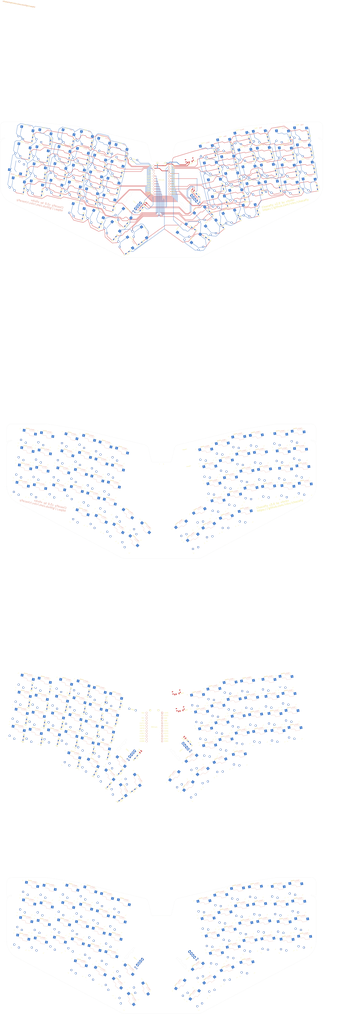
<source format=kicad_pcb>
(kicad_pcb (version 20240108) (generator "pcbnew") (generator_version "8.0")
  (layers (0 "F.Cu" signal) (31 "B.Cu" signal) (34 "B.Paste" user) (35 "F.Paste" user) (36 "B.SilkS" user "B.Silkscreen") (37 "F.SilkS" user "F.Silkscreen") (38 "B.Mask" user) (39 "F.Mask" user) (44 "Edge.Cuts" user))
  (net 0 "")
  (net 1 "row0")
  (net 2 "Net-(D1-Pad2)")
  (net 3 "col0")
  (net 4 "Net-(D2-Pad2)")
  (net 5 "Net-(D3-Pad2)")
  (net 6 "Net-(D4-Pad2)")
  (net 7 "Net-(D5-Pad2)")
  (net 8 "Net-(D6-Pad2)")
  (net 9 "Net-(D7-Pad2)")
  (net 10 "Net-(D8-Pad2)")
  (net 11 "Net-(D9-Pad2)")
  (net 12 "Net-(D10-Pad2)")
  (net 13 "Net-(D11-Pad2)")
  (net 14 "Net-(D12-Pad2)")
  (net 15 "Net-(D13-Pad2)")
  (net 16 "row1")
  (net 17 "Net-(D14-Pad2)")
  (net 18 "Net-(D15-Pad2)")
  (net 19 "Net-(D16-Pad2)")
  (net 20 "Net-(D17-Pad2)")
  (net 21 "Net-(D18-Pad2)")
  (net 22 "Net-(D19-Pad2)")
  (net 23 "Net-(D20-Pad2)")
  (net 24 "Net-(D21-Pad2)")
  (net 25 "Net-(D22-Pad2)")
  (net 26 "Net-(D23-Pad2)")
  (net 27 "Net-(D24-Pad2)")
  (net 28 "Net-(D25-Pad2)")
  (net 29 "row2")
  (net 30 "Net-(D26-Pad2)")
  (net 31 "Net-(D27-Pad2)")
  (net 32 "Net-(D28-Pad2)")
  (net 33 "Net-(D29-Pad2)")
  (net 34 "Net-(D30-Pad2)")
  (net 35 "Net-(D31-Pad2)")
  (net 36 "Net-(D32-Pad2)")
  (net 37 "Net-(D33-Pad2)")
  (net 38 "Net-(D34-Pad2)")
  (net 39 "Net-(D35-Pad2)")
  (net 40 "Net-(D36-Pad2)")
  (net 41 "Net-(D37-Pad2)")
  (net 42 "row3")
  (net 43 "Net-(D38-Pad2)")
  (net 44 "Net-(D39-Pad2)")
  (net 45 "Net-(D40-Pad2)")
  (net 46 "Net-(D41-Pad2)")
  (net 47 "Net-(D42-Pad2)")
  (net 48 "Net-(D43-Pad2)")
  (net 49 "Net-(D44-Pad2)")
  (net 50 "Net-(D45-Pad2)")
  (net 51 "Net-(D46-Pad2)")
  (net 52 "Net-(D47-Pad2)")
  (net 53 "Net-(D48-Pad2)")
  (net 54 "Net-(D49-Pad2)")
  (net 55 "row4")
  (net 56 "Net-(D50-Pad2)")
  (net 57 "Net-(D51-Pad2)")
  (net 58 "Net-(D52-Pad2)")
  (net 59 "Net-(D53-Pad2)")
  (net 60 "Net-(D54-Pad2)")
  (net 61 "Net-(D55-Pad2)")
  (net 62 "Net-(D56-Pad2)")
  (net 63 "Net-(D57-Pad2)")
  (net 64 "Net-(D58-Pad2)")
  (net 65 "Net-(D59-Pad2)")
  (net 66 "Net-(D60-Pad2)")
  (net 67 "col1")
  (net 68 "col2")
  (net 69 "col3")
  (net 70 "col4")
  (net 71 "col5")
  (net 72 "col6")
  (net 73 "col7")
  (net 74 "row5")
  (net 75 "Net-(D61-Pad2)")
  (net 76 "row6")
  (net 77 "row7")
  (net 78 "encA")
  (net 79 "encB")
  (net 80 "Net-(MCU1-Pad24)")
  (net 81 "Net-(MCU1-Pad22)")
  (net 82 "GND")
  (net 83 "Net-(P1-Pad1)")
  (net 84 "Net-(D62-Pad2)")
  (net 85 "Net-(ENC1-PadB)")
  (net 86 "Net-(ENC1-PadA)")
  (net 87 "Net-(ENC2-PadA)")
  (net 88 "Net-(ENC2-PadB)")
  (footprint "footprints:EVQWGD001" (layer "F.Cu") (at -27.636701 21.876845 139.5)
    (property "Reference" "ENC1" (hide yes))
    (property "Value" "EVQWGD001" (hide yes))
    (fp_line (start 7.452987 -6.606501) (end 7.852987 -6.606501) (stroke (width 0.05)) (layer "Edge.Cuts"))
    (fp_line (start 6.902987 -5.256501) (end 6.902987 -6.056501) (stroke (width 0.05)) (layer "Edge.Cuts"))
    (fp_line (start 6.702987 -5.056501) (end 6.402987 -5.056501) (stroke (width 0.05)) (layer "Edge.Cuts"))
    (fp_line (start 5.852988 -4.506501) (end 5.852987 -3.406501) (stroke (width 0.05)) (layer "Edge.Cuts"))
    (fp_line (start 6.702986 -2.856501) (end 6.402987 -2.856501) (stroke (width 0.05)) (layer "Edge.Cuts"))
    (fp_line (start 6.902987 1.993499) (end 6.902987 -2.656501) (stroke (width 0.05)) (layer "Edge.Cuts"))
    (fp_line (start 6.702988 2.193499) (end 6.402987 2.193499) (stroke (width 0.05)) (layer "Edge.Cuts"))
    (fp_line (start 5.852987 2.743499) (end 5.852987 3.8435) (stroke (width 0.05)) (layer "Edge.Cuts"))
    (fp_line (start 6.702987 4.393499) (end 6.402987 4.393499) (stroke (width 0.05)) (layer "Edge.Cuts"))
    (fp_line (start 8.402987 6.743499) (end 8.402987 -6.056501) (stroke (width 0.05)) (layer "Edge.Cuts"))
    (fp_line (start 7.453011 7.293469) (end 7.852986 7.293499) (stroke (width 0.05)) (layer "Edge.Cuts"))
    (fp_line (start 6.902988 6.743499) (end 6.902987 4.593498) (stroke (width 0.05)) (layer "Edge.Cuts"))
    (fp_arc (start 7.852987 -6.606501) (mid 8.429142 -6.632641) (end 8.402987 -6.056501) (stroke (width 0.05)) (layer "Edge.Cuts"))
    (fp_arc (start 6.902987 -6.056501) (mid 6.876861 -6.63264) (end 7.452987 -6.606501) (stroke (width 0.05)) (layer "Edge.Cuts"))
    (fp_arc (start 6.902987 -5.256501) (mid 6.844408 -5.115084) (end 6.702987 -5.056501) (stroke (width 0.05)) (layer "Edge.Cuts"))
    (fp_arc (start 5.852988 -4.506501) (mid 5.826862 -5.08264) (end 6.402987 -5.056501) (stroke (width 0.05)) (layer "Edge.Cuts"))
    (fp_arc (start 6.702986 -2.856501) (mid 6.844417 -2.797927) (end 6.902987 -2.656501) (stroke (width 0.05)) (layer "Edge.Cuts"))
    (fp_arc (start 6.402987 -2.856501) (mid 5.826874 -2.830373) (end 5.852987 -3.406501) (stroke (width 0.05)) (layer "Edge.Cuts"))
    (fp_arc (start 6.902987 1.993499) (mid 6.844408 2.134916) (end 6.702988 2.193499) (stroke (width 0.05)) (layer "Edge.Cuts"))
    (fp_arc (start 5.852987 2.743499) (mid 5.826861 2.16736) (end 6.402987 2.193499) (stroke (width 0.05)) (layer "Edge.Cuts"))
    (fp_arc (start 6.702987 4.393499) (mid 6.844417 4.452073) (end 6.902987 4.593498) (stroke (width 0.05)) (layer "Edge.Cuts"))
    (fp_arc (start 6.402987 4.393499) (mid 5.826875 4.419626) (end 5.852987 3.8435) (stroke (width 0.05)) (layer "Edge.Cuts"))
    (fp_arc (start 8.402987 6.743499) (mid 8.429129 7.319626) (end 7.852986 7.293499) (stroke (width 0.05)) (layer "Edge.Cuts"))
    (fp_arc (start 7.453011 7.293469) (mid 6.876888 7.31964) (end 6.902988 6.743499) (stroke (width 0.05)) (layer "Edge.Cuts"))
  )
  (footprint "footprints:Kailh_socket_PG1350_optional_mkultra" (layer "F.Cu") (at 49.712598 47.729084 40.5)
    (property "Reference" "SW42")
    (property "Value" "SW_Push" (hide yes))
  )
  (footprint "footprints:1pin_conn" (layer "F.Cu") (at 4 -16.6)
    (property "Reference" "P1" (hide yes))
    (property "Value" "battery+" (hide yes))
  )
  (footprint "footprints:diode_TH_SMD" (layer "F.Cu") (at 31.404999 47.6946 -36)
    (property "Reference" "D18" (hide yes))
    (property "Value" "1N4148" (hide yes))
  )
  (footprint "footprints:diode_TH_SMD" (layer "F.Cu") (at 45.158284 57.686948 -36)
    (property "Reference" "D34" (hide yes))
    (property "Value" "1N4148" (hide yes))
  )
  (footprint "footprints:diode_TH_SMD" (layer "F.Cu") (at 59.478768 45.305881 -49.5)
    (property "Reference" "D42" (hide yes))
    (property "Value" "1N4148" (hide yes))
  )
  (footprint "footprints:diode_TH_SMD" (layer "F.Cu") (at 76.314121 36.609437 -63)
    (property "Reference" "D50" (hide yes))
    (property "Value" "1N4148" (hide yes))
  )
  (footprint "footprints:diode_TH_SMD" (layer "F.Cu") (at 94.720208 32.076154 -76.5)
    (property "Reference" "D58" (hide yes))
    (property "Value" "1N4148" (hide yes))
  )
  (footprint "footprints:Kailh_socket_PG1350_optional_mkultra" (layer "F.Cu") (at 22.474355 52.330717 54)
    (property "Reference" "SW18")
    (property "Value" "SW_Push" (hide yes))
  )
  (footprint "footprints:Kailh_socket_PG1350_optional_mkultra" (layer "F.Cu") (at 38.671979 34.802186 40.5)
    (property "Reference" "SW26")
    (property "Value" "SW_Push" (hide yes))
  )
  (footprint "footprints:Kailh_socket_PG1350_optional_mkultra" (layer "F.Cu") (at 36.227644 62.323067 54)
    (property "Reference" "SW34")
    (property "Value" "SW_Push" (hide yes))
  )
  (footprint "footprints:Kailh_socket_PG1350_optional_mkultra" (layer "F.Cu") (at 66.252106 36.685819 27)
    (property "Reference" "SW50")
    (property "Value" "SW_Push" (hide yes))
  )
  (footprint "footprints:Kailh_socket_PG1350_optional_mkultra" (layer "F.Cu") (at 84.918374 29.801498 13.5)
    (property "Reference" "SW58")
    (property "Value" "SW_Push" (hide yes))
  )
  (footprint "footprints:ProMicro" (layer "F.Cu") (at 0 0)
    (property "Reference" "MCU1")
    (property "Value" "ProMicro" (hide yes))
  )
  (footprint "footprints:diode_TH_SMD" (layer "F.Cu") (at -56.090044 -11.33495 -103.5)
    (property "Reference" "D16" (hide yes))
    (property "Value" "1N4148" (hide yes))
  )
  (footprint "footprints:diode_TH_SMD" (layer "F.Cu") (at -95.063933 -3.208695 -103.5)
    (property "Reference" "D31" (hide yes))
    (property "Value" "1N4148" (hide yes))
  )
  (footprint "footprints:diode_TH_SMD" (layer "F.Cu") (at -47.234512 27.81402 -103.5)
    (property "Reference" "D56" (hide yes))
    (property "Value" "1N4148" (hide yes))
  )
  (footprint "footprints:diode_TH_SMD" (layer "F.Cu") (at -73.00909 -17.967893 -103.5)
    (property "Reference" "D23" (hide yes))
    (property "Value" "1N4148" (hide yes))
  )
  (footprint "footprints:diode_TH_SMD" (layer "F.Cu") (at -91.095362 -19.738984 -103.5)
    (property "Reference" "D15" (hide yes))
    (property "Value" "1N4148" (hide yes))
  )
  (footprint "footprints:diode_TH_SMD" (layer "F.Cu") (at -60.058615 5.195338 -103.5)
    (property "Reference" "D32" (hide yes))
    (property "Value" "1N4148" (hide yes))
  )
  (footprint "footprints:diode_TH_SMD" (layer "F.Cu") (at -87.126788 -36.269272 -103.5)
    (property "Reference" "D2" (hide yes))
    (property "Value" "1N4148" (hide yes))
  )
  (footprint "footprints:diode_TH_SMD" (layer "F.Cu") (at -35.085705 -21.718482 -103.5)
    (property "Reference" "D9" (hide yes))
    (property "Value" "1N4148" (hide yes))
  )
  (footprint "footprints:diode_TH_SMD" (layer "F.Cu") (at -52.121472 -27.86524 -103.5)
    (property "Reference" "D3" (hide yes))
    (property "Value" "1N4148" (hide yes))
  )
  (footprint "footprints:diode_TH_SMD" (layer "F.Cu") (at -68.965712 -34.809766 -103.5)
    (property "Reference" "D8" (hide yes))
    (property "Value" "1N4148" (hide yes))
  )
  (footprint "footprints:diode_TH_SMD" (layer "F.Cu") (at -64.27028 21.667265 -103.5)
    (property "Reference" "D48" (hide yes))
    (property "Value" "1N4148" (hide yes))
  )
  (footprint "footprints:diode_TH_SMD" (layer "F.Cu") (at -99.032504 13.321593 -103.5)
    (property "Reference" "D47" (hide yes))
    (property "Value" "1N4148" (hide yes))
  )
  (footprint "footprints:diode_TH_SMD" (layer "F.Cu") (at -39.29737 -5.246554 -103.5)
    (property "Reference" "D24" (hide yes))
    (property "Value" "1N4148" (hide yes))
  )
  (footprint "footprints:diode_TH_SMD" (layer "F.Cu") (at -76.977659 -1.437604 -103.5)
    (property "Reference" "D39" (hide yes))
    (property "Value" "1N4148" (hide yes))
  )
  (footprint "footprints:diode_TH_SMD" (layer "F.Cu") (at -80.946232 15.092685 -103.5)
    (property "Reference" "D55" (hide yes))
    (property "Value" "1N4148" (hide yes))
  )
  (footprint "footprints:diode_TH_SMD" (layer "F.Cu") (at -43.265942 11.283732 -103.5)
    (property "Reference" "D40" (hide yes))
    (property "Value" "1N4148" (hide yes))
  )
  (footprint "footprints:Kailh_socket_PG1350_optional_mkultra" (layer "F.Cu") (at -67.759439 -1.281335 -13.5)
    (property "Reference" "SW32")
    (property "Value" "SW_Push" (hide yes))
  )
  (footprint "footprints:Kailh_socket_PG1350_optional_mkultra" (layer "F.Cu") (at -59.8223 -34.341912 -13.5)
    (property "Reference" "SW3")
    (property "Value" "SW_Push" (hide yes))
  )
  (footprint "footprints:Kailh_socket_PG1350_optional_mkultra" (layer "F.Cu") (at -63.790869 -17.811626 -13.5)
    (property "Reference" "SW16")
    (property "Value" "SW_Push" (hide yes))
  )
  (footprint "footprints:Kailh_socket_PG1350_optional_mkultra" (layer "F.Cu") (at -80.709914 -24.444565 -13.5)
    (property "Reference" "SW23")
    (property "Value" "SW_Push" (hide yes))
  )
  (footprint "footprints:Kailh_socket_PG1350_optional_mkultra" (layer "F.Cu") (at -50.723672 4.865421 -13.5)
    (property "Reference" "SW40")
    (property "Value" "SW_Push" (hide yes))
  )
  (footprint "footprints:Kailh_socket_PG1350_optional_mkultra" (layer "F.Cu") (at -71.728015 15.248952 -13.5)
    (property "Reference" "SW48")
    (property "Value" "SW_Push" (hide yes))
  )
  (footprint "footprints:Kailh_socket_PG1350_optional_mkultra" (layer "F.Cu") (at -94.827614 -42.745945 -13.5)
    (property "Reference" "SW2")
    (property "Value" "SW_Push" (hide yes))
  )
  (footprint "footprints:Kailh_socket_PG1350_optional_mkultra" (layer "F.Cu") (at -102.809368 -9.499557 -13.5)
    (property "Reference" "SW31")
    (property "Value" "SW_Push" (hide yes))
  )
  (footprint "footprints:Kailh_socket_PG1350_optional_mkultra" (layer "F.Cu") (at -76.741343 -40.974854 -13.5)
    (property "Reference" "SW8")
    (property "Value" "SW_Push" (hide yes))
  )
  (footprint "footprints:Kailh_socket_PG1350_optional_mkultra" (layer "F.Cu") (at -46.755101 -11.664868 -13.5)
    (property "Reference" "SW24")
    (property "Value" "SW_Push" (hide yes))
  )
  (footprint "footprints:Kailh_socket_PG1350_optional_mkultra" (layer "F.Cu") (at -106.733328 6.84492 -13.5)
    (property "Reference" "SW47")
    (property "Value" "SW_Push" (hide yes))
  )
  (footprint "footprints:Kailh_socket_PG1350_optional_mkultra" (layer "F.Cu") (at -98.796186 -26.215657 -13.5)
    (property "Reference" "SW15")
    (property "Value" "SW_Push" (hide yes))
  )
  (footprint "footprints:Kailh_socket_PG1350_optional_mkultra" (layer "F.Cu") (at -88.647057 8.616012 -13.5)
    (property "Reference" "SW55")
    (property "Value" "SW_Push" (hide yes))
  )
  (footprint "footprints:Kailh_socket_PG1350_optional_mkultra" (layer "F.Cu") (at -54.692244 21.395709 -13.5)
    (property "Reference" "SW56")
    (property "Value" "SW_Push" (hide yes))
  )
  (footprint "footprints:Kailh_socket_PG1350_optional_mkultra" (layer "F.Cu") (at -84.678486 -7.914277 -13.5)
    (property "Reference" "SW39")
    (property "Value" "SW_Push" (hide yes))
  )
  (footprint "footprints:Kailh_socket_PG1350_optional_mkultra" (layer "F.Cu") (at -42.786528 -28.195157 -13.5)
    (property "Reference" "SW9")
    (property "Value" "SW_Push" (hide yes))
  )
  (footprint "footprints:Kailh_socket_PG1350_optional_mkultra" (layer "F.Cu") (at 102.769547 -9.6598 13.5)
    (property "Reference" "SW36")
    (property "Value" "SW_Push" (hide yes))
  )
  (footprint "footprints:Kailh_socket_PG1350_optional_mkultra" (layer "F.Cu") (at 76.739997 -40.974855 13.5)
    (property "Reference" "SW12")
    (property "Value" "SW_Push" (hide yes))
  )
  (footprint "footprints:Kailh_socket_PG1350_optional_mkultra" (layer "F.Cu") (at 106.73198 6.84492 13.5)
    (property "Reference" "SW52")
    (property "Value" "SW_Push" (hide yes))
  )
  (footprint "footprints:Kailh_socket_PG1350_optional_mkultra" (layer "F.Cu") (at 50.722325 4.865424 13.5)
    (property "Reference" "SW43")
    (property "Value" "SW_Push" (hide yes))
  )
  (footprint "footprints:Kailh_socket_PG1350_optional_mkultra" (layer "F.Cu") (at 67.758091 -1.281334 13.5)
    (property "Reference" "SW35")
    (property "Value" "SW_Push" (hide yes))
  )
  (footprint "footprints:Kailh_socket_PG1350_optional_mkultra" (layer "F.Cu") (at 88.645708 8.616015 13.5)
    (property "Reference" "SW60")
    (property "Value" "SW_Push" (hide yes))
  )
  (footprint "footprints:Kailh_socket_PG1350_optional_mkultra" (layer "F.Cu") (at 84.677137 -7.914276 13.5)
    (property "Reference" "SW44")
    (property "Value" "SW_Push" (hide yes))
  )
  (footprint "footprints:Kailh_socket_PG1350_optional_mkultra" (layer "F.Cu") (at 54.690895 21.395709 13.5)
    (property "Reference" "SW59")
    (property "Value" "SW_Push" (hide yes))
  )
  (footprint "footprints:Kailh_socket_PG1350_optional_mkultra" (layer "F.Cu") (at 71.726662 15.248953 13.5)
    (property "Reference" "SW51")
    (property "Value" "SW_Push" (hide yes))
  )
  (footprint "footprints:Kailh_socket_PG1350_optional_mkultra" (layer "F.Cu") (at 80.708566 -24.444566 13.5)
    (property "Reference" "SW28")
    (property "Value" "SW_Push" (hide yes))
  )
  (footprint "footprints:Kailh_socket_PG1350_optional_mkultra" (layer "F.Cu") (at 98.794837 -26.215658 13.5)
    (property "Reference" "SW20")
    (property "Value" "SW_Push" (hide yes))
  )
  (footprint "footprints:Kailh_socket_PG1350_optional_mkultra" (layer "F.Cu") (at 63.78952 -17.811624 13.5)
    (property "Reference" "SW19")
    (property "Value" "SW_Push" (hide yes))
  )
  (footprint "footprints:Kailh_socket_PG1350_optional_mkultra" (layer "F.Cu") (at 46.753751 -11.664867 13.5)
    (property "Reference" "SW27")
    (property "Value" "SW_Push" (hide yes))
  )
  (footprint "footprints:Kailh_socket_PG1350_optional_mkultra" (layer "F.Cu") (at 42.78518 -28.195157 13.5)
    (property "Reference" "SW11")
    (property "Value" "SW_Push" (hide yes))
  )
  (footprint "footprints:Kailh_socket_PG1350_optional_mkultra" (layer "F.Cu") (at 94.826266 -42.745945 13.5)
    (property "Reference" "SW5")
    (property "Value" "SW_Push" (hide yes))
  )
  (footprint "footprints:diode_TH_SMD" (layer "F.Cu") (at 81.528496 17.52361 -76.5)
    (property "Reference" "D51" (hide yes))
    (property "Value" "1N4148" (hide yes))
  )
  (footprint "footprints:diode_TH_SMD" (layer "F.Cu") (at 94.47897 -5.63962 -76.5)
    (property "Reference" "D44" (hide yes))
    (property "Value" "1N4148" (hide yes))
  )
  (footprint "footprints:diode_TH_SMD" (layer "F.Cu") (at 108.596671 -23.940999 -76.5)
    (property "Reference" "D20" (hide yes))
    (property "Value" "1N4148" (hide yes))
  )
  (footprint "footprints:diode_TH_SMD" (layer "F.Cu") (at 112.565242 -7.410712 -76.5)
    (property "Reference" "D36" (hide yes))
    (property "Value" "1N4148" (hide yes))
  )
  (footprint "footprints:diode_TH_SMD" (layer "F.Cu") (at 64.492729 23.670365 -76.5)
    (property "Reference" "D59" (hide yes))
    (property "Value" "1N4148" (hide yes))
  )
  (footprint "footprints:diode_TH_SMD" (layer "F.Cu") (at 98.447541 10.890669 -76.5)
    (property "Reference" "D60" (hide yes))
    (property "Value" "1N4148" (hide yes))
  )
  (footprint "footprints:diode_TH_SMD" (layer "F.Cu") (at 77.559926 0.993321 -76.5)
    (property "Reference" "D35" (hide yes))
    (property "Value" "1N4148" (hide yes))
  )
  (footprint "footprints:diode_TH_SMD" (layer "F.Cu") (at 56.555586 -9.390211 -76.5)
    (property "Reference" "D27" (hide yes))
    (property "Value" "1N4148" (hide yes))
  )
  (footprint "footprints:diode_TH_SMD" (layer "F.Cu") (at 86.541828 -38.700197 -76.5)
    (property "Reference" "D12" (hide yes))
    (property "Value" "1N4148" (hide yes))
  )
  (footprint "footprints:diode_TH_SMD" (layer "F.Cu") (at 69.622783 -32.067258 -76.5)
    (property "Reference" "D4" (hide yes))
    (property "Value" "1N4148" (hide yes))
  )
  (footprint "footprints:diode_TH_SMD" (layer "F.Cu") (at 52.587014 -25.920498 -76.5)
    (property "Reference" "D11" (hide yes))
    (property "Value" "1N4148" (hide yes))
  )
  (footprint "footprints:diode_TH_SMD" (layer "F.Cu") (at 60.524156 7.140078 -76.5)
    (property "Reference" "D43" (hide yes))
    (property "Value" "1N4148" (hide yes))
  )
  (footprint "footprints:diode_TH_SMD" (layer "F.Cu") (at 48.438151 32.378978 -49.5)
    (property "Reference" "D26" (hide yes))
    (property "Value" "1N4148" (hide yes))
  )
  (footprint "footprints:diode_TH_SMD" (layer "F.Cu") (at 104.6281 -40.471289 -76.5)
    (property "Reference" "D5" (hide yes))
    (property "Value" "1N4148" (hide yes))
  )
  (footprint "footprints:diode_TH_SMD" (layer "F.Cu") (at 73.591352 -15.536967 -76.5)
    (property "Reference" "D19" (hide yes))
    (property "Value" "1N4148" (hide yes))
  )
  (footprint "footprints:diode_TH_SMD" (layer "F.Cu") (at 90.510399 -22.169909 -76.5)
    (property "Reference" "D28" (hide yes))
    (property "Value" "1N4148" (hide yes))
  )
  (footprint "footprints:Switch_MSK-12C01-07" (layer "F.Cu") (at 27.49 -19.63 -166.5)
    (property "Reference" "SW63")
    (property "Value" "Power" (hide yes))
  )
  (footprint "footprints:1pin_conn" (layer "F.Cu") (at -4 -16.6)
    (property "Reference" "P2" (hide yes))
    (property "Value" "battery-" (hide yes))
  )
  (footprint "footprints:diode_TH_SMD" (layer "F.Cu") (at -126.847691 -40.00911 -99.5)
    (property "Reference" "D1" (hide yes))
    (property "Value" "1N4148" (hide yes))
  )
  (footprint "footprints:diode_TH_SMD" (layer "F.Cu") (at -109.094551 -37.038254 -99.5)
    (property "Reference" "D7" (hide yes))
    (property "Value" "1N4148" (hide yes))
  )
  (footprint "footprints:diode_TH_SMD" (layer "F.Cu") (at -129.6535 -23.242255 -99.5)
    (property "Reference" "D14" (hide yes))
    (property "Value" "1N4148" (hide yes))
  )
  (footprint "footprints:diode_TH_SMD" (layer "F.Cu") (at -111.900361 -20.271395 -99.5)
    (property "Reference" "D22" (hide yes))
    (property "Value" "1N4148" (hide yes))
  )
  (footprint "footprints:diode_TH_SMD" (layer "F.Cu") (at -132.45931 -6.4754 -99.5)
    (property "Reference" "D30" (hide yes))
    (property "Value" "1N4148" (hide yes))
  )
  (footprint "footprints:diode_TH_SMD" (layer "F.Cu") (at -114.706168 -3.504543 -99.5)
    (property "Reference" "D38" (hide yes))
    (property "Value" "1N4148" (hide yes))
  )
  (footprint "footprints:diode_TH_SMD" (layer "F.Cu") (at -135.265118 10.291455 -99.5)
    (property "Reference" "D46" (hide yes))
    (property "Value" "1N4148" (hide yes))
  )
  (footprint "footprints:diode_TH_SMD" (layer "F.Cu") (at -117.511978 13.262312 -99.5)
    (property "Reference" "D54" (hide yes))
    (property "Value" "1N4148" (hide yes))
  )
  (footprint "footprints:Kailh_socket_PG1350_optional_mkultra" (layer "F.Cu") (at -134.981548 -45.932825 -9.5)
    (property "Reference" "SW1")
    (property "Value" "SW_Push" (hide yes))
  )
  (footprint "footprints:Kailh_socket_PG1350_optional_mkultra" (layer "F.Cu") (at -125.645835 7.338598 -9.5)
    (property "Reference" "SW54")
    (property "Value" "SW_Push" (hide yes))
  )
  (footprint "footprints:Kailh_socket_PG1350_optional_mkultra" (layer "F.Cu") (at -117.228407 -42.961968 -9.5)
    (property "Reference" "SW7")
    (property "Value" "SW_Push" (hide yes))
  )
  (footprint "footprints:Kailh_socket_PG1350_optional_mkultra" (layer "F.Cu") (at -137.787357 -29.165969 -9.5)
    (property "Reference" "SW14")
    (property "Value" "SW_Push" (hide yes))
  )
  (footprint "footprints:Kailh_socket_PG1350_optional_mkultra" (layer "F.Cu") (at -120.034216 -26.195112 -9.5)
    (property "Reference" "SW22")
    (property "Value" "SW_Push" (hide yes))
  )
  (footprint "footprints:Kailh_socket_PG1350_optional_mkultra" (layer "F.Cu") (at -140.593166 -12.399114 170.5)
    (property "Reference" "SW30")
    (property "Value" "SW_Push" (hide yes))
  )
  (footprint "footprints:Kailh_socket_PG1350_optional_mkultra" (layer "F.Cu") (at -122.840025 -9.428257 -9.5)
    (property "Reference" "SW38")
    (property "Value" "SW_Push" (hide yes))
  )
  (footprint "footprints:Kailh_socket_PG1350_optional_mkultra" (layer "F.Cu") (at -143.398976 4.36774 -9.5)
    (property "Reference" "SW46")
    (property "Value" "SW_Push" (hide yes))
  )
  (footprint "footprints:diode_TH_SMD" (layer "F.Cu") (at 116.533812 9.119577 -76.5)
    (property "Reference" "D52" (hide yes))
    (property "Value" "1N4148" (hide yes))
  )
  (footprint "footprints:diode_TH_SMD" (layer "F.Cu") (at 126.835225 -40.076931 -80.5)
    (property "Reference" "D13" (hide yes))
    (property "Value" "1N4148" (hide yes))
  )
  (footprint "footprints:diode_TH_SMD" (layer "F.Cu") (at 144.600273 -42.976635 -80.5)
    (property "Reference" "D6" (hide yes))
    (property "Value" "1N4148" (hide yes))
  )
  (footprint "footprints:diode_TH_SMD" (layer "F.Cu") (at 129.652941 -23.238925 -80.5)
    (property "Reference" "D29" (hide yes))
    (property "Value" "1N4148" (hide yes))
  )
  (footprint "footprints:diode_TH_SMD" (layer "F.Cu") (at 147.406082 -26.209779 -80.5)
    (property "Reference" "D21" (hide yes))
    (property "Value" "1N4148" (hide yes))
  )
  (footprint "footprints:diode_TH_SMD" (layer "F.Cu") (at 132.458749 -6.472069 -80.5)
    (property "Reference" "D45" (hide yes))
    (property "Value" "1N4148" (hide yes))
  )
  (footprint "footprints:diode_TH_SMD" (layer "F.Cu") (at 150.21189 -9.442926 -80.5)
    (property "Reference" "D37" (hide yes))
    (property "Value" "1N4148" (hide yes))
  )
  (footprint "footprints:diode_TH_SMD" (layer "F.Cu") (at 135.26456 10.294788 -80.5)
    (property "Reference" "D61" (hide yes))
    (property "Value" "1N4148" (hide yes))
  )
  (footprint "footprints:diode_TH_SMD" (layer "F.Cu") (at 153.017703 7.323932 -80.5)
    (property "Reference" "D53" (hide yes))
    (property "Value" "1N4148" (hide yes))
  )
  (footprint "footprints:Kailh_socket_PG1350_optional_mkultra" (layer "F.Cu") (at 143.398414 4.371074 9.5)
    (property "Reference" "SW53")
    (property "Value" "SW_Push" (hide yes))
  )
  (footprint "footprints:Kailh_socket_PG1350_optional_mkultra" (layer "F.Cu") (at 134.980988 -45.929493 9.5)
    (property "Reference" "SW6")
    (property "Value" "SW_Push" (hide yes))
  )
  (footprint "footprints:Kailh_socket_PG1350_optional_mkultra" (layer "F.Cu") (at 117.227846 -42.958635 9.5)
    (property "Reference" "SW13")
    (property "Value" "SW_Push" (hide yes))
  )
  (footprint "footprints:Kailh_socket_PG1350_optional_mkultra" (layer "F.Cu") (at 137.786797 -29.162637 9.5)
    (property "Reference" "SW21")
    (property "Value" "SW_Push" (hide yes))
  )
  (footprint "footprints:Kailh_socket_PG1350_optional_mkultra" (layer "F.Cu") (at 120.033656 -26.19178 9.5)
    (property "Reference" "SW29")
    (property "Value" "SW_Push" (hide yes))
  )
  (footprint "footprints:Kailh_socket_PG1350_optional_mkultra" (layer "F.Cu") (at 140.592605 -12.395781 9.5)
    (property "Reference" "SW37")
    (property "Value" "SW_Push" (hide yes))
  )
  (footprint "footprints:Kailh_socket_PG1350_optional_mkultra" (layer "F.Cu") (at 122.839466 -9.424926 9.5)
    (property "Reference" "SW45")
    (property "Value" "SW_Push" (hide yes))
  )
  (footprint "footprints:Kailh_socket_PG1350_optional_mkultra" (layer "F.Cu") (at 125.645275 7.34193 9.5)
    (property "Reference" "SW61")
    (property "Value" "SW_Push" (hide yes))
  )
  (footprint "footprints:diode_TH_SMD" (layer "F.Cu") (at -77.180004 36.287509 -103.5)
    (property "Reference" "D57" (hide yes))
    (property "Value" "1N4148" (hide yes))
  )
  (footprint "footprints:diode_TH_SMD" (layer "F.Cu") (at -60.262432 44.784897 -117)
    (property "Reference" "D49" (hide yes))
    (property "Value" "1N4148" (hide yes))
  )
  (footprint "footprints:diode_TH_SMD" (layer "F.Cu") (at -45.796793 56.997511 -130.5)
    (property "Reference" "D41" (hide yes))
    (property "Value" "1N4148" (hide yes))
  )
  (footprint "footprints:diode_TH_SMD" (layer "F.Cu") (at -33.415239 71.39768 -144)
    (property "Reference" "D33" (hide yes))
    (property "Value" "1N4148" (hide yes))
  )
  (footprint "footprints:diode_TH_SMD" (layer "F.Cu") (at -34.756178 44.070609 -130.5)
    (property "Reference" "D25" (hide yes))
    (property "Value" "1N4148" (hide yes))
  )
  (footprint "footprints:diode_TH_SMD" (layer "F.Cu") (at -20.824862 62.250237 -144)
    (property "Reference" "D17" (hide yes))
    (property "Value" "1N4148" (hide yes))
  )
  (footprint "footprints:diode_TH_SMD" (layer "F.Cu") (at -19.652437 28.696057 -130.5)
    (property "Reference" "D10" (hide yes))
    (property "Value" "1N4148" (hide yes))
  )
  (footprint "footprints:Kailh_socket_PG1350_optional_mkultra" (layer "F.Cu") (at -22.474355 52.324047 -54)
    (property "Reference" "SW17")
    (property "Value" "SW_Push" (hide yes))
  )
  (footprint "footprints:Kailh_socket_PG1350_optional_mkultra" (layer "F.Cu") (at -38.677317 34.80375 -40.5)
    (property "Reference" "SW25")
    (property "Value" "SW_Push" (hide yes))
  )
  (footprint "footprints:Kailh_socket_PG1350_optional_mkultra" (layer "F.Cu") (at -49.717932 47.730652 -40.5)
    (property "Reference" "SW41")
    (property "Value" "SW_Push" (hide yes))
  )
  (footprint "footprints:Kailh_socket_PG1350_optional_mkultra" (layer "F.Cu") (at -84.880828 29.810834 -13.5)
    (property "Reference" "SW57")
    (property "Value" "SW_Push" (hide yes))
  )
  (footprint "footprints:Kailh_socket_PG1350_optional_mkultra" (layer "F.Cu") (at -66.238534 36.689452 -27)
    (property "Reference" "SW49")
    (property "Value" "SW_Push" (hide yes))
  )
  (footprint "footprints:Kailh_socket_PG1350_optional_mkultra" (layer "F.Cu") (at -36.227644 62.316397 -54)
    (property "Reference" "SW33")
    (property "Value" "SW_Push" (hide yes))
  )
  (footprint "footprints:diode_TH_SMD" (layer "F.Cu") (at 35.615627 15.056077 -49.5)
    (property "Reference" "D62")
    (property "Value" "1N4148" (hide yes))
  )
  (footprint "footprints:EVQWGD001" (layer "F.Cu") (at 27.631366 21.875279 -139.5)
    (property "Reference" "ENC2" (hide yes))
    (property "Value" "EVQWGD001" (hide yes))
    (fp_line (start 8.402987 6.743499) (end 8.402987 -6.056501) (stroke (width 0.05)) (layer "Edge.Cuts"))
    (fp_line (start 7.453011 7.293469) (end 7.852987 7.293499) (stroke (width 0.05)) (layer "Edge.Cuts"))
    (fp_line (start 6.902988 6.743499) (end 6.902986 4.593499) (stroke (width 0.05)) (layer "Edge.Cuts"))
    (fp_line (start 6.702987 4.393499) (end 6.402987 4.393499) (stroke (width 0.05)) (layer "Edge.Cuts"))
    (fp_line (start 6.902987 1.993499) (end 6.902987 -2.656501) (stroke (width 0.05)) (layer "Edge.Cuts"))
    (fp_line (start 6.702987 2.193499) (end 6.402987 2.193499) (stroke (width 0.05)) (layer "Edge.Cuts"))
    (fp_line (start 5.852987 2.743499) (end 5.852987 3.843499) (stroke (width 0.05)) (layer "Edge.Cuts"))
    (fp_line (start 6.702987 -2.856501) (end 6.402987 -2.856501) (stroke (width 0.05)) (layer "Edge.Cuts"))
    (fp_line (start 6.902987 -5.256501) (end 6.902987 -6.056501) (stroke (width 0.05)) (layer "Edge.Cuts"))
    (fp_line (start 6.702987 -5.0565) (end 6.402987 -5.056501) (stroke (width 0.05)) (layer "Edge.Cuts"))
    (fp_line (start 5.852987 -4.506501) (end 5.852987 -3.406501) (stroke (width 0.05)) (layer "Edge.Cuts"))
    (fp_line (start 7.452988 -6.606501) (end 7.852987 -6.606501) (stroke (width 0.05)) (layer "Edge.Cuts"))
    (fp_arc (start 8.402987 6.743499) (mid 8.429129 7.319628) (end 7.852987 7.293499) (stroke (width 0.05)) (layer "Edge.Cuts"))
    (fp_arc (start 7.453011 7.293469) (mid 6.876887 7.31964) (end 6.902988 6.743499) (stroke (width 0.05)) (layer "Edge.Cuts"))
    (fp_arc (start 6.702987 4.393499) (mid 6.844417 4.452074) (end 6.902986 4.593499) (stroke (width 0.05)) (layer "Edge.Cuts"))
    (fp_arc (start 6.402987 4.393499) (mid 5.826875 4.419628) (end 5.852987 3.843499) (stroke (width 0.05)) (layer "Edge.Cuts"))
    (fp_arc (start 6.902987 1.993499) (mid 6.844408 2.134917) (end 6.702987 2.193499) (stroke (width 0.05)) (layer "Edge.Cuts"))
    (fp_arc (start 5.852987 2.743499) (mid 5.826861 2.16736) (end 6.402987 2.193499) (stroke (width 0.05)) (layer "Edge.Cuts"))
    (fp_arc (start 6.702987 -2.856501) (mid 6.844417 -2.797927) (end 6.902987 -2.656501) (stroke (width 0.05)) (layer "Edge.Cuts"))
    (fp_arc (start 6.402987 -2.856501) (mid 5.826873 -2.830373) (end 5.852987 -3.406501) (stroke (width 0.05)) (layer "Edge.Cuts"))
    (fp_arc (start 6.902987 -5.256501) (mid 6.844408 -5.115083) (end 6.702987 -5.0565) (stroke (width 0.05)) (layer "Edge.Cuts"))
    (fp_arc (start 7.852987 -6.606501) (mid 8.429142 -6.632641) (end 8.402987 -6.056501) (stroke (width 0.05)) (layer "Edge.Cuts"))
    (fp_arc (start 5.852987 -4.506501) (mid 5.826861 -5.082641) (end 6.402987 -5.056501) (stroke (width 0.05)) (layer "Edge.Cuts"))
    (fp_arc (start 6.902987 -6.056501) (mid 6.876861 -6.63264) (end 7.452988 -6.606501) (stroke (width 0.05)) (layer "Edge.Cuts"))
  )
  (footprint "footprints:avalanche_Jumper" (layer "F.Cu") (at 31.851297 10.724699 40.5)
    (property "Reference" "JP3")
    (property "Value" "Jumper_NC_Small" (hide yes))
  )
  (footprint "footprints:avalanche_Jumper" (layer "F.Cu") (at 30.525847 9.172794 40.5)
    (property "Reference" "JP4")
    (property "Value" "Jumper_NC_Small" (hide yes))
  )
  (footprint "footprints:hole_5mm" (layer "F.Cu") (at -130.41 -41.03)
    (property "Reference" "H5")
    (property "Value" "5mm" (hide yes))
  )
  (footprint "footprints:Kailh_socket_PG1350_optional_mkultra" (layer "F.Cu") (at 59.820949 -34.341912 13.5)
    (property "Reference" "SW4")
    (property "Value" "SW_Push" (hide yes))
  )
  (footprint "footprints:hole_3mm" (layer "F.Cu") (at -100.6 -38.26 -5.7)
    (property "Reference" "H52")
    (property "Value" "3mm" (hide yes))
  )
  (footprint "footprints:hole_3mm" (layer "F.Cu") (at 84.43 -36.65 5.7)
    (property "Reference" "H53")
    (property "Value" "3mm" (hide yes))
  )
  (footprint "footprints:hole_3mm" (layer "F.Cu") (at -82.4 -36.32 -13.5)
    (property "Reference" "H54")
    (property "Value" "3mm" (hide yes))
  )
  (footprint "footprints:hole_3mm" (layer "F.Cu") (at 115.83 -39.78 5.7)
    (property "Reference" "H55")
    (property "Value" "3mm" (hide yes))
  )
  (footprint "footprints:hole_3mm" (layer "F.Cu") (at 81.29 -36.05 13.5)
    (property "Reference" "H56")
    (property "Value" "3mm" (hide yes))
  )
  (footprint "footprints:hole_10mm" (layer "F.Cu") (at 120.23 -40.22 5.7)
    (property "Reference" "H25")
    (property "Value" "10mm" (hide yes))
  )
  (footprint "footprints:hole_3mm" (layer "F.Cu") (at 99.28 -38.13 5.7)
    (property "Reference" "H57")
    (property "Value" "3mm" (hide yes))
  )
  (footprint "footprints:hole_10mm" (layer "F.Cu") (at -16.59 -20.52 -13.5)
    (property "Reference" "H2")
    (property "Value" "10mm" (hide yes))
  )
  (footprint "footprints:hole_10mm" (layer "F.Cu") (at -58.26 -30.52 -13.5)
    (property "Reference" "H3")
    (property "Value" "10mm" (hide yes))
  )
  (footprint "footprints:hole_5mm" (layer "F.Cu") (at -72.86 -34.03 -13.5)
    (property "Reference" "H4")
    (property "Value" "5mm" (hide yes))
  )
  (footprint "footprints:hole_5mm" (layer "F.Cu") (at -38.42 -25.76 -13.5)
    (property "Reference" "H6")
    (property "Value" "5mm" (hide yes))
  )
  (footprint "footprints:hole_3mm" (layer "F.Cu") (at -81.27 -36.05 -13.5)
    (property "Reference" "H7")
    (property "Value" "3mm" (hide yes))
  )
  (footprint "footprints:hole_3mm" (layer "F.Cu") (at -74.98 -34.54 -13.5)
    (property "Reference" "H8")
    (property "Value" "3mm" (hide yes))
  )
  (footprint "footprints:hole_2mm" (layer "F.Cu") (at -99.08 -38.11 -5.7)
    (property "Reference" "H10")
    (property "Value" "2mm" (hide yes))
  )
  (footprint "footprints:hole_2mm" (layer "F.Cu") (at -62.8 -31.61 -13.5)
    (property "Reference" "H12")
    (property "Value" "2mm" (hide yes))
  )
  (footprint "footprints:hole_1mm" (layer "F.Cu") (at -67.38 -32.71 -13.5)
    (property "Reference" "H13")
    (property "Value" "1mm" (hide yes))
  )
  (footprint "footprints:hole_1mm" (layer "F.Cu") (at -125.02 -40.69)
    (property "Reference" "H14")
    (property "Value" "1mm" (hide yes))
  )
  (footprint "footprints:hole_3mm" (layer "F.Cu") (at 108.31 -39.03 5.7)
    (property "Reference" "H58")
    (property "Value" "3mm" (hide yes))
  )
  (footprint "footprints:hole_3mm" (layer "F.Cu") (at 102.48 -38.45 5.7)
    (property "Reference" "H59")
    (property "Value" "3mm" (hide yes))
  )
  (footprint "footprints:hole_3mm" (layer "F.Cu") (at 100.88 -38.29 5.7)
    (property "Reference" "H61")
    (property "Value" "3mm" (hide yes))
  )
  (footprint "footprints:hole_3mm" (layer "F.Cu") (at 109.73 -39.17 5.7)
    (property "Reference" "H62")
    (property "Value" "3mm" (hide yes))
  )
  (footprint "footprints:hole_1mm" (layer "F.Cu") (at -153.5 -41.03)
    (property "Reference" "H67")
    (property "Value" "1mm" (hide yes))
  )
  (footprint "footprints:hole_5mm" (layer "F.Cu") (at -47.74 -28 -13.5)
    (property "Reference" "H1")
    (property "Value" "5mm" (hide yes))
  )
  (footprint "footprints:avalanche_Jumper_NC" (layer "F.Cu") (at -15.995208 24.30077 -40.5)
    (property "Reference" "JP1")
    (property "Value" "Jumper_NC_Small" (hide yes))
  )
  (footprint "footprints:hole_2mm" (layer "F.Cu") (at -119.96 -40.19 -5.7)
    (property "Reference" "H11")
    (property "Value" "2mm" (hide yes))
  )
  (footprint "footprints:Switch_Reset_THT" (layer "F.Cu") (at -27.06 -20.36 -13.5)
    (property "Reference" "SW62" (hide yes))
    (property "Value" "Reset" (hide yes))
  )
  (footprint "footprints:avalanche_Jumper_NC" (layer "F.Cu") (at -14.653123 22.729383 -40.5)
    (property "Reference" "JP2")
    (property "Value" "Jumper_NC_Small" (hide yes))
  )
  (footprint "footprints:hole_10mm" (layer "F.Cu") (at -143.02 -41.04)
    (property "Reference" "H26")
    (property "Value" "10mm" (hide yes))
  )
  (footprint "footprints:hole_10mm" (layer "F.Cu") (at -115.23 -39.72 -5.7)
    (property "Reference" "H27")
    (property "Value" "10mm" (hide yes))
  )
  (footprint "footprints:hole_10mm" (layer "F.Cu") (at 62.26 -31.48 13.5)
    (property "Reference" "H29")
    (property "Value" "10mm" (hide yes))
  )
  (footprint "footprints:hole_5mm" (layer "F.Cu") (at -103.99 -38.6 -5.7)
    (property "Reference" "H30")
    (property "Value" "5mm" (hide yes))
  )
  (footprint "footprints:hole_5mm" (layer "F.Cu") (at 73.92 -34.28 13.5)
    (property "Reference" "H31")
    (property "Value" "5mm" (hide yes))
  )
  (footprint "footprints:hole_5mm" (layer "F.Cu") (at 149.27 -41.03)
    (property "Reference" "H32")
    (property "Value" "5mm" (hide yes))
  )
  (footprint "footprints:hole_5mm" (layer "F.Cu") (at -148.97 -41.04)
    (property "Reference" "H33")
    (property "Value" "5mm" (hide yes))
  )
  (footprint "footprints:hole_5mm" (layer "F.Cu") (at -91.97 -37.4 -5.7)
    (property "Reference" "H34")
    (property "Value" "5mm" (hide yes))
  )
  (footprint "footprints:hole_5mm" (layer "F.Cu") (at 141.43 -41.03)
    (property "Reference" "H35")
    (property "Value" "5mm" (hide yes))
  )
  (footprint "footprints:hole_3mm" (layer "F.Cu") (at 139 -41.03)
    (property "Reference" "H36")
    (property "Value" "3mm" (hide yes))
  )
  (footprint "footprints:hole_3mm" (layer "F.Cu") (at 72.58 -33.96 13.5)
    (property "Reference" "H37")
    (property "Value" "3mm" (hide yes))
  )
  (footprint "footprints:hole_3mm" (layer "F.Cu") (at 49.16 -28.34 13.5)
    (property "Reference" "H38")
    (property "Value" "3mm" (hide yes))
  )
  (footprint "footprints:hole_3mm" (layer "F.Cu") (at -132.85 -41.03)
    (property "Reference" "H39")
    (property "Value" "3mm" (hide yes))
  )
  (footprint "footprints:hole_3mm" (layer "F.Cu") (at 66.25 -32.44 13.5)
    (property "Reference" "H40")
    (property "Value" "3mm" (hide yes))
  )
  (footprint "footprints:hole_3mm" (layer "F.Cu") (at 82.4 -36.32 13.5)
    (property "Reference" "H41")
    (property "Value" "3mm" (hide yes))
  )
  (footprint "footprints:hole_2mm" (layer "F.Cu") (at -101.8 -38.38 -5.7)
    (property "Reference" "H42")
    (property "Value" "2mm" (hide yes))
  )
  (footprint "footprints:hole_2mm" (layer "F.Cu") (at 93.56 -37.56 5.7)
    (property "Reference" "H43")
    (property "Value" "2mm" (hide yes))
  )
  (footprint "footprints:hole_2mm" (layer "F.Cu") (at 133.41 -41.03)
    (property "Reference" "H46")
    (property "Value" "2mm" (hide yes))
  )
  (footprint "footprints:hole_1mm" (layer "F.Cu") (at 88.93 -37.1)
    (property "Reference" "H48")
    (property "Value" "1mm" (hide yes))
  )
  (footprint "footprints:hole_1mm" (layer "F.Cu") (at 128.67 -41.03)
    (property "Reference" "H49")
    (property "Value" "1mm" (hide yes))
  )
  (footprint "footprints:hole_1mm" (layer "F.Cu") (at 128.08 -41)
    (property "Reference" "H50")
    (property "Value" "1mm" (hide yes))
  )
  (footprint "footprints:hole_1mm" (layer "F.Cu") (at 153.5 -41.03)
    (property "Reference" "H51")
    (property "Value" "1mm" (hide yes))
  )
  (footprint "footprints:hole_2mm" (layer "F.Cu") (at -24.39 -22.39 -13.5)
    (property "Reference" "H15")
    (property "Value" "2mm" (hide yes))
  )
  (footprint "footprints:hole_2mm" (layer "F.Cu") (at 24.39 -22.39 13.5)
    (property "Reference" "H18")
    (property "Value" "2mm" (hide yes))
  )
  (footprint "footprints:hole_10mm" (layer "F.Cu") (at 36.09 -25.2 13.5)
    (property "Reference" "H28")
    (property "Value" "10mm" (hide yes))
  )
  (footprint "footprints:hole_5mm" (layer "F.Cu") (at 47.71 -27.99 13.5)
    (property "Reference" "H20")
    (property "Value" "5mm" (hide yes))
  )
  (footprint "footprints:hole_10mm" (layer "F.Cu") (at 16.59 -20.52 13.5)
    (property "Reference" "H23")
    (property "Value" "10mm" (hide yes))
  )
  (footprint "footprints:hole_10mm" (layer "F.Cu") (at 28.84 -23.46 13.5)
    (property "Reference" "H44")
    (property "Value" "10mm" (hide yes))
  )
  (footprint "footprints:hole_3mm" (layer "F.Cu") (at -31.14 -24.01 -13.5)
    (property "Reference" "H45")
    (property "Value" "3mm" (hide yes))
  )
  (footprint "footprints:hole_3mm" (layer "F.Cu") (at -25.63 -22.69 -13.5)
    (property "Reference" "H47")
    (property "Value" "3mm" (hide yes))
  )
  (footprint "footprints:hole_5mm" (layer "F.Cu") (at -28.18 -23.3 -13.5)
    (property "Reference" "H17")
    (property "Value" "5mm" (hide yes))
  )
  (footprint "footprints:hole_2mm" (layer "F.Cu") (at -84.32 -36.64 -5.7)
    (property "Reference" "H9")
    (property "Value" "2mm" (hide yes))
  )
  (footprint "footprints:hole_2mm" (layer "F.Cu") (at -83.89 -36.6 -5.7)
    (property "Reference" "H16")
    (property "Value" "2mm" (hide yes))
  )
  (footprint "footprints:hole_3mm" (layer "F.Cu") (at -89.35 -37.14 -5.7)
    (property "Reference" "H19")
    (property "Value" "3mm" (hide yes))
  )
  (footprint "footprints:diode_TH_SMD" (layer "F.Cu") (at -66.941034 560.603019 -103.5)
    (property "Reference" "D48" (hide yes))
    (property "Value" "1N4148" (hide yes))
  )
  (footprint "footprints:Kailh_socket_PG1350_chosfox_17_2mm" (layer "F.Cu") (at 74.625934 257.479813 13.5)
    (property "Reference" "SW24")
    (property "Value" "SW_Push" (hide yes))
  )
  (footprint "footprints:Kailh_socket_PG1350_chosfox_17_5mm" (layer "F.Cu") (at 69.261387 758.397029 13.5)
    (property "Reference" "SW24")
    (property "Value" "SW_Push" (hide yes))
  )
  (footprint "footprints:Kailh_socket_PG1350_chosfox_17_2mm" (layer "F.Cu") (at 139.444579 303.319733 7.4)
    (property "Reference" "SW24")
    (property "Value" "SW_Push" (hide yes))
  )
  (footprint "footprints:Kailh_socket_PG1350_chosfox_17_2mm" (layer "F.Cu") (at 46.932575 344.981191 32.5)
    (property "Reference" "SW24")
    (property "Value" "SW_Push" (hide yes))
  )
  (footprint "footprints:Kailh_socket_PG1350_chosfox_17_5mm" (layer "F.Cu") (at 133.224087 713.450565 9.5)
    (property "Reference" "SW24")
    (property "Value" "SW_Push" (hide yes))
  )
  (footprint "footprints:Kailh_socket_PG1350_optional_chosfox" (layer "F.Cu") (at 129.609987 542.974643 10)
    (property "Reference" "SW24")
    (property "Value" "SW_Push" (hide yes))
  )
  (footprint "footprints:Kailh_socket_PG1350_chosfox_17_5mm" (layer "F.Cu") (at -73.438366 700.831389 -13.5)
    (property "Reference" "SW24")
    (property "Value" "SW_Push" (hide yes))
  )
  (footprint "" (layer "F.Cu") (at 75.445314 501.027058)
    (property "Reference" "")
    (property "Value" "")
  )
  (footprint "footprints:EVQWGD001" (layer "F.Cu") (at 19.398427 559.966796 -139.5)
    (property "Reference" "ENC1" (hide yes))
    (property "Value" "EVQWGD001" (hide yes))
    (fp_line (start 8.402987 6.743499) (end 8.402987 -6.056501) (stroke (width 0.05)) (layer "Edge.Cuts"))
    (fp_line (start 7.453011 7.293469) (end 7.852987 7.293499) (stroke (width 0.05)) (layer "Edge.Cuts"))
    (fp_line (start 6.902988 6.743499) (end 6.902986 4.593499) (stroke (width 0.05)) (layer "Edge.Cuts"))
    (fp_line (start 6.702987 4.393499) (end 6.402987 4.393499) (stroke (width 0.05)) (layer "Edge.Cuts"))
    (fp_line (start 6.902987 1.993499) (end 6.902987 -2.656501) (stroke (width 0.05)) (layer "Edge.Cuts"))
    (fp_line (start 6.702987 2.193499) (end 6.402987 2.193499) (stroke (width 0.05)) (layer "Edge.Cuts"))
    (fp_line (start 5.852987 2.743499) (end 5.852987 3.843499) (stroke (width 0.05)) (layer "Edge.Cuts"))
    (fp_line (start 6.702987 -2.856501) (end 6.402987 -2.856501) (stroke (width 0.05)) (layer "Edge.Cuts"))
    (fp_line (start 6.902987 -5.256501) (end 6.902987 -6.056501) (stroke (width 0.05)) (layer "Edge.Cuts"))
    (fp_line (start 6.702987 -5.0565) (end 6.402987 -5.056501) (stroke (width 0.05)) (layer "Edge.Cuts"))
    (fp_line (start 5.852987 -4.506501) (end 5.852987 -3.406501) (stroke (width 0.05)) (layer "Edge.Cuts"))
    (fp_line (start 7.452988 -6.606501) (end 7.852987 -6.606501) (stroke (width 0.05)) (layer "Edge.Cuts"))
    (fp_arc (start 8.402987 6.743499) (mid 8.429129 7.319628) (end 7.852987 7.293499) (stroke (width 0.05)) (layer "Edge.Cuts"))
    (fp_arc (start 7.453011 7.293469) (mid 6.876887 7.31964) (end 6.902988 6.743499) (stroke (width 0.05)) (layer "Edge.Cuts"))
    (fp_arc (start 6.702987 4.393499) (mid 6.844417 4.452074) (end 6.902986 4.593499) (stroke (width 0.05)) (layer "Edge.Cuts"))
    (fp_arc (start 6.402987 4.393499) (mid 5.826875 4.419628) (end 5.852987 3.843499) (stroke (width 0.05)) (layer "Edge.Cuts"))
    (fp_arc (start 6.902987 1.993499) (mid 6.844408 2.134917) (end 6.702987 2.193499) (stroke (width 0.05)) (layer "Edge.Cuts"))
    (fp_arc (start 5.852987 2.743499) (mid 5.826861 2.16736) (end 6.402987 2.193499) (stroke (width 0.05)) (layer "Edge.Cuts"))
    (fp_arc (start 6.702987 -2.856501) (mid 6.844417 -2.797927) (end 6.902987 -2.656501) (stroke (width 0.05)) (layer "Edge.Cuts"))
    (fp_arc (start 6.402987 -2.856501) (mid 5.826873 -2.830373) (end 5.852987 -3.406501) (stroke (width 0.05)) (layer "Edge.Cuts"))
    (fp_arc (start 6.902987 -5.256501) (mid 6.844408 -5.115083) (end 6.702987 -5.0565) (stroke (width 0.05)) (layer "Edge.Cuts"))
    (fp_arc (start 7.852987 -6.606501) (mid 8.429142 -6.632641) (end 8.402987 -6.056501) (stroke (width 0.05)) (layer "Edge.Cuts"))
    (fp_arc (start 5.852987 -4.506501) (mid 5.826861 -5.082641) (end 6.402987 -5.056501) (stroke (width 0.05)) (layer "Edge.Cuts"))
    (fp_arc (start 6.902987 -6.056501) (mid 6.876861 -6.63264) (end 7.452988 -6.606501) (stroke (width 0.05)) (layer "Edge.Cuts"))
  )
  (footprint "footprints:Kailh_socket_PG1350_chosfox_17_5mm" (layer "F.Cu") (at 91.038452 699.17702 13.5)
    (property "Reference" "SW24")
    (property "Value" "SW_Push" (hide yes))
  )
  (footprint "footprints:Kailh_socket_PG1350_chosfox_17_5mm" (layer "F.Cu") (at 73.438365 700.831389 13.5)
    (property "Reference" "SW24")
    (property "Value" "SW_Push" (hide yes))
  )
  (footprint "footprints:Kailh_socket_PG1350_chosfox_17_2mm" (layer "F.Cu") (at 99.96483 289.345003 13.5)
    (property "Reference" "SW24")
    (property "Value" "SW_Push" (hide yes))
  )
  (footprint "footprints:Kailh_socket_PG1350_chosfox_17_5mm" (layer "F.Cu") (at -99.209041 733.209967 -13.5)
    (property "Reference" "SW24")
    (property "Value" "SW_Push" (hide yes))
  )
  (footprint "" (layer "F.Cu") (at 140.045304 496.380018)
    (property "Reference" "")
    (property "Value" "")
  )
  (footprint "footprints:diode_TH_SMD" (layer "F.Cu") (at -127.245921 497.966202 -99.5)
    (property "Reference" "D1" (hide yes))
    (property "Value" "1N4148" (hide yes))
  )
  (footprint "footprints:diode_TH_SMD" (layer "F.Cu") (at -132.85754 531.499912 -99.5)
    (property "Reference" "D30" (hide yes))
    (property "Value" "1N4148" (hide yes))
  )
  (footprint "footprints:Kailh_socket_PG1350_chosfox_17_2mm" (layer "F.Cu") (at 91.93431 255.895478 13.5)
    (property "Reference" "SW24")
    (property "Value" "SW_Push" (hide yes))
  )
  (footprint "footprints:Kailh_socket_PG1350_chosfox_17_5mm" (layer "F.Cu") (at 40.455922 713.377642 13.5)
    (property "Reference" "SW24")
    (property "Value" "SW_Push" (hide yes))
  )
  (footprint "footprints:diode_TH_SMD" (layer "F.Cu") (at -81.554687 574.027059 -103.5)
    (property "Reference" "D57" (hide yes))
    (property "Value" "1N4148" (hide yes))
  )
  (footprint "footprints:diode_TH_SMD" (layer "F.Cu") (at -52.426568 565.46894 -103.5)
    (property "Reference" "D56" (hide yes))
    (property "Value" "1N4148" (hide yes))
  )
  (footprint "footprints:diode_TH_SMD" (layer "F.Cu") (at -24.843509 566.778704 -130.5)
    (property "Reference" "D10" (hide yes))
    (property "Value" "1N4148" (hide yes))
  )
  (footprint "footprints:avalanche_Jumper_NC" (layer "F.Cu") (at -19.844195 560.81203 -40.5)
    (property "Reference" "JP2")
    (property "Value" "Jumper_NC_Small" (hide yes))
  )
  (footprint "footprints:Kailh_socket_PG1350_chosfox_17_5mm" (layer "F.Cu") (at -48.626511 747.410589 -13.5)
    (property "Reference" "SW24")
    (property "Value" "SW_Push" (hide yes))
  )
  (footprint "footprints:Kailh_socket_PG1350_chosfox_17_5mm" (layer "F.Cu") (at 64.482833 780.091736 27)
    (property "Reference" "SW24")
    (property "Value" "SW_Push" (hide yes))
  )
  (footprint "" (layer "F.Cu") (at -130.34469 516.483714)
    (property "Reference" "")
    (property "Value" "")
  )
  (footprint "footprints:diode_TH_SMD" (layer "F.Cu") (at -62.729369 544.131092 -103.5)
    (property "Reference" "D32" (hide yes))
    (property "Value" "1N4148" (hide yes))
  )
  (footprint "footprints:Kailh_socket_PG1350_optional_chosfox" (layer "F.Cu") (at -91.982701 548.171386 -13.5)
    (property "Reference" "SW24")
    (property "Value" "SW_Push" (hide yes))
  )
  (footprint "" (layer "F.Cu") (at -89.354686 501.027058)
    (property "Reference" "")
    (property "Value" "")
  )
  (footprint "footprints:diode_TH_SMD" (layer "F.Cu") (at -75.679844 520.967861 -103.5)
    (property "Reference" "D23" (hide yes))
    (property "Value" "1N4148" (hide yes))
  )
  (footprint "footprints:Kailh_socket_PG1350_chosfox_17_2mm" (layer "F.Cu") (at 78.641194 274.204576 13.5)
    (property "Reference" "SW24")
    (property "Value" "SW_Push" (hide yes))
  )
  (footprint "footprints:Kailh_socket_PG1350_chosfox_17_2mm" (layer "F.Cu") (at -103.98009 306.069766 -13.5)
    (property "Reference" "SW24")
    (property "Value" "SW_Push" (hide yes))
  )
  (footprint "footprints:diode_TH_SMD" (layer "F.Cu") (at -44.489426 532.408366 -103.5)
    (property "Reference" "D24" (hide yes))
    (property "Value" "1N4148" (hide yes))
  )
  (footprint "footprints:Kailh_socket_PG1350_chosfox_17_2mm" (layer "F.Cu") (at 20.645569 343.436522 42)
    (property "Reference" "SW24")
    (property "Value" "SW_Push" (hide yes))
  )
  (footprint "" (layer "F.Cu") (at 21.885314 513.887058)
    (property "Reference" "")
    (property "Value" "")
  )
  (footprint "footprints:Kailh_socket_PG1350_optional_chosfox" (layer "F.Cu") (at 62.126654 554.577552 13.5)
    (property "Reference" "SW24")
    (property "Value" "SW_Push" (hide yes))
  )
  (footprint "" (layer "F.Cu") (at -90.844686 500.747058)
    (property "Reference" "")
    (property "Value" "")
  )
  (footprint "" (layer "F.Cu") (at 126.455314 496.317058)
    (property "Reference" "")
    (property "Value" "")
  )
  (footprint "footprints:Kailh_socket_PG1350_chosfox_17_2mm" (layer "F.Cu") (at -78.641194 274.204576 -13.5)
    (property "Reference" "SW24")
    (property "Value" "SW_Push" (hide yes))
  )
  (footprint "footprints:diode_TH_SMD" (layer "F.Cu") (at -79.648413 537.49815 -103.5)
    (property "Reference" "D39" (hide yes))
    (property "Value" "1N4148" (hide yes))
  )
  (footprint "footprints:Kailh_socket_PG1350_chosfox_17_2mm" (layer "F.Cu") (at 32.154616 356.218612 42)
    (property "Reference" "SW24")
    (property "Value" "SW_Push" (hide yes))
  )
  (footprint "" (layer "F.Cu") (at -110.944686 498.747058)
    (property "Reference" "")
    (property "Value" "")
  )
  (footprint "footprints:Kailh_socket_PG1350_chosfox_17_2mm" (layer "F.Cu") (at -120.069408 288.61318 -7.8)
    (property "Reference" "SW24")
    (property "Value" "SW_Push" (hide yes))
  )
  (footprint "footprints:Kailh_socket_PG1350_chosfox_17_2mm" (layer "F.Cu") (at 46.242173 286.610761 13.5)
    (property "Reference" "SW24")
    (property "Value" "SW_Push" (hide yes))
  )
  (footprint "footprints:Kailh_socket_PG1350_optional_chosfox" (layer "F.Cu") (at 57.50849 575.71067 27)
    (property "Reference" "SW24")
    (property "Value" "SW_Push" (hide yes))
  )
  (footprint "footprints:Kailh_socket_PG1350_chosfox_17_2mm" (layer "F.Cu") (at 54.272693 320.060286 13.5)
    (property "Reference" "SW24")
    (property "Value" "SW_Push" (hide yes))
  )
  (footprint "footprints:diode_TH_SMD" (layer "F.Cu") (at -93.766116 519.19677 -103.5)
    (property "Reference" "D15" (hide yes))
    (property "Value" "1N4148" (hide yes))
  )
  (footprint "footprints:Kailh_socket_PG1350_chosfox_17_5mm" (layer "F.Cu") (at 81.608953 734.864337 13.5)
    (property "Reference" "SW24")
    (property "Value" "SW_Push" (hide yes))
  )
  (footprint "footprints:Kailh_socket_PG1350_optional_chosfox" (layer "F.Cu") (at 104.012196 495.701466 10)
    (property "Reference" "SW24")
    (property "Value" "SW_Push" (hide yes))
  )
  (footprint "footprints:Kailh_socket_PG1350_optional_chosfox" (layer "F.Cu") (at 109.916235 529.18493 10)
    (property "Reference" "SW24")
    (property "Value" "SW_Push" (hide yes))
  )
  (footprint "footprints:Kailh_socket_PG1350_chosfox_17_2mm" (layer "F.Cu") (at -20.645569 343.436522 -42)
    (property "Reference" "SW24")
    (property "Value" "SW_Push" (hide yes))
  )
  (footprint "footprints:Kailh_socket_PG1350_chosfox_17_5mm" (layer "F.Cu") (at 57.005505 707.347608 13.5)
    (property "Reference" "SW24")
    (property "Value" "SW_Push" (hide yes))
  )
  (footprint "footprints:Kailh_socket_PG1350_chosfox_17_5mm" (layer "F.Cu") (at 44.541216 730.394115 13.5)
    (property "Reference" "SW24")
    (property "Value" "SW_Push" (hide yes))
  )
  (footprint "" (layer "F.Cu") (at -122.184686 497.627058)
    (property "Reference" "")
    (property "Value" "")
  )
  (footprint "footprints:Kailh_socket_PG1350_optional_chosfox" (layer "F.Cu") (at 54.189511 521.516976 13.5)
    (property "Reference" "SW24")
    (property "Value" "SW_Push" (hide yes))
  )
  (footprint "footprints:Switch_MSK-12C01-07" (layer "F.Cu") (at 14.675313 502.875555 -166.5)
    (property "Reference" "SW63")
    (property "Value" "Power" (hide yes))
  )
  (footprint "footprints:Kailh_socket_PG1350_chosfox_17_2mm" (layer "F.Cu") (at -134.775963 269.238009 -7.8)
    (property "Reference" "SW24")
    (property "Value" "SW_Push" (hide yes))
  )
  (footprint "footprints:Kailh_socket_PG1350_chosfox_17_5mm" (layer "F.Cu") (at 121.740755 750.858893 9.5)
    (property "Reference" "SW24")
    (property "Value" "SW_Push" (hide yes))
  )
  (footprint "" (layer "F.Cu") (at -35.134686 514.047058)
    (property "Reference" "")
    (property "Value" "")
  )
  (footprint "footprints:diode_TH_SMD" (layer "F.Cu") (at -89.797542 502.666482 -103.5)
    (property "Reference" "D2" (hide yes))
    (property "Value" "1N4148" (hide yes))
  )
  (footprint "footprints:Kailh_socket_PG1350_chosfox_17_2mm" (layer "F.Cu") (at -139.444579 303.319734 -7.8)
    (property "Reference" "SW24")
    (property "Value" "SW_Push" (hide yes))
  )
  (footprint "footprints:Kailh_socket_PG1350_chosfox_17_5mm" (layer "F.Cu") (at 61.090799 724.364082 13.5)
    (property "Reference" "SW24")
    (property "Value" "SW_Push" (hide yes))
  )
  (footprint "footprints:Kailh_socket_PG1350_chosfox_17_5mm" (layer "F.Cu") (at -52.711805 764.427063 -13.5)
    (property "Reference" "SW24")
    (property "Value" "SW_Push" (hide yes))
  )
  (footprint "footprints:Kailh_socket_PG1350_chosfox_17_5mm" (layer "F.Cu") (at 48.62651 747.410589 13.5)
    (property "Reference" "SW24")
    (property "Value" "SW_Push" (hide yes))
  )
  (footprint "footprints:Kailh_socket_PG1350_chosfox_17_5mm" (layer "F.Cu") (at 36.95738 777.582473 40.5)
    (property "Reference" "SW24")
    (property "Value" "SW_Push" (hide yes))
  )
  (footprint "footprints:Kailh_socket_PG1350_chosfox_17_5mm" (layer "F.Cu") (at 136.11242 730.710562 9.5)
    (property "Reference" "SW24")
    (property "Value" "SW_Push" (hide yes))
  )
  (footprint "" (layer "F.Cu") (at -31.344686 514.957058)
    (property "Reference" "")
    (property "Value" "")
  )
  (footprint "footprints:Kailh_socket_PG1350_optional_chosfox" (layer "F.Cu") (at 46.063255 560.490862 13.5)
    (property "Reference" "SW24")
    (property "Value" "SW_Push" (hide yes))
  )
  (footprint "" (layer "F.Cu") (at -69.754686 505.737058)
    (property "Reference" "")
    (property "Value" "")
  )
  (footprint "" (layer "F.Cu") (at 135.875308 496.380018)
    (property "Reference" "")
    (property "Value" "")
  )
  (footprint "footprints:Kailh_socket_PG1350_chosfox_17_2mm" (layer "F.Cu") (at 132.441655 252.197145 7.4)
    (property "Reference" "SW24")
    (property "Value" "SW_Push" (hide yes))
  )
  (footprint "footprints:Kailh_socket_PG1350_chosfox_17_2mm" (layer "F.Cu") (at 37.691022 330.474859 32.5)
    (property "Reference" "SW24")
    (property "Value" "SW_Push" (hide yes))
  )
  (footprint "footprints:Kailh_socket_PG1350_chosfox_17_2mm" (layer "F.Cu") (at -46.932575 344.981192 -32.5)
    (property "Reference" "SW24")
    (property "Value" "SW_Push" (hide yes))
  )
  (footprint "" (layer "F.Cu") (at 102.775314 498.177058)
    (property "Reference" "")
    (property "Value" "")
  )
  (footprint "footprints:diode_TH_SMD" (layer "F.Cu") (at -65.294687 582.407059 -117)
    (property "Reference" "D49" (hide yes))
    (property "Value" "1N4148" (hide yes))
  )
  (footprint "footprints:Kailh_socket_PG1350_optional_chosfox" (layer "F.Cu") (at 126.657966 526.232911 10)
    (property "Reference" "SW24")
    (property "Value" "SW_Push" (hide yes))
  )
  (footprint "footprints:Kailh_socket_PG1350_optional_chosfox" (layer "F.Cu") (at 70.136187 515.117479 13.5)
    (property "Reference" "SW24")
    (property "Value" "SW_Push" (hide yes))
  )
  (footprint "" (layer "F.Cu") (at 93.925314 499.057058)
    (property "Reference" "")
    (property "Value" "")
  )
  (footprint "footprints:Kailh_socket_PG1350_chosfox_17_5mm" (layer "F.Cu") (at -36.95738 777.582473 -40.5)
    (property "Reference" "SW24")
    (property "Value" "SW_Push" (hide yes))
  )
  (footprint "" (layer "F.Cu") (at -131.944687 497.637059)
    (property "Reference" "")
    (property "Value" "")
  )
  (footprint "footprints:Kailh_socket_PG1350_chosfox_17_5mm" (layer "F.Cu") (at -95.123747 716.193494 -13.5)
    (property "Reference" "SW24")
    (property "Value" "SW_Push" (hide yes))
  )
  (footprint "footprints:diode_TH_SMD" (layer "F.Cu") (at -54.792226 511.070514 -103.5)
    (property "Reference" "D3" (hide yes))
    (property "Value" "1N4148" (hide yes))
  )
  (footprint "footprints:diode_TH_SMD" (layer "F.Cu") (at -83.616986 554.028439 -103.5)
    (property "Reference" "D55" (hide yes))
    (property "Value" "1N4148" (hide yes))
  )
  (footprint "footprints:Kailh_socket_PG1350_optional_chosfox" (layer "F.Cu") (at 74.104757 531.647767 13.5)
    (property "Reference" "SW24")
    (property "Value" "SW_Push" (hide yes))
  )
  (footprint "footprints:diode_TH_SMD" (layer "F.Cu") (at -97.734687 535.727059 -103.5)
    (property "Reference" "D31" (hide yes))
    (property "Value" "1N4148" (hide yes))
  )
  (footprint "footprints:diode_TH_SMD" (layer "F.Cu") (at -40.277761 515.936438 -103.5)
    (property "Reference" "D9" (hide yes))
    (property "Value" "1N4148" (hide yes))
  )
  (footprint "footprints:Kailh_socket_PG1350_chosfox_17_2mm" (layer "F.Cu") (at 80.993954 330.522994 13.5)
    (property "Reference" "SW24")
    (property "Value" "SW_Push" (hide yes))
  )
  (footprint "footprints:Kailh_socket_PG1350_chosfox_17_2mm" (layer "F.Cu") (at 122.403716 305.654041 7.4)
    (property "Reference" "SW24")
    (property "Value" "SW_Push" (hide yes))
  )
  (footprint "footprints:diode_TH_SMD" (layer "F.Cu") (at -27.51327 599.405642 -144)
    (property "Reference" "D17" (hide yes))
    (property "Value" "1N4148" (hide yes))
  )
  (footprint "footprints:EVQWGD001" (layer "F.Cu") (at 25.7544 764.465471 -139.5)
    (property "Reference" "SW44" (hide yes))
    (property "Value" "EVQWGD001" (hide yes))
    (fp_line (start 8.402987 6.743499) (end 8.402986 -6.056501) (stroke (width 0.05)) (layer "Edge.Cuts"))
    (fp_line (start 7.453011 7.293469) (end 7.852986 7.293498) (stroke (width 0.05)) (layer "Edge.Cuts"))
    (fp_line (start 6.902988 6.743498) (end 6.902989 4.5935) (stroke (width 0.05)) (layer "Edge.Cuts"))
    (fp_line (start 6.702987 4.393499) (end 6.402987 4.3935) (stroke (width 0.05)) (layer "Edge.Cuts"))
    (fp_line (start 6.902987 1.993499) (end 6.902987 -2.656501) (stroke (width 0.05)) (layer "Edge.Cuts"))
    (fp_line (start 6.702988 2.193499) (end 6.402986 2.193499) (stroke (width 0.05)) (layer "Edge.Cuts"))
    (fp_line (start 5.852987 2.743499) (end 5.852986 3.8435) (stroke (width 0.05)) (layer "Edge.Cuts"))
    (fp_line (start 6.702988 -2.856501) (end 6.402987 -2.856501) (stroke (width 0.05)) (layer "Edge.Cuts"))
    (fp_line (start 6.902987 -5.256501) (end 6.902987 -6.056501) (stroke (width 0.05)) (layer "Edge.Cuts"))
    (fp_line (start 6.702988 -5.056501) (end 6.402987 -5.056501) (stroke (width 0.05)) (layer "Edge.Cuts"))
    (fp_line (start 5.852987 -4.506501) (end 5.852986 -3.406501) (stroke (width 0.05)) (layer "Edge.Cuts"))
    (fp_line (start 7.452985 -6.606502) (end 7.852987 -6.606501) (stroke (width 0.05)) (layer "Edge.Cuts"))
    (fp_arc (start 8.402987 6.743499) (mid 8.429129 7.319628) (end 7.852986 7.293498) (stroke (width 0.05)) (layer "Edge.Cuts"))
    (fp_arc (start 7.453011 7.293469) (mid 6.876887 7.31964) (end 6.902988 6.743498) (stroke (width 0.05)) (layer "Edge.Cuts"))
    (fp_arc (start 6.702987 4.393499) (mid 6.844418 4.452074) (end 6.902989 4.5935) (stroke (width 0.05)) (layer "Edge.Cuts"))
    (fp_arc (start 6.402987 4.3935) (mid 5.826874 4.419629) (end 5.852986 3.8435) (stroke (width 0.05)) (layer "Edge.Cuts"))
    (fp_arc (start 6.902987 1.993499) (mid 6.844409 2.134916) (end 6.702988 2.193499) (stroke (width 0.05)) (layer "Edge.Cuts"))
    (fp_arc (start 5.852987 2.743499) (mid 5.826861 2.167361) (end 6.402986 2.193499) (stroke (width 0.05)) (layer "Edge.Cuts"))
    (fp_arc (start 6.702988 -2.856501) (mid 6.844418 -2.797927) (end 6.902987 -2.656501) (stroke (width 0.05)) (layer "Edge.Cuts"))
    (fp_arc (start 6.402987 -2.856501) (mid 5.826874 -2.830372) (end 5.852986 -3.406501) (stroke (width 0.05)) (layer "Edge.Cuts"))
    (fp_arc (start 6.902987 -5.256501) (mid 6.844409 -5.115084) (end 6.702988 -5.056501) (stroke (width 0.05)) (layer "Edge.Cuts"))
    (fp_arc (start 7.852987 -6.606501) (mid 8.429142 -6.63264) (end 8.402986 -6.056501) (stroke (width 0.05)) (layer "Edge.Cuts"))
    (fp_arc (start 5.852987 -4.506501) (mid 5.826861 -5.082641) (end 6.402987 -5.056501) (stroke (width 0.05)) (layer "Edge.Cuts"))
    (fp_arc (start 6.902987 -6.056501) (mid 6.87686 -6.632639) (end 7.452985 -6.606502) (stroke (width 0.05)) (layer "Edge.Cuts"))
  )
  (footprint "footprints:diode_TH_SMD" (layer "F.Cu") (at -40.103647 608.553085 -144)
    (property "Reference" "D33" (hide yes))
    (property "Value" "1N4148" (hide yes))
  )
  (footprint "footprints:Kailh_socket_PG1350_optional_chosfox" (layer "F.Cu") (at 123.705947 509.491179 10)
    (property "Reference" "SW24")
    (property "Value" "SW_Push" (hide yes))
  )
  (footprint "footprints:Kailh_socket_PG1350_optional_chosfox" (layer "F.Cu") (at 34.157541 510.899997 13.5)
    (property "Reference" "SW24")
    (property "Value" "SW_Push" (hide yes))
  )
  (footprint "" (layer "F.Cu") (at 59.295314 504.907058)
    (property "Reference" "")
    (property "Value" "")
  )
  (footprint "footprints:Switch_Reset_THT" (layer "F.Cu") (at -28.404337 520.093693 -13.5)
    (property "Reference" "SW62" (hide yes))
    (property "Value" "Reset" (hide yes))
  )
  (footprint "footprints:Kailh_socket_PG1350_optional_chosfox" (layer "F.Cu") (at -137.615319 509.484508 -10)
    (property "Reference" "SW24")
    (property "Value" "SW_Push" (hide yes))
  )
  (footprint "footprints:Kailh_socket_PG1350_optional_chosfox" (layer "F.Cu") (at 83.281517 497.049542 13.5)
    (property "Reference" "SW24")
    (property "Value" "SW_Push" (hide yes))
  )
  (footprint "footprints:Kailh_socket_PG1350_optional_chosfox" (layer "F.Cu") (at 120.753929 492.749447 10)
    (property "Reference" "SW24")
    (property "Value" "SW_Push" (hide yes))
  )
  (footprint "footprints:Kailh_socket_PG1350_optional_chosfox" (layer "F.Cu") (at 66.167615 498.587191 13.5)
    (property "Reference" "SW24")
    (property "Value" "SW_Push" (hide yes))
  )
  (footprint "footprints:Kailh_socket_PG1350_chosfox_17_5mm" (layer "F.Cu") (at 77.523659 717.847863 13.5)
    (property "Reference" "SW24")
    (property "Value" "SW_Push" (hide yes))
  )
  (footprint "footprints:Kailh_socket_PG1350_chosfox_17_5mm" (layer "F.Cu") (at -48.32272 790.889579 -40.5)
    (property "Reference" "SW24")
    (property "Value" "SW_Push" (hide yes))
  )
  (footprint "footprints:Kailh_socket_PG1350_chosfox_17_2mm" (layer "F.Cu") (at -86.671714 307.654102 -13.5)
    (property "Reference" "SW24")
    (property "Value" "SW_Push" (hide yes))
  )
  (footprint "footprints:Kailh_socket_PG1350_chosfox_17_5mm" (layer "F.Cu") (at -81.608954 734.864337 -13.5)
    (property "Reference" "SW24")
    (property "Value" "SW_Push" (hide yes))
  )
  (footprint "footprints:Kailh_socket_PG1350_optional_chosfox" (layer "F.Cu") (at -68.098883 521.510305 -13.5)
    (property "Reference" "SW24")
    (property "Value" "SW_Push" (hide yes))
  )
  (footprint "footprints:Kailh_socket_PG1350_optional_chosfox" (layer "F.Cu") (at -117.921569 495.694795 -10)
    (property "Reference" "SW24")
    (property "Value" "SW_Push" (hide yes))
  )
  (footprint "" (layer "F.Cu") (at 55.305314 505.867058)
    (property "Reference" "")
    (property "Value" "")
  )
  (footprint "footprints:Kailh_socket_PG1350_chosfox_17_2mm" (layer "F.Cu") (at 86.671714 307.654101 13.5)
    (property "Reference" "SW24")
    (property "Value" "SW_Push" (hide yes))
  )
  (footprint "footprints:diode_TH_SMD" (layer "F.Cu") (at -112.298591 517.703917 -99.5)
    (property "Reference" "D22" (hide yes))
    (property "Value" "1N4148" (hide yes))
  )
  (footprint "footprints:EVQWGD001" (layer "F.Cu") (at -25.754401 764.465471 139.5)
    (property "Reference" "SW44" (hide yes))
    (property "Value" "EVQWGD001" (hide yes))
    (fp_line (start 7.452986 -6.606501) (end 7.852987 -6.606501) (stroke (width 0.05)) (layer "Edge.Cuts"))
    (fp_line (start 6.902987 -5.256501) (end 6.902987 -6.056501) (stroke (width 0.05)) (layer "Edge.Cuts"))
    (fp_line (start 6.702987 -5.056501) (end 6.402988 -5.056501) (stroke (width 0.05)) (layer "Edge.Cuts"))
    (fp_line (start 5.852987 -4.5065) (end 5.852986 -3.406501) (stroke (width 0.05)) (layer "Edge.Cuts"))
    (fp_line (start 6.702988 -2.856501) (end 6.402987 -2.856501) (stroke (width 0.05)) (layer "Edge.Cuts"))
    (fp_line (start 6.902987 1.993499) (end 6.902988 -2.6565) (stroke (width 0.05)) (layer "Edge.Cuts"))
    (fp_line (start 6.702988 2.193499) (end 6.402987 2.193499) (stroke (width 0.05)) (layer "Edge.Cuts"))
    (fp_line (start 5.852987 2.743499) (end 5.852986 3.843499) (stroke (width 0.05)) (layer "Edge.Cuts"))
    (fp_line (start 6.702987 4.393499) (end 6.402987 4.3935) (stroke (width 0.05)) (layer "Edge.Cuts"))
    (fp_line (start 8.402987 6.7435) (end 8.402987 -6.056501) (stroke (width 0.05)) (layer "Edge.Cuts"))
    (fp_line (start 7.453011 7.293469) (end 7.852987 7.293498) (stroke (width 0.05)) (layer "Edge.Cuts"))
    (fp_line (start 6.902987 6.743498) (end 6.902988 4.593499) (stroke (width 0.05)) (layer "Edge.Cuts"))
    (fp_arc (start 7.852987 -6.606501) (mid 8.429142 -6.632641) (end 8.402987 -6.056501) (stroke (width 0.05)) (layer "Edge.Cuts"))
    (fp_arc (start 6.902987 -6.056501) (mid 6.87686 -6.632639) (end 7.452986 -6.606501) (stroke (width 0.05)) (layer "Edge.Cuts"))
    (fp_arc (start 6.902987 -5.256501) (mid 6.844408 -5.115084) (end 6.702987 -5.056501) (stroke (width 0.05)) (layer "Edge.Cuts"))
    (fp_arc (start 5.852987 -4.5065) (mid 5.826861 -5.082641) (end 6.402988 -5.056501) (stroke (width 0.05)) (layer "Edge.Cuts"))
    (fp_arc (start 6.702988 -2.856501) (mid 6.844418 -2.797926) (end 6.902988 -2.6565) (stroke (width 0.05)) (layer "Edge.Cuts"))
    (fp_arc (start 6.402987 -2.856501) (mid 5.826874 -2.830373) (end 5.852986 -3.406501) (stroke (width 0.05)) (layer "Edge.Cuts"))
    (fp_arc (start 6.902987 1.993499) (mid 6.844408 2.134916) (end 6.702988 2.193499) (stroke (width 0.05)) (layer "Edge.Cuts"))
    (fp_arc (start 5.852987 2.743499) (mid 5.826861 2.16736) (end 6.402987 2.193499) (stroke (width 0.05)) (layer "Edge.Cuts"))
    (fp_arc (start 6.702987 4.393499) (mid 6.844417 4.452073) (end 6.902988 4.593499) (stroke (width 0.05)) (layer "Edge.Cuts"))
    (fp_arc (start 6.402987 4.3935) (mid 5.826874 4.419627) (end 5.852986 3.843499) (stroke (width 0.05)) (layer "Edge.Cuts"))
    (fp_arc (start 8.402987 6.7435) (mid 8.429128 7.319627) (end 7.852987 7.293498) (stroke (width 0.05)) (layer "Edge.Cuts"))
    (fp_arc (start 7.453011 7.293469) (mid 6.876888 7.31964) (end 6.902987 6.743498) (stroke (width 0.05)) (layer "Edge.Cuts"))
  )
  (footprint "footprints:Kailh_socket_PG1350_optional_chosfox" (layer "F.Cu") (at -126.777626 545.919991 -10)
    (property "Reference" "SW24")
    (property "Value" "SW_Push" (hide yes))
  )
  (footprint "" (layer "F.Cu") (at 29.135314 512.147058)
    (property "Reference" "")
    (property "Value" "")
  )
  (footprint "footprints:Kailh_socket_PG1350_chosfox_17_2mm" (layer "F.Cu") (at 58.484784 263.925998 13.5)
    (property "Reference" "SW24")
    (property "Value" "SW_Push" (hide yes))
  )
  (footprint "footprints:Kailh_socket_PG1350_chosfox_17_5mm" (layer "F.Cu") (at 130.335753 696.190567 9.5)
    (property "Reference" "SW24")
    (property "Value" "SW_Push" (hide yes))
  )
  (footprint "footprints:Kailh_socket_PG1350_chosfox_17_5mm" (layer "F.Cu") (at -133.224087 713.450565 -9.5)
    (property "Reference" "SW24")
    (property "Value" "SW_Push" (hide yes))
  )
  (footprint "" (layer "F.Cu") (at 40.755314 509.357058)
    (property "Reference" "")
    (property "Value" "")
  )
  (footprint "footprints:Kailh_socket_PG1350_chosfox_17_5mm" (layer "F.Cu") (at -103.294335 750.226441 -13.5)
    (property "Reference" "SW24")
    (property "Value" "SW_Push" (hide yes))
  )
  (footprint "" (layer "F.Cu") (at -10.954687 520.77706)
    (property "Reference" "")
    (property "Value" "")
  )
  (footprint "" (layer "F.Cu") (at 9.635314 516.827058)
    (property "Reference" "")
    (property "Value" "")
  )
  (footprint "footprints:Kailh_socket_PG1350_chosfox_17_5mm" (layer "F.Cu") (at -115.964089 716.338897 -9.5)
    (property "Reference" "SW24")
    (property "Value" "SW_Push" (hide yes))
  )
  (footprint "footprints:Kailh_socket_PG1350_chosfox_17_2mm" (layer "F.Cu") (at 66.515305 297.375523 13.5)
    (property "Reference" "SW24")
    (property "Value" "SW_Push" (hide yes))
  )
  (footprint "footprints:Kailh_socket_PG1350_optional_chosfox" (layer "F.Cu") (at -140.567339 526.226239 -10)
    (property "Reference" "SW24")
    (property "Value" "SW_Push" (hide yes))
  )
  (footprint "footprints:Kailh_socket_PG1350_chosfox_17_2mm" (layer "F.Cu") (at 50.257433 303.335523 13.5)
    (property "Reference" "SW24")
    (property "Value" "SW_Push" (hide yes))
  )
  (footprint "footprints:Kailh_socket_PG1350_chosfox_17_5mm" (layer "F.Cu") (at -139.000754 747.97056 -9.5)
    (property "Reference" "SW24")
    (property "Value" "SW_Push" (hide yes))
  )
  (footprint "footprints:Kailh_socket_PG1350_chosfox_17_2mm" (layer "F.Cu") (at -80.993953 330.522995 -13.5)
    (property "Reference" "SW24")
    (property "Value" "SW_Push" (hide yes))
  )
  (footprint "footprints:Kailh_socket_PG1350_chosfox_17_5mm" (layer "F.Cu") (at -118.852423 733.598895 -9.5)
    (property "Reference" "SW24")
    (property "Value" "SW_Push" (hide yes))
  )
  (footprint "footprints:Kailh_socket_PG1350_chosfox_17_2mm" (layer "F.Cu") (at 70.530565 314.100286 13.5)
    (property "Reference" "SW24")
    (property "Value" "SW_Push" (hide yes))
  )
  (footprint "footprints:Kailh_socket_PG1350_chosfox_17_5mm" (layer "F.Cu") (at 95.123746 716.193494 13.5)
    (property "Reference" "SW24")
    (property "Value" "SW_Push" (hide yes))
  )
  (footprint "footprints:diode_TH_SMD" (layer "F.Cu") (at -40.841917 581.877338 -130.5)
    (property "Reference" "D25" (hide yes))
    (property "Value" "1N4148" (hide yes))
  )
  (footprint "footprints:Kailh_socket_PG1350_optional_chosfox" (layer "F.Cu") (at 38.126111 527.430286 13.5)
    (property "Reference" "SW24")
    (property "Value" "SW_Push" (hide yes))
  )
  (footprint "footprints:Kailh_socket_PG1350_optional_chosfox" (layer "F.Cu") (at 50.22094 504.986686 13.5)
    (property "Reference" "SW24")
    (property "Value" "SW_Push" (hide yes))
  )
  (footprint "footprints:Kailh_socket_PG1350_chosfox_17_2mm" (layer "F.Cu") (at -50.257433 303.335524 -13.5)
    (property "Reference" "SW24")
    (property "Value" "SW_Push" (hide yes))
  )
  (footprint "" (layer "F.Cu") (at -32.584686 514.657058)
    (property "Reference" "")
    (property "Value" "")
  )
  (footprint "footprints:Kailh_socket_PG1350_optional_chosfox" (layer "F.Cu") (at -101.159461 513.573162 -13.5)
    (property "Reference" "SW24")
    (property "Value" "SW_Push" (hide yes))
  )
  (footprint "footprints:Kailh_socket_PG1350_chosfox_17_5mm" (layer "F.Cu") (at -65.176094 741.380555 -13.5)
    (property "Reference" "SW24")
    (property "Value" "SW_Push" (hide yes))
  )
  (footprint "footprints:Kailh_socket_PG1350_chosfox_17_2mm" (layer "F.Cu") (at -99.96483 289.345004 -13.5)
    (property "Reference" "SW24")
    (property "Value" "SW_Push" (hide yes))
  )
  (footprint "footprints:avalanche_Jumper_NC" (layer "F.Cu") (at -21.18628 562.383417 -40.5)
    (property "Reference" "JP1")
    (property "Value" "Jumper_NC_Small" (hide yes))
  )
  (footprint "footprints:Kailh_socket_PG1350_optional_chosfox" (layer "F.Cu") (at 106.964216 512.443198 10)
    (property "Reference" "SW24")
    (property "Value" "SW_Push" (hide yes))
  )
  (footprint "footprints:Kailh_socket_PG1350_chosfox_17_5mm" (layer "F.Cu") (at 35.129817 805.161579 54)
    (property "Reference" "SW24")
    (property "Value" "SW_Push" (hide yes))
  )
  (footprint "" (layer "F.Cu") (at -2.954687 520.77706)
    (property "Reference" "")
    (property "Value" "")
  )
  (footprint "footprints:Kailh_socket_PG1350_chosfox_17_5mm" (layer "F.Cu") (at -136.112421 730.710562 -9.5)
    (property "Reference" "SW24")
    (property "Value" "SW_Push" (hide yes))
  )
  (footprint "footprints:diode_TH_SMD" (layer "F.Cu") (at -130.05173 514.733057 -99.5)
    (property "Reference" "D14" (hide yes))
    (property "Value" "1N4148" (hide yes))
  )
  (footprint "footprints:Kailh_socket_PG1350_chosfox_17_5mm" (layer "F.Cu") (at -77.52366 717.847863 -13.5)
    (property "Reference" "SW24")
    (property "Value" "SW_Push" (hide yes))
  )
  (footprint "" (layer "F.Cu") (at 92.325314 499.217058)
    (property "Reference" "")
    (property "Value" "")
  )
  (footprint "footprints:Kailh_socket_PG1350_optional_chosfox" (layer "F.Cu") (at -143.519358 542.967972 -10)
    (property "Reference" "SW24")
    (property "Value" "SW_Push" (hide yes))
  )
  (footprint "footprints:Kailh_socket_PG1350_optional_chosfox" (layer "F.Cu") (at -109.096603 546.63374 -13.5)
    (property "Reference" "SW24")
    (property "Value" "SW_Push" (hide yes))
  )
  (footprint "footprints:Kailh_socket_PG1350_chosfox_17_2mm" (layer "F.Cu") (at -132.441655 252.197146 -7.8)
    (property "Reference" "SW24")
    (property "Value" "SW_Push" (hide yes))
  )
  (footprint "footprints:Kailh_socket_PG1350_chosfox_17_5mm" (layer "F.Cu") (at 82.717147 773.364742 13.5)
    (property "Reference" "SW24")
    (property "Value" "SW_Push" (hide yes))
  )
  (footprint "footprints:Kailh_socket_PG1350_optional_chosfox" (layer "F.Cu") (at -59.972628 560.484193 -13.5)
    (property "Reference" "SW24")
    (property "Value" "SW_Push" (hide yes))
  )
  (footprint "footprints:Kailh_socket_PG1350_optional_chosfox" (layer "F.Cu") (at -120.873588 512.436527 -10)
    (property "Reference" "SW24")
    (property "Value" "SW_Push" (hide yes))
  )
  (footprint "footprints:Kailh_socket_PG1350_optional_chosfox" (layer "F.Cu") (at -48.066914 510.893327 -13.5)
    (property "Reference" "SW24")
    (property "Value" "SW_Push" (hide yes))
  )
  (footprint "" (layer "F.Cu") (at 17.435314 514.957058)
    (property "Reference" "")
    (property "Value" "")
  )
  (footprint "footprints:Kailh_socket_PG1350_optional_chosfox" (layer "F.Cu") (at 41.804386 586.200801 40.5)
    (property "Reference" "SW24")
    (property "Value" "SW_Push" (hide yes))
  )
  (footprint "footprints:diode_TH_SMD" (layer "F.Cu") (at -101.703258 552.257347 -103.5)
    (property "Reference" "D47" (hide yes))
    (property "Value" "1N4148" (hide yes))
  )
  (footprint "footprints:Kailh_socket_PG1350_chosfox_17_2mm" (layer "F.Cu") (at 42.226912 269.885998 13.5)
    (property "Reference" "SW24")
    (property "Value" "SW_Push" (hide yes))
  )
  (footprint "footprints:Kailh_socket_PG1350_chosfox_17_5mm" (layer "F.Cu") (at 65.176093 741.380555 13.5)
    (property "Reference" "SW24")
    (property "Value" "SW_Push" (hide yes))
  )
  (footprint "footprints:Kailh_socket_PG1350_chosfox_17_5mm" (layer "F.Cu") (at -20.97202 794.875336 -54)
    (property "Reference" "SW24")
    (property "Value" "SW_Push" (hide yes))
  )
  (footprint "footprints:Kailh_socket_PG1350_optional_chosfox" (layer "F.Cu") (at -55.713758 586.194131 -40.5)
    (property "Reference" "SW24")
    (property "Value" "SW_Push" (hide yes))
  )
  (footprint "" (layer "F.Cu") (at -98.924686 499.947058)
    (property "Reference" "")
    (property "Value" "")
  )
  (footprint "footprints:Kailh_socket_PG1350_chosfox_17_2mm" (layer "F.Cu") (at 63.362572 336.336951 23)
    (property "Reference" "SW24")
    (property "Value" "SW_Push" (hide yes))
  )
  (footprint "footprints:diode_TH_SMD" (layer "F.Cu") (at -51.882532 594.80424 -130.5)
    (property "Reference" "D41" (hide yes))
    (property "Value" "1N4148" (hide yes))
  )
  (footprint "footprints:Kailh_socket_PG1350_optional_chosfox" (layer "F.Cu") (at -89.13517 569.166218 -13.5)
    (property "Reference" "SW24")
    (property "Value" "SW_Push" (hide yes))
  )
  (footprint "footprints:Kailh_socket_PG1350_chosfox_17_2mm" (layer "F.Cu") (at -46.242173 286.610762 -13.5)
    (property "Reference" "SW24")
    (property "Value" "SW_Push" (hide yes))
  )
  (footprint "footprints:Kailh_socket_PG1350_chosfox_17_5mm" (layer "F.Cu") (at -113.075757 699.078899 -9.5)
    (property "Reference" "SW24")
    (property "Value" "SW_Push" (hide yes))
  )
  (footprint "footprints:Kailh_socket_PG1350_optional_chosfox" (layer "F.Cu") (at 95.187231 546.640411 13.5)
    (property "Reference" "SW24")
    (property "Value" "SW_Push" (hide yes))
  )
  (footprint "footprints:Kailh_socket_PG1350_optional_chosfox" (layer "F.Cu") (at 28.979065 600.074632 54)
    (property "Reference" "SW24")
    (property "Value" "SW_Push" (hide yes))
  )
  (footprint "footprints:Kailh_socket_PG1350_chosfox_17_5mm" (layer "F.Cu") (at 118.852422 733.598895 9.5)
    (property "Reference" "SW24")
    (property "Value" "SW_Push" (hide yes))
  )
  (footprint "" (layer "F.Cu") (at -106.034686 499.237058)
    (property "Reference" "")
    (property "Value" "")
  )
  (footprint "footprints:Kailh_socket_PG1350_optional_chosfox" (layer "F.Cu") (at -134.663301 492.742776 -10)
    (property "Reference" "SW24")
    (property "Value" "SW_Push" (hide yes))
  )
  (footprint "footprints:Kailh_socket_PG1350_chosfox_17_5mm" (layer "F.Cu") (at 115.964088 716.338897 9.5)
    (property "Reference" "SW24")
    (property "Value" "SW_Push" (hide yes))
  )
  (footprint "footprints:Kailh_socket_PG1350_chosfox_17_2mm" (layer "F.Cu") (at -82.656454 290.929339 -13.5)
    (property "Reference" "SW24")
    (property "Value" "SW_Push" (hide yes))
  )
  (footprint "" (layer "F.Cu") (at 74.335314 501.297058)
    (property "Reference" "")
    (property "Value" "")
  )
  (footprint "" (layer "F.Cu") (at -38.094686 513.337058)
    (property "Reference" "")
    (property "Value" "")
  )
  (footprint "footprints:Kailh_socket_PG1350_chosfox_17_5mm" (layer "F.Cu") (at 52.711804 764.427063 13.5)
    (property "Reference" "SW24")
    (property "Value" "SW_Push" (hide yes))
  )
  (footprint "" (layer "F.Cu") (at -96.304686 500.207058)
    (property "Reference" "")
    (property "Value" "")
  )
  (footprint "footprints:EVQWGD001" (layer "F.Cu") (at -33.3078 559.960124 139.5)
    (property "Reference" "ENC1" (hide yes))
    (property "Value" "EVQWGD001" (hide yes))
    (fp_line (start 7.452987 -6.606501) (end 7.852987 -6.606501) (stroke (width 0.05)) (layer "Edge.Cuts"))
    (fp_line (start 6.902987 -5.256501) (end 6.902987 -6.056501) (stroke (width 0.05)) (layer "Edge.Cuts"))
    (fp_line (start 6.702987 -5.056501) (end 6.402987 -5.056501) (stroke (width 0.05)) (layer "Edge.Cuts"))
    (fp_line (start 5.852988 -4.506501) (end 5.852987 -3.406501) (stroke (width 0.05)) (layer "Edge.Cuts"))
    (fp_line (start 6.702986 -2.856501) (end 6.402987 -2.856501) (stroke (width 0.05)) (layer "Edge.Cuts"))
    (fp_line (start 6.902987 1.993499) (end 6.902987 -2.656501) (stroke (width 0.05)) (layer "Edge.Cuts"))
    (fp_line (start 6.702988 2.193499) (end 6.402987 2.193499) (stroke (width 0.05)) (layer "Edge.Cuts"))
    (fp_line (start 5.852987 2.743499) (end 5.852987 3.8435) (stroke (width 0.05)) (layer "Edge.Cuts"))
    (fp_line (start 6.702987 4.393499) (end 6.402987 4.393499) (stroke (width 0.05)) (layer "Edge.Cuts"))
    (fp_line (start 8.402987 6.743499) (end 8.402987 -6.056501) (stroke (width 0.05)) (layer "Edge.Cuts"))
    (fp_line (start 7.453011 7.293469) (end 7.852986 7.293499) (stroke (width 0.05)) (layer "Edge.Cuts"))
    (fp_line (start 6.902988 6.743499) (end 6.902987 4.593498) (stroke (width 0.05)) (layer "Edge.Cuts"))
    (fp_arc (start 7.852987 -6.606501) (mid 8.429142 -6.632641) (end 8.402987 -6.056501) (stroke (width 0.05)) (layer "Edge.Cuts"))
    (fp_arc (start 6.902987 -6.056501) (mid 6.876861 -6.63264) (end 7.452987 -6.606501) (stroke (width 0.05)) (layer "Edge.Cuts"))
    (fp_arc (start 6.902987 -5.256501) (mid 6.844408 -5.115084) (end 6.702987 -5.056501) (stroke (width 0.05)) (layer "Edge.Cuts"))
    (fp_arc (start 5.852988 -4.506501) (mid 5.826862 -5.08264) (end 6.402987 -5.056501) (stroke (width 0.05)) (layer "Edge.Cuts"))
    (fp_arc (start 6.702986 -2.856501) (mid 6.844417 -2.797927) (end 6.902987 -2.656501) (stroke (width 0.05)) (layer "Edge.Cuts"))
    (fp_arc (start 6.402987 -2.856501) (mid 5.826874 -2.830373) (end 5.852987 -3.406501) (stroke (width 0.05)) (layer "Edge.Cuts"))
    (fp_arc (start 6.902987 1.993499) (mid 6.844408 2.134916) (end 6.702988 2.193499) (stroke (width 0.05)) (layer "Edge.Cuts"))
    (fp_arc (start 5.852987 2.743499) (mid 5.826861 2.16736) (end 6.402987 2.193499) (stroke (width 0.05)) (layer "Edge.Cuts"))
    (fp_arc (start 6.702987 4.393499) (mid 6.844417 4.452073) (end 6.902987 4.593498) (stroke (width 0.05)) (layer "Edge.Cuts"))
    (fp_arc (start 6.402987 4.393499) (mid 5.826875 4.419626) (end 5.852987 3.8435) (stroke (width 0.05)) (layer "Edge.Cuts"))
    (fp_arc (start 8.402987 6.743499) (mid 8.429129 7.319626) (end 7.852986 7.293499) (stroke (width 0.05)) (layer "Edge.Cuts"))
    (fp_arc (start 7.453011 7.293469) (mid 6.876888 7.31964) (end 6.902988 6.743499) (stroke (width 0.05)) (layer "Edge.Cuts"))
  )
  (footprint "footprints:Kailh_socket_PG1350_chosfox_17_5mm" (layer "F.Cu") (at -82.717148 773.364742 -13.5)
    (property "Reference" "SW24")
    (property "Value" "SW_Push" (hide yes))
  )
  (footprint "" (layer "F.Cu") (at 86.605314 499.787058)
    (property "Reference" "")
    (property "Value" "")
  )
  (footprint "footprints:Kailh_socket_PG1350_optional_chosfox" (layer "F.Cu") (at -88.01413 531.641097 -13.5)
    (property "Reference" "SW24")
    (property "Value" "SW_Push" (hide yes))
  )
  (footprint "" (layer "F.Cu") (at 121.715314 496.317058)
    (property "Reference" "")
    (property "Value" "")
  )
  (footprint "footprints:Kailh_socket_PG1350_optional_chosfox" (layer "F.Cu") (at -97.190889 497.042874 -13.5)
    (property "Reference" "SW24")
    (property "Value" "SW_Push" (hide yes))
  )
  (footprint "footprints:diode_TH_SMD" (layer "F.Cu") (at 27.435585 552.695371 -49.5)
    (property "Reference" "D62")
    (property "Value" "1N4148" (hide yes))
  )
  (footprint "footprints:Kailh_socket_PG1350_chosfox_17_5mm" (layer "F.Cu") (at -40.455923 713.377642 -13.5)
    (property "Reference" "SW24")
    (property "Value" "SW_Push" (hide yes))
  )
  (footprint "" (layer "F.Cu") (at 42.205314 509.007058)
    (property "Reference" "")
    (property "Value" "")
  )
  (footprint "footprints:Kailh_socket_PG1350_chosfox_17_2mm" (layer "F.Cu") (at 82.656454 290.929338 13.5)
    (property "Reference" "SW24")
    (property "Value" "SW_Push" (hide yes))
  )
  (footprint "footprints:Kailh_socket_PG1350_chosfox_17_5mm" (layer "F.Cu") (at 99.20904 733.209967 13.5)
    (property "Reference" "SW24")
    (property "Value" "SW_Push" (hide yes))
  )
  (footprint "footprints:Kailh_socket_PG1350_optional_chosfox" (layer "F.Cu") (at 112.868255 545.926662 10)
    (property "Reference" "SW24")
    (property "Value" "SW_Push" (hide yes))
  )
  (footprint "" (layer "F.Cu") (at 95.525314 498.897058)
    (property "Reference" "")
    (property "Value" "")
  )
  (footprint "footprints:diode_TH_SMD" (layer "F.Cu") (at -71.636466 504.125988 -103.5)
    (property "Reference" "D8" (hide yes))
    (property "Value" "1N4148" (hide yes))
  )
  (footprint "" (layer "F.Cu") (at -140.524687 497.607059)
    (property "Reference" "")
    (property "Value" "")
  )
  (footprint "footprints:Kailh_socket_PG1350_optional_chosfox" (layer "F.Cu") (at 15.225775 590.082283 54)
    (property "Reference" "SW24")
    (property "Value" "SW_Push" (hide yes))
  )
  (footprint "" (layer "F.Cu") (at -91.274686 500.707058)
    (property "Reference" "")
    (property "Value" "")
  )
  (footprint "" (layer "F.Cu") (at 132.045314 496.317058)
    (property "Reference" "")
    (property "Value" "")
  )
  (footprint "" (layer "F.Cu") (at -74.334686 504.637058)
    (property "Reference" "")
    (property "Value" "")
  )
  (footprint "footprints:Kailh_socket_PG1350_optional_chosfox" (layer "F.Cu") (at -56.004057 543.953904 -13.5)
    (property "Reference" "SW24")
    (property "Value" "SW_Push" (hide yes))
  )
  (footprint "" (layer "F.Cu") (at -88.224686 501.297058)
    (property "Reference" "")
    (property "Value" "")
  )
  (footprint "" (layer "F.Cu") (at 77.475314 500.697058)
    (property "Reference" "")
    (property "Value" "")
  )
  (footprint "" (layer "F.Cu") (at -23.544686 516.827058)
    (property "Reference" "")
    (property "Value" "")
  )
  (footprint "footprints:Kailh_socket_PG1350_chosfox_17_5mm" (layer "F.Cu") (at 85.694247 751.88081 13.5)
    (property "Reference" "SW24")
    (property "Value" "SW_Push" (hide yes))
  )
  (footprint "footprints:Kailh_socket_PG1350_chosfox_17_2mm" (layer "F.Cu") (at -42.226912 269.885999 -13.5)
    (property "Reference" "SW24")
    (property "Value" "SW_Push" (hide yes))
  )
  (footprint "footprints:diode_TH_SMD" (layer "F.Cu") (at -117.910208 551.237624 -99.5)
    (property "Reference" "D54" (hide yes))
    (property "Value" "1N4148" (hide yes))
  )
  (footprint "footprints:diode_TH_SMD" (layer "F.Cu") (at -109.492781 500.937058 -99.5)
    (property "Reference" "D7" (hide yes))
    (property "Value" "1N4148" (hide yes))
  )
  (footprint "" (layer "F.Cu") (at -108.754686 498.967058)
    (property "Reference" "")
    (property "Value" "")
  )
  (footprint "footprints:ProMicro" (layer "F.Cu") (at -6.954687 537.290007)
    (property "Reference" "MCU1")
    (property "Value" "ProMicro" (hide yes))
  )
  (footprint "footprints:Kailh_socket_PG1350_chosfox_17_2mm" (layer "F.Cu") (at -74.625934 257.479814 -13.5)
    (property "Reference" "SW24")
    (property "Value" "SW_Push" (hide yes))
  )
  (footprint "footprints:Kailh_socket_PG1350_optional_chosfox" (layer "F.Cu") (at -42.888437 600.067962 -54)
    (property "Reference" "SW24")
    (property "Value" "SW_Push" (hide yes))
  )
  (footprint "footprints:Kailh_socket_PG1350_chosfox_17_5mm" (layer "F.Cu") (at 20.97202 794.875336 54)
    (property "Reference" "SW24")
    (property "Value" "SW_Push" (hide yes))
  )
  (footprint "" (layer "F.Cu") (at -131.974686 496.657058)
    (property "Reference" "")
    (property "Value" "")
  )
  (footprint "footprints:Kailh_socket_PG1350_chosfox_17_2mm" (layer "F.Cu") (at 95.94957 272.62024 13.5)
    (property "Reference" "SW24")
    (property "Value" "SW_Push" (hide yes))
  )
  (footprint "footprints:Kailh_socket_PG1350_chosfox_17_2mm" (layer "F.Cu") (at -58.484784 263.925999 -13.5)
    (property "Reference" "SW24")
    (property "Value" "SW_Push" (hide yes))
  )
  (footprint "" (layer "F.Cu") (at 121.125314 496.347058)
    (property "Reference" "")
    (property "Value" "")
  )
  (footprint "footprints:Kailh_socket_PG1350_optional_chosfox" (layer "F.Cu") (at -72.067454 538.040593 -13.5)
    (property "Reference" "SW24")
    (property "Value" "SW_Push" (hide yes))
  )
  (footprint "" (layer "F.Cu") (at 134.475314 496.317058)
    (property "Reference" "")
    (property "Value" "")
  )
  (footprint "" (layer "F.Cu") (at -65.214686 506.827058)
    (property "Reference" "")
    (property "Value" "")
  )
  (footprint "footprints:Kailh_socket_PG1350_chosfox_17_5mm" (layer "F.Cu") (at -121.740756 750.858893 -9.5)
    (property "Reference" "SW24")
    (property "Value" "SW_Push" (hide yes))
  )
  (footprint "footprints:Kailh_socket_PG1350_optional_chosfox" (layer "F.Cu") (at 58.158082 538.047264 13.5)
    (property "Reference" "SW24")
    (property "Value" "SW_Push" (hide yes))
  )
  (footprint "footprints:Kailh_socket_PG1350_chosfox_17_5mm" (layer "F.Cu") (at -61.0908 724.364082 -13.5)
    (property "Reference" "SW24")
    (property "Value" "SW_Push" (hide yes))
  )
  (footprint "footprints:Kailh_socket_PG1350_chosfox_17_5mm" (layer "F.Cu") (at 103.294334 750.226441 13.5)
    (property "Reference" "SW24")
    (property "Value" "SW_Push" (hide yes))
  )
  (footprint "footprints:Kailh_socket_PG1350_optional_chosfox" (layer "F.Cu") (at 91.21866 530.110122 13.5)
    (property "Reference" "SW24")
    (property "Value" "SW_Push" (hide yes))
  )
  (footprint "footprints:diode_TH_SMD" (layer "F.Cu") (at -115.104398 534.470769 -99.5)
    (property "Reference" "D38" (hide yes))
    (property "Value" "1N4148" (hide yes))
  )
  (footprint "footprints:Kailh_socket_PG1350_chosfox_17_5mm" (layer "F.Cu") (at -57.005506 707.347608 -13.5)
    (property "Reference" "SW24")
    (property "Value" "SW_Push" (hide yes))
  )
  (footprint "footprints:Kailh_socket_PG1350_chosfox_17_5mm" (layer "F.Cu") (at -85.694248 751.88081 -13.5)
    (property "Reference" "SW24")
    (property "Value" "SW_Push" (hide yes))
  )
  (footprint "footprints:avalanche_Jumper" (layer "F.Cu") (at 22.345805 546.812088 40.5)
    (property "Reference" "JP4")
    (property "Value" "Jumper_NC_Small" (hide yes))
  )
  (footprint "footprints:diode_TH_SMD" (layer "F.Cu") (at -48.457998 548.938652 -103.5)
    (property "Reference" "D40" (hide yes))
    (property "Value" "1N4148" (hide yes))
  )
  (footprint "footprints:Kailh_socket_PG1350_chosfox_17_2mm" (layer "F.Cu") (at 117.735101 271.572316 7.4)
    (property "Reference" "SW24")
    (property "Value" "SW_Push" (hide yes))
  )
  (footprint "footprints:Kailh_socket_PG1350_chosfox_17_5mm" (layer "F.Cu") (at -44.541217 730.394115 -13.5)
    (property "Reference" "SW24")
    (property "Value" "SW_Push" (hide yes))
  )
  (footprint "footprints:Kailh_socket_PG1350_optional_chosfox" (layer "F.Cu") (at -71.417863 575.703998 -27)
    (property "Reference" "SW24")
    (property "Value" "SW_Push" (hide yes))
  )
  (footprint "footprints:Kailh_socket_PG1350_chosfox_17_2mm" (layer "F.Cu") (at -95.94957 272.620241 -13.5)
    (property "Reference" "SW24")
    (property "Value" "SW_Push" (hide yes))
  )
  (footprint "footprints:Kailh_socket_PG1350_chosfox_17_2mm" (layer "F.Cu") (at 134.775963 269.238008 7.4)
    (property "Reference" "SW24")
    (property "Value" "SW_Push" (hide yes))
  )
  (footprint "footprints:Kailh_socket_PG1350_optional_chosfox" (layer "F.Cu") (at -105.128032 530.103451 -13.5)
    (property "Reference" "SW24")
    (property "Value" "SW_Push" (hide yes))
  )
  (footprint "" (layer "F.Cu") (at -79.814686 503.317058)
    (property "Reference" "")
    (property "Value" "")
  )
  (footprint "footprints:Kailh_socket_PG1350_optional_chosfox" (layer "F.Cu") (at -29.135149 590.075613 -54)
    (property "Reference" "SW24")
    (property "Value" "SW_Push" (hide yes))
  )
  (footprint "footprints:Kailh_socket_PG1350_chosfox_17_2mm" (layer "F.Cu") (at -137.110271 286.278871 -7.8)
    (property "Reference" "SW24")
    (property "Value" "SW_Push" (hide yes))
  )
  (footprint "footprints:Kailh_socket_PG1350_optional_chosfox" (layer "F.Cu") (at -80.076987 498.58052 -13.5)
    (property "Reference" "SW24")
    (property "Value" "SW_Push" (hide yes))
  )
  (footprint "footprints:Kailh_socket_PG1350_chosfox_17_5mm" (layer "F.Cu") (at 113.075756 699.078899 9.5)
    (property "Reference" "SW24")
    (property "Value" "SW_Push" (hide yes))
  )
  (footprint "footprints:Kailh_socket_PG1350_optional_chosfox" (layer "F.Cu") (at 87.250086 513.579832 13.5)
    (property "Reference" "SW24")
    (property "Value" "SW_Push" (hide yes))
  )
  (footprint "footprints:Kailh_socket_PG1350_chosfox_17_5mm" (layer "F.Cu") (at -35.129818 805.161579 -54)
    (property "Reference" "SW24")
    (property "Value" "SW_Push" (hide yes))
  )
  (footprint "" (layer "F.Cu") (at -45.374686 511.587058)
    (property "Reference" "")
    (property "Value" "")
  )
  (footprint "footprints:Kailh_socket_PG1350_chosfox_17_2mm" (layer "F.Cu") (at -122.403716 305.654042 -7.8)
    (property "Reference" "SW24")
    (property "Value" "SW_Push" (hide yes))
  )
  (footprint "footprints:Kailh_socket_PG1350_chosfox_17_2mm" (layer "F.Cu") (at -32.154616 356.218613 -42)
    (property "Reference" "SW24")
    (property "Value" "SW_Push" (hide yes))
  )
  (footprint "footprints:Kailh_socket_PG1350_chosfox_17_5mm" (layer "F.Cu") (at 48.322719 790.889579 40.5)
    (property "Reference" "SW24")
    (property "Value" "SW_Push" (hide yes))
  )
  (footprint "footprints:Kailh_socket_PG1350_chosfox_17_5mm" (layer "F.Cu") (at -64.482834 780.091736 -27)
    (property "Reference" "SW24")
    (property "Value" "SW_Push" (hide yes))
  )
  (footprint "" (layer "F.Cu") (at 66.965314 503.067058)
    (property "Reference" "")
    (property "Value" "")
  )
  (footprint "footprints:Kailh_socket_PG1350_optional_chosfox" (layer "F.Cu") (at 75.225797 569.172887 13.5)
    (property "Reference" "SW24")
    (property "Value" "SW_Push" (hide yes))
  )
  (footprint "footprints:Kailh_socket_PG1350_chosfox_17_2mm" (layer "F.Cu") (at -37.691022 330.47486 -32.5)
    (property "Reference" "SW24")
    (property "Value" "SW_Push" (hide yes))
  )
  (footprint "footprints:Kailh_socket_PG1350_optional_chosfox" (layer "F.Cu") (at -84.045558 515.110809 -13.5)
    (property "Reference" "SW24")
    (property "Value" "SW_Push" (hide yes))
  )
  (footprint "footprints:Kailh_socket_PG1350_chosfox_17_2mm" (layer "F.Cu") (at -62.500045 280.650761 -13.5)
    (property "Reference" "SW24")
    (property "Value" "SW_Push" (hide yes))
  )
  (footprint "footprints:Kailh_socket_PG1350_optional_chosfox" (layer "F.Cu") (at -123.825607 529.178258 -10)
    (property "Reference" "SW24")
    (property "Value" "SW_Push" (hide yes))
  )
  (footprint "footprints:Kailh_socket_PG1350_chosfox_17_2mm" (layer "F.Cu") (at -66.515305 297.375524 -13.5)
    (property "Reference" "SW24")
    (property "Value" "SW_Push" (hide yes))
  )
  (footprint "footprints:Kailh_socket_PG1350_chosfox_17_2mm" (layer "F.Cu") (at 62.500045 280.650761 13.5)
    (property "Reference" "SW24")
    (property "Value" "SW_Push" (hide yes))
  )
  (footprint "footprints:Kailh_socket_PG1350_chosfox_17_2mm" (layer "F.Cu") (at 115.400792 254.531453 7.4)
    (property "Reference" "SW24")
    (property "Value" "SW_Push" (hide yes))
  )
  (footprint "" (layer "F.Cu") (at 65.625314 503.387058)
    (property "Reference" "")
    (property "Value" "")
  )
  (footprint "footprints:Kailh_socket_PG1350_optional_chosfox" (layer "F.Cu") (at -64.130312 504.980016 -13.5)
    (property "Reference" "SW24")
    (property "Value" "SW_Push" (hide yes))
  )
  (footprint "footprints:Kailh_socket_PG1350_chosfox_17_2mm" (layer "F.Cu") (at -54.272693 320.060287 -13.5)
    (property "Reference" "SW24")
    (property "Value" "SW_Push" (hide yes))
  )
  (footprint "footprints:Kailh_socket_PG1350_optional_chosfox" (layer "F.Cu") (at 42.094685 543.960574 13.5)
    (property "Reference" "SW24")
    (property "Value" "SW_Push" (hide yes))
  )
  (footprint "footprints:Kailh_socket_PG1350_optional_chosfox" (layer "F.Cu") (at 78.07333 548.178057 13.5)
    (property "Reference" "SW24")
    (property "Value" "SW_Push" (hide yes))
  )
  (footprint "footprints:Kailh_socket_PG1350_chosfox_17_2mm" (layer "F.Cu") (at 103.98009 306.069765 13.5)
    (property "Reference" "SW24")
    (property "Value" "SW_Push" (hide yes))
  )
  (footprint "footprints:avalanche_Jumper" (layer "F.Cu") (at 23.671255 548.363993 40.5)
    (property "Reference" "JP3")
    (property "Value" "Jumper_NC_Small" (hide yes))
  )
  (footprint "footprints:diode_TH_SMD" (layer "F.Cu") (at -58.760798 527.600804 -103.5)
    (property "Reference" "D16" (hide yes))
    (property "Value" "1N4148" (hide yes))
  )
  (footprint "" (layer "F.Cu") (at -54.694686 509.347058)
    (property "Reference" "")
    (property "Value" "")
  )
  (footprint "footprints:Kailh_socket_PG1350_chosfox_17_2mm" (layer "F.Cu") (at 120.069408 288.613179 7.4)
    (property "Reference" "SW24")
    (property "Value" "SW_Push" (hide yes))
  )
  (footprint "" (layer "F.Cu") (at 113.275314 497.127058)
    (property "Reference" "")
    (property "Value" "")
  )
  (footprint "footprints:Kailh_socket_PG1350_chosfox_17_2mm" (layer "F.Cu") (at 137.110271 286.27887 7.4)
    (property "Reference" "SW24")
    (property "Value" "SW_Push" (hide yes))
  )
  (footprint "footprints:Switch_MSK-12C01-07" (layer "F.Cu") (at 18.495377 519.395555 -166.5)
    (property "Reference" "SW63")
    (property "Value" "Power" (hide yes))
  )
  (footprint "footprints:Kailh_socket_PG1350_chosfox_17_2mm" (layer "F.Cu") (at -63.362572 336.336952 -23)
    (property "Reference" "SW24")
    (property "Value" "SW_Push" (hide yes))
  )
  (footprint "" (layer "F.Cu") (at 81.975314 500.247058)
    (property "Reference" "")
    (property "Value" "")
  )
  (footprint "footprints:Kailh_socket_PG1350_chosfox_17_5mm" (layer "F.Cu") (at -91.038453 699.17702 -13.5)
    (property "Reference" "SW24")
    (property "Value" "SW_Push" (hide yes))
  )
  (footprint "" (layer "F.Cu") (at -81.934686 502.807058)
    (property "Reference" "")
    (property "Value" "")
  )
  (footprint "footprints:Kailh_socket_PG1350_chosfox_17_2mm" (layer "F.Cu") (at -115.400792 254.531454 -7.8)
    (property "Reference" "SW24")
    (property "Value" "SW_Push" (hide yes))
  )
  (footprint "footprints:Kailh_socket_PG1350_chosfox_17_5mm" (layer "F.Cu") (at -130.335754 696.190567 -9.5)
    (property "Reference" "SW24")
    (property "Value" "SW_Push" (hide yes))
  )
  (footprint "footprints:Kailh_socket_PG1350_optional_chosfox" (layer "F.Cu") (at -52.035485 527.423616 -13.5)
    (property "Reference" "SW24")
    (property "Value" "SW_Push" (hide yes))
  )
  (footprint "footprints:diode_TH_SMD" (layer "F.Cu") (at -135.663348 548.266767 -99.5)
    (property "Reference" "D46" (hide yes))
    (property "Value" "1N4148" (hide yes))
  )
  (footprint "" (layer "F.Cu") (at -149.484687 497.637059)
    (property "Reference" "")
    (property "Value" "")
  )
  (footprint "footprints:Kailh_socket_PG1350_optional_chosfox" (layer "F.Cu") (at -44.67314 573.26723 -40.5)
    (property "Reference" "SW24")
    (property "Value" "SW_Push" (hide yes))
  )
  (footprint "" (layer "F.Cu") (at 101.355314 498.317058)
    (property "Reference" "")
    (property "Value" "")
  )
  (footprint "footprints:Kailh_socket_PG1350_chosfox_17_5mm" (layer "F.Cu") (at -69.261388 758.397029 -13.5)
    (property "Reference" "SW24")
    (property "Value" "SW_Push" (hide yes))
  )
  (footprint "footprints:Kailh_socket_PG1350_chosfox_17_2mm" (layer "F.Cu") (at -70.530565 314.100287 -13.5)
    (property "Reference" "SW24")
    (property "Value" "SW_Push" (hide yes))
  )
  (footprint "" (layer "F.Cu") (at 108.875314 497.567058)
    (property "Reference" "")
    (property "Value" "")
  )
  (footprint "footprints:Kailh_socket_PG1350_optional_chosfox" (layer "F.Cu") (at 30.763767 573.273899 40.5)
    (property "Reference" "SW24")
    (property "Value" "SW_Push" (hide yes))
  )
  (footprint "" (layer "F.Cu") (at -126.914686 497.157058)
    (property "Reference" "")
    (property "Value" "")
  )
  (footprint "footprints:Kailh_socket_PG1350_chosfox_17_2mm" (layer "F.Cu") (at -117.735101 271.572317 -7.8)
    (property "Reference" "SW24")
    (property "Value" "SW_Push" (hide yes))
  )
  (footprint "" (layer "F.Cu") (at -107.554686 499.087058)
    (property "Reference" "")
    (property "Value" "")
  )
  (footprint "footprints:Kailh_socket_PG1350_chosfox_17_5mm" (layer "F.Cu") (at 139.000753 747.97056 9.5)
    (property "Reference" "SW24")
    (property "Value" "SW_Push" (hide yes))
  )
  (footprint "footprints:Kailh_socket_PG1350_optional_chosfox" (layer "F.Cu") (at -76.036026 554.570882 -13.5)
    (property "Reference" "SW24")
    (property "Value" "SW_Push" (hide yes))
  )
  (footprint "footprints:Kailh_socket_PG1350_chosfox_17_2mm" (layer "F.Cu") (at -91.93431 255.895478 -13.5)
    (property "Reference" "SW24")
    (property "Value" "SW_Push" (hide yes))
  )
  (gr_line (start -8.34 -18.34) (end 0 -18.34) (stroke (width 0.05)) (layer "Edge.Cuts"))
  (gr_arc (start -158.500001 -52.299997) (mid -157.035537 -55.835532) (end -153.500004 -57.3) (stroke (width 0.05)) (layer "Edge.Cuts"))
  (gr_line (start -38.44 75.98) (end -148.731982 21.802978) (stroke (width 0.05)) (layer "Edge.Cuts"))
  (gr_arc (start -148.731979 21.802976) (mid -155.867624 15.102166) (end -158.5 5.674075) (stroke (width 0.05)) (layer "Edge.Cuts"))
  (gr_line (start -158.500002 -35.529996) (end -158.5 5.674075) (stroke (width 0.05)) (layer "Edge.Cuts"))
  (gr_arc (start 153.500013 -57.300001) (mid 157.035543 -55.835525) (end 158.499999 -52.299987) (stroke (width 0.05)) (layer "Edge.Cuts"))
  (gr_line (start 128.4 -57.300002) (end 83.330001 -52.81) (stroke (width 0.05)) (layer "Edge.Cuts"))
  (gr_line (start 0 -18.34) (end 8.362582 -18.34) (stroke (width 0.05)) (layer "Edge.Cuts"))
  (gr_line (start 83.330001 -52.81) (end 16.905242 -36.861852) (stroke (width 0.05)) (layer "Edge.Cuts"))
  (gr_arc (start -158.499999 -35.529997) (mid -157.035536 -39.065531) (end -153.500004 -40.53) (stroke (width 0.05)) (layer "Edge.Cuts"))
  (gr_arc (start 153.500013 -40.529999) (mid 157.035543 -39.065522) (end 158.499998 -35.529984) (stroke (width 0.05)) (layer "Edge.Cuts"))
  (gr_arc (start -158.09206 -39.391733) (mid -156.032747 -40.969227) (end -153.500004 -41.53) (stroke (width 0.05)) (layer "Edge.Cuts"))
  (gr_arc (start 153.500013 -41.530001) (mid 156.039138 -40.966247) (end 158.101118 -39.380936) (stroke (width 0.05)) (layer "Edge.Cuts"))
  (gr_line (start 128.4 -57.300002) (end 153.500013 -57.300001) (stroke (width 0.05)) (layer "Edge.Cuts"))
  (gr_line (start -37.77 76.1) (end 0.000001 76.100001) (stroke (width 0.05)) (layer "Edge.Cuts"))
  (gr_line (start 38.440004 75.979992) (end 148.731992 21.812971) (stroke (width 0.05)) (layer "Edge.Cuts"))
  (gr_arc (start 158.500009 5.684068) (mid 155.867637 15.112159) (end 148.731994 21.812972) (stroke (width 0.05)) (layer "Edge.Cuts"))
  (gr_line (start 153.500013 -41.530001) (end 153.500013 -40.529999) (stroke (width 0.05)) (layer "Edge.Cuts"))
  (gr_line (start -153.500004 -41.53) (end -153.500004 -40.53) (stroke (width 0.05)) (layer "Edge.Cuts"))
  (gr_arc (start -8.34 -18.34) (mid -9.341128 -18.670602) (end -9.877418 -19.578318) (stroke (width 0.05)) (layer "Edge.Cuts"))
  (gr_arc (start 9.9 -19.578318) (mid 9.36371 -18.670602) (end 8.362582 -18.34) (stroke (width 0.05)) (layer "Edge.Cuts"))
  (gr_line (start -158.130287 -39.360526) (end -158.09206 -39.391733) (stroke (width 0.05)) (layer "Edge.Cuts"))
  (gr_line (start 9.9 -19.578318) (end 13.148125 -33.070415) (stroke (width 0.05)) (layer "Edge.Cuts"))
  (gr_line (start 37.770002 76.099989) (end 0.000001 76.100001) (stroke (width 0.05)) (layer "Edge.Cuts"))
  (gr_arc (start 38.440004 75.979992) (mid 38.111765 76.077786) (end 37.770001 76.100201) (stroke (width 0.05)) (layer "Edge.Cuts"))
  (gr_arc (start 13.148125 -33.070415) (mid 14.478429 -35.509426) (end 16.905242 -36.861852) (stroke (width 0.05)) (layer "Edge.Cuts"))
  (gr_arc (start -16.887117 -36.86) (mid -14.460304 -35.507573) (end -13.13 -33.068563) (stroke (width 0.05)) (layer "Edge.Cuts"))
  (gr_arc (start -37.769991 371.600206) (mid -38.111757 371.577793) (end -38.439999 371.479999) (stroke (width 0.05)) (layer "Edge.Cuts"))
  (gr_line (start 37.768939 818.499988) (end -0.001062 818.5) (stroke (width 0.05)) (layer "Edge.Cuts"))
  (gr_line (start -152.000002 244.550003) (end -152.000001 257.24) (stroke (width 0.05)) (layer "Edge.Cuts"))
  (gr_line (start -147.000005 255.29) (end -147.000005 256.29) (stroke (width 0.05)) (layer "Edge.Cuts"))
  (gr_line (start 152.000003 244.550004) (end 152.000002 257.24) (stroke (width 0.05)) (layer "Edge.Cuts"))
  (gr_line (start -8.339999 277.159999) (end 0.000001 277.159999) (stroke (width 0.05)) (layer "Edge.Cuts"))
  (gr_arc (start -37.771055 818.500206) (mid -38.112821 818.477793) (end -38.441063 818.379999) (stroke (width 0.05)) (layer "Edge.Cuts"))
  (gr_line (start 79.098937 690.464517) (end 16.54575 705.48209) (stroke (width 0.05)) (layer "Edge.Cuts"))
  (gr_line (start 151.629225 704.359474) (end 151.590998 704.328267) (stroke (width 0.05)) (layer "Edge.Cuts"))
  (gr_line (start -152.001066 690.000003) (end -152.001065 702.694516) (stroke (width 0.05)) (layer "Edge.Cuts"))
  (gr_arc (start 9.877418 275.921682) (mid 9.341128 276.829398) (end 8.34 277.16) (stroke (width 0.05)) (layer "Edge.Cuts"))
  (gr_line (start -152.001064 708.190003) (end -152.001064 748.66) (stroke (width 0.05)) (layer "Edge.Cuts"))
  (gr_arc (start 9.876354 721.376198) (mid 9.340062 722.283913) (end 8.338936 722.614516) (stroke (width 0.05)) (layer "Edge.Cuts"))
  (gr_line (start 147.000006 239.550001) (end 113.000006 239.550001) (stroke (width 0.05)) (layer "Edge.Cuts"))
  (gr_arc (start -151.631352 704.359474) (mid -151.878681 704.354975) (end -152.001065 704.14) (stroke (width 0.05)) (layer "Edge.Cuts"))
  (gr_line (start 146.998942 685) (end 112.998942 685) (stroke (width 0.05)) (layer "Edge.Cuts"))
  (gr_line (start 147.000006 255.29) (end 147.000006 256.29) (stroke (width 0.05)) (layer "Edge.Cuts"))
  (gr_arc (start -142.231979 316.598901) (mid -149.367624 309.898091) (end -152 300.47) (stroke (width 0.05)) (layer "Edge.Cuts"))
  (gr_line (start 9.877418 275.921682) (end 12.789697 263.819011) (stroke (width 0.05)) (layer "Edge.Cuts"))
  (gr_line (start -151.631352 704.359474) (end -151.593125 704.328267) (stroke (width 0.05)) (layer "Edge.Cuts"))
  (gr_arc (start 158.5 -39.58) (mid 158.361804 -39.356394) (end 158.100001 -39.380001) (stroke (width 0.05)) (layer "Edge.Cuts"))
  (gr_line (start -9.877417 275.921681) (end -12.789696 263.81901) (stroke (width 0.05)) (layer "Edge.Cuts"))
  (gr_line (start 8.338936 722.614516) (end -0.001064 722.614516) (stroke (width 0.05)) (layer "Edge.Cuts"))
  (gr_line (start 152.000001 261.290003) (end 152 301.76) (stroke (width 0.05)) (layer "Edge.Cuts"))
  (gr_arc (start -152.001064 708.190003) (mid -150.536601 704.654469) (end -147.001069 703.19) (stroke (width 0.05)) (layer "Edge.Cuts"))
  (gr_line (start -153.500004 -57.3) (end -128.4 -57.300001) (stroke (width 0.05)) (layer "Edge.Cuts"))
  (gr_arc (start -158.130287 -39.360526) (mid -158.377616 -39.365025) (end -158.5 -39.58) (stroke (width 0.05)) (layer "Edge.Cuts"))
  (gr_line (start 37.770003 371.599988) (end 0.000002 371.6) (stroke (width 0.05)) (layer "Edge.Cuts"))
  (gr_line (start 112.998942 685.004517) (end 79.098937 690.464517) (stroke (width 0.05)) (layer "Edge.Cuts"))
  (gr_arc (start 38.438941 818.379991) (mid 38.110702 818.477785) (end 37.768938 818.5002) (stroke (width 0.05)) (layer "Edge.Cuts"))
  (gr_line (start -38.441063 818.379999) (end -142.233043 763.498901) (stroke (width 0.05)) (layer "Edge.Cuts"))
  (gr_arc (start -16.547877 705.482089) (mid -14.121064 706.834516) (end -12.79076 709.273526) (stroke (width 0.05)) (layer "Edge.Cuts"))
  (gr_line (start -152 261.290003) (end -152 301.76) (stroke (width 0.05)) (layer "Edge.Cuts"))
  (gr_arc (start 146.998942 703.19) (mid 150.534455 704.654481) (end 151.998937 708.190003) (stroke (width 0.05)) (layer "Edge.Cuts"))
  (gr_line (start -37.771063 818.499999) (end -0.001062 818.5) (stroke (width 0.05)) (layer "Edge.Cuts"))
  (gr_arc (start -16.546813 260.027573) (mid -14.12 261.38) (end -12.789696 263.81901) (stroke (width 0.05)) (layer "Edge.Cuts"))
  (gr_arc (start -152 261.290003) (mid -150.535537 257.754469) (end -147.000005 256.29) (stroke (width 0.05)) (layer "Edge.Cuts"))
  (gr_arc (start -142.233043 763.498901) (mid -149.368688 756.798091) (end -152.001064 747.37) (stroke (width 0.05)) (layer "Edge.Cuts"))
  (gr_arc (start 152 300.47) (mid 149.367626 309.89809) (end 142.231985 316.598904) (stroke (width 0.05)) (layer "Edge.Cuts"))
  (gr_line (start 9.876354 721.376198) (end 12.788633 709.273527) (stroke (width 0.05)) (layer "Edge.Cuts"))
  (gr_line (start -128.4 -57.300001) (end -83.330001 -52.81) (stroke (width 0.05)) (layer "Edge.Cuts"))
  (gr_arc (start -8.339999 277.159999) (mid -9.341127 276.829397) (end -9.877417 275.921681) (stroke (width 0.05)) (layer "Edge.Cuts"))
  (gr_line (start -9.878481 721.376197) (end -12.79076 709.273526) (stroke (width 0.05)) (layer "Edge.Cuts"))
  (gr_line (start 8.34 277.16) (end 0 277.16) (stroke (width 0.05)) (layer "Edge.Cuts"))
  (gr_arc (start -151.592061 257.428267) (mid -149.532748 255.850773) (end -147.000005 255.29) (stroke (width 0.05)) (layer "Edge.Cuts"))
  (gr_line (start 151.998939 690.000003) (end 151.998938 702.694516) (stroke (width 0.05)) (layer "Edge.Cuts"))
  (gr_line (start 38.438941 818.379991) (end 142.230921 763.498904) (stroke (width 0.05)) (layer "Edge.Cuts"))
  (gr_arc (start 146.998942 685) (mid 150.534449 686.464482) (end 151.998939 690.000003) (stroke (width 0.05)) (layer "Edge.Cuts"))
  (gr_line (start 151.998937 708.190003) (end 151.998936 748.66) (stroke (width 0.05)) (layer "Edge.Cuts"))
  (gr_line (start -79.1 245.01) (end -16.546813 260.027573) (stroke (width 0.05)) (layer "Edge.Cuts"))
  (gr_line (start -79.101064 690.464516) (end -16.547877 705.482089) (stroke (width 0.05)) (layer "Edge.Cuts"))
  (gr_arc (start 38.440005 371.479991) (mid 38.111765 371.577777) (end 37.770002 371.6002) (stroke (width 0.05)) (layer "Edge.Cuts"))
  (gr_arc (start -151.593125 704.328267) (mid -149.533812 702.750773) (end -147.001069 702.19) (stroke (width 0.05)) (layer "Edge.Cuts"))
  (gr_arc (start 152.000002 257.24) (mid 151.877618 257.454975) (end 151.630289 257.459474) (stroke (width 0.05)) (layer "Edge.Cuts"))
  (gr_line (start -113.000005 239.55) (end -79.1 245.01) (stroke (width 0.05)) (layer "Edge.Cuts"))
  (gr_line (start -113.001069 685.004516) (end -79.101064 690.464516) (stroke (width 0.05)) (layer "Edge.Cuts"))
  (gr_arc (start -8.341063 722.614515) (mid -9.342191 722.283913) (end -9.878481 721.376197) (stroke (width 0.05)) (layer "Edge.Cuts"))
  (gr_line (start 151.630289 257.459474) (end 151.592062 257.428267) (stroke (width 0.05)) (layer "Edge.Cuts"))
  (gr_line (start -147.001069 685) (end -113.001069 685) (stroke (width 0.05)) (layer "Edge.Cuts"))
  (gr_line (start -151.630288 257.459474) (end -151.592061 257.428267) (stroke (width 0.05)) (layer "Edge.Cuts"))
  (gr_arc (start 147.000006 239.550001) (mid 150.535539 241.014469) (end 152.000003 244.550004) (stroke (width 0.05)) (layer "Edge.Cuts"))
  (gr_arc (start 12.789697 263.819011) (mid 14.120001 261.380001) (end 16.546814 260.027574) (stroke (width 0.05)) (layer "Edge.Cuts"))
  (gr_line (start 79.100001 245.010001) (end 16.546814 260.027574) (stroke (width 0.05)) (layer "Edge.Cuts"))
  (gr_line (start -147.000005 239.55) (end -113.000005 239.55) (stroke (width 0.05)) (layer "Edge.Cuts"))
  (gr_line (start -37.769999 371.599999) (end 0.000002 371.6) (stroke (width 0.05)) (layer "Edge.Cuts"))
  (gr_arc (start 151.998936 747.37) (mid 149.366573 756.798103) (end 142.230921 763.498904) (stroke (width 0.05)) (layer "Edge.Cuts"))
  (gr_arc (start 146.998942 702.19) (mid 149.531677 702.750785) (end 151.590998 704.328267) (stroke (width 0.05)) (layer "Edge.Cuts"))
  (gr_line (start 158.5 -52.299985) (end 158.5 -39.58) (stroke (width 0.05)) (layer "Edge.Cuts"))
  (gr_arc (start 12.788633 709.273527) (mid 14.118939 706.83452) (end 16.54575 705.48209) (stroke (width 0.05)) (layer "Edge.Cuts"))
  (gr_line (start 158.500001 -35.529987) (end 158.500009 5.684068) (stroke (width 0.05)) (layer "Edge.Cuts"))
  (gr_arc (start 147.000006 256.29) (mid 150.535538 257.754469) (end 152.000001 261.290003) (stroke (width 0.05)) (layer "Edge.Cuts"))
  (gr_line (start -147.001069 702.19) (end -147.001069 703.19) (stroke (width 0.05)) (layer "Edge.Cuts"))
  (gr_arc (start -152.000002 244.550003) (mid -150.535538 241.014468) (end -147.000005 239.55) (stroke (width 0.05)) (layer "Edge.Cuts"))
  (gr_line (start 113.000006 239.550001) (end 79.100001 245.010001) (stroke (width 0.05)) (layer "Edge.Cuts"))
  (gr_line (start -8.341063 722.614515) (end -0.001063 722.614515) (stroke (width 0.05)) (layer "Edge.Cuts"))
  (gr_line (start -9.877418 -19.578318) (end -13.13 -33.068563) (stroke (width 0.05)) (layer "Edge.Cuts"))
  (gr_line (start -38.439999 371.479999) (end -142.231979 316.598901) (stroke (width 0.05)) (layer "Edge.Cuts"))
  (gr_arc (start -37.769992 76.100207) (mid -38.111758 76.077794) (end -38.44 75.98) (stroke (width 0.05)) (layer "Edge.Cuts"))
  (gr_line (start -158.5 -52.299996) (end -158.499999 -39.58) (stroke (width 0.05)) (layer "Edge.Cuts"))
  (gr_arc (start -151.630288 257.459474) (mid -151.877617 257.454975) (end -152.000001 257.24) (stroke (width 0.05)) (layer "Edge.Cuts"))
  (gr_arc (start -152.001066 690.000003) (mid -150.536602 686.464468) (end -147.001069 685) (stroke (width 0.05)) (layer "Edge.Cuts"))
  (gr_arc (start 147.000006 255.29) (mid 149.532749 255.850773) (end 151.592062 257.428267) (stroke (width 0.05)) (layer "Edge.Cuts"))
  (gr_line (start 38.440005 371.479991) (end 142.231985 316.598904) (stroke (width 0.05)) (layer "Edge.Cuts"))
  (gr_line (start -83.330001 -52.81) (end -16.887117 -36.86) (stroke (width 0.05)) (layer "Edge.Cuts"))
  (gr_arc (start 151.998938 704.14) (mid 151.876553 704.355011) (end 151.629225 704.359474) (stroke (width 0.05)) (layer "Edge.Cuts"))
  (gr_line (start 146.998942 702.19) (end 146.998942 703.19) (stroke (width 0.05)) (layer "Edge.Cuts"))
  (gr_text "Chocofly v2.0 by vitvlkv\nhttps://github.com/vlkv/chocofly" (at -96.499999 28.9 -13.5) (layer "B.SilkS") (effects (font (size 1.8 1.8) (thickness 0.3)) (justify left mirror)))
  (gr_text "Chocofly v3.0 by vitvlkv\nhttps://github.com/vlkv/chocofly" (at -93.5 323.8 346.5) (layer "B.SilkS") (effects (font (size 1.8 1.8) (thickness 0.3)) (justify left mirror)))
  (gr_text "https://github.com/vlkv/avalanche" (at -123.876008 -169.670947 -10.5) (layer "B.SilkS") (effects (font (size 1.2 1.2) (thickness 0.2)) (justify left mirror)))
  (gr_text "+" (at 1.999999 -16.6 0) (layer "F.SilkS") (effects (font (size 1 1))))
  (gr_text "-" (at -1.999999 -16.6 0) (layer "F.SilkS") (effects (font (size 1 1))))
  (gr_text "Chocofly v2.0 by vitvlkv\nhttps://github.com/vlkv/chocofly" (at 98.8 28.500001 13.5) (layer "F.SilkS") (effects (font (size 1.8 1.8) (thickness 0.3)) (justify left)))
  (gr_text "Reset\n" (at -27.64 -17.76 -13.5) (layer "F.SilkS") (effects (font (size 1 1))))
  (gr_text "Power\n" (at 28.73 -16 13.5) (layer "F.SilkS") (effects (font (size 1 1))))
  (gr_text "Chocofly v3.0 by vitvlkv\nhttps://github.com/vlkv/chocofly" (at 93.5 323.8 13.5) (layer "F.SilkS") (effects (font (size 1.8 1.8) (thickness 0.3)) (justify left)))
  (gr_text "+" (at 1.999999 278.930001 0) (layer "F.SilkS") (effects (font (size 1 1))))
  (gr_text "-" (at -1.999999 278.930001 0) (layer "F.SilkS") (effects (font (size 1 1))))
  (gr_text "https://github.com/vlkv/avalanche" (at -156.039276 -175.637746 -10.5) (layer "F.SilkS") (effects (font (size 1.2 1.2) (thickness 0.2)) (justify left)))
  (gr_text "Power\n" (at 26.690064 281.178496 13.5) (layer "F.SilkS") (effects (font (size 1 1))))
  (gr_text "Power\n" (at 22.87 264.658496 13.5) (layer "F.SilkS") (effects (font (size 1 1))))
  (segment (start 137.994624 -47.912777) (end 135.933738 -49.382792) (width 0.25) (layer "F.Cu") (net 1))
  (segment (start -48.293799 -32.368303) (end -40.207894 -30.427048) (width 0.25) (layer "F.Cu") (net 1))
  (segment (start -33.098498 -26.241753) (end -32.765983 -25.699136) (width 0.25) (layer "F.Cu") (net 1))
  (segment (start 94.784858 -46.409381) (end 84.574975 -43.958204) (width 0.25) (layer "F.Cu") (net 1))
  (segment (start 135.933738 -49.382792) (end 127.48127 -47.968335) (width 0.25) (layer "F.Cu") (net 1))
  (segment (start -77.542658 -44.121041) (end -74.236599 -43.327326) (width 0.25) (layer "F.Cu") (net 1))
  (segment (start 45.155405 -30.380741) (end 49.531068 -31.431247) (width 0.25) (layer "F.Cu") (net 1))
  (segment (start 68.572629 -36.441464) (end 68.794051 -35.519169) (width 0.25) (layer "F.Cu") (net 1))
  (segment (start -83.419698 -40.698444) (end -81.362486 -40.20455) (width 0.25) (layer "F.Cu") (net 1))
  (segment (start -50.370448 -31.09573) (end -48.293799 -32.368303) (width 0.25) (layer "F.Cu") (net 1))
  (segment (start -25.1 -13.600001) (end -11.599999 -13.6) (width 0.25) (layer "F.Cu") (net 1))
  (segment (start 143.85781 -47.413439) (end 142.176638 -48.612606) (width 0.25) (layer "F.Cu") (net 1))
  (segment (start -62.241145 -44.458293) (end -52.71192 -42.170529) (width 0.25) (layer "F.Cu") (net 1))
  (segment (start -11.6 11.400001) (end -11.6 12.2) (width 0.25) (layer "F.Cu") (net 1))
  (segment (start 43.949589 -31.119667) (end 45.155405 -30.380741) (width 0.25) (layer "F.Cu") (net 1))
  (segment (start -86.298058 -39.721186) (end -86.076634 -40.643479) (width 0.25) (layer "F.Cu") (net 1))
  (segment (start -112.219702 -48.587949) (end -92.592617 -45.3035) (width 0.25) (layer "F.Cu") (net 1))
  (segment (start -86.076634 -40.643479) (end -87.239476 -42.541066) (width 0.25) (layer "F.Cu") (net 1))
  (segment (start -73.275997 -41.759769) (end -68.511385 -40.615885) (width 0.25) (layer "F.Cu") (net 1))
  (segment (start 52.117304 -35.6516) (end 59.896264 -37.519164) (width 0.25) (layer "F.Cu") (net 1))
  (segment (start 103.577946 -44.845495) (end 101.680738 -46.008106) (width 0.25) (layer "F.Cu") (net 1))
  (segment (start -40.207894 -30.427048) (end -39.321182 -28.980068) (width 0.25) (layer "F.Cu") (net 1))
  (segment (start -122.79284 -46.808616) (end -116.249369 -45.713615) (width 0.25) (layer "F.Cu") (net 1))
  (segment (start -126.105224 -44.445914) (end -122.79284 -46.808616) (width 0.25) (layer "F.Cu") (net 1))
  (segment (start -86.298058 -39.721186) (end -85.375766 -39.499763) (width 0.25) (layer "F.Cu") (net 1))
  (segment (start 69.208417 -33.793213) (end 68.794051 -35.519169) (width 0.25) (layer "F.Cu") (net 1))
  (segment (start 61.704985 -36.410776) (end 66.675422 -37.604072) (width 0.25) (layer "F.Cu") (net 1))
  (segment (start -87.239476 -42.541066) (end -91.531194 -43.571414) (width 0.25) (layer "F.Cu") (net 1))
  (segment (start -126.261772 -43.510423) (end -126.105224 -44.445914) (width 0.25) (layer "F.Cu") (net 1))
  (segment (start 59.896264 -37.519164) (end 61.704985 -36.410776) (width 0.25) (layer "F.Cu") (net 1))
  (segment (start -52.71192 -42.170529) (end -49.820038 -37.451407) (width 0.25) (layer "F.Cu") (net 1))
  (segment (start -32.370433 -16.900433) (end -29.070001 -13.600001) (width 0.25) (layer "F.Cu") (net 1))
  (segment (start 108.143789 -50.866476) (end 103.683803 -44.613804) (width 0.25) (layer "F.Cu") (net 1))
  (segment (start -79.674344 -41.239045) (end -79.230798 -43.086549) (width 0.25) (layer "F.Cu") (net 1))
  (segment (start -79.230798 -43.086549) (end -77.542658 -44.121041) (width 0.25) (layer "F.Cu") (net 1))
  (segment (start -8 15.8) (end 10.199997 15.8) (width 0.25) (layer "F.Cu") (net 1))
  (segment (start 78.624031 -43.043715) (end 76.815308 -44.152105) (width 0.25) (layer "F.Cu") (net 1))
  (segment (start -74.236599 -43.327326) (end -73.275997 -41.759769) (width 0.25) (layer "F.Cu") (net 1))
  (segment (start -35.460874 -28.053291) (end -34.566778 -26.594254) (width 0.25) (layer "F.Cu") (net 1))
  (segment (start 144.307314 -44.727291) (end 144.014353 -46.477946) (width 0.25) (layer "F.Cu") (net 1))
  (segment (start -29.070001 -13.600001) (end -25.1 -13.600001) (width 0.25) (layer "F.Cu") (net 1))
  (segment (start -33.597048 -22.237499) (end -32.370433 -20.235846) (width 0.25) (layer "F.Cu") (net 1))
  (segment (start 10.95 -18.2) (end 10.95 -20.25) (width 0.25) (layer "F.Cu") (net 1))
  (segment (start -68.511385 -40.615885) (end -62.241145 -44.458293) (width 0.25) (layer "F.Cu") (net 1))
  (segment (start 103.683803 -44.613804) (end 103.799369 -43.923202) (width 0.25) (layer "F.Cu") (net 1))
  (segment (start 144.014353 -46.477946) (end 143.85781 -47.413439) (width 0.25) (layer "F.Cu") (net 1))
  (segment (start 142.176638 -48.612606) (end 137.994624 -47.912777) (width 0.25) (layer "F.Cu") (net 1))
  (segment (start -86.712424 -37.995229) (end -86.298058 -39.721186) (width 0.25) (layer "F.Cu") (net 1))
  (segment (start -91.531194 -43.571414) (end -92.592617 -45.3035) (width 0.25) (layer "F.Cu") (net 1))
  (segment (start -126.554731 -41.759766) (end -126.261772 -43.510423) (width 0.25) (layer "F.Cu") (net 1))
  (segment (start -85.375766 -39.499763) (end -83.419698 -40.698444) (width 0.25) (layer "F.Cu") (net 1))
  (segment (start 120.515704 -52.936825) (end 108.143789 -50.866476) (width 0.25) (layer "F.Cu") (net 1))
  (segment (start 10.95 -20.25) (end 11.938 -22.098) (width 0.25) (layer "F.Cu") (net 1))
  (segment (start 70.494905 -42.634709) (end 68.045408 -38.637494) (width 0.25) (layer "F.Cu") (net 1))
  (segment (start 76.815308 -44.152105) (end 70.494905 -42.634709) (width 0.25) (layer "F.Cu") (net 1))
  (segment (start -81.362486 -40.20455) (end -79.674344 -41.239045) (width 0.25) (layer "F.Cu") (net 1))
  (segment (start -34.566778 -26.594254) (end -33.098498 -26.241753) (width 0.25) (layer "F.Cu") (net 1))
  (segment (start 84.574975 -43.958204) (end 83.972068 -44.327668) (width 0.25) (layer "F.Cu") (net 1))
  (segment (start 103.799368 -43.923201) (end 103.577946 -44.845495) (width 0.25) (layer "F.Cu") (net 1))
  (segment (start 10.2 -16.7) (end 10.2 -17.45) (width 0.25) (layer "F.Cu") (net 1))
  (segment (start -51.292741 -31.317153) (end -50.370448 -31.09573) (width 0.25) (layer "F.Cu") (net 1))
  (segment (start 68.045408 -38.637494) (end 68.794051 -35.519169) (width 0.25) (layer "F.Cu") (net 1))
  (segment (start 83.972068 -44.327668) (end 78.624031 -43.043715) (width 0.25) (layer "F.Cu") (net 1))
  (segment (start -116.249369 -45.713615) (end -112.219702 -48.587949) (width 0.25) (layer "F.Cu") (net 1))
  (segment (start 10.2 -17.45) (end 10.95 -18.2) (width 0.25) (layer "F.Cu") (net 1))
  (segment (start -11.6 12.2) (end -8 15.8) (width 0.25) (layer "F.Cu") (net 1))
  (segment (start 127.48127 -47.968335) (end 120.515704 -52.936825) (width 0.25) (layer "F.Cu") (net 1))
  (segment (start 66.675422 -37.604072) (end 68.572629 -36.441464) (width 0.25) (layer "F.Cu") (net 1))
  (segment (start -49.820038 -37.451407) (end -51.292741 -31.317153) (width 0.25) (layer "F.Cu") (net 1))
  (segment (start 7.608095 -3.821906) (end 10.200004 -3.821907) (width 0.25) (layer "F.Cu") (net 1))
  (segment (start 32.28115 -28.318321) (end 43.949589 -31.119667) (width 0.25) (layer "F.Cu") (net 1))
  (segment (start 104.213733 -42.197246) (end 103.799368 -43.923201) (width 0.25) (layer "F.Cu") (net 1))
  (segment (start -32.765983 -25.699136) (end -33.597048 -22.237499) (width 0.25) (layer "F.Cu") (net 1))
  (segment (start -51.707107 -29.591195) (end -51.292741 -31.317153) (width 0.25) (layer "F.Cu") (net 1))
  (segment (start 101.680738 -46.008106) (end 97.196489 -44.931531) (width 0.25) (layer "F.Cu") (net 1))
  (segment (start 20.828 -24.8412) (end 32.28115 -28.318321) (width 0.25) (layer "F.Cu") (net 1))
  (segment (start 11.938 -22.098) (end 20.828 -24.8412) (width 0.25) (layer "F.Cu") (net 1))
  (segment (start -39.321182 -28.980068) (end -35.460874 -28.053291) (width 0.25) (layer "F.Cu") (net 1))
  (segment (start -32.370433 -20.235846) (end -32.370433 -16.900433) (width 0.25) (layer "F.Cu") (net 1))
  (segment (start 49.531068 -31.431247) (end 52.117304 -35.6516) (width 0.25) (layer "F.Cu") (net 1))
  (segment (start 97.196489 -44.931531) (end 94.784858 -46.409381) (width 0.25) (layer "F.Cu") (net 1))
  (via (at -11.6 11.400001) (size 0.5) (drill 0.3) (layers "F.Cu" "B.Cu") (net 1))
  (via (at -11.599999 -13.6) (size 0.5) (drill 0.3) (layers "F.Cu" "B.Cu") (net 1))
  (via (at 10.200004 -3.821907) (size 0.5) (drill 0.3) (layers "F.Cu" "B.Cu") (net 1))
  (via (at 10.199997 15.8) (size 0.5) (drill 0.3) (layers "F.Cu" "B.Cu") (net 1))
  (via (at 10.2 -16.7) (size 0.5) (drill 0.3) (layers "F.Cu" "B.Cu") (net 1))
  (segment (start -51.707107 -29.591195) (end -51.292741 -31.317153) (width 0.25) (layer "B.Cu") (net 1))
  (segment (start 10.2 -16.7) (end 10.2 -3.821911) (width 0.25) (layer "B.Cu") (net 1))
  (segment (start -126.261772 -43.510423) (end -126.554731 -41.759766) (width 0.25) (layer "B.Cu") (net 1))
  (segment (start 69.208417 -33.793213) (end 68.794051 -35.519169) (width 0.25) (layer "B.Cu") (net 1))
  (segment (start 144.307314 -44.727291) (end 144.014353 -46.477946) (width 0.25) (layer "B.Cu") (net 1))
  (segment (start -86.712424 -37.995229) (end -86.298058 -39.721186) (width 0.25) (layer "B.Cu") (net 1))
  (segment (start -11.599999 -13.6) (end -11.599999 -11.8) (width 0.25) (layer "B.Cu") (net 1))
  (segment (start -11.6 11.400001) (end -11.599999 -11.8) (width 0.25) (layer "B.Cu") (net 1))
  (segment (start 10.200004 -3.821907) (end 10.199997 15.8) (width 0.25) (layer "B.Cu") (net 1))
  (segment (start 104.213733 -42.197246) (end 103.799368 -43.923201) (width 0.25) (layer "B.Cu") (net 1))
  (segment (start 10.2 -3.821911) (end 10.200004 -3.821907) (width 0.25) (layer "B.Cu") (net 1))
  (segment (start -127.140652 -38.258454) (end -127.433609 -36.507797) (width 0.25) (layer "F.Cu") (net 2))
  (segment (start -134.189666 -37.638373) (end -135.955329 -40.113738) (width 0.25) (layer "F.Cu") (net 2))
  (segment (start -127.433609 -36.507797) (end -134.189666 -37.638373) (width 0.25) (layer "F.Cu") (net 2))
  (segment (start -127.433609 -36.507797) (end -127.140652 -38.258454) (width 0.25) (layer "B.Cu") (net 2))
  (segment (start -137.2296 -52.341755) (end -138.644884 -43.884357) (width 0.25) (layer "B.Cu") (net 2))
  (segment (start -138.644884 -43.884357) (end -135.955329 -40.113738) (width 0.25) (layer "B.Cu") (net 2))
  (segment (start -5.199999 33.600001) (end -18.74 33.600001) (width 0.25) (layer "F.Cu") (net 3))
  (segment (start -38.09 40.11) (end -40.81 37.390001) (width 0.25) (layer "F.Cu") (net 3))
  (segment (start -45.422886 37.39) (end -53.201846 35.522439) (width 0.25) (layer "F.Cu") (net 3))
  (segment (start -24.35 39.209999) (end -32.609999 39.21) (width 0.25) (layer "F.Cu") (net 3))
  (segment (start -18.74 33.600001) (end -24.35 39.209999) (width 0.25) (layer "F.Cu") (net 3))
  (segment (start -73.739957 25.284357) (end -76.104515 21.425749) (width 0.25) (layer "F.Cu") (net 3))
  (segment (start -131.836939 12.895776) (end -131.204443 10.261246) (width 0.25) (layer "F.Cu") (net 3))
  (segment (start -7.631904 -3.821906) (end -5.178095 -3.821905) (width 0.25) (layer "F.Cu") (net 3))
  (segment (start -53.201846 35.522439) (end -55.243823 35.032202) (width 0.25) (layer "F.Cu") (net 3))
  (segment (start -117.55911 18.466604) (end -130.297156 15.408471) (width 0.25) (layer "F.Cu") (net 3))
  (segment (start -59.057172 28.809383) (end -73.739957 25.284357) (width 0.25) (layer "F.Cu") (net 3))
  (segment (start -112.374105 15.289229) (end -117.55911 18.466604) (width 0.25) (layer "F.Cu") (net 3))
  (segment (start -32.609999 39.21) (end -33.51 40.11) (width 0.25) (layer "F.Cu") (net 3))
  (segment (start -40.81 37.390001) (end -45.422886 37.39) (width 0.25) (layer "F.Cu") (net 3))
  (segment (start -55.243823 35.032202) (end -59.057172 28.809383) (width 0.25) (layer "F.Cu") (net 3))
  (segment (start -76.104515 21.425749) (end -96.135337 16.616774) (width 0.25) (layer "F.Cu") (net 3))
  (segment (start -33.51 40.11) (end -38.09 40.11) (width 0.25) (layer "F.Cu") (net 3))
  (segment (start -99.149874 18.464085) (end -112.374105 15.289229) (width 0.25) (layer "F.Cu") (net 3))
  (segment (start -96.135337 16.616774) (end -99.149874 18.464085) (width 0.25) (layer "F.Cu") (net 3))
  (segment (start -130.297156 15.408471) (end -131.836939 12.895776) (width 0.25) (layer "F.Cu") (net 3))
  (via (at -5.178095 -3.821905) (size 0.5) (drill 0.3) (layers "F.Cu" "B.Cu") (net 3))
  (via (at -5.199999 33.600001) (size 0.5) (drill 0.3) (layers "F.Cu" "B.Cu") (net 3))
  (segment (start -139.311294 -38.166425) (end -142.358916 -38.676422) (width 0.25) (layer "B.Cu") (net 3))
  (segment (start -122.787015 -40.039319) (end -123.011224 -38.024187) (width 0.25) (layer "B.Cu") (net 3))
  (segment (start -109.725031 -28.27209) (end -108.914913 -27.136347) (width 0.25) (layer "B.Cu") (net 3))
  (segment (start -137.768506 -39.266884) (end -139.311294 -38.166425) (width 0.25) (layer "B.Cu") (net 3))
  (segment (start -141.993717 -21.531009) (end -143.727727 -23.962002) (width 0.25) (layer "B.Cu") (net 3))
  (segment (start -129.006915 -31.498771) (end -129.262741 -29.970029) (width 0.25) (layer "B.Cu") (net 3))
  (segment (start -5.2 -3.8) (end -5.199997 33.246448) (width 0.25) (layer "B.Cu") (net 3))
  (segment (start -132.068547 -13.203173) (end -130.149759 -10.51313) (width 0.25) (layer "B.Cu") (net 3))
  (segment (start -125.662727 -51.482849) (end -126.201106 -48.265626) (width 0.25) (layer "B.Cu") (net 3))
  (segment (start -111.88497 -10.599759) (end -114.431173 4.61575) (width 0.25) (layer "B.Cu") (net 3))
  (segment (start -109.725031 -28.27209) (end -108.474155 -29.164331) (width 0.25) (layer "B.Cu") (net 3))
  (segment (start -140.540157 -43.010176) (end -142.58384 -45.875316) (width 0.25) (layer "B.Cu") (net 3))
  (segment (start -149.016913 -7.432781) (end -151.001268 4.425249) (width 0.25) (layer "B.Cu") (net 3))
  (segment (start -134.41111 -20.262116) (end -141.993717 -21.531009) (width 0.25) (layer "B.Cu") (net 3))
  (segment (start -131.812723 -14.731916) (end -131.5569 -16.260659) (width 0.25) (layer "B.Cu") (net 3))
  (segment (start -114.059584 -11.761059) (end -113.80376 -13.289803) (width 0.25) (layer "B.Cu") (net 3))
  (segment (start -141.33163 -53.358224) (end -138.568432 -55.329195) (width 0.25) (layer "B.Cu") (net 3))
  (segment (start -114.431173 4.61575) (end -115.336652 5.261621) (width 0.25) (layer "B.Cu") (net 3))
  (segment (start -108.447964 -45.294769) (end -107.975606 -48.117478) (width 0.25) (layer "B.Cu") (net 3))
  (segment (start -112.53084 -11.505236) (end -111.88497 -10.599759) (width 0.25) (layer "B.Cu") (net 3))
  (segment (start -134.36271 0.506197) (end -128.92266 -3.374154) (width 0.25) (layer "B.Cu") (net 3))
  (segment (start -115.336652 5.261621) (end -116.865392 5.005797) (width 0.25) (layer "B.Cu") (net 3))
  (segment (start -145.389649 -29.10846) (end -143.345966 -26.243321) (width 0.25) (layer "B.Cu") (net 3))
  (segment (start -108.447964 -45.294769) (end -108.70379 -43.766027) (width 0.25) (layer "B.Cu") (net 3))
  (segment (start -127.028891 -53.398136) (end -125.662727 -51.482849) (width 0.25) (layer "B.Cu") (net 3))
  (segment (start -112.53084 -11.505236) (end -114.059582 -11.761059) (width 0.25) (layer "B.Cu") (net 3))
  (segment (start -134.874358 3.563682) (end -134.618535 2.03494) (width 0.25) (layer "B.Cu") (net 3))
  (segment (start -5.199997 33.246448) (end -5.199999 33.600001) (width 0.25) (layer "B.Cu") (net 3))
  (segment (start -107.975606 -48.117478) (end -109.588141 -50.378166) (width 0.25) (layer "B.Cu") (net 3))
  (segment (start -131.812724 -14.731914) (end -132.068547 -13.203173) (width 0.25) (layer "B.Cu") (net 3))
  (segment (start -124.8307 -42.904458) (end -124.618291 -44.173769) (width 0.25) (layer "B.Cu") (net 3))
  (segment (start -128.751092 -33.027515) (end -123.182714 -36.999399) (width 0.25) (layer "B.Cu") (net 3))
  (segment (start -116.657971 -17.291258) (end -125.090711 -18.702415) (width 0.25) (layer "B.Cu") (net 3))
  (segment (start -128.92266 -3.374154) (end -128.635782 -5.088475) (width 0.25) (layer "B.Cu") (net 3))
  (segment (start -108.914913 -27.136347) (end -111.395096 -12.315353) (width 0.25) (layer "B.Cu") (net 3))
  (segment (start -138.452232 -42.660778) (end -137.438412 -41.239456) (width 0.25) (layer "B.Cu") (net 3))
  (segment (start -151.001268 4.425249) (end -148.957587 7.290389) (width 0.25) (layer "B.Cu") (net 3))
  (segment (start -111.395096 -12.315353) (end -112.53084 -11.505236) (width 0.25) (layer "B.Cu") (net 3))
  (segment (start -109.588141 -50.378166) (end -123.862572 -52.766887) (width 0.25) (layer "B.Cu") (net 3))
  (segment (start -131.556899 -16.260658) (end -126.116848 -20.141009) (width 0.25) (layer "B.Cu") (net 3))
  (segment (start -143.345966 -26.243321) (end -146.211106 -24.199639) (width 0.25) (layer "B.Cu") (net 3))
  (segment (start -130.149759 -10.51313) (end -130.360193 -9.255615) (width 0.25) (layer "B.Cu") (net 3))
  (segment (start -133.166006 7.511239) (end -132.955568 6.253724) (width 0.25) (layer "B.Cu") (net 3))
  (segment (start -128.635782 -5.088475) (end -128.398635 -6.50561) (width 0.25) (layer "B.Cu") (net 3))
  (segment (start -126.201106 -48.265626) (end -125.945282 -49.794367) (width 0.25) (layer "B.Cu") (net 3))
  (segment (start -129.006915 -31.498771) (end -128.751092 -33.027515) (width 0.25) (layer "B.Cu") (net 3))
  (segment (start -137.438412 -41.239456) (end -137.768506 -39.266884) (width 0.25) (layer "B.Cu") (net 3))
  (segment (start -129.262741 -29.970029) (end -127.343948 -27.279986) (width 0.25) (layer "B.Cu") (net 3))
  (segment (start -131.5569 -16.260659) (end -134.41111 -20.262116) (width 0.25) (layer "B.Cu") (net 3))
  (segment (start -108.70379 -43.766027) (end -106.620752 -40.845716) (width 0.25) (layer "B.Cu") (net 3))
  (segment (start -132.955568 6.253724) (end -134.874358 3.563682) (width 0.25) (layer "B.Cu") (net 3))
  (segment (start -138.568432 -55.329195) (end -127.028891 -53.398136) (width 0.25) (layer "B.Cu") (net 3))
  (segment (start -142.358916 -38.676422) (end -143.982295 -37.518477) (width 0.25) (layer "B.Cu") (net 3))
  (segment (start -148.195459 -12.341606) (end -146.151774 -9.476466) (width 0.25) (layer "B.Cu") (net 3))
  (segment (start -123.862572 -52.766887) (end -125.662727 -51.482849) (width 0.25) (layer "B.Cu") (net 3))
  (segment (start -146.151774 -9.476466) (end -149.016913 -7.432781) (width 0.25) (layer "B.Cu") (net 3))
  (segment (start -125.829972 -21.855331) (end -125.592825 -23.272465) (width 0.25) (layer "B.Cu") (net 3))
  (segment (start -126.456929 -46.736884) (end -124.618291 -44.173769) (width 0.25) (layer "B.Cu") (net 3))
  (segment (start -108.474155 -29.164331) (end -106.965381 -38.786311) (width 0.25) (layer "B.Cu") (net 3))
  (segment (start -111.253775 -28.527914) (end -109.725031 -28.27209) (width 0.25) (layer "B.Cu") (net 3))
  (segment (start -134.618535 2.03494) (end -134.36271 0.506197) (width 0.25) (layer "B.Cu") (net 3))
  (segment (start -143.727727 -23.962002) (end -143.345965 -26.243322) (width 0.25) (layer "B.Cu") (net 3))
  (segment (start -125.090711 -18.702415) (end -126.116848 -20.141009) (width 0.25) (layer "B.Cu") (net 3))
  (segment (start -140.540158 -43.010177) (end -138.452232 -42.660778) (width 0.25) (layer "B.Cu") (net 3))
  (segment (start -122.787015 -40.039319) (end -124.8307 -42.904458) (width 0.25) (layer "B.Cu") (net 3))
  (segment (start -143.982295 -37.518477) (end -145.389649 -29.10846) (width 0.25) (layer "B.Cu") (net 3))
  (segment (start -130.360193 -9.255615) (end -128.398635 -6.50561) (width 0.25) (layer "B.Cu") (net 3))
  (segment (start -142.58384 -45.875316) (end -141.33163 -53.358224) (width 0.25) (layer "B.Cu") (net 3))
  (segment (start -106.620752 -40.845716) (end -106.965381 -38.786311) (width 0.25) (layer "B.Cu") (net 3))
  (segment (start -131.812724 -14.731914) (end -131.556899 -16.260658) (width 0.25) (layer "B.Cu") (net 3))
  (segment (start -126.116848 -20.141009) (end -125.829972 -21.855331) (width 0.25) (layer "B.Cu") (net 3))
  (segment (start -123.182714 -36.999399) (end -123.011224 -38.024187) (width 0.25) (layer "B.Cu") (net 3))
  (segment (start -146.211106 -24.199639) (end -148.195459 -12.341606) (width 0.25) (layer "B.Cu") (net 3))
  (segment (start -127.554385 -26.022473) (end -125.592825 -23.272465) (width 0.25) (layer "B.Cu") (net 3))
  (segment (start -113.80376 -13.289803) (end -116.657971 -17.291258) (width 0.25) (layer "B.Cu") (net 3))
  (segment (start -131.204446 10.261247) (end -133.166006 7.511239) (width 0.25) (layer "B.Cu") (net 3))
  (segment (start -127.343948 -27.279986) (end -127.554385 -26.022473) (width 0.25) (layer "B.Cu") (net 3))
  (segment (start -126.201106 -48.265626) (end -126.456929 -46.736884) (width 0.25) (layer "B.Cu") (net 3))
  (segment (start -87.955521 -32.817361) (end -87.541154 -34.543318) (width 0.25) (layer "F.Cu") (net 4))
  (segment (start -94.616253 -34.416461) (end -96.204942 -37.008963) (width 0.25) (layer "F.Cu") (net 4))
  (segment (start -87.955521 -32.817361) (end -94.616253 -34.416461) (width 0.25) (layer "F.Cu") (net 4))
  (segment (start -98.62492 -40.958008) (end -96.204942 -37.008963) (width 0.25) (layer "B.Cu") (net 4))
  (segment (start -96.623126 -49.296081) (end -98.62492 -40.958008) (width 0.25) (layer "B.Cu") (net 4))
  (segment (start -87.955521 -32.817361) (end -87.541154 -34.543318) (width 0.25) (layer "B.Cu") (net 4))
  (segment (start -54.400436 -24.761496) (end -52.950203 -24.413326) (width 0.25) (layer "F.Cu") (net 5))
  (segment (start -55.989126 -27.353998) (end -54.400436 -24.761496) (width 0.25) (layer "F.Cu") (net 5))
  (segment (start -52.950203 -24.413326) (end -52.535839 -26.139283) (width 0.25) (layer "F.Cu") (net 5))
  (segment (start -48.66627 272.675369) (end -48.251906 270.949412) (width 0.25) (layer "F.Cu") (net 5))
  (segment (start -61.199625 -28.60493) (end -55.989126 -27.353998) (width 0.25) (layer "F.Cu") (net 5))
  (segment (start -57.545095 -36.646173) (end -60.776827 -37.422043) (width 0.25) (layer "B.Cu") (net 5))
  (segment (start -53.579704 -26.861563) (end -52.167696 -32.742999) (width 0.25) (layer "B.Cu") (net 5))
  (segment (start -56.628831 -35.150962) (end -57.545095 -36.646173) (width 0.25) (layer "B.Cu") (net 5))
  (segment (start -53.128298 -34.310557) (end -56.628831 -35.150962) (width 0.25) (layer "B.Cu") (net 5))
  (segment (start -61.979651 -39.384874) (end -61.617811 -40.892048) (width 0.25) (layer "B.Cu") (net 5))
  (segment (start -60.776827 -37.422043) (end -61.979651 -39.384874) (width 0.25) (layer "B.Cu") (net 5))
  (segment (start -52.950203 -24.413326) (end -52.535839 -26.139283) (width 0.25) (layer "B.Cu") (net 5))
  (segment (start -52.167696 -32.742999) (end -53.128298 -34.310557) (width 0.25) (layer "B.Cu") (net 5))
  (segment (start -52.535836 -26.139283) (end -53.240807 -26.308531) (width 0.25) (layer "B.Cu") (net 5))
  (segment (start -53.240807 -26.308531) (end -53.579704 -26.861563) (width 0.25) (layer "B.Cu") (net 5))
  (segment (start 70.451514 -28.615343) (end 70.037148 -30.3413) (width 0.25) (layer "F.Cu") (net 6))
  (segment (start 56.433061 -31.597066) (end 54.391085 -31.106831) (width 0.25) (layer "F.Cu") (net 6))
  (segment (start 53.615214 -29.840724) (end 54.035415 -28.090459) (width 0.25) (layer "F.Cu") (net 6))
  (segment (start 54.391085 -31.106831) (end 53.615214 -29.840724) (width 0.25) (layer "F.Cu") (net 6))
  (segment (start 63.790779 -27.016242) (end 61.198277 -28.604931) (width 0.25) (layer "F.Cu") (net 6))
  (segment (start 55.448488 -27.224527) (end 61.198277 -28.60493) (width 0.25) (layer "F.Cu") (net 6))
  (segment (start 56.92079 -32.392967) (end 56.433061 -31.597066) (width 0.25) (layer "F.Cu") (net 6))
  (segment (start 54.035415 -28.090459) (end 55.448488 -27.224527) (width 0.25) (layer "F.Cu") (net 6))
  (segment (start 70.451514 -28.615343) (end 63.790779 -27.016242) (width 0.25) (layer "F.Cu") (net 6))
  (via (at 56.92079 -32.392967) (size 0.5) (drill 0.3) (layers "F.Cu" "B.Cu") (net 6))
  (segment (start 70.451514 -28.615343) (end 70.037148 -30.3413) (width 0.25) (layer "B.Cu") (net 6))
  (segment (start 55.247438 -39.36298) (end 56.92079 -32.392967) (width 0.25) (layer "B.Cu") (net 6))
  (segment (start 103.04227 -36.43969) (end 105.456831 -37.019376) (width 0.25) (layer "F.Cu") (net 7))
  (segment (start 96.203594 -37.008962) (end 98.215037 -35.776349) (width 0.25) (layer "F.Cu") (net 7))
  (segment (start 98.215037 -35.776349) (end 102.461211 -36.795764) (width 0.25) (layer "F.Cu") (net 7))
  (segment (start 102.461211 -36.795764) (end 103.04227 -36.43969) (width 0.25) (layer "F.Cu") (net 7))
  (segment (start 105.456831 -37.019376) (end 105.042466 -38.745332) (width 0.25) (layer "F.Cu") (net 7))
  (segment (start 95.697758 -39.115922) (end 91.748713 -41.5359) (width 0.25) (layer "B.Cu") (net 7))
  (segment (start 90.252755 -47.767013) (end 91.746379 -41.545623) (width 0.25) (layer "B.Cu") (net 7))
  (segment (start 91.748713 -41.5359) (end 90.252755 -47.767013) (width 0.25) (layer "B.Cu") (net 7))
  (segment (start 105.456831 -37.019376) (end 105.042466 -38.745332) (width 0.25) (layer "B.Cu") (net 7))
  (segment (start 96.203594 -37.008962) (end 95.697758 -39.115922) (width 0.25) (layer "B.Cu") (net 7))
  (segment (start 145.186191 -39.47532) (end 138.430139 -38.344744) (width 0.25) (layer "F.Cu") (net 8))
  (segment (start 145.186191 -39.47532) (end 144.893231 -41.225976) (width 0.25) (layer "F.Cu") (net 8))
  (segment (start 138.430139 -38.344744) (end 135.95477 -40.110409) (width 0.25) (layer "F.Cu") (net 8))
  (segment (start 131.852682 -44.780753) (end 130.76887 -51.257362) (width 0.25) (layer "B.Cu") (net 8))
  (segment (start 145.186191 -39.47532) (end 144.893231 -41.225976) (width 0.25) (layer "B.Cu") (net 8))
  (segment (start 135.623298 -42.091198) (end 131.852682 -44.780753) (width 0.25) (layer "B.Cu") (net 8))
  (segment (start 135.954769 -40.110408) (end 135.623298 -42.091198) (width 0.25) (layer "B.Cu") (net 8))
  (segment (start -109.680469 -33.536939) (end -116.436525 -34.667516) (width 0.25) (layer "F.Cu") (net 9))
  (segment (start -109.680469 -33.536939) (end -109.38751 -35.287596) (width 0.25) (layer "F.Cu") (net 9))
  (segment (start -116.436525 -34.667516) (end -118.202189 -37.142883) (width 0.25) (layer "F.Cu") (net 9))
  (segment (start -110.072381 -37.699164) (end -109.190781 -36.463208) (width 0.25) (layer "B.Cu") (net 9))
  (segment (start -119.476459 -49.370898) (end -119.732282 -47.842154) (width 0.25) (layer "B.Cu") (net 9))
  (segment (start -118.381758 -45.948785) (end -114.681252 -45.329534) (width 0.25) (layer "B.Cu") (net 9))
  (segment (start -119.732282 -47.842154) (end -118.381758 -45.948785) (width 0.25) (layer "B.Cu") (net 9))
  (segment (start -109.418792 -41.604856) (end -110.072381 -37.699164) (width 0.25) (layer "B.Cu") (net 9))
  (segment (start -109.680469 -33.536939) (end -109.38751 -35.287596) (width 0.25) (layer "B.Cu") (net 9))
  (segment (start -113.728617 -43.993987) (end -110.769761 -43.498845) (width 0.25) (layer "B.Cu") (net 9))
  (segment (start -110.769761 -43.498845) (end -109.418792 -41.604856) (width 0.25) (layer "B.Cu") (net 9))
  (segment (start -114.681252 -45.329534) (end -113.728617 -43.993987) (width 0.25) (layer "B.Cu") (net 9))
  (segment (start -109.190781 -36.463208) (end -109.38751 -35.287596) (width 0.25) (layer "B.Cu") (net 9))
  (segment (start -77.284723 -33.876993) (end -78.11867 -35.237872) (width 0.25) (layer "F.Cu") (net 10))
  (segment (start -69.38008 -33.083808) (end -69.794446 -31.35785) (width 0.25) (layer "F.Cu") (net 10))
  (segment (start -73.338304 -32.929541) (end -77.284723 -33.876993) (width 0.25) (layer "F.Cu") (net 10))
  (segment (start -71.167313 -31.687448) (end -69.794446 -31.35785) (width 0.25) (layer "F.Cu") (net 10))
  (segment (start -71.684276 -32.531058) (end -71.167313 -31.687448) (width 0.25) (layer "F.Cu") (net 10))
  (segment (start -71.684276 -32.531058) (end -73.338304 -32.929541) (width 0.25) (layer "F.Cu") (net 10))
  (segment (start -78.536856 -47.524988) (end -80.538648 -39.186917) (width 0.25) (layer "B.Cu") (net 10))
  (segment (start -69.794446 -31.35785) (end -69.38008 -33.083808) (width 0.25) (layer "B.Cu") (net 10))
  (segment (start -80.538648 -39.186917) (end -78.11867 -35.237872) (width 0.25) (layer "B.Cu") (net 10))
  (segment (start -35.914438 -18.266571) (end -42.57517 -19.86567) (width 0.25) (layer "F.Cu") (net 11))
  (segment (start -42.57517 -19.86567) (end -44.163856 -22.458175) (width 0.25) (layer "F.Cu") (net 11))
  (segment (start -35.500071 -19.992526) (end -35.914438 -18.266571) (width 0.25) (layer "F.Cu") (net 11))
  (segment (start -35.289971 -20.867657) (end -36.135031 -22.246672) (width 0.25) (layer "B.Cu") (net 11))
  (segment (start -35.69658 -28.099595) (end -39.712468 -29.063724) (width 0.25) (layer "B.Cu") (net 11))
  (segment (start -40.813465 -30.860389) (end -43.947953 -31.612915) (width 0.25) (layer "B.Cu") (net 11))
  (segment (start -35.914438 -18.266571) (end -35.500071 -19.992526) (width 0.25) (layer "B.Cu") (net 11))
  (segment (start -43.947953 -31.612915) (end -44.94388 -33.238119) (width 0.25) (layer "B.Cu") (net 11))
  (segment (start -36.135031 -22.246672) (end -35.001989 -26.966129) (width 0.25) (layer "B.Cu") (net 11))
  (segment (start -44.94388 -33.238119) (end -44.58204 -34.745292) (width 0.25) (layer "B.Cu") (net 11))
  (segment (start -39.712468 -29.063724) (end -40.813465 -30.860389) (width 0.25) (layer "B.Cu") (net 11))
  (segment (start -35.001989 -26.966129) (end -35.69658 -28.099595) (width 0.25) (layer "B.Cu") (net 11))
  (segment (start -35.500071 -19.992525) (end -35.289971 -20.867657) (width 0.25) (layer "B.Cu") (net 11))
  (segment (start -21.957979 31.395495) (end -20.805207 30.045775) (width 0.25) (layer "F.Cu") (net 12))
  (segment (start -26.226506 31.769389) (end -25.40707 32.469256) (width 0.25) (layer "B.Cu") (net 12))
  (segment (start -25.40707 32.469256) (end -22.692595 32.255622) (width 0.25) (layer "B.Cu") (net 12))
  (segment (start -21.957979 31.395495) (end -20.805207 30.045775) (width 0.25) (layer "B.Cu") (net 12))
  (segment (start -22.692595 32.255622) (end -22.599521 32.146646) (width 0.25) (layer "B.Cu") (net 12))
  (segment (start -22.599521 32.146646) (end -21.957979 31.395495) (width 0.25) (layer "B.Cu") (net 12))
  (segment (start 53.415744 -22.468586) (end 53.001381 -24.194542) (width 0.25) (layer "F.Cu") (net 13))
  (segment (start 46.755014 -20.869483) (end 44.162509 -22.458174) (width 0.25) (layer "F.Cu") (net 13))
  (segment (start 53.415744 -22.468586) (end 46.755014 -20.869483) (width 0.25) (layer "F.Cu") (net 13))
  (segment (start 48.764845 -31.195871) (end 50.16 -30.5) (width 0.25) (layer "B.Cu") (net 13))
  (segment (start 50.16 -30.5) (end 50.59 -30.58) (width 0.25) (layer "B.Cu") (net 13))
  (segment (start 38.211669 -33.216225) (end 38.573509 -31.709052) (width 0.25) (layer "B.Cu") (net 13))
  (segment (start 39.994105 -30.838509) (end 43.408902 -31.658329) (width 0.25) (layer "B.Cu") (net 13))
  (segment (start 52.706811 -25.421508) (end 53.00138 -24.194541) (width 0.25) (layer "B.Cu") (net 13))
  (segment (start 53.88 -27.28) (end 52.706811 -25.421508) (width 0.25) (layer "B.Cu") (net 13))
  (segment (start 43.408902 -31.658329) (end 45.458788 -30.402157) (width 0.25) (layer "B.Cu") (net 13))
  (segment (start 38.573509 -31.709052) (end 39.994105 -30.838509) (width 0.25) (layer "B.Cu") (net 13))
  (segment (start 51.25 -30.75) (end 52.46 -31.02) (width 0.25) (layer "B.Cu") (net 13))
  (segment (start 50.59 -30.58) (end 51.25 -30.75) (width 0.25) (layer "B.Cu") (net 13))
  (segment (start 52.46 -31.02) (end 53.04 -30.66) (width 0.25) (layer "B.Cu") (net 13))
  (segment (start 53.04 -30.66) (end 53.88 -27.28) (width 0.25) (layer "B.Cu") (net 13))
  (segment (start 45.458788 -30.402157) (end 48.764845 -31.195871) (width 0.25) (layer "B.Cu") (net 13))
  (segment (start 53.001381 -24.194542) (end 53.415744 -22.468586) (width 0.25) (layer "B.Cu") (net 13))
  (segment (start 80.709828 -33.649184) (end 78.117324 -35.237872) (width 0.25) (layer "F.Cu") (net 14))
  (segment (start 87.370559 -35.248284) (end 80.709828 -33.649184) (width 0.25) (layer "F.Cu") (net 14))
  (segment (start 87.370559 -35.248284) (end 86.956193 -36.974239) (width 0.25) (layer "F.Cu") (net 14))
  (segment (start 74.168279 -37.657851) (end 78.117324 -35.237872) (width 0.25) (layer "B.Cu") (net 14))
  (segment (start 72.166486 -45.995921) (end 74.168279 -37.657851) (width 0.25) (layer "B.Cu") (net 14))
  (segment (start 87.370559 -35.248284) (end 86.956193 -36.974239) (width 0.25) (layer "B.Cu") (net 14))
  (segment (start 127.421143 -36.575617) (end 127.128184 -38.326272) (width 0.25) (layer "F.Cu") (net 15))
  (segment (start 120.593935 -35.433133) (end 118.201627 -37.13955) (width 0.25) (layer "F.Cu") (net 15))
  (segment (start 127.421143 -36.575617) (end 120.593935 -35.433133) (width 0.25) (layer "F.Cu") (net 15))
  (segment (start 125.735801 -40.101154) (end 125.417063 -42.005861) (width 0.25) (layer "B.Cu") (net 15))
  (segment (start 113.015728 -48.286504) (end 113.271552 -46.757761) (width 0.25) (layer "B.Cu") (net 15))
  (segment (start 127.128185 -38.326274) (end 126.979642 -39.213931) (width 0.25) (layer "B.Cu") (net 15))
  (segment (start 126.979642 -39.213931) (end 125.735801 -40.101154) (width 0.25) (layer "B.Cu") (net 15))
  (segment (start 120.254647 -44.923845) (end 123.272681 -45.428891) (width 0.25) (layer "B.Cu") (net 15))
  (segment (start 124.205261 -44.763688) (end 124.565065 -42.613585) (width 0.25) (layer "B.Cu") (net 15))
  (segment (start 127.421143 -36.575617) (end 127.128184 -38.326272) (width 0.25) (layer "B.Cu") (net 15))
  (segment (start 124.565065 -42.613585) (end 125.417063 -42.005861) (width 0.25) (layer "B.Cu") (net 15))
  (segment (start 123.272681 -45.428891) (end 124.205261 -44.763688) (width 0.25) (layer "B.Cu") (net 15))
  (segment (start 114.965517 -45.549467) (end 118.539161 -46.14749) (width 0.25) (layer "B.Cu") (net 15))
  (segment (start 113.271552 -46.757761) (end 114.965517 -45.549467) (width 0.25) (layer "B.Cu") (net 15))
  (segment (start 118.539161 -46.14749) (end 120.254647 -44.923845) (width 0.25) (layer "B.Cu") (net 15))
  (segment (start 70.340549 -26.143009) (end 68.829518 -27.068969) (width 0.25) (layer "F.Cu") (net 16))
  (segment (start 88.15 -36.42) (end 87.53 -38.89) (width 0.25) (layer "F.Cu") (net 16))
  (segment (start 126.542266 -41.827587) (end 126.690809 -40.93993) (width 0.25) (layer "F.Cu") (net 16))
  (segment (start 62.995298 -25.668298) (end 61.491793 -26.589648) (width 0.25) (layer "F.Cu") (net 16))
  (segment (start 127.513078 -39.598802) (end 128.341558 -39.737442) (width 0.25) (layer "F.Cu") (net 16))
  (segment (start -75.054232 -32.211055) (end -72.428833 -31.580757) (width 0.25) (layer "F.Cu") (net 16))
  (segment (start 52.158769 -26.405817) (end 42.06369 -23.982205) (width 0.25) (layer "F.Cu") (net 16))
  (segment (start -67.493093 -30.292946) (end -67.395854 -30.269602) (width 0.25) (layer "F.Cu") (net 16))
  (segment (start 126.542266 -41.827588) (end 126.834203 -40.083038) (width 0.25) (layer "F.Cu") (net 16))
  (segment (start -34.671339 -23.444438) (end -34.88144 -22.569306) (width 0.25) (layer "F.Cu") (net 16))
  (segment (start 55.159885 -25.069493) (end 52.38275 -26.771323) (width 0.25) (layer "F.Cu") (net 16))
  (segment (start -69.301815 -29.18456) (end -67.493093 -30.292946) (width 0.25) (layer "F.Cu") (net 16))
  (segment (start -108.9537 -38.155328) (end -108.682992 -37.713568) (width 0.25) (layer "F.Cu") (net 16))
  (segment (start -71.942648 -31.464032) (end -70.760371 -29.534729) (width 0.25) (layer "F.Cu") (net 16))
  (segment (start -12.400001 12.399999) (end -8.2 16.599999) (width 0.25) (layer "F.Cu") (net 16))
  (segment (start 92.98 -33.57) (end 90.24 -34.95) (width 0.25) (layer "F.Cu") (net 16))
  (segment (start -68.761448 -35.660589) (end -67.929151 -34.302405) (width 0.25) (layer "F.Cu") (net 16))
  (segment (start -66.781372 -29.402189) (end -63.864261 -28.70185) (width 0.25) (layer "F.Cu") (net 16))
  (segment (start 33.310086 12.356637) (end 34.462856 13.706354) (width 0.25) (layer "F.Cu") (net 16))
  (segment (start 11.000002 -12.900002) (end 33.010002 -12.900002) (width 0.25) (layer "F.Cu") (net 16))
  (segment (start 40.585841 -21.570574) (end 35.48 -20.34) (width 0.25) (layer "F.Cu") (net 16))
  (segment (start -29.340001 -12.800001) (end -25.4 -12.800001) (width 0.25) (layer "F.Cu") (net 16))
  (segment (start 85.713097 -42.15211) (end 86.127462 -40.426154) (width 0.25) (layer "F.Cu") (net 16))
  (segment (start -32.912625 -19.35649) (end -32.912625 -16.372625) (width 0.25) (layer "F.Cu") (net 16))
  (segment (start 87.53 -38.89) (end 86.337563 -39.551021) (width 0.25) (layer "F.Cu") (net 16))
  (segment (start -67.963649 -31.331491) (end -67.395854 -30.269602) (width 0.25) (layer "F.Cu") (net 16))
  (segment (start -108.682992 -37.713568) (end -98.294063 -35.219406) (width 0.25) (layer "F.Cu") (net 16))
  (segment (start -25.4 -12.800001) (end -12.4 -12.8) (width 0.25) (layer "F.Cu") (net 16))
  (segment (start 42.06369 -23.982205) (end 40.585841 -21.570574) (width 0.25) (layer "F.Cu") (net 16))
  (segment (start -68.136984 -38.261677) (end -68.551348 -36.535721) (width 0.25) (layer "F.Cu") (net 16))
  (segment (start 103.093405 -34.356498) (end 101.377919 -35.580144) (width 0.25) (layer "F.Cu") (net 16))
  (segment (start 128.670688 -39.527695) (end 129.225053 -36.214953) (width 0.25) (layer "F.Cu") (net 16))
  (segment (start -82.152533 -33.915208) (end -75.054232 -32.211055) (width 0.25) (layer "F.Cu") (net 16))
  (segment (start 90.24 -34.95) (end 88.89 -35.8) (width 0.25) (layer "F.Cu") (net 16))
  (segment (start -108.801592 -38.788911) (end -108.508631 -40.539568) (width 0.25) (layer "F.Cu") (net 16))
  (segment (start 112.804608 -34.12615) (end 110.697668 -35.629016) (width 0.25) (layer "F.Cu") (net 16))
  (segment (start 129.225053 -36.214953) (end 128.395603 -35.052106) (width 0.25) (layer "F.Cu") (net 16))
  (segment (start -34.256973 -25.170395) (end -34.67134 -23.444439) (width 0.25) (layer "F.Cu") (net 16))
  (segment (start 86.127462 -40.426154) (end 75.540134 -37.884362) (width 0.25) (layer "F.Cu") (net 16))
  (segment (start 7.608096 -1.281906) (end 11.000005 -1.280008) (width 0.25) (layer "F.Cu") (net 16))
  (segment (start 126.542266 -41.827587) (end 126.249307 -43.578244) (width 0.25) (layer "F.Cu") (net 16))
  (segment (start 52.17265 -27.646457) (end 51.758284 -29.372413) (width 0.25) (layer "F.Cu") (net 16))
  (segment (start -18.499667 27.346334) (end -17.346897 25.996613) (width 0.25) (layer "F.Cu") (net 16))
  (segment (start 101.377919 -35.580144) (end 92.98 -33.57) (width 0.25) (layer "F.Cu") (net 16))
  (segment (start 88.89 -35.8) (end 88.15 -36.42) (width 0.25) (layer "F.Cu") (net 16))
  (segment (start 35.48 -15.37) (end 35.48 -20.34) (width 0.25) (layer "F.Cu") (net 16))
  (segment (start 70.049086 -35.817267) (end 71.175947 -37.656138) (width 0.25) (layer "F.Cu") (net 16))
  (segment (start -32.912625 -16.372625) (end -29.340001 -12.800001) (width 0.25) (layer "F.Cu") (net 16))
  (segment (start -68.45134 -32.12733) (end -67.963649 -31.331491) (width 0.25) (layer "F.Cu") (net 16))
  (segment (start -98.294063 -35.219406) (end -97.77682 -34.375338) (width 0.25) (layer "F.Cu") (net 16))
  (segment (start 33.010002 -12.900002) (end 35.48 -15.37) (width 0.25) (layer "F.Cu") (net 16))
  (segment (start -63.864261 -28.70185) (end -62.829768 -27.013708) (width 0.25) (layer "F.Cu") (net 16))
  (segment (start 72.150093 -27.06594) (end 71.799105 -26.493178) (width 0.25) (layer "F.Cu") (net 16))
  (segment (start -62.829768 -27.013708) (end -56.120416 -25.402937) (width 0.25) (layer "F.Cu") (net 16))
  (segment (start -70.760371 -29.534729) (end -69.301815 -29.18456) (width 0.25) (layer "F.Cu") (net 16))
  (segment (start -34.88144 -22.569306) (end -32.912625 -19.35649) (width 0.25) (layer "F.Cu") (net 16))
  (segment (start 11.000005 -1.280008) (end 34.980007 -1.280009) (width 0.25) (layer "F.Cu") (net 16))
  (segment (start 110.697668 -35.629016) (end 103.093405 -34.356498) (width 0.25) (layer "F.Cu") (net 16))
  (segment (start 128.341558 -39.737442) (end 128.670688 -39.527695) (width 0.25) (layer "F.Cu") (net 16))
  (segment (start 72.150093 -27.06594) (end 70.049086 -35.817267) (width 0.25) (layer "F.Cu") (net 16))
  (segment (start 120.919558 -33.801046) (end 119.008343 -35.1643) (width 0.25) (layer "F.Cu") (net 16))
  (segment (start -12.4 11.4) (end -12.400001 12.399999) (width 0.25) (layer "F.Cu") (net 16))
  (segment (start -89.608911 -32.414397) (end -88.869986 -31.208581) (width 0.25) (layer "F.Cu") (net 16))
  (segment (start -56.120416 -25.402937) (end -54.864242 -23.353049) (width 0.25) (layer "F.Cu") (net 16))
  (segment (start 119.008343 -35.1643) (end 112.804608 -34.12615) (width 0.25) (layer "F.Cu") (net 16))
  (segment (start 128.395603 -35.052106) (end 120.919558 -33.801046) (width 0.25) (layer "F.Cu") (net 16))
  (segment (start -68.551346 -36.535722) (end -68.761448 -35.660589) (width 0.25) (layer "F.Cu") (net 16))
  (segment (start 74.579239 -38.473198) (end 71.175947 -37.656138) (width 0.25) (layer "F.Cu") (net 16))
  (segment (start 52.38275 -26.771323) (end 52.158769 -26.405817) (width 0.25) (layer "F.Cu") (net 16))
  (segment (start -67.929151 -34.302405) (end -68.45134 -32.12733) (width 0.25) (layer "F.Cu") (net 16))
  (segment (start -67.395854 -30.269602) (end -66.781372 -29.402189) (width 0.25) (layer "F.Cu") (net 16))
  (segment (start -54.864242 -23.353049) (end -49.224497 -21.999065) (width 0.25) (layer "F.Cu") (net 16))
  (segment (start 75.540134 -37.884362) (end 74.579239 -38.473198) (width 0.25) (layer "F.Cu") (net 16))
  (segment (start -87.216956 -30.811724) (end -82.152533 -33.915208) (width 0.25) (layer "F.Cu") (net 16))
  (segment (start 52.38275 -26.771323) (end 52.17265 -27.646457) (width 0.25) (layer "F.Cu") (net 16))
  (segment (start -49.224497 -21.999065) (end -43.433202 -25.547976) (width 0.25) (layer "F.Cu") (net 16))
  (segment (start 11.000002 16.6) (end -8.2 16.599999) (width 0.25) (layer "F.Cu") (net 16))
  (segment (start -43.433202 -25.547976) (end -34.67134 -23.444439) (width 0.25) (layer "F.Cu") (net 16))
  (segment (start 71.799105 -26.493178) (end 70.340549 -26.143009) (width 0.25) (layer "F.Cu") (net 16))
  (segment (start 61.491793 -26.589648) (end 55.159885 -25.069493) (width 0.25) (layer "F.Cu") (net 16))
  (segment (start 68.829518 -27.068969) (end 62.995298 -25.668298) (width 0.25) (layer "F.Cu") (net 16))
  (segment (start -97.77682 -34.375338) (end -89.608911 -32.414397) (width 0.25) (layer "F.Cu") (net 16))
  (segment (start -75.054232 -32.211055) (end -71.942648 -31.464032) (width 0.25) (layer "F.Cu") (net 16))
  (segment (start -88.869986 -31.208581) (end -87.216956 -30.811724) (width 0.25) (layer "F.Cu") (net 16))
  (segment (start 86.337563 -39.551021) (end 86.127462 -40.426154) (width 0.25) (layer "F.Cu") (net 16))
  (segment (start -108.801591 -38.788911) (end -108.9537 -38.155328) (width 0.25) (layer "F.Cu") (net 16))
  (segment (start 126.834203 -40.083038) (end 127.513078 -39.598802) (width 0.25) (layer "F.Cu") (net 16))
  (via (at 11.000002 16.6) (size 0.5) (drill 0.3) (layers "F.Cu" "B.Cu") (net 16))
  (via (at -12.4 -12.8) (size 0.5) (drill 0.3) (layers "F.Cu" "B.Cu") (net 16))
  (via (at 35 -1.300001) (size 0.5) (drill 0.3) (layers "F.Cu" "B.Cu") (net 16))
  (via (at -12.4 11.4) (size 0.5) (drill 0.3) (layers "F.Cu" "B.Cu") (net 16))
  (via (at 11.000002 -12.900002) (size 0.5) (drill 0.3) (layers "F.Cu" "B.Cu") (net 16))
  (via (at 11.000005 -1.280008) (size 0.5) (drill 0.3) (layers "F.Cu" "B.Cu") (net 16))
  (via (at -8.2 16.599999) (size 0.5) (drill 0.3) (layers "F.Cu" "B.Cu") (net 16))
  (segment (start -68.551348 -36.535721) (end -68.136984 -38.261677) (width 0.25) (layer "B.Cu") (net 16))
  (segment (start -14.325541 28.577095) (end -12.162983 28.406898) (width 0.25) (layer "B.Cu") (net 16))
  (segment (start -108.801592 -38.788911) (end -108.508631 -40.539568) (width 0.25) (layer "B.Cu") (net 16))
  (segment (start -17.346897 25.996613) (end -14.325541 28.577095) (width 0.25) (layer "B.Cu") (net 16))
  (segment (start 126.542266 -41.827587) (end 126.249307 -43.578244) (width 0.25) (layer "B.Cu") (net 16))
  (segment (start 11.000002 16.6) (end 11 -1.281905) (width 0.25) (layer "B.Cu") (net 16))
  (segment (start 33.310086 12.356637) (end 34.462856 13.706354) (width 0.25) (layer "B.Cu") (net 16))
  (segment (start 11.000005 -1.280008) (end 11.000002 -12.900002) (width 0.25) (layer "B.Cu") (net 16))
  (segment (start 33.310086 12.356636) (end 35 10.666721) (width 0.25) (layer "B.Cu") (net 16))
  (segment (start 51.758284 -29.372413) (end 52.17265 -27.646457) (width 0.25) (layer "B.Cu") (net 16))
  (segment (start -8.2 16.599999) (end -8.2 24.400001) (width 0.25) (layer "B.Cu") (net 16))
  (segment (start -34.67134 -23.444439) (end -34.256973 -25.170395) (width 0.25) (layer "B.Cu") (net 16))
  (segment (start -8.2 24.400001) (end -12.162983 28.406898) (width 0.25) (layer "B.Cu") (net 16))
  (segment (start 86.127462 -40.426154) (end 85.713097 -42.15211) (width 0.25) (layer "B.Cu") (net 16))
  (segment (start -18.499667 27.346334) (end -17.346897 25.996613) (width 0.25) (layer "B.Cu") (net 16))
  (segment (start -12.4 -12.8) (end -12.4 11.4) (width 0.25) (layer "B.Cu") (net 16))
  (segment (start 35 10.666721) (end 35 -1.300001) (width 0.25) (layer "B.Cu") (net 16))
  (segment (start -130.239418 -19.740942) (end -136.995478 -20.871519) (width 0.25) (layer "F.Cu") (net 17))
  (segment (start -136.995478 -20.871519) (end -138.761139 -23.346884) (width 0.25) (layer "F.Cu") (net 17))
  (segment (start -130.239418 -19.740942) (end -129.946461 -21.4916) (width 0.25) (layer "F.Cu") (net 17))
  (segment (start -129.946461 -21.4916) (end -130.239418 -19.740942) (width 0.25) (layer "B.Cu") (net 17))
  (segment (start -141.45069 -27.117501) (end -138.761139 -23.346884) (width 0.25) (layer "B.Cu") (net 17))
  (segment (start -140.03541 -35.574897) (end -141.45069 -27.117501) (width 0.25) (layer "B.Cu") (net 17))
  (segment (start -91.509725 -18.013026) (end -91.924091 -16.287068) (width 0.25) (layer "F.Cu") (net 18))
  (segment (start -98.584825 -17.88617) (end -100.173513 -20.478673) (width 0.25) (layer "F.Cu") (net 18))
  (segment (start -91.924091 -16.287068) (end -98.584825 -17.88617) (width 0.25) (layer "F.Cu") (net 18))
  (segment (start -100.591697 -32.765792) (end -102.59349 -24.427722) (width 0.25) (layer "B.Cu") (net 18))
  (segment (start -102.59349 -24.427722) (end -100.173513 -20.478673) (width 0.25) (layer "B.Cu") (net 18))
  (segment (start -91.924091 -16.287068) (end -91.509725 -18.013026) (width 0.25) (layer "B.Cu") (net 18))
  (segment (start -63.579508 -9.482138) (end -65.168197 -12.074641) (width 0.25) (layer "F.Cu") (net 19))
  (segment (start -56.918774 -7.883035) (end -56.504408 -9.608995) (width 0.25) (layer "F.Cu") (net 19))
  (segment (start -56.918774 -7.883035) (end -63.579508 -9.482138) (width 0.25) (layer "F.Cu") (net 19))
  (segment (start -65.586381 -24.361759) (end -67.588175 -16.023688) (width 0.25) (layer "B.Cu") (net 19))
  (segment (start -67.588175 -16.023688) (end -65.168197 -12.074641) (width 0.25) (layer "B.Cu") (net 19))
  (segment (start -56.918774 -7.883035) (end -56.504408 -9.608995) (width 0.25) (layer "B.Cu") (net 19))
  (segment (start -23.696874 64.336874) (end -22.260869 63.293553) (width 0.25) (layer "F.Cu") (net 20))
  (segment (start -27.723205 58.795107) (end -27.247556 55.79198) (width 0.25) (layer "F.Cu") (net 20))
  (segment (start -23.696874 64.336874) (end -27.723205 58.795107) (width 0.25) (layer "F.Cu") (net 20))
  (segment (start -19.5857 46.177195) (end -26.523019 51.217453) (width 0.25) (layer "B.Cu") (net 20))
  (segment (start -23.696874 64.336874) (end -22.260869 63.293553) (width 0.25) (layer "B.Cu") (net 20))
  (segment (start -26.523019 51.217453) (end -27.247556 55.79198) (width 0.25) (layer "B.Cu") (net 20))
  (segment (start 34.27701 49.781238) (end 32.841005 48.737919) (width 0.25) (layer "F.Cu") (net 21))
  (segment (start 30.250683 55.323001) (end 27.247552 55.798651) (width 0.25) (layer "F.Cu") (net 21))
  (segment (start 34.27701 49.781238) (end 30.250683 55.323001) (width 0.25) (layer "F.Cu") (net 21))
  (segment (start 22.673027 56.523184) (end 27.247552 55.798651) (width 0.25) (layer "B.Cu") (net 21))
  (segment (start 32.841005 48.737919) (end 34.27701 49.781238) (width 0.25) (layer "B.Cu") (net 21))
  (segment (start 15.735705 51.482927) (end 22.673027 56.523184) (width 0.25) (layer "B.Cu") (net 21))
  (segment (start 74.420084 -12.085055) (end 74.005719 -13.81101) (width 0.25) (layer "F.Cu") (net 22))
  (segment (start 74.420084 -12.085055) (end 67.759352 -10.485953) (width 0.25) (layer "F.Cu") (net 22))
  (segment (start 67.759352 -10.485953) (end 65.166849 -12.074642) (width 0.25) (layer "F.Cu") (net 22))
  (segment (start 61.217803 -14.49462) (end 65.166849 -12.074642) (width 0.25) (layer "B.Cu") (net 22))
  (segment (start 74.420084 -12.085055) (end 74.005719 -13.81101) (width 0.25) (layer "B.Cu") (net 22))
  (segment (start 59.216009 -22.832692) (end 61.217803 -14.49462) (width 0.25) (layer "B.Cu") (net 22))
  (segment (start 109.425402 -20.489086) (end 109.011037 -22.215043) (width 0.25) (layer "F.Cu") (net 23))
  (segment (start 109.425402 -20.489086) (end 102.764671 -18.889986) (width 0.25) (layer "F.Cu") (net 23))
  (segment (start 102.764671 -18.889986) (end 100.172164 -20.478675) (width 0.25) (layer "F.Cu") (net 23))
  (segment (start 109.425402 -20.489086) (end 109.011037 -22.215043) (width 0.25) (layer "B.Cu") (net 23))
  (segment (start 94.221327 -31.236726) (end 96.22312 -22.898654) (width 0.25) (layer "B.Cu") (net 23))
  (segment (start 96.22312 -22.898654) (end 100.172164 -20.478675) (width 0.25) (layer "B.Cu") (net 23))
  (segment (start 147.992003 -22.708466) (end 147.699044 -24.459125) (width 0.25) (layer "F.Cu") (net 24))
  (segment (start 147.992003 -22.708466) (end 141.235944 -21.57789) (width 0.25) (layer "F.Cu") (net 24))
  (segment (start 141.235944 -21.57789) (end 138.760579 -23.343551) (width 0.25) (layer "F.Cu") (net 24))
  (segment (start 134.989961 -26.033108) (end 138.760579 -23.343551) (width 0.25) (layer "B.Cu") (net 24))
  (segment (start 147.992003 -22.708466) (end 147.699044 -24.459125) (width 0.25) (layer "B.Cu") (net 24))
  (segment (start 133.574679 -34.490506) (end 134.989961 -26.033108) (width 0.25) (layer "B.Cu") (net 24))
  (segment (start -112.486279 -16.770085) (end -119.242336 -17.900661) (width 0.25) (layer "F.Cu") (net 25))
  (segment (start -112.486279 -16.770085) (end -112.193321 -18.520741) (width 0.25) (layer "F.Cu") (net 25))
  (segment (start -119.242336 -17.900661) (end -121.007997 -20.376027) (width 0.25) (layer "F.Cu") (net 25))
  (segment (start -122.282266 -32.604044) (end -123.697551 -24.146644) (width 0.25) (layer "B.Cu") (net 25))
  (segment (start -123.697551 -24.146644) (end -121.007997 -20.376027) (width 0.25) (layer "B.Cu") (net 25))
  (segment (start -112.193321 -18.520741) (end -112.486279 -16.770085) (width 0.25) (layer "B.Cu") (net 25))
  (segment (start -73.423454 -16.241936) (end -73.837821 -14.515977) (width 0.25) (layer "F.Cu") (net 26))
  (segment (start -80.498555 -16.11508) (end -82.087241 -18.707584) (width 0.25) (layer "F.Cu") (net 26))
  (segment (start -73.837821 -14.515977) (end -80.498555 -16.11508) (width 0.25) (layer "F.Cu") (net 26))
  (segment (start -73.837821 -14.515977) (end -73.423454 -16.241936) (width 0.25) (layer "B.Cu") (net 26))
  (segment (start -82.505424 -30.994698) (end -84.507219 -22.656627) (width 0.25) (layer "B.Cu") (net 26))
  (segment (start -84.507219 -22.656627) (end -82.087241 -18.707584) (width 0.25) (layer "B.Cu") (net 26))
  (segment (start -39.711735 -3.5206) (end -40.126101 -1.794644) (width 0.25) (layer "F.Cu") (net 27))
  (segment (start -46.543742 -3.335384) (end -48.132429 -5.927885) (width 0.25) (layer "F.Cu") (net 27))
  (segment (start -40.126101 -1.794644) (end -46.543742 -3.335384) (width 0.25) (layer "F.Cu") (net 27))
  (segment (start -40.126101 -1.794644) (end -39.711735 -3.5206) (width 0.25) (layer "B.Cu") (net 27))
  (segment (start -50.552406 -9.876929) (end -48.132429 -5.927885) (width 0.25) (layer "B.Cu") (net 27))
  (segment (start -48.550612 -18.215002) (end -50.552406 -9.876929) (width 0.25) (layer "B.Cu") (net 27))
  (segment (start -35.908947 45.420328) (end -37.061719 46.77005) (width 0.25) (layer "F.Cu") (net 28))
  (segment (start -37.061719 46.77005) (end -42.270498 42.321329) (width 0.25) (layer "F.Cu") (net 28))
  (segment (start -42.270498 42.321329) (end -42.509056 39.290145) (width 0.25) (layer "F.Cu") (net 28))
  (segment (start -37.303428 28.152393) (end -42.872446 34.672874) (width 0.25) (layer "B.Cu") (net 28))
  (segment (start -42.872446 34.672874) (end -42.509056 39.290145) (width 0.25) (layer "B.Cu") (net 28))
  (segment (start -37.061719 46.77005) (end -35.908947 45.420328) (width 0.25) (layer "B.Cu") (net 28))
  (segment (start 91.830118 -28.731161) (end 82.592603 -26.513428) (width 0.25) (layer "F.Cu") (net 29))
  (segment (start -19.12164 -10.57836) (end -17.700002 -12) (width 0.25) (layer "F.Cu") (net 29))
  (segment (start -35.923089 -10.57836) (end -19.12164 -10.57836) (width 0.25) (layer "F.Cu") (net 29))
  (segment (start -90.266627 -23.190896) (end -90.045206 -24.11319) (width 0.25) (layer "F.Cu") (net 29))
  (segment (start 82.592603 -26.513428) (end 81.386787 -27.252353) (width 0.25) (layer "F.Cu") (net 29))
  (segment (start 34.798 -11.999998) (end 36.132998 -12.274218) (width 0.25) (layer "F.Cu") (net 29))
  (segment (start 100.678875 -28.28452) (end 98.870153 -29.392907) (width 0.25) (layer "F.Cu") (net 29))
  (segment (start 129.586897 -30.962641) (end 128.240067 -29.074456) (width 0.25) (layer "F.Cu") (net 29))
  (segment (start 108.182306 -25.666955) (end 107.767939 -27.392916) (width 0.25) (layer "F.Cu") (net 29))
  (segment (start -90.266627 -23.190896) (end -89.627962 -25.85114) (width 0.25) (layer "F.Cu") (net 29))
  (segment (start 98.870153 -29.392907) (end 93.035933 -27.992237) (width 0.25) (layer "F.Cu") (net 29))
  (segment (start 11.8 -11.999998) (end 34.798 -11.999998) (width 0.25) (layer "F.Cu") (net 29))
  (segment (start -4.064872 50.073388) (end 4.064 44.4) (width 0.25) (layer "F.Cu") (net 29))
  (segment (start 128.240067 -29.074456) (end 122.785908 -28.161741) (width 0.25) (layer "F.Cu") (net 29))
  (segment (start -54.339019 -14.565441) (end -52.14179 -15.911906) (width 0.25) (layer "F.Cu") (net 29))
  (segment (start 147.113125 -27.960441) (end 146.820166 -29.711096) (width 0.25) (layer "F.Cu") (net 29))
  (segment (start -56.12884 -17.486161) (end -55.03989 -15.709155) (width 0.25) (layer "F.Cu") (net 29))
  (segment (start 4.064 44.4) (end 16.899999 44.4) (width 0.25) (layer "F.Cu") (net 29))
  (segment (start -129.067581 -26.74357) (end -129.360541 -24.992911) (width 0.25) (layer "F.Cu") (net 29))
  (segment (start 52.527271 -14.667512) (end 54.744044 -18.284958) (width 0.25) (layer "F.Cu") (net 29))
  (segment (start 122.785908 -28.161741) (end 120.80516 -29.574594) (width 0.25) (layer "F.Cu") (net 29))
  (segment (start -85.303471 -28.50119) (end -78.496883 -26.867071) (width 0.25) (layer "F.Cu") (net 29))
  (segment (start 81.386787 -27.252353) (end 73.607828 -25.38479) (width 0.25) (layer "F.Cu") (net 29))
  (segment (start 73.607828 -25.38479) (end 71.897255 -22.593389) (width 0.25) (layer "F.Cu") (net 29))
  (segment (start -89.627962 -25.85114) (end -85.303471 -28.50119) (width 0.25) (layer "F.Cu") (net 29))
  (segment (start -44.347595 -14.040685) (end -43.313099 -12.352543) (width 0.25) (layer "F.Cu") (net 29))
  (segment (start 7.608096 1.258095) (end 11.800001 1.258093) (width 0.25) (layer "F.Cu") (net 29))
  (segment (start 146.663616 -30.646588) (end 144.94791 -31.870389) (width 0.25) (layer "F.Cu") (net 29))
  (segment (start -91.134158 -25.890195) (end -95.062475 -26.833301) (width 0.25) (layer "F.Cu") (net 29))
  (segment (start 29.968994 46.651282) (end 28.532989 45.607962) (width 0.25) (layer "F.Cu") (net 29))
  (segment (start -118.940043 -29.028882) (end -125.483518 -30.123885) (width 0.25) (layer "F.Cu") (net 29))
  (segment (start 49.123976 -13.850453) (end 52.527271 -14.667512) (width 0.25) (layer "F.Cu") (net 29))
  (segment (start -13.199999 11.399998) (end -13.199999 12.600001) (width 0.25) (layer "F.Cu") (net 29))
  (segment (start -55.03989 -15.709155) (end -55.261313 -14.786862) (width 0.25) (layer "F.Cu") (net 29))
  (segment (start -96.269581 -28.783815) (end -114.910377 -31.903216) (width 0.25) (layer "F.Cu") (net 29))
  (segment (start -43.313099 -12.352543) (end -35.923089 -10.57836) (width 0.25) (layer "F.Cu") (net 29))
  (segment (start -55.261313 -14.786862) (end -54.339019 -14.565441) (width 0.25) (layer "F.Cu") (net 29))
  (segment (start 120.80516 -29.574594) (end 107.767941 -27.392911) (width 0.25) (layer "F.Cu") (net 29))
  (segment (start 64.953926 -20.736134) (end 66.159743 -19.997211) (width 0.25) (layer "F.Cu") (net 29))
  (segment (start 71.897255 -22.593389) (end 72.762622 -18.988881) (width 0.25) (layer "F.Cu") (net 29))
  (segment (start -128.911033 -27.679063) (end -129.067581 -26.74357) (width 0.25) (layer "F.Cu") (net 29))
  (segment (start -66.182896 -22.470963) (end -65.296186 -21.023986) (width 0.25) (layer "F.Cu") (net 29))
  (segment (start 105.64931 -29.477815) (end 100.678875 -28.28452) (width 0.25) (layer "F.Cu") (net 29))
  (segment (start -90.045206 -24.11319) (end -91.134158 -25.890195) (width 0.25) (layer "F.Cu") (net 29))
  (segment (start 36.132998 -12.274218) (end 47.315252 -14.958839) (width 0.25) (layer "F.Cu") (net 29))
  (segment (start 107.546517 -28.315205) (end 105.64931 -29.477815) (width 0.25) (layer "F.Cu") (net 29))
  (segment (start -95.505829 -27.556789) (end -96.269581 -28.783815) (width 0.25) (layer "F.Cu") (net 29))
  (segment (start -125.483518 -30.123885) (end -128.911033 -27.679063) (width 0.25) (layer "F.Cu") (net 29))
  (segment (start -17.700002 -12) (end -13.254662 -11.999999) (width 0.25) (layer "F.Cu") (net 29))
  (segment (start 107.767939 -27.392916) (end 107.546517 -28.315205) (width 0.25) (layer "F.Cu") (net 29))
  (segment (start -60.446105 -18.522645) (end -56.12884 -17.486161) (width 0.25) (layer "F.Cu") (net 29))
  (segment (start -61.406707 -20.090205) (end -60.446105 -18.522645) (width 0.25) (layer "F.Cu") (net 29))
  (segment (start 93.035933 -27.992237) (end 91.830118 -28.731161) (width 0.25) (layer "F.Cu") (net 29))
  (segment (start 138.325387 -32.424964) (end 129.586897 -30.962641) (width 0.25) (layer "F.Cu") (net 29))
  (segment (start 70.643992 -21.073781) (end 72.5412 -19.911172) (width 0.25) (layer "F.Cu") (net 29))
  (segment (start -78.496883 -26.867071) (end -77.462388 -25.178932) (width 0.25) (layer "F.Cu") (net 29))
  (segment (start 72.5412 -19.911172) (end 72.762622 -18.988881) (width 0.25) (layer "F.Cu") (net 29))
  (segment (start -114.910377 -31.903216) (end -118.940043 -29.028882) (width 0.25) (layer "F.Cu") (net 29))
  (segment (start 140.213574 -31.078132) (end 138.325387 -32.424964) (width 0.25) (layer "F.Cu") (net 29))
  (segment (start -90.266627 -23.190896) (end -90.680995 -21.464941) (width 0.25) (layer "F.Cu") (net 29))
  (segment (start -77.462388 -25.178932) (end -66.182896 -22.470963) (width 0.25) (layer "F.Cu") (net 29))
  (segment (start 47.315252 -14.958839) (end 49.123976 -13.850453) (width 0.25) (layer "F.Cu") (net 29))
  (segment (start 66.159743 -19.997211) (end 70.643992 -21.073781) (width 0.25) (layer "F.Cu") (net 29))
  (segment (start -52.14179 -15.911906) (end -44.347595 -14.040685) (width 0.25) (layer "F.Cu") (net 29))
  (segment (start 144.94791 -31.870389) (end 140.213574 -31.078132) (width 0.25) (layer "F.Cu") (net 29))
  (segment (start 73.176987 -17.262922) (end 72.762622 -18.988881) (width 0.25) (layer "F.Cu") (net 29))
  (segment (start -19.38886 61.206917) (end -4.064872 50.073388) (width 0.25) (layer "F.Cu") (net 29))
  (segment (start -65.296186 -21.023986) (end -61.406707 -20.090205) (width 0.25) (layer "F.Cu") (net 29))
  (segment (start -55.675679 -13.060907) (end -55.261313 -14.786862) (width 0.25) (layer "F.Cu") (net 29))
  (segment (start -13.199999 12.600001) (end -8.399999 17.399999) (width 0.25) (layer "F.Cu") (net 29))
  (segment (start 146.820166 -29.711096) (end 146.663616 -30.646588) (width 0.25) (layer "F.Cu") (net 29))
  (segment (start -95.062475 -26.833301) (end -95.505829 -27.556789) (width 0.25) (layer "F.Cu") (net 29))
  (segment (start 54.744044 -18.284958) (end 64.953926 -20.736134) (width 0.25) (layer "F.Cu") (net 29))
  (segment (start -8.399999 17.399999) (end 11.799999 17.397562) (width 0.25) (layer "F.Cu") (net 29))
  (via (at -13.199999 11.399998) (size 0.5) (drill 0.3) (layers "F.Cu" "B.Cu") (net 29))
  (via (at 11.800001 1.258093) (size 0.5) (drill 0.3) (layers "F.Cu" "B.Cu") (net 29))
  (via (at -13.254662 -11.999999) (size 0.5) (drill 0.3) (layers "F.Cu" "B.Cu") (net 29))
  (via (at 16.899999 44.4) (size 0.5) (drill 0.3) (layers "F.Cu" "B.Cu") (net 29))
  (via (at 11.799999 17.397562) (size 0.5) (drill 0.3) (layers "F.Cu" "B.Cu") (net 29))
  (via (at 11.8 -11.999998) (size 0.5) (drill 0.3) (layers "F.Cu" "B.Cu") (net 29))
  (segment (start 11.799999 17.397562) (end 11.8 39.299999) (width 0.25) (layer "B.Cu") (net 29))
  (segment (start 25.100001 50.400001) (end 26.220275 50.399999) (width 0.25) (layer "B.Cu") (net 29))
  (segment (start 28.532989 45.607962) (end 29.968994 46.651282) (width 0.25) (layer "B.Cu") (net 29))
  (segment (start 21.7 49.199999) (end 23.899999 49.2) (width 0.25) (layer "B.Cu") (net 29))
  (segment (start -90.680995 -21.464941) (end -90.266627 -23.190896) (width 0.25) (layer "B.Cu") (net 29))
  (segment (start 108.182306 -25.666955) (end 107.767939 -27.392916) (width 0.25) (layer "B.Cu") (net 29))
  (segment (start 26.220275 50.399999) (end 29.968994 46.651281) (width 0.25) (layer "B.Cu") (net 29))
  (segment (start -129.360541 -24.992911) (end -129.067581 -26.74357) (width 0.25) (layer "B.Cu") (net 29))
  (segment (start 23.899999 49.2) (end 25.100001 50.400001) (width 0.25) (layer "B.Cu") (net 29))
  (segment (start 11.8 39.299999) (end 21.7 49.199999) (width 0.25) (layer "B.Cu") (net 29))
  (segment (start -19.38886 61.206917) (end -17.952853 60.163597) (width 0.25) (layer "B.Cu") (net 29))
  (segment (start 11.800001 1.258093) (end 11.8 -11.999998) (width 0.25) (layer "B.Cu") (net 29))
  (segment (start 11.799999 17.397562) (end 11.800001 1.258093) (width 0.25) (layer "B.Cu") (net 29))
  (segment (start -55.675679 -13.060907) (end -55.261313 -14.786862) (width 0.25) (layer "B.Cu") (net 29))
  (segment (start -13.254662 -11.999999) (end -13.199999 11.399998) (width 0.25) (layer "B.Cu") (net 29))
  (segment (start 147.113125 -27.960441) (end 146.820166 -29.711096) (width 0.25) (layer "B.Cu") (net 29))
  (segment (start 73.176987 -17.262922) (end 72.762622 -18.988881) (width 0.25) (layer "B.Cu") (net 29))
  (segment (start 49.590922 33.7287) (end 50.743691 35.078419) (width 0.25) (layer "F.Cu") (net 30))
  (segment (start 45.53491 39.527139) (end 42.503725 39.28858) (width 0.25) (layer "F.Cu") (net 30))
  (segment (start 50.743691 35.078419) (end 45.53491 39.527139) (width 0.25) (layer "F.Cu") (net 30))
  (segment (start 49.590922 33.7287) (end 50.743691 35.078419) (width 0.25) (layer "B.Cu") (net 30))
  (segment (start 37.886453 38.925191) (end 42.503725 39.28858) (width 0.25) (layer "B.Cu") (net 30))
  (segment (start 32.317436 32.404712) (end 37.886453 38.925191) (width 0.25) (layer "B.Cu") (net 30))
  (segment (start 57.384317 -5.938298) (end 50.723583 -4.339197) (width 0.25) (layer "F.Cu") (net 31))
  (segment (start 50.723583 -4.339197) (end 48.13108 -5.927885) (width 0.25) (layer "F.Cu") (net 31))
  (segment (start 57.384317 -5.938298) (end 56.969951 -7.664254) (width 0.25) (layer "F.Cu") (net 31))
  (segment (start 57.384317 -5.938298) (end 56.969951 -7.664254) (width 0.25) (layer "B.Cu") (net 31))
  (segment (start 42.180239 -16.685935) (end 44.182034 -8.347863) (width 0.25) (layer "B.Cu") (net 31))
  (segment (start 44.182034 -8.347863) (end 48.13108 -5.927885) (width 0.25) (layer "B.Cu") (net 31))
  (segment (start 84.678398 -17.118895) (end 82.085892 -18.707583) (width 0.25) (layer "F.Cu") (net 32))
  (segment (start 91.339131 -18.717995) (end 90.924766 -20.443952) (width 0.25) (layer "F.Cu") (net 32))
  (segment (start 91.339131 -18.717995) (end 84.678398 -17.118895) (width 0.25) (layer "F.Cu") (net 32))
  (segment (start 76.135054 -29.465633) (end 78.136848 -21.127562) (width 0.25) (layer "B.Cu") (net 32))
  (segment (start 78.136848 -21.127562) (end 82.085892 -18.707583) (width 0.25) (layer "B.Cu") (net 32))
  (segment (start 91.339131 -18.717995) (end 90.924766 -20.443952) (width 0.25) (layer "B.Cu") (net 32))
  (segment (start 123.482804 -18.607033) (end 121.007437 -20.372697) (width 0.25) (layer "F.Cu") (net 33))
  (segment (start 130.238859 -19.737609) (end 123.482804 -18.607033) (width 0.25) (layer "F.Cu") (net 33))
  (segment (start 130.238859 -19.737609) (end 129.945901 -21.488268) (width 0.25) (layer "F.Cu") (net 33))
  (segment (start 117.23682 -23.062249) (end 121.007437 -20.372697) (width 0.25) (layer "B.Cu") (net 33))
  (segment (start 115.821536 -31.519648) (end 117.23682 -23.062249) (width 0.25) (layer "B.Cu") (net 33))
  (segment (start 130.238859 -19.737609) (end 129.945901 -21.488268) (width 0.25) (layer "B.Cu") (net 33))
  (segment (start -139.801284 -4.104662) (end -141.566946 -6.580029) (width 0.25) (layer "F.Cu") (net 34))
  (segment (start -133.045228 -2.974085) (end -132.752271 -4.724743) (width 0.25) (layer "F.Cu") (net 34))
  (segment (start -133.045228 -2.974085) (end -139.801284 -4.104662) (width 0.25) (layer "F.Cu") (net 34))
  (segment (start -142.841221 -18.808041) (end -144.256501 -10.350643) (width 0.25) (layer "B.Cu") (net 34))
  (segment (start -132.752271 -4.724743) (end -133.045228 -2.974085) (width 0.25) (layer "B.Cu") (net 34))
  (segment (start -144.256501 -10.350643) (end -141.566946 -6.580029) (width 0.25) (layer "B.Cu") (net 34))
  (segment (start -102.739209 -1.400492) (end -104.186695 -3.762574) (width 0.25) (layer "F.Cu") (net 35))
  (segment (start -95.892663 0.243217) (end -95.478296 -1.48274) (width 0.25) (layer "F.Cu") (net 35))
  (segment (start -95.892663 0.243217) (end -102.739209 -1.400492) (width 0.25) (layer "F.Cu") (net 35))
  (segment (start -104.60488 -16.049691) (end -106.606673 -7.711619) (width 0.25) (layer "B.Cu") (net 35))
  (segment (start -106.606673 -7.711619) (end -104.186695 -3.762574) (width 0.25) (layer "B.Cu") (net 35))
  (segment (start -95.892663 0.243217) (end -95.478296 -1.48274) (width 0.25) (layer "B.Cu") (net 35))
  (segment (start -60.887346 8.647253) (end -60.472981 6.921295) (width 0.25) (layer "F.Cu") (net 36))
  (segment (start -67.548076 7.04815) (end -69.136767 4.455646) (width 0.25) (layer "F.Cu") (net 36))
  (segment (start -60.887346 8.647253) (end -67.548076 7.04815) (width 0.25) (layer "F.Cu") (net 36))
  (segment (start -70.969608 1.464726) (end -69.887514 3.23054) (width 0.25) (layer "B.Cu") (net 36))
  (segment (start -69.887514 3.23054) (end -69.136767 4.455646) (width 0.25) (layer "B.Cu") (net 36))
  (segment (start -69.554954 -7.831469) (end -69.916791 -6.324296) (width 0.25) (layer "B.Cu") (net 36))
  (segment (start -69.916791 -6.324296) (end -69.329655 -5.366175) (width 0.25) (layer "B.Cu") (net 36))
  (segment (start -60.887346 8.647253) (end -60.472981 6.921295) (width 0.25) (layer "B.Cu") (net 36))
  (segment (start -69.329655 -5.366175) (end -70.969608 1.464726) (width 0.25) (layer "B.Cu") (net 36))
  (segment (start -41.158485 66.779638) (end -41.000845 65.784331) (width 0.25) (layer "F.Cu") (net 37))
  (segment (start -36.28725 73.484317) (end -41.158485 66.779638) (width 0.25) (layer "F.Cu") (net 37))
  (segment (start -36.28725 73.484317) (end -34.851245 72.440998) (width 0.25) (layer "F.Cu") (net 37))
  (segment (start -40.276312 61.209805) (end -41.000845 65.784331) (width 0.25) (layer "B.Cu") (net 37))
  (segment (start -36.28725 73.484317) (end -34.851245 72.440998) (width 0.25) (layer "B.Cu") (net 37))
  (segment (start -33.338988 56.169544) (end -40.276312 61.209805) (width 0.25) (layer "B.Cu") (net 37))
  (segment (start 46.594291 58.730266) (end 48.030298 59.773586) (width 0.25) (layer "F.Cu") (net 38))
  (segment (start 44.003965 65.315353) (end 41.000847 65.791002) (width 0.25) (layer "F.Cu") (net 38))
  (segment (start 48.030298 59.773586) (end 44.003965 65.315353) (width 0.25) (layer "F.Cu") (net 38))
  (segment (start 48.030298 59.773586) (end 46.594291 58.730266) (width 0.25) (layer "B.Cu") (net 38))
  (segment (start 36.426319 66.515534) (end 41.000847 65.791002) (width 0.25) (layer "B.Cu") (net 38))
  (segment (start 29.488998 61.475276) (end 36.426319 66.515534) (width 0.25) (layer "B.Cu") (net 38))
  (segment (start 78.388657 4.445233) (end 71.72792 6.044335) (width 0.25) (layer "F.Cu") (net 39))
  (segment (start 78.388657 4.445233) (end 77.974292 2.719276) (width 0.25) (layer "F.Cu") (net 39))
  (segment (start 71.72792 6.044335) (end 69.135419 4.455648) (width 0.25) (layer "F.Cu") (net 39))
  (segment (start 65.186372 2.03567) (end 69.135419 4.455648) (width 0.25) (layer "B.Cu") (net 39))
  (segment (start 63.18458 -6.302402) (end 65.186372 2.03567) (width 0.25) (layer "B.Cu") (net 39))
  (segment (start 78.388657 4.445233) (end 77.974292 2.719276) (width 0.25) (layer "B.Cu") (net 39))
  (segment (start 110.901621 -3.360439) (end 108.340827 -4.929696) (width 0.25) (layer "F.Cu") (net 40))
  (segment (start 108.340827 -4.929696) (end 104.146874 -3.922817) (width 0.25) (layer "F.Cu") (net 40))
  (segment (start 113.393972 -3.958799) (end 110.901621 -3.360439) (width 0.25) (layer "F.Cu") (net 40))
  (segment (start 113.393972 -3.958799) (end 112.979609 -5.684756) (width 0.25) (layer "F.Cu") (net 40))
  (segment (start 113.393972 -3.958799) (end 112.979609 -5.684756) (width 0.25) (layer "B.Cu") (net 40))
  (segment (start 100.197829 -6.342795) (end 104.146874 -3.922817) (width 0.25) (layer "B.Cu") (net 40))
  (segment (start 98.196035 -14.680869) (end 100.197829 -6.342795) (width 0.25) (layer "B.Cu") (net 40))
  (segment (start 144.041752 -4.811036) (end 141.566386 -6.576696) (width 0.25) (layer "F.Cu") (net 41))
  (segment (start 150.797811 -5.941611) (end 150.504852 -7.692269) (width 0.25) (layer "F.Cu") (net 41))
  (segment (start 150.797811 -5.941611) (end 144.041752 -4.811036) (width 0.25) (layer "F.Cu") (net 41))
  (segment (start 150.504852 -7.692269) (end 150.797811 -5.941611) (width 0.25) (layer "B.Cu") (net 41))
  (segment (start 136.380484 -17.723651) (end 137.79577 -9.266249) (width 0.25) (layer "B.Cu") (net 41))
  (segment (start 137.79577 -9.266249) (end 141.566386 -6.576696) (width 0.25) (layer "B.Cu") (net 41))
  (segment (start -66.0162 -15.026353) (end -67.081317 -16.764468) (width 0.25) (layer "F.Cu") (net 42))
  (segment (start 90.096035 -23.895864) (end 89.681669 -25.621822) (width 0.25) (layer "F.Cu") (net 42))
  (segment (start -58.132285 -12.310864) (end -58.723426 -13.275514) (width 0.25) (layer "F.Cu") (net 42))
  (segment (start -8.599999 18.2) (end -3.800001 18.200001) (width 0.25) (layer "F.Cu") (net 42))
  (segment (start -58.723426 -13.275514) (end -66.0162 -15.026353) (width 0.25) (layer "F.Cu") (net 42))
  (segment (start -93.289247 -21.368351) (end -92.624214 -20.283118) (width 0.25) (layer "F.Cu") (net 42))
  (segment (start 55.726855 -12.842125) (end 56.649148 -13.063547) (width 0.25) (layer "F.Cu") (net 42))
  (segment (start -48.671308 -9.322477) (end -48.964806 -9.80142) (width 0.25) (layer "F.Cu") (net 42))
  (segment (start -101.729122 -25.126422) (end -100.484784 -23.095847) (width 0.25) (layer "F.Cu") (net 42))
  (segment (start 101.43805 -18.696838) (end 96.576202 -17.529611) (width 0.25) (layer "F.Cu") (net 42))
  (segment (start 36.100001 -11.2) (end 12.600002 -11.199998) (width 0.25) (layer "F.Cu") (net 42))
  (segment (start -32.450635 41.371169) (end -33.603407 42.720887) (width 0.25) (layer "F.Cu") (net 42))
  (segment (start 61.142581 -15.193244) (end 57.276446 -14.162224) (width 0.25) (layer "F.Cu") (net 42))
  (segment (start 103.88544 -17.197076) (end 101.43805 -18.696838) (width 0.25) (layer "F.Cu") (net 42))
  (segment (start 81.362271 -21.799073) (end 78.256485 -16.730891) (width 0.25) (layer "F.Cu") (net 42))
  (segment (start 56.649148 -13.063547) (end 57.289388 -14.108325) (width 0.25) (layer "F.Cu") (net 42))
  (segment (start 129.359983 -24.989582) (end 119.996138 -23.422611) (width 0.25) (layer "F.Cu") (net 42))
  (segment (start 62.951306 -14.084857) (end 61.142581 -15.193244) (width 0.25) (layer "F.Cu") (net 42))
  (segment (start -11.599999 34.4) (end 2 34.400002) (width 0.25) (layer "F.Cu") (net 42))
  (segment (start -81.745531 -21.890766) (end -72.594723 -19.69385) (width 0.25) (layer "F.Cu") (net 42))
  (segment (start -38.883003 -6.972512) (end -48.671308 -9.322477) (width 0.25) (layer "F.Cu") (net 42))
  (segment (start -3.800001 18.200001) (end 12.600001 18.199999) (width 0.25) (layer "F.Cu") (net 42))
  (segment (start -14.000001 12.8) (end -8.599999 18.2) (width 0.25) (layer "F.Cu") (net 42))
  (segment (start -14 11.4) (end -14.000001 12.8) (width 0.25) (layer "F.Cu") (net 42))
  (segment (start -100.484784 -23.095847) (end -93.289247 -21.368351) (width 0.25) (layer "F.Cu") (net 42))
  (segment (start 57.289388 -14.108325) (end 57.276446 -14.162224) (width 0.25) (layer "F.Cu") (net 42))
  (segment (start 68.143837 -14.303057) (end 66.938022 -15.041982) (width 0.25) (layer "F.Cu") (net 42))
  (segment (start -17.100001 -11.2) (end -14.000001 -11.199999) (width 0.25) (layer "F.Cu") (net 42))
  (segment (start -49.283721 -10.18651) (end -58.132285 -12.310864) (width 0.25) (layer "F.Cu") (net 42))
  (segment (start 55.726855 -12.842125) (end 56.141219 -11.116169) (width 0.25) (layer "F.Cu") (net 42))
  (segment (start -107.010725 -26.018695) (end -101.845093 -25.154264) (width 0.25) (layer "F.Cu") (net 42))
  (segment (start 7.608094 3.798095) (end 12.599999 3.799998) (width 0.25) (layer "F.Cu") (net 42))
  (segment (start -48.964806 -9.80142) (end -49.283721 -10.18651) (width 0.25) (layer "F.Cu") (net 42))
  (segment (start -70.736026 -17.641886) (end -71.889755 -19.524601) (width 0.25) (layer "F.Cu") (net 42))
  (segment (start 117.256234 -19.581408) (end 105.904087 -17.681711) (width 0.25) (layer "F.Cu") (net 42))
  (segment (start 90.801001 -24.065111) (end 90.096035 -23.895864) (width 0.25) (layer "F.Cu") (net 42))
  (segment (start -86.692759 -18.859101) (end -81.745531 -21.890766) (width 0.25) (layer "F.Cu") (net 42))
  (segment (start 46.132611 29.679537) (end 47.285382 31.029256) (width 0.25) (layer "F.Cu") (net 42))
  (segment (start 39.315128 -7.984873) (end 36.100001 -11.2) (width 0.25) (layer "F.Cu") (net 42))
  (segment (start 39.684871 -7.984873) (end 39.315128 -7.984873) (width 0.25) (layer "F.Cu") (net 42))
  (segment (start 92.115278 -23.259723) (end 90.801001 -24.065111) (width 0.25) (layer "F.Cu") (net 42))
  (segment (start -38.468639 -8.698469) (end -36.369721 -8.194564) (width 0.25) (layer "F.Cu") (net 42))
  (segment (start -20.105436 -8.194564) (end -17.100001 -11.2) (width 0.25) (layer "F.Cu") (net 42))
  (segment (start 45.262178 -8.504342) (end 44.301289 -9.093177) (width 0.25) (layer "F.Cu") (net 42))
  (segment (start -72.180358 -21.419806) (end -72.594723 -19.69385) (width 0.25) (layer "F.Cu") (net 42))
  (segment (start 96.576202 -17.529611) (end 92.958756 -19.746386) (width 0.25) (layer "F.Cu") (net 42))
  (segment (start -111.314441 -23.772712) (end -110.378947 -23.616165) (width 0.25) (layer "F.Cu") (net 42))
  (segment (start -101.845093 -25.154264) (end -101.729122 -25.126422) (width 0.25) (layer "F.Cu") (net 42))
  (segment (start 119.996138 -23.422611) (end 117.256234 -19.581408) (width 0.25) (layer "F.Cu") (net 42))
  (segment (start -11.599999 34.4) (end -18.600002 34.400001) (width 0.25) (layer "F.Cu") (net 42))
  (segment (start -71.889755 -19.524601) (end -72.594723 -19.69385) (width 0.25) (layer "F.Cu") (net 42))
  (segment (start -67.081317 -16.764468) (end -70.736026 -17.641886) (width 0.25) (layer "F.Cu") (net 42))
  (segment (start -36.369721 -8.194564) (end -20.105436 -8.194564) (width 0.25) (layer "F.Cu") (net 42))
  (segment (start 56.141219 -11.116169) (end 45.262178 -8.504342) (width 0.25) (layer "F.Cu") (net 42))
  (segment (start 44.301289 -9.093177) (end 39.684871 -7.984873) (width 0.25) (layer "F.Cu") (net 42))
  (segment (start 66.938022 -15.041982) (end 62.951306 -14.084857) (width 0.25) (layer "F.Cu") (net 42))
  (segment (start 129.359983 -24.989582) (end 129.067022 -26.740238) (width 0.25) (layer "F.Cu") (net 42))
  (segment (start -110.378947 -23.616165) (end -107.010725 -26.018695) (width 0.25) (layer "F.Cu") (net 42))
  (segment (start -92.624214 -20.283118) (end -86.692759 -18.859101) (width 0.25) (layer "F.Cu") (net 42))
  (segment (start -38.468639 -8.698469) (end -38.883003 -6.972512) (width 0.25) (layer "F.Cu") (net 42))
  (segment (start -25.571167 41.371168) (end -32.450637 41.371169) (width 0.25) (layer "F.Cu") (net 42))
  (segment (start 105.904087 -17.681711) (end 103.88544 -17.197076) (width 0.25) (layer "F.Cu") (net 42))
  (segment (start 92.958756 -19.746386) (end 92.115278 -23.259723) (width 0.25) (layer "F.Cu") (net 42))
  (segment (start -111.6074 -22.022055) (end -111.314441 -23.772712) (width 0.25) (layer "F.Cu") (net 42))
  (segment (start 90.096035 -23.895864) (end 81.362271 -21.799073) (width 0.25) (layer "F.Cu") (net 42))
  (segment (start -18.600002 34.400001) (end -25.571167 41.371168) (width 0.25) (layer "F.Cu") (net 42))
  (segment (start 78.256485 -16.730891) (end 68.143837 -14.303057) (width 0.25) (layer "F.Cu") (net 42))
  (via (at 2 34.400002) (size 0.5) (drill 0.3) (layers "F.Cu" "B.Cu") (net 42))
  (via (at 1.999999 18.2) (size 0.5) (drill 0.3) (layers "F.Cu" "B.Cu") (net 42))
  (via (at -14 11.4) (size 0.5) (drill 0.3) (layers "F.Cu" "B.Cu") (net 42))
  (via (at 12.600002 -11.199998) (size 0.5) (drill 0.3) (layers "F.Cu" "B.Cu") (net 42))
  (via (at 38.501991 -8.832143) (size 0.5) (drill 0.3) (layers "F.Cu" "B.Cu") (net 42))
  (via (at 12.599999 3.799998) (size 0.5) (drill 0.3) (layers "F.Cu" "B.Cu") (net 42))
  (via (at -14.000001 -11.199999) (size 0.5) (drill 0.3) (layers "F.Cu" "B.Cu") (net 42))
  (via (at 12.600001 18.199999) (size 0.5) (drill 0.3) (layers "F.Cu" "B.Cu") (net 42))
  (segment (start 2 34.400002) (end 1.999999 18.2) (width 0.25) (layer "B.Cu") (net 42))
  (segment (start -111.314441 -23.772712) (end -111.6074 -22.022055) (width 0.25) (layer "B.Cu") (net 42))
  (segment (start -33.603407 42.720887) (end -32.450635 41.371169) (width 0.25) (layer "B.Cu") (net 42))
  (segment (start -72.594723 -19.69385) (end -72.180358 -21.419806) (width 0.25) (layer "B.Cu") (net 42))
  (segment (start 90.096035 -23.895864) (end 89.681669 -25.621822) (width 0.25) (layer "B.Cu") (net 42))
  (segment (start 12.600001 18.199999) (end 12.599999 3.799998) (width 0.25) (layer "B.Cu") (net 42))
  (segment (start 129.359983 -24.989582) (end 129.067022 -26.740238) (width 0.25) (layer "B.Cu") (net 42))
  (segment (start -14.000001 -11.199999) (end -14 11.4) (width 0.25) (layer "B.Cu") (net 42))
  (segment (start 46.427418 27.455582) (end 46.728061 28.707851) (width 0.25) (layer "B.Cu") (net 42))
  (segment (start 46.427418 27.455582) (end 37.936895 -7.909994) (width 0.25) (layer "B.Cu") (net 42))
  (segment (start -38.883003 -6.972512) (end -38.468639 -8.698469) (width 0.25) (layer "B.Cu") (net 42))
  (segment (start 37.936895 -7.909994) (end 38.501991 -8.832143) (width 0.25) (layer "B.Cu") (net 42))
  (segment (start 46.132611 29.679537) (end 47.285382 31.029256) (width 0.25) (layer "B.Cu") (net 42))
  (segment (start 56.141219 -11.116169) (end 55.726855 -12.842125) (width 0.25) (layer "B.Cu") (net 42))
  (segment (start 46.728061 28.707851) (end 46.132612 29.679537) (width 0.25) (layer "B.Cu") (net 42))
  (segment (start 12.599999 3.799998) (end 12.600002 -11.199998) (width 0.25) (layer "B.Cu") (net 42))
  (segment (start -122.048145 -1.133804) (end -123.813808 -3.609171) (width 0.25) (layer "F.Cu") (net 43))
  (segment (start -115.292086 -0.003231) (end -114.999127 -1.753884) (width 0.25) (layer "F.Cu") (net 43))
  (segment (start -115.292086 -0.003231) (end -122.048145 -1.133804) (width 0.25) (layer "F.Cu") (net 43))
  (segment (start -125.088076 -15.837186) (end -126.503362 -7.379786) (width 0.25) (layer "B.Cu") (net 43))
  (segment (start -126.503362 -7.379786) (end -123.813808 -3.609171) (width 0.25) (layer "B.Cu") (net 43))
  (segment (start -114.999127 -1.753884) (end -115.292086 -0.003231) (width 0.25) (layer "B.Cu") (net 43))
  (segment (start -77.80639 2.014308) (end -84.467126 0.415208) (width 0.25) (layer "F.Cu") (net 44))
  (segment (start -77.80639 2.014308) (end -77.392025 0.288352) (width 0.25) (layer "F.Cu") (net 44))
  (segment (start -84.467126 0.415208) (end -86.055814 -2.177294) (width 0.25) (layer "F.Cu") (net 44))
  (segment (start -77.80639 2.014308) (end -77.392025 0.288352) (width 0.25) (layer "B.Cu") (net 44))
  (segment (start -88.475793 -6.12634) (end -86.055814 -2.177294) (width 0.25) (layer "B.Cu") (net 44))
  (segment (start -86.473998 -14.464412) (end -88.475793 -6.12634) (width 0.25) (layer "B.Cu") (net 44))
  (segment (start -44.094671 14.735645) (end -43.680305 13.009692) (width 0.25) (layer "F.Cu") (net 45))
  (segment (start -44.094671 14.735645) (end -50.512313 13.194907) (width 0.25) (layer "F.Cu") (net 45))
  (segment (start -50.512313 13.194907) (end -52.101001 10.602403) (width 0.25) (layer "F.Cu") (net 45))
  (segment (start -54.520979 6.653356) (end -52.101001 10.602403) (width 0.25) (layer "B.Cu") (net 45))
  (segment (start -44.094671 14.735645) (end -43.680305 13.009692) (width 0.25) (layer "B.Cu") (net 45))
  (segment (start -52.519185 -1.684714) (end -54.520979 6.653356) (width 0.25) (layer "B.Cu") (net 45))
  (segment (start -53.311116 55.248231) (end -53.549674 52.217048) (width 0.25) (layer "F.Cu") (net 46))
  (segment (start -48.102333 59.696951) (end -53.311116 55.248231) (width 0.25) (layer "F.Cu") (net 46))
  (segment (start -48.102333 59.696951) (end -46.949564 58.347231) (width 0.25) (layer "F.Cu") (net 46))
  (segment (start -48.344046 41.079294) (end -53.913063 47.599775) (width 0.25) (layer "B.Cu") (net 46))
  (segment (start -48.102333 59.696951) (end -46.949564 58.347231) (width 0.25) (layer "B.Cu") (net 46))
  (segment (start -53.913063 47.599775) (end -53.549674 52.217048) (width 0.25) (layer "B.Cu") (net 46))
  (segment (start 61.784308 48.005321) (end 60.63154 46.655601) (width 0.25) (layer "F.Cu") (net 47))
  (segment (start 61.784308 48.005321) (end 56.57553 52.454039) (width 0.25) (layer "F.Cu") (net 47))
  (segment (start 56.57553 52.454039) (end 53.544343 52.215478) (width 0.25) (layer "F.Cu") (net 47))
  (segment (start 43.358054 45.331612) (end 48.92707 51.852092) (width 0.25) (layer "B.Cu") (net 47))
  (segment (start 61.784308 48.005321) (end 60.63154 46.655601) (width 0.25) (layer "B.Cu") (net 47))
  (segment (start 48.92707 51.852092) (end 53.544343 52.215478) (width 0.25) (layer "B.Cu") (net 47))
  (segment (start 61.352887 10.591991) (end 60.938522 8.866033) (width 0.25) (layer "F.Cu") (net 48))
  (segment (start 61.352887 10.591991) (end 54.692152 12.191091) (width 0.25) (layer "F.Cu") (net 48))
  (segment (start 54.692152 12.191091) (end 52.099652 10.602404) (width 0.25) (layer "F.Cu") (net 48))
  (segment (start 48.150609 8.182427) (end 52.099652 10.602404) (width 0.25) (layer "B.Cu") (net 48))
  (segment (start 46.148814 -0.155644) (end 48.150609 8.182427) (width 0.25) (layer "B.Cu") (net 48))
  (segment (start 61.352887 10.591991) (end 60.938522 8.866033) (width 0.25) (layer "B.Cu") (net 48))
  (segment (start 95.307701 -2.187708) (end 88.646965 -0.588608) (width 0.25) (layer "F.Cu") (net 49))
  (segment (start 95.307701 -2.187708) (end 94.893335 -3.913665) (width 0.25) (layer "F.Cu") (net 49))
  (segment (start 88.646965 -0.588608) (end 86.054464 -2.177294) (width 0.25) (layer "F.Cu") (net 49))
  (segment (start 80.103627 -12.935345) (end 82.105422 -4.597272) (width 0.25) (layer "B.Cu") (net 49))
  (segment (start 95.307701 -2.187708) (end 94.893335 -3.913665) (width 0.25) (layer "B.Cu") (net 49))
  (segment (start 82.105422 -4.597272) (end 86.054464 -2.177294) (width 0.25) (layer "B.Cu") (net 49))
  (segment (start 126.288613 -1.840179) (end 123.813247 -3.605842) (width 0.25) (layer "F.Cu") (net 50))
  (segment (start 133.044667 -2.970756) (end 132.751708 -4.721412) (width 0.25) (layer "F.Cu") (net 50))
  (segment (start 133.044667 -2.970756) (end 126.288613 -1.840179) (width 0.25) (layer "F.Cu") (net 50))
  (segment (start 133.044667 -2.970756) (end 132.751708 -4.721412) (width 0.25) (layer "B.Cu") (net 50))
  (segment (start 118.627346 -14.752795) (end 120.04263 -6.295396) (width 0.25) (layer "B.Cu") (net 50))
  (segment (start 120.04263 -6.295396) (end 123.813247 -3.605842) (width 0.25) (layer "B.Cu") (net 50))
  (segment (start -142.607095 12.662193) (end -144.372758 10.186826) (width 0.25) (layer "F.Cu") (net 51))
  (segment (start -135.851036 13.792767) (end -135.558078 12.042112) (width 0.25) (layer "F.Cu") (net 51))
  (segment (start -135.851036 13.792767) (end -142.607095 12.662193) (width 0.25) (layer "F.Cu") (net 51))
  (segment (start -135.558078 12.042112) (end -135.851036 13.792767) (width 0.25) (layer "B.Cu") (net 51))
  (segment (start -147.062311 6.41621) (end -144.372758 10.186826) (width 0.25) (layer "B.Cu") (net 51))
  (segment (start -145.647027 -2.041186) (end -147.062311 6.41621) (width 0.25) (layer "B.Cu") (net 51))
  (segment (start -106.52197 15.174405) (end -108.110656 12.581901) (width 0.25) (layer "F.Cu") (net 52))
  (segment (start -99.861234 16.773506) (end -99.446871 15.047549) (width 0.25) (layer "F.Cu") (net 52))
  (segment (start -99.861234 16.773506) (end -106.52197 15.174405) (width 0.25) (layer "F.Cu") (net 52))
  (segment (start -108.52884 0.294786) (end -110.530634 8.632859) (width 0.25) (layer "B.Cu") (net 52))
  (segment (start -110.530634 8.632859) (end -108.110656 12.581901) (width 0.25) (layer "B.Cu") (net 52))
  (segment (start -99.861234 16.773506) (end -99.446871 15.047549) (width 0.25) (layer "B.Cu") (net 52))
  (segment (start -65.099009 25.11918) (end -71.516652 23.578438) (width 0.25) (layer "F.Cu") (net 53))
  (segment (start -65.099009 25.11918) (end -64.684645 23.393221) (width 0.25) (layer "F.Cu") (net 53))
  (segment (start -71.516652 23.578438) (end -73.10534 20.985936) (width 0.25) (layer "F.Cu") (net 53))
  (segment (start -74.676832 18.477577) (end -74.649324 18.466383) (width 0.25) (layer "B.Cu") (net 53))
  (segment (start -73.885364 10.205992) (end -73.298226 11.164115) (width 0.25) (layer "B.Cu") (net 53))
  (segment (start -65.099009 25.11918) (end -64.684645 23.393221) (width 0.25) (layer "B.Cu") (net 53))
  (segment (start -74.947855 18.035307) (end -74.676832 18.477577) (width 0.25) (layer "B.Cu") (net 53))
  (segment (start -73.523524 8.698818) (end -73.885364 10.205992) (width 0.25) (layer "B.Cu") (net 53))
  (segment (start -73.298226 11.164115) (end -74.947855 18.035307) (width 0.25) (layer "B.Cu") (net 53))
  (segment (start -74.649324 18.466383) (end -73.856089 19.76083) (width 0.25) (layer "B.Cu") (net 53))
  (segment (start -73.856089 19.76083) (end -73.10534 20.985936) (width 0.25) (layer "B.Cu") (net 53))
  (segment (start -61.068265 46.366433) (end -61.874099 47.947971) (width 0.25) (layer "F.Cu") (net 54))
  (segment (start -68.917076 41.94639) (end -67.977491 44.838138) (width 0.25) (layer "F.Cu") (net 54))
  (segment (start -62.754258 47.499504) (end -61.874099 47.947971) (width 0.25) (layer "F.Cu") (net 54))
  (segment (start -67.977491 44.838138) (end -62.754258 47.499504) (width 0.25) (layer "F.Cu") (net 54))
  (segment (start -66.455334 29.901144) (end -70.348305 37.541525) (width 0.25) (layer "B.Cu") (net 54))
  (segment (start -70.348305 37.541525) (end -68.917076 41.94639) (width 0.25) (layer "B.Cu") (net 54))
  (segment (start -61.068265 46.366433) (end -61.874099 47.947971) (width 0.25) (layer "B.Cu") (net 54))
  (segment (start 2.858683 48.058684) (end 2.809407 48.022882) (width 0.25) (layer "F.Cu") (net 55))
  (segment (start -117.929948 -15.070744) (end -100.768579 -12.198913) (width 0.25) (layer "F.Cu") (net 55))
  (segment (start 13.4 6.338094) (end 25.761906 6.338093) (width 0.25) (layer "F.Cu") (net 55))
  (segment (start 87.868277 -7.108861) (end 86.75989 -5.300137) (width 0.25) (layer "F.Cu") (net 55))
  (segment (start 60.338247 -4.407464) (end 53.434422 -2.75) (width 0.25) (layer "F.Cu") (net 55))
  (segment (start 86.75989 -5.300137) (end 83.453832 -4.506423) (width 0.25) (layer "F.Cu") (net 55))
  (segment (start 30.479531 56.383759) (end 29.501769 56.538621) (width 0.25) (layer "F.Cu") (net 55))
  (segment (start -82.197086 -10.169513) (end -81.310377 -8.722533) (width 0.25) (layer "F.Cu") (net 55))
  (segment (start -64.31744 -1.969011) (end -60.097411 -0.955873) (width 0.25) (layer "F.Cu") (net 55))
  (segment (start -57.713782 0.027752) (end -48.269476 2.295129) (width 0.25) (layer "F.Cu") (net 55))
  (segment (start 83.453832 -4.506423) (end 82.006853 -5.393133) (width 0.25) (layer "F.Cu") (net 55))
  (segment (start 64.87385 0.776968) (end 64.196858 -2.042905) (width 0.25) (layer "F.Cu") (net 55))
  (segment (start -99.558295 -10.22391) (end -100.768579 -12.198913) (width 0.25) (layer "F.Cu") (net 55))
  (segment (start -121.614216 -12.44278) (end -117.929948 -15.070744) (width 0.25) (layer "F.Cu") (net 55))
  (segment (start -8.799999 19) (end 2.9 18.999999) (width 0.25) (layer "F.Cu") (net 55))
  (segment (start -81.310377 -8.722533) (end -71.878389 -6.458112) (width 0.25) (layer "F.Cu") (net 55))
  (segment (start 7.608096 6.338094) (end 13.4 6.338094) (width 0.25) (layer "F.Cu") (net 55))
  (segment (start 64.196858 -2.042905) (end 60.338247 -4.407464) (width 0.25) (layer "F.Cu") (net 55))
  (segment (start 29.501769 56.538621) (end 26.797956 60.260098) (width 0.25) (layer "F.Cu") (net 55))
  (segment (start 32.595558 53.471298) (end 30.479531 56.383759) (width 0.25) (layer "F.Cu") (net 55))
  (segment (start 42.286277 55.600311) (end 43.72228 56.64363) (width 0.25) (layer "F.Cu") (net 55))
  (segment (start -14.799999 13.000001) (end -8.799999 19) (width 0.25) (layer "F.Cu") (net 55))
  (segment (start 77.145561 -0.732638) (end 76.731195 -2.458593) (width 0.25) (layer "F.Cu") (net 55))
  (segment (start 141.266215 -15.335974) (end 131.70911 -13.736663) (width 0.25) (layer "F.Cu") (net 55))
  (segment (start 95.724797 -12.080289) (end 88.820969 -10.422828) (width 0.25) (layer "F.Cu") (net 55))
  (segment (start -89.276284 -7.24121) (end -87.588142 -8.275705) (width 0.25) (layer "F.Cu") (net 55))
  (segment (start 20.931388 61.189269) (end 2.858683 48.058684) (width 0.25) (layer "F.Cu") (net 55))
  (segment (start 125.723235 -11.396617) (end 123.671784 -12.859904) (width 0.25) (layer "F.Cu") (net 55))
  (segment (start 82.006853 -5.393133) (end 77.007351 -4.192858) (width 0.25) (layer "F.Cu") (net 55))
  (segment (start 112.150876 -9.136667) (end 101.855255 -6.664908) (width 0.25) (layer "F.Cu") (net 55))
  (segment (start 77.145561 -0.732638) (end 66.558229 1.809157) (width 0.25) (layer "F.Cu") (net 55))
  (segment (start 130.625074 -12.216903) (end 125.723235 -11.396617) (width 0.25) (layer "F.Cu") (net 55))
  (segment (start -14.799999 5.600002) (end -41.099998 5.600002) (width 0.25) (layer "F.Cu") (net 55))
  (segment (start -87.237974 -9.734258) (end -85.308668 -10.916538) (width 0.25) (layer "F.Cu") (net 55))
  (segment (start -48.269476 2.295129) (end -47.161091 4.10385) (width 0.25) (layer "F.Cu") (net 55))
  (segment (start -41.099998 5.600002) (end -41.1 5.6) (width 0.25) (layer "F.Cu") (net 55))
  (segment (start 53.434422 -2.75) (end 50.774293 1.590935) (width 0.25) (layer "F.Cu") (net 55))
  (segment (start 38.145968 52.592199) (end 32.595558 53.471298) (width 0.25) (layer "F.Cu") (net 55))
  (segment (start -59.008462 0.821132) (end -57.713782 0.027752) (width 0.25) (layer "F.Cu") (net 55))
  (segment (start 131.70911 -13.736663) (end 130.625074 -12.216903) (width 0.25) (layer "F.Cu") (net 55))
  (segment (start -71.878389 -6.458112) (end -70.991679 -5.011137) (width 0.25) (layer "F.Cu") (net 55))
  (segment (start 50.774293 1.590935) (end 39.105856 4.392277) (width 0.25) (layer "F.Cu") (net 55))
  (segment (start 26.797956 60.260098) (end 20.931388 61.189269) (width 0.25) (layer "F.Cu") (net 55))
  (segment (start -94.013778 -7.5829) (end -94.954942 -9.118743) (width 0.25) (layer "F.Cu") (net 55))
  (segment (start -59.008462 0.821132) (end -59.229884 1.743425) (width 0.25) (layer "F.Cu") (net 55))
  (segment (start -94.2352 -6.660609) (end -94.013778 -7.5829) (width 0.25) (layer "F.Cu") (net 55))
  (segment (start -93.103199 -6.388839) (end -91.02655 -7.661412) (width 0.25) (layer "F.Cu") (net 55))
  (segment (start -47.161091 4.10385) (end -41.1 5.6) (width 0.25) (layer "F.Cu") (net 55))
  (segment (start 99.342242 -9.863515) (end 95.724797 -12.080289) (width 0.25) (layer "F.Cu") (net 55))
  (segment (start 42.286277 55.600311) (end 38.145968 52.592199) (width 0.25) (layer "F.Cu") (net 55))
  (segment (start -94.649566 -4.934654) (end -94.2352 -6.660609) (width 0.25) (layer "F.Cu") (net 55))
  (segment (start -59.644249 3.469382) (end -59.229884 1.743425) (width 0.25) (layer "F.Cu") (net 55))
  (segment (start 77.007351 -4.192858) (end 76.509773 -3.380885) (width 0.25) (layer "F.Cu") (net 55))
  (segment (start -91.02655 -7.661412) (end -89.276284 -7.24121) (width 0.25) (layer "F.Cu") (net 55))
  (segment (start 99.809133 -7.918776) (end 99.342242 -9.863515) (width 0.25) (layer "F.Cu") (net 55))
  (segment (start 123.671784 -12.859904) (end 111.736512 -10.862626) (width 0.25) (layer "F.Cu") (net 55))
  (segment (start 88.820969 -10.422828) (end 87.564798 -8.37294) (width 0.25) (layer "F.Cu") (net 55))
  (segment (start -94.2352 -6.660609) (end -93.103199 -6.388839) (width 0.25) (layer "F.Cu") (net 55))
  (segment (start -87.588142 -8.275705) (end -87.237974 -9.734258) (width 0.25) (layer "F.Cu") (net 55))
  (segment (start 147.776743 -15.087106) (end 142.785974 -14.25194) (width 0.25) (layer "F.Cu") (net 55))
  (segment (start 142.785974 -14.25194) (end 141.266215 -15.335974) (width 0.25) (layer "F.Cu") (net 55))
  (segment (start 27.707723 4.392277) (end 39.105856 4.392277) (width 0.25) (layer "F.Cu") (net 55))
  (segment (start 66.558229 1.809157) (end 64.87385 0.776968) (width 0.25) (layer "F.Cu") (net 55))
  (segment (start -65.351934 -3.657153) (end -64.31744 -1.969011) (width 0.25) (layer "F.Cu") (net 55))
  (segment (start -132.166352 -8.226055) (end -131.873391 -9.976713) (width 0.25) (layer "F.Cu") (net 55))
  (segment (start -131.716844 -10.912206) (end -128.05906 -13.521277) (width 0.25) (layer "F.Cu") (net 55))
  (segment (start -128.05906 -13.521277) (end -121.614216 -12.44278) (width 0.25) (layer "F.Cu") (net 55))
  (segment (start -60.097411 -0.955873) (end -59.008462 0.821132) (width 0.25) (layer "F.Cu") (net 55))
  (segment (start -94.954942 -9.118743) (end -99.558295 -10.22391) (width 0.25) (layer "F.Cu") (net 55))
  (segment (start -14.799999 11.399997) (end -14.799999 13.000001) (width 0.25) (layer "F.Cu") (net 55))
  (segment (start -31.979234 70.354361) (end -30.543229 69.311042) (width 0.25) (layer "F.Cu") (net 55))
  (segment (start 149.918931 -11.193583) (end 149.625974 -12.944239) (width 0.25) (layer "F.Cu") (net 55))
  (segment (start 87.564798 -8.37294) (end 87.868277 -7.108861) (width 0.25) (layer "F.Cu") (net 55))
  (segment (start 112.150876 -9.136667) (end 111.73651 -10.862626) (width 0.25) (layer "F.Cu") (net 55))
  (segment (start 25.761906 6.338093) (end 27.707723 4.392277) (width 0.25) (layer "F.Cu") (net 55))
  (segment (start -70.991679 -5.011137) (end -65.351934 -3.657153) (width 0.25) (layer "F.Cu") (net 55))
  (segment (start -131.873391 -9.976713) (end -131.716844 -10.912206) (width 0.25) (layer "F.Cu") (net 55))
  (segment (start 149.469423 -13.879729) (end 147.776743 -15.087106) (width 0.25) (layer "F.Cu") (net 55))
  (segment (start 101.855255 -6.664908) (end 99.809133 -7.918776) (width 0.25) (layer "F.Cu") (net 55))
  (segment (start 76.509773 -3.380885) (end 76.731195 -2.458593) (width 0.25) (layer "F.Cu") (net 55))
  (segment (start 2.9 18.999999) (end 13.400001 19.000001) (width 0.25) (layer "F.Cu") (net 55))
  (segment (start -85.308668 -10.916538) (end -82.197086 -10.169513) (width 0.25) (layer "F.Cu") (net 55))
  (segment (start 149.625974 -12.944239) (end 149.469423 -13.879729) (width 0.25) (layer "F.Cu") (net 55))
  (via (at -14.799999 11.399997) (size 0.5) (drill 0.3) (layers "F.Cu" "B.Cu") (net 55))
  (via (at -14.799999 5.600002) (size 0.5) (drill 0.3) (layers "F.Cu" "B.Cu") (net 55))
  (via (at 2.9 18.999999) (size 0.5) (drill 0.3) (layers "F.Cu" "B.Cu") (net 55))
  (via (at 13.400001 19.000001) (size 0.5) (drill 0.3) (layers "F.Cu" "B.Cu") (net 55))
  (via (at 2.858683 48.058684) (size 0.5) (drill 0.3) (layers "F.Cu" "B.Cu") (net 55))
  (via (at 13.4 6.338094) (size 0.5) (drill 0.3) (layers "F.Cu" "B.Cu") (net 55))
  (segment (start 13.4 19.000001) (end 13.4 6.338094) (width 0.25) (layer "B.Cu") (net 55))
  (segment (start 112.150876 -9.136667) (end 111.73651 -10.862626) (width 0.25) (layer "B.Cu") (net 55))
  (segment (start -27.987521 70.394878) (end 2.810001 48.08) (width 0.25) (layer "B.Cu") (net 55))
  (segment (start 2.858683 48.058684) (end 2.858684 19.041314) (width 0.25) (layer "B.Cu") (net 55))
  (segment (start -14.799999 11.399997) (end -14.799999 5.600002) (width 0.25) (layer "B.Cu") (net 55))
  (segment (start -131.873391 -9.976713) (end -132.166352 -8.226055) (width 0.25) (layer "B.Cu") (net 55))
  (segment (start -30.543229 69.311042) (end -29.985716 70.078395) (width 0.25) (layer "B.Cu") (net 55))
  (segment (start 149.625974 -12.944239) (end 149.918931 -11.193583) (width 0.25) (layer "B.Cu") (net 55))
  (segment (start -31.979234 70.354361) (end -30.543229 69.311042) (width 0.25) (layer "B.Cu") (net 55))
  (segment (start 77.145561 -0.732638) (end 76.731195 -2.458593) (width 0.25) (layer "B.Cu") (net 55))
  (segment (start -94.649566 -4.934654) (end -94.2352 -6.660609) (width 0.25) (layer "B.Cu") (net 55))
  (segment (start -59.644249 3.469382) (end -59.229884 1.743425) (width 0.25) (layer "B.Cu") (net 55))
  (segment (start -29.985716 70.078395) (end -27.987521 70.394878) (width 0.25) (layer "B.Cu") (net 55))
  (segment (start 43.72228 56.64363) (end 42.286277 55.600311) (width 0.25) (layer "B.Cu") (net 55))
  (segment (start 71.822398 42.882343) (end 68.93065 41.942757) (width 0.25) (layer "F.Cu") (net 56))
  (segment (start 77.925789 39.77251) (end 77.119956 38.190971) (width 0.25) (layer "F.Cu") (net 56))
  (segment (start 77.925789 39.77251) (end 71.822398 42.882343) (width 0.25) (layer "F.Cu") (net 56))
  (segment (start 60.632818 32.871149) (end 64.525787 40.511529) (width 0.25) (layer "B.Cu") (net 56))
  (segment (start 64.525787 40.511529) (end 68.93065 41.942757) (width 0.25) (layer "B.Cu") (net 56))
  (segment (start 77.925789 39.77251) (end 77.119956 38.190971) (width 0.25) (layer "B.Cu") (net 56))
  (segment (start 82.357227 20.975521) (end 81.942861 19.249567) (width 0.25) (layer "F.Cu") (net 57))
  (segment (start 82.357227 20.975521) (end 75.69649 22.574624) (width 0.25) (layer "F.Cu") (net 57))
  (segment (start 75.69649 22.574624) (end 73.10399 20.985938) (width 0.25) (layer "F.Cu") (net 57))
  (segment (start 67.15315 10.227888) (end 69.154947 18.565957) (width 0.25) (layer "B.Cu") (net 57))
  (segment (start 69.154947 18.565957) (end 73.10399 20.985938) (width 0.25) (layer "B.Cu") (net 57))
  (segment (start 82.357227 20.975521) (end 81.942861 19.249567) (width 0.25) (layer "B.Cu") (net 57))
  (segment (start 117.362543 12.571491) (end 110.701815 14.17059) (width 0.25) (layer "F.Cu") (net 58))
  (segment (start 110.701815 14.17059) (end 108.109309 12.581902) (width 0.25) (layer "F.Cu") (net 58))
  (segment (start 117.362543 12.571491) (end 116.948179 10.845534) (width 0.25) (layer "F.Cu") (net 58))
  (segment (start 117.362543 12.571491) (end 116.948179 10.845534) (width 0.25) (layer "B.Cu") (net 58))
  (segment (start 104.160261 10.161922) (end 108.109309 12.581902) (width 0.25) (layer "B.Cu") (net 58))
  (segment (start 102.158468 1.823852) (end 104.160261 10.161922) (width 0.25) (layer "B.Cu") (net 58))
  (segment (start 153.603622 10.825246) (end 146.847565 11.955821) (width 0.25) (layer "F.Cu") (net 59))
  (segment (start 146.847565 11.955821) (end 144.372197 10.190157) (width 0.25) (layer "F.Cu") (net 59))
  (segment (start 153.603622 10.825246) (end 153.310661 9.074587) (width 0.25) (layer "F.Cu") (net 59))
  (segment (start 139.186296 -0.956796) (end 140.601578 7.500603) (width 0.25) (layer "B.Cu") (net 59))
  (segment (start 153.603622 10.825246) (end 153.310661 9.074587) (width 0.25) (layer "B.Cu") (net 59))
  (segment (start 140.601578 7.500603) (end 144.372197 10.190157) (width 0.25) (layer "B.Cu") (net 59))
  (segment (start -118.097899 16.763628) (end -117.804936 15.012969) (width 0.25) (layer "F.Cu") (net 60))
  (segment (start -118.097899 16.763628) (end -124.853954 15.63305) (width 0.25) (layer "F.Cu") (net 60))
  (segment (start -124.853954 15.63305) (end -126.619617 13.157684) (width 0.25) (layer "F.Cu") (net 60))
  (segment (start -129.309172 9.387068) (end -126.619617 13.157684) (width 0.25) (layer "B.Cu") (net 60))
  (segment (start -117.804936 15.012969) (end -118.097899 16.763628) (width 0.25) (layer "B.Cu") (net 60))
  (segment (start -127.893887 0.929669) (end -129.309172 9.387068) (width 0.25) (layer "B.Cu") (net 60))
  (segment (start -81.77496 18.5446) (end -81.360598 16.818642) (width 0.25) (layer "F.Cu") (net 61))
  (segment (start -88.435696 16.945498) (end -90.024385 14.352996) (width 0.25) (layer "F.Cu") (net 61))
  (segment (start -81.77496 18.5446) (end -88.435696 16.945498) (width 0.25) (layer "F.Cu") (net 61))
  (segment (start -90.442567 2.065877) (end -92.444363 10.403948) (width 0.25) (layer "B.Cu") (net 61))
  (segment (start -92.444363 10.403948) (end -90.024385 14.352996) (width 0.25) (layer "B.Cu") (net 61))
  (segment (start -81.77496 18.5446) (end -81.360598 16.818642) (width 0.25) (layer "B.Cu") (net 61))
  (segment (start -54.480886 29.725194) (end -56.069573 27.132694) (width 0.25) (layer "F.Cu") (net 62))
  (segment (start -47.648877 29.539978) (end -48.063243 31.265934) (width 0.25) (layer "F.Cu") (net 62))
  (segment (start -48.063243 31.265934) (end -54.480886 29.725194) (width 0.25) (layer "F.Cu") (net 62))
  (segment (start -48.063243 31.265934) (end -47.648877 29.539978) (width 0.25) (layer "B.Cu") (net 62))
  (segment (start -58.489551 23.183646) (end -56.069573 27.132694) (width 0.25) (layer "B.Cu") (net 62))
  (segment (start -56.487756 14.845575) (end -58.489551 23.183646) (width 0.25) (layer "B.Cu") (net 62))
  (segment (start -78.008734 39.739422) (end -84.669468 38.140321) (width 0.25) (layer "F.Cu") (net 63))
  (segment (start -84.669468 38.140321) (end -86.258156 35.547819) (width 0.25) (layer "F.Cu") (net 63))
  (segment (start -78.008734 39.739422) (end -77.594367 38.013464) (width 0.25) (layer "F.Cu") (net 63))
  (segment (start -86.676341 23.2607) (end -88.678136 31.598771) (width 0.25) (layer "B.Cu") (net 63))
  (segment (start -78.008734 39.739422) (end -77.594367 38.013464) (width 0.25) (layer "B.Cu") (net 63))
  (segment (start -88.678136 31.598771) (end -86.258156 35.547819) (width 0.25) (layer "B.Cu") (net 63))
  (segment (start 95.134574 33.80211) (end 95.54894 35.528066) (width 0.25) (layer "F.Cu") (net 64))
  (segment (start 95.54894 35.528066) (end 88.888205 37.127167) (width 0.25) (layer "F.Cu") (net 64))
  (segment (start 88.888205 37.127167) (end 86.295703 35.53848) (width 0.25) (layer "F.Cu") (net 64))
  (segment (start 95.54894 35.528066) (end 95.134574 33.80211) (width 0.25) (layer "B.Cu") (net 64))
  (segment (start 82.346658 33.118501) (end 86.295703 35.53848) (width 0.25) (layer "B.Cu") (net 64))
  (segment (start 80.344863 24.780429) (end 82.346658 33.118501) (width 0.25) (layer "B.Cu") (net 64))
  (segment (start 65.32146 27.122279) (end 58.660727 28.72138) (width 0.25) (layer "F.Cu") (net 65))
  (segment (start 65.32146 27.122279) (end 64.907094 25.396323) (width 0.25) (layer "F.Cu") (net 65))
  (segment (start 58.660727 28.72138) (end 56.068223 27.132694) (width 0.25) (layer "F.Cu") (net 65))
  (segment (start 64.907094 25.396323) (end 65.32146 27.122279) (width 0.25) (layer "B.Cu") (net 65))
  (segment (start 52.119177 24.712714) (end 56.068223 27.132694) (width 0.25) (layer "B.Cu") (net 65))
  (segment (start 50.117383 16.374642) (end 52.119177 24.712714) (width 0.25) (layer "B.Cu") (net 65))
  (segment (start 92.615539 15.941684) (end 90.023036 14.352995) (width 0.25) (layer "F.Cu") (net 66))
  (segment (start 99.276271 14.342583) (end 98.861907 12.616625) (width 0.25) (layer "F.Cu") (net 66))
  (segment (start 99.276271 14.342583) (end 92.615539 15.941684) (width 0.25) (layer "F.Cu") (net 66))
  (segment (start 84.072198 3.594947) (end 86.073992 11.933017) (width 0.25) (layer "B.Cu") (net 66))
  (segment (start 86.073992 11.933017) (end 90.023036 14.352995) (width 0.25) (layer "B.Cu") (net 66))
  (segment (start 98.861907 12.616625) (end 99.276271 14.342583) (width 0.25) (layer "B.Cu") (net 66))
  (segment (start -4.400001 32.800002) (end -18.94 32.800001) (width 0.25) (layer "F.Cu") (net 67))
  (segment (start -58.499932 28.223273) (end -73.09036 24.720421) (width 0.25) (layer "F.Cu") (net 67))
  (segment (start -80.021007 17.60592) (end -79.62415 15.952892) (width 0.25) (layer "F.Cu") (net 67))
  (segment (start -73.09036 24.720421) (end -75.824382 20.258904) (width 0.25) (layer "F.Cu") (net 67))
  (segment (start -7.631905 -1.281904) (end -4.318098 -1.281906) (width 0.25) (layer "F.Cu") (net 67))
  (segment (start -75.824382 20.258904) (end -78.838728 19.535225) (width 0.25) (layer "F.Cu") (net 67))
  (segment (start -78.838728 19.535225) (end -80.021007 17.60592) (width 0.25) (layer "F.Cu") (net 67))
  (segment (start -46.241585 36.46) (end -54.696325 34.430197) (width 0.25) (layer "F.Cu") (net 67))
  (segment (start -54.696325 34.430197) (end -58.499932 28.223273) (width 0.25) (layer "F.Cu") (net 67))
  (segment (start -79.62415 15.952892) (end -79.993611 15.349983) (width 0.25) (layer "F.Cu") (net 67))
  (segment (start -82.03559 14.859748) (end -82.552837 14.015679) (width 0.25) (layer "F.Cu") (net 67))
  (segment (start -32.3 38.459999) (end -34.179999 36.58) (width 0.25) (layer "F.Cu") (net 67))
  (segment (start -18.94 32.800001) (end -24.6 38.46) (width 0.25) (layer "F.Cu") (net 67))
  (segment (start -37.12 37.840001) (end -39.260001 37.840001) (width 0.25) (layer "F.Cu") (net 67))
  (segment (start -40.640001 36.46) (end -46.241585 36.46) (width 0.25) (layer "F.Cu") (net 67))
  (segment (start -24.6 38.46) (end -32.3 38.459999) (width 0.25) (layer "F.Cu") (net 67))
  (segment (start -34.179999 36.58) (end -35.86 36.58) (width 0.25) (layer "F.Cu") (net 67))
  (segment (start -39.260001 37.840001) (end -40.640001 36.46) (width 0.25) (layer "F.Cu") (net 67))
  (segment (start -79.993611 15.349983) (end -82.03559 14.859748) (width 0.25) (layer "F.Cu") (net 67))
  (segment (start -35.86 36.58) (end -37.12 37.840001) (width 0.25) (layer "F.Cu") (net 67))
  (via (at -4.318098 -1.281906) (size 0.5) (drill 0.3) (layers "F.Cu" "B.Cu") (net 67))
  (via (at -82.552837 14.015679) (size 0.5) (drill 0.3) (layers "F.Cu" "B.Cu") (net 67))
  (via (at -4.400001 32.800001) (size 0.5) (drill 0.3) (layers "F.Cu" "B.Cu") (net 67))
  (segment (start -85.981704 -44.144551) (end -85.905832 -44.460572) (width 0.25) (layer "B.Cu") (net 67))
  (segment (start -71.788132 -26.159191) (end -71.426292 -27.666365) (width 0.25) (layer "B.Cu") (net 67))
  (segment (start -108.558311 -6.971778) (end -110.341805 -9.882176) (width 0.25) (layer "B.Cu") (net 67))
  (segment (start -90.427428 -5.386498) (end -92.373175 -4.194142) (width 0.25) (layer "B.Cu") (net 67))
  (segment (start -75.394863 -11.136078) (end -78.034447 -15.443485) (width 0.25) (layer "B.Cu") (net 67))
  (segment (start -97.887418 5.446313) (end -97.811548 5.130293) (width 0.25) (layer "B.Cu") (net 67))
  (segment (start -84.857023 -17.08144) (end -86.842043 -20.320697) (width 0.25) (layer "B.Cu") (net 67))
  (segment (start -86.458856 -21.916786) (end -89.950276 -27.614263) (width 0.25) (layer "B.Cu") (net 67))
  (segment (start -81.525676 9.73725) (end -82.552837 14.015679) (width 0.25) (layer "B.Cu") (net 67))
  (segment (start -80.193629 -50.310927) (end -85.244352 -47.215839) (width 0.25) (layer "B.Cu") (net 67))
  (segment (start -112.482272 9.372698) (end -114.044088 6.824044) (width 0.25) (layer "B.Cu") (net 67))
  (segment (start -94.407457 4.279253) (end -95.130948 4.72261) (width 0.25) (layer "B.Cu") (net 67))
  (segment (start -67.819564 -42.689481) (end -67.457723 -44.196657) (width 0.25) (layer "B.Cu") (net 67))
  (segment (start -98.158282 -35.742154) (end -99.424386 -34.966285) (width 0.25) (layer "B.Cu") (net 67))
  (segment (start -86.566022 -49.372605) (end -85.244352 -47.215839) (width 0.25) (layer "B.Cu") (net 67))
  (segment (start -97.554983 -38.255072) (end -98.158282 -35.742154) (width 0.25) (layer "B.Cu") (net 67))
  (segment (start -104.545127 -23.687878) (end -106.232564 -26.441523) (width 0.25) (layer "B.Cu") (net 67))
  (segment (start -110.341805 -9.882176) (end -107.455527 -21.904384) (width 0.25) (layer "B.Cu") (net 67))
  (segment (start -86.842043 -20.320697) (end -86.458856 -21.916786) (width 0.25) (layer "B.Cu") (net 67))
  (segment (start -92.373175 -4.194142) (end -94.407457 4.279253) (width 0.25) (layer "B.Cu") (net 67))
  (segment (start -89.950276 -27.614263) (end -89.874405 -27.930285) (width 0.25) (layer "B.Cu") (net 67))
  (segment (start -104.222934 -34.812226) (end -102.69155 -35.75066) (width 0.25) (layer "B.Cu") (net 67))
  (segment (start -87.25508 -30.738604) (end -87.761523 -30.428255) (width 0.25) (layer "B.Cu") (net 67))
  (segment (start -77.179459 6.626743) (end -78.218102 7.263224) (width 0.25) (layer "B.Cu") (net 67))
  (segment (start -74.249531 -9.267064) (end -75.756705 -9.628905) (width 0.25) (layer "B.Cu") (net 67))
  (segment (start -78.218102 7.263224) (end -79.725275 6.901384) (width 0.25) (layer "B.Cu") (net 67))
  (segment (start -87.761523 -30.428255) (end -89.512564 -29.437458) (width 0.25) (layer "B.Cu") (net 67))
  (segment (start -93.918849 -11.083976) (end -93.887586 -11.214183) (width 0.25) (layer "B.Cu") (net 67))
  (segment (start -100.615028 -49.968752) (end -97.359327 -51.963849) (width 0.25) (layer "B.Cu") (net 67))
  (segment (start -82.490285 -38.447077) (end -84.187878 -38.854632) (width 0.25) (layer "B.Cu") (net 67))
  (segment (start -73.613048 -8.228418) (end -77.179459 6.626743) (width 0.25) (layer "B.Cu") (net 67))
  (segment (start -89.512564 -29.437458) (end -89.874405 -27.930284) (width 0.25) (layer "B.Cu") (net 67))
  (segment (start -96.158746 -17.018023) (end -102.892747 -18.634713) (width 0.25) (layer "B.Cu") (net 67))
  (segment (start -90.427428 -5.386498) (end -93.918849 -11.083976) (width 0.25) (layer "B.Cu") (net 67))
  (segment (start -97.811548 5.130293) (end -96.304375 5.492133) (width 0.25) (layer "B.Cu") (net 67))
  (segment (start -4.318096 32.718096) (end -4.400001 32.800001) (width 0.25) (layer "B.Cu") (net 67))
  (segment (start -69.653949 -47.780571) (end -80.193629 -50.310927) (width 0.25) (layer "B.Cu") (net 67))
  (segment (start -67.457723 -44.196657) (end -69.653949 -47.780571) (width 0.25) (layer "B.Cu") (net 67))
  (segment (start -114.044088 6.824044) (end -111.106963 -5.40996) (width 0.25) (layer "B.Cu") (net 67))
  (segment (start -106.232564 -26.441523) (end -104.222934 -34.812226) (width 0.25) (layer "B.Cu") (net 67))
  (segment (start -4.318098 -1.281906) (end -4.318096 32.718096) (width 0.25) (layer "B.Cu") (net 67))
  (segment (start -67.853748 -42.547085) (end -66.478341 -40.302625) (width 0.25) (layer "B.Cu") (net 67))
  (segment (start -89.774016 -15.02042) (end -93.525746 -12.721357) (width 0.25) (layer "B.Cu") (net 67))
  (segment (start -79.725275 6.901384) (end -80.212984 8.93283) (width 0.25) (layer "B.Cu") (net 67))
  (segment (start -84.187878 -38.854632) (end -85.499571 -38.050826) (width 0.25) (layer "B.Cu") (net 67))
  (segment (start -93.525746 -12.721355) (end -96.158746 -17.018023) (width 0.25) (layer "B.Cu") (net 67))
  (segment (start -71.788132 -26.159191) (end -72.149973 -24.652018) (width 0.25) (layer "B.Cu") (net 67))
  (segment (start -111.106963 -5.40996) (end -108.558311 -6.971778) (width 0.25) (layer "B.Cu") (net 67))
  (segment (start -80.212984 8.93283) (end -81.525676 9.73725) (width 0.25) (layer "B.Cu") (net 67))
  (segment (start -70.294266 -21.623778) (end -73.090304 -9.977438) (width 0.25) (layer "B.Cu") (net 67))
  (segment (start -69.181832 -29.041771) (end -71.426292 -27.666365) (width 0.25) (layer "B.Cu") (net 67))
  (segment (start -85.499571 -38.050826) (end -87.25508 -30.738604) (width 0.25) (layer "B.Cu") (net 67))
  (segment (start -66.478341 -40.302625) (end -69.181832 -29.041771) (width 0.25) (layer "B.Cu") (net 67))
  (segment (start -100.576559 -40.218168) (end -102.28616 -43.007985) (width 0.25) (layer "B.Cu") (net 67))
  (segment (start -67.819562 -42.689481) (end -67.853748 -42.547085) (width 0.25) (layer "B.Cu") (net 67))
  (segment (start -104.95166 -21.994553) (end -104.545127 -23.687878) (width 0.25) (layer "B.Cu") (net 67))
  (segment (start -71.788133 -26.159191) (end -71.426292 -27.666365) (width 0.25) (layer "B.Cu") (net 67))
  (segment (start -97.359327 -51.963849) (end -86.566022 -49.372605) (width 0.25) (layer "B.Cu") (net 67))
  (segment (start -82.490284 -38.447074) (end -85.981704 -44.144551) (width 0.25) (layer "B.Cu") (net 67))
  (segment (start -85.244352 -47.215839) (end -85.905832 -44.460572) (width 0.25) (layer "B.Cu") (net 67))
  (segment (start -96.304375 5.492133) (end -95.130948 4.72261) (width 0.25) (layer "B.Cu") (net 67))
  (segment (start -100.576555 -40.218166) (end -98.444264 -39.70625) (width 0.25) (layer "B.Cu") (net 67))
  (segment (start -98.444264 -39.70625) (end -97.554983 -38.255072) (width 0.25) (layer "B.Cu") (net 67))
  (segment (start -102.28616 -43.007985) (end -100.615028 -49.968752) (width 0.25) (layer "B.Cu") (net 67))
  (segment (start -93.525746 -12.721357) (end -93.887586 -11.214183) (width 0.25) (layer "B.Cu") (net 67))
  (segment (start -75.756705 -9.628904) (end -75.394863 -11.136078) (width 0.25) (layer "B.Cu") (net 67))
  (segment (start -74.249531 -9.267064) (end -73.613048 -8.228418) (width 0.25) (layer "B.Cu") (net 67))
  (segment (start -99.424386 -34.966285) (end -102.69155 -35.75066) (width 0.25) (layer "B.Cu") (net 67))
  (segment (start -93.887587 -11.214182) (end -93.525746 -12.721355) (width 0.25) (layer "B.Cu") (net 67))
  (segment (start -88.404604 -20.72443) (end -89.774016 -15.02042) (width 0.25) (layer "B.Cu") (net 67))
  (segment (start -107.455527 -21.904384) (end -104.545127 -23.687878) (width 0.25) (layer "B.Cu") (net 67))
  (segment (start -73.090304 -9.977438) (end -74.249531 -9.267064) (width 0.25) (layer "B.Cu") (net 67))
  (segment (start -94.395999 11.143791) (end -97.887418 5.446313) (width 0.25) (layer "B.Cu") (net 67))
  (segment (start -86.458856 -21.916786) (end -88.404604 -20.72443) (width 0.25) (layer "B.Cu") (net 67))
  (segment (start -78.034447 -15.443485) (end -84.857023 -17.08144) (width 0.25) (layer "B.Cu") (net 67))
  (segment (start -72.149973 -24.652018) (end -70.294266 -21.623778) (width 0.25) (layer "B.Cu") (net 67))
  (segment (start -102.892747 -18.634713) (end -104.95166 -21.994553) (width 0.25) (layer "B.Cu") (net 67))
  (segment (start -21.630001 34.23) (end -19.400001 31.999999) (width 0.25) (layer "F.Cu") (net 68))
  (segment (start -42.670002 22.781545) (end -38.758455 22.781545) (width 0.25) (layer "F.Cu") (net 68))
  (segment (start -38.758455 22.781545) (end -27.31 34.23) (width 0.25) (layer "F.Cu") (net 68))
  (segment (start -7.631908 1.258096) (end -3.658097 1.258096) (width 0.25) (layer "F.Cu") (net 68))
  (segment (start -19.400001 31.999999) (end -3.599997 32.000001) (width 0.25) (layer "F.Cu") (net 68))
  (segment (start -27.31 34.23) (end -21.630001 34.23) (width 0.25) (layer "F.Cu") (net 68))
  (via (at -3.658097 1.258096) (size 0.5) (drill 0.3) (layers "F.Cu" "B.Cu") (net 68))
  (via (at -3.599997 32.000001) (size 0.5) (drill 0.3) (layers "F.Cu" "B.Cu") (net 68))
  (via (at -42.670002 22.781545) (size 0.5) (drill 0.3) (layers "F.Cu" "B.Cu") (net 68))
  (segment (start -42.670002 22.781545) (end -42.670002 22.781545) (width 0.25) (layer "B.Cu") (net 68))
  (segment (start -73.046872 5.808022) (end -74.165338 3.982854) (width 0.25) (layer "B.Cu") (net 68))
  (segment (start -36.326146 -13.017654) (end -35.541879 -11.737846) (width 0.25) (layer "B.Cu") (net 68))
  (segment (start -62.806234 13.534326) (end -62.444394 12.027153) (width 0.25) (layer "B.Cu") (net 68))
  (segment (start -63.866971 -44.540094) (end -61.937666 -45.722373) (width 0.25) (layer "B.Cu") (net 68))
  (segment (start -41.440051 1.643621) (end -43.931848 -2.422623) (width 0.25) (layer "B.Cu") (net 68))
  (segment (start -58.25611 4.4828) (end -57.21528 0.147432) (width 0.25) (layer "B.Cu") (net 68))
  (segment (start -74.165338 3.982854) (end -73.50838 1.246441) (width 0.25) (layer "B.Cu") (net 68))
  (segment (start -58.837659 -2.995963) (end -57.330484 -2.63412) (width 0.25) (layer "B.Cu") (net 68))
  (segment (start -56.808038 8.790341) (end -56.472615 7.393199) (width 0.25) (layer "B.Cu") (net 68))
  (segment (start -35.661305 -13.42507) (end -34.085353 -19.989376) (width 0.25) (layer "B.Cu") (net 68))
  (segment (start -75.158775 13.631163) (end -76.932194 10.737206) (width 0.25) (layer "B.Cu") (net 68))
  (segment (start -39.51045 4.792443) (end -42.983482 19.258655) (width 0.25) (layer "B.Cu") (net 68))
  (segment (start -42.983482 19.258655) (end -44.26329 20.042924) (width 0.25) (layer "B.Cu") (net 68))
  (segment (start -32.67384 -25.868756) (end -34.085353 -19.989376) (width 0.25) (layer "B.Cu") (net 68))
  (segment (start -50.538676 -37.563715) (end -50.900519 -36.05654) (width 0.25) (layer "B.Cu") (net 68))
  (segment (start -54.139753 -11.806328) (end -53.122268 -16.044456) (width 0.25) (layer "B.Cu") (net 68))
  (segment (start -50.394101 -26.113596) (end -48.535471 -25.667378) (width 0.25) (layer "B.Cu") (net 68))
  (segment (start -68.314704 -16.034592) (end -67.234655 -20.533321) (width 0.25) (layer "B.Cu") (net 68))
  (segment (start -75.508177 4.805749) (end -74.165338 3.982854) (width 0.25) (layer "B.Cu") (net 68))
  (segment (start -42.670002 22.781545) (end -45.770463 19.681084) (width 0.25) (layer "B.Cu") (net 68))
  (segment (start -75.925836 16.826206) (end -75.158775 13.631163) (width 0.25) (layer "B.Cu") (net 68))
  (segment (start -61.299056 13.896166) (end -62.806231 13.534326) (width 0.25) (layer "B.Cu") (net 68))
  (segment (start -70.220111 -12.450195) (end -71.442369 -11.701195) (width 0.25) (layer "B.Cu") (net 68))
  (segment (start -54.693136 -17.141478) (end -55.230926 -18.019077) (width 0.25) (layer "B.Cu") (net 68))
  (segment (start -53.122268 -16.044456) (end -53.639516 -16.888528) (width 0.25) (layer "B.Cu") (net 68))
  (segment (start -60.441185 23.92349) (end -62.298574 20.892509) (width 0.25) (layer "B.Cu") (net 68))
  (segment (start -40.294717 3.512633) (end -39.51045 4.792443) (width 0.25) (layer "B.Cu") (net 68))
  (segment (start -51.062069 -27.203621) (end -50.394101 -26.113596) (width 0.25) (layer "B.Cu") (net 68))
  (segment (start -53.502021 -4.980207) (end -52.839466 -7.739949) (width 0.25) (layer "B.Cu") (net 68))
  (segment (start -69.539815 -15.283845) (end -70.220111 -12.450195) (width 0.25) (layer "B.Cu") (net 68))
  (segment (start -66.368262 -28.494299) (end -67.831683 -27.597512) (width 0.25) (layer "B.Cu") (net 68))
  (segment (start -52.839466 -7.739949) (end -52.504044 -9.137089) (width 0.25) (layer "B.Cu") (net 68))
  (segment (start -49.851317 -32.24676) (end -51.062069 -27.203621) (width 0.25) (layer "B.Cu") (net 68))
  (segment (start -67.234655 -20.533321) (end -68.882186 -23.221848) (width 0.25) (layer "B.Cu") (net 68))
  (segment (start -34.226587 -28.402611) (end -32.67384 -25.868756) (width 0.25) (layer "B.Cu") (net 68))
  (segment (start -41.801891 3.150794) (end -41.440051 1.643621) (width 0.25) (layer "B.Cu") (net 68))
  (segment (start -68.882186 -23.221848) (end -67.831683 -27.597512) (width 0.25) (layer "B.Cu") (net 68))
  (segment (start -71.442369 -11.701195) (end -72.679628 -6.547634) (width 0.25) (layer "B.Cu") (net 68))
  (segment (start -43.931848 -2.422623) (end -49.158335 -3.677393) (width 0.25) (layer "B.Cu") (net 68))
  (segment (start -57.21528 0.147432) (end -57.191934 0.050196) (width 0.25) (layer "B.Cu") (net 68))
  (segment (start -33.864747 -29.909783) (end -33.502908 -31.416957) (width 0.25) (layer "B.Cu") (net 68))
  (segment (start -63.287982 -37.099344) (end -63.988318 -34.182236) (width 0.25) (layer "B.Cu") (net 68))
  (segment (start -57.330484 -2.63412) (end -53.502021 -4.980207) (width 0.25) (layer "B.Cu") (net 68))
  (segment (start -76.932194 10.737206) (end -75.508177 4.805749) (width 0.25) (layer "B.Cu") (net 68))
  (segment (start -51.262357 -34.549367) (end -49.851317 -32.24676) (width 0.25) (layer "B.Cu") (net 68))
  (segment (start -57.330484 -2.63412) (end -56.767896 -1.716058) (width 0.25) (layer "B.Cu") (net 68))
  (segment (start -70.906209 -3.653677) (end -71.836685 0.222026) (width 0.25) (layer "B.Cu") (net 68))
  (segment (start -53.361914 -19.164411) (end -54.869089 -19.526251) (width 0.25) (layer "B.Cu") (net 68))
  (segment (start -36.326146 -13.017654) (end -37.833319 -13.379492) (width 0.25) (layer "B.Cu") (net 68))
  (segment (start -39.014911 2.728368) (end -40.294717 3.512633) (width 0.25) (layer "B.Cu") (net 68))
  (segment (start -40.294717 3.512633) (end -41.801892 3.150794) (width 0.25) (layer "B.Cu") (net 68))
  (segment (start -52.311203 -43.411265) (end -50.028936 -39.686941) (width 0.25) (layer "B.Cu") (net 68))
  (segment (start -49.158335 -3.677393) (end -52.504042 -9.137089) (width 0.25) (layer "B.Cu") (net 68))
  (segment (start -37.83332 -13.379494) (end -36.326146 -13.017655) (width 0.25) (layer "B.Cu") (net 68))
  (segment (start -44.26329 20.042924) (end -45.770463 19.681084) (width 0.25) (layer "B.Cu") (net 68))
  (segment (start -55.230926 -18.019077) (end -54.869089 -19.526251) (width 0.25) (layer "B.Cu") (net 68))
  (segment (start -33.502908 -31.416957) (end -35.846921 -35.242038) (width 0.25) (layer "B.Cu") (net 68))
  (segment (start -65.57124 -31.814133) (end -66.368262 -28.494299) (width 0.25) (layer "B.Cu") (net 68))
  (segment (start -60.810359 14.693649) (end -61.299056 13.896166) (width 0.25) (layer "B.Cu") (net 68))
  (segment (start -65.201035 -33.356149) (end -63.988318 -34.182236) (width 0.25) (layer "B.Cu") (net 68))
  (segment (start -61.937666 -45.722373) (end -52.311203 -43.411265) (width 0.25) (layer "B.Cu") (net 68))
  (segment (start -62.298574 20.892509) (end -60.810359 14.693649) (width 0.25) (layer "B.Cu") (net 68))
  (segment (start -48.535473 -25.667376) (end -49.53345 -21.510497) (width 0.25) (layer "B.Cu") (net 68))
  (segment (start -71.836685 0.222026) (end -73.50838 1.246441) (width 0.25) (layer "B.Cu") (net 68))
  (segment (start -50.028936 -39.686941) (end -50.900519 -36.05654) (width 0.25) (layer "B.Cu") (net 68))
  (segment (start -49.125227 -38.429876) (end -50.538676 -37.563715) (width 0.25) (layer "B.Cu") (net 68))
  (segment (start -77.476954 17.776731) (end -75.925836 16.826206) (width 0.25) (layer "B.Cu") (net 68))
  (segment (start -3.599997 32.000001) (end -3.599997 1.316194) (width 0.25) (layer "B.Cu") (net 68))
  (segment (start -63.287982 -37.099344) (end -64.987508 -39.872718) (width 0.25) (layer "B.Cu") (net 68))
  (segment (start -65.083976 7.719744) (end -73.046872 5.808022) (width 0.25) (layer "B.Cu") (net 68))
  (segment (start -49.53345 -21.510497) (end -53.361914 -19.164411) (width 0.25) (layer "B.Cu") (net 68))
  (segment (start -3.599997 1.316194) (end -3.658097 1.258096) (width 0.25) (layer "B.Cu") (net 68))
  (segment (start -64.987508 -39.872718) (end -63.866971 -44.540094) (width 0.25) (layer "B.Cu") (net 68))
  (segment (start -62.444394 12.027153) (end -65.083976 7.719744) (width 0.25) (layer "B.Cu") (net 68))
  (segment (start -50.900519 -36.05654) (end -51.262357 -34.549367) (width 0.25) (layer "B.Cu") (net 68))
  (segment (start -69.539815 -15.283845) (end -68.314704 -16.034592) (width 0.25) (layer "B.Cu") (net 68))
  (segment (start -36.326146 -13.017655) (end -35.661305 -13.42507) (width 0.25) (layer "B.Cu") (net 68))
  (segment (start -35.846921 -35.242038) (end -49.125227 -38.429876) (width 0.25) (layer "B.Cu") (net 68))
  (segment (start -53.639516 -16.888528) (end -54.693136 -17.141478) (width 0.25) (layer "B.Cu") (net 68))
  (segment (start -56.472615 7.393199) (end -58.25611 4.4828) (width 0.25) (layer "B.Cu") (net 68))
  (segment (start -52.504044 -9.137089) (end -54.139753 -11.806328) (width 0.25) (layer "B.Cu") (net 68))
  (segment (start -57.470595 11.55008) (end -56.808038 8.790341) (width 0.25) (layer "B.Cu") (net 68))
  (segment (start -33.864747 -29.909783) (end -34.226587 -28.402611) (width 0.25) (layer "B.Cu") (net 68))
  (segment (start -61.299056 13.896166) (end -57.470595 11.55008) (width 0.25) (layer "B.Cu") (net 68))
  (segment (start -35.541879 -11.737846) (end -39.014911 2.728368) (width 0.25) (layer "B.Cu") (net 68))
  (segment (start -65.57124 -31.814133) (end -65.201035 -33.356149) (width 0.25) (layer "B.Cu") (net 68))
  (segment (start -72.679628 -6.547634) (end -70.906209 -3.653677) (width 0.25) (layer "B.Cu") (net 68))
  (segment (start -56.767896 -1.716058) (end -57.21528 0.147432) (width 0.25) (layer "B.Cu") (net 68))
  (segment (start -7.631905 3.798095) (end -2.798095 3.798097) (width 0.25) (layer "F.Cu") (net 69))
  (segment (start -86.197846 39.570859) (end -77.078417 41.760239) (width 0.25) (layer "F.Cu") (net 69))
  (segment (start -48.32025 61.964937) (end -44.795616 61.687541) (width 0.25) (layer "F.Cu") (net 69))
  (segment (start -77.078417 41.760239) (end -76.98118 41.783585) (width 0.25) (layer "F.Cu") (net 69))
  (segment (start -72.418728 37.805327) (end -72.774904 39.288907) (width 0.25) (layer "F.Cu") (net 69))
  (segment (start -55.309234 55.995782) (end -48.32025 61.964937) (width 0.25) (layer "F.Cu") (net 69))
  (segment (start -56.782853 48.933206) (end -55.987867 47.372952) (width 0.25) (layer "F.Cu") (net 69))
  (segment (start -44.795616 61.687541) (end -44.090689 61.632063) (width 0.25) (layer "F.Cu") (net 69))
  (segment (start -72.774904 39.288907) (end -76.883945 41.806929) (width 0.25) (layer "F.Cu") (net 69))
  (segment (start -72.418727 37.805325) (end -69.605308 46.464139) (width 0.25) (layer "F.Cu") (net 69))
  (segment (start -43.173987 61.597478) (end -44.755346 61.721933) (width 0.25) (layer "F.Cu") (net 69))
  (segment (start -44.755346 61.721933) (end -44.795616 61.687541) (width 0.25) (layer "F.Cu") (net 69))
  (segment (start -28.487545 46.377545) (end -28.487547 50.512548) (width 0.25) (layer "F.Cu") (net 69))
  (segment (start -76.883945 41.806929) (end -77.078417 41.760239) (width 0.25) (layer "F.Cu") (net 69))
  (segment (start -69.605308 46.464139) (end -61.653515 50.51578) (width 0.25) (layer "F.Cu") (net 69))
  (segment (start -90.629773 32.338615) (end -86.197846 39.570859) (width 0.25) (layer "F.Cu") (net 69))
  (segment (start -61.653515 50.51578) (end -56.782853 48.933206) (width 0.25) (layer "F.Cu") (net 69))
  (segment (start -55.987867 47.372952) (end -55.309234 55.995782) (width 0.25) (layer "F.Cu") (net 69))
  (segment (start -18.109998 35.999997) (end -28.487545 46.377545) (width 0.25) (layer "F.Cu") (net 69))
  (segment (start -3.49 35.999999) (end -18.109998 35.999997) (width 0.25) (layer "F.Cu") (net 69))
  (segment (start -42.240834 60.504896) (end -43.173987 61.597478) (width 0.25) (layer "F.Cu") (net 69))
  (via (at -3.49 35.999999) (size 0.5) (drill 0.3) (layers "F.Cu" "B.Cu") (net 69))
  (via (at -2.798095 3.798097) (size 0.5) (drill 0.3) (layers "F.Cu" "B.Cu") (net 69))
  (segment (start -13.876616 59.401066) (end -13.665551 58.068445) (width 0.25) (layer "B.Cu") (net 69))
  (segment (start -39.983499 49.074682) (end -40.990144 50.253311) (width 0.25) (layer "B.Cu") (net 69))
  (segment (start -28.487547 50.512548) (end -30.998976 48.367583) (width 0.25) (layer "B.Cu") (net 69))
  (segment (start -26.086221 68.27186) (end -13.876616 59.401066) (width 0.25) (layer "B.Cu") (net 69))
  (segment (start -39.591568 54.054616) (end -42.482125 57.439022) (width 0.25) (layer "B.Cu") (net 69))
  (segment (start -13.322642 55.903402) (end -12.540046 50.962301) (width 0.25) (layer "B.Cu") (net 69))
  (segment (start -57.162987 37.104949) (end -55.592796 37.905) (width 0.25) (layer "B.Cu") (net 69))
  (segment (start -12.540046 50.962301) (end -17.982064 43.472006) (width 0.25) (layer "B.Cu") (net 69))
  (segment (start -24.584992 44.931931) (end -27.996201 47.410319) (width 0.25) (layer "B.Cu") (net 69))
  (segment (start -29.949526 37.32641) (end -30.956169 38.505041) (width 0.25) (layer "B.Cu") (net 69))
  (segment (start -55.110104 39.8763) (end -57.133422 43.847289) (width 0.25) (layer "B.Cu") (net 69))
  (segment (start -29.251121 32.231222) (end -27.747317 30.470494) (width 0.25) (layer "B.Cu") (net 69))
  (segment (start -27.996201 47.410319) (end -28.487543 50.512546) (width 0.25) (layer "B.Cu") (net 69))
  (segment (start -75.959047 28.096207) (end -74.451874 28.458048) (width 0.25) (layer "B.Cu") (net 69))
  (segment (start -55.781927 37.808634) (end -55.110104 39.8763) (width 0.25) (layer "B.Cu") (net 69))
  (segment (start -28.329907 66.806818) (end -27.41884 68.060796) (width 0.25) (layer "B.Cu") (net 69))
  (segment (start -2.8 35.31) (end -3.49 35.999999) (width 0.25) (layer "B.Cu") (net 69))
  (segment (start -42.482125 57.439022) (end -42.240834 60.504896) (width 0.25) (layer "B.Cu") (net 69))
  (segment (start -57.133422 43.847289) (end -55.987867 47.372952) (width 0.25) (layer "B.Cu") (net 69))
  (segment (start -74.345611 34.660938) (end -72.418728 37.805327) (width 0.25) (layer "B.Cu") (net 69))
  (segment (start -2.8 3.8) (end -2.8 35.31) (width 0.25) (layer "B.Cu") (net 69))
  (segment (start -17.982064 43.472006) (end -20.356629 43.095913) (width 0.25) (layer "B.Cu") (net 69))
  (segment (start -57.162987 37.104949) (end -55.781927 37.808634) (width 0.25) (layer "B.Cu") (net 69))
  (segment (start -40.990144 50.253311) (end -39.811511 51.259957) (width 0.25) (layer "B.Cu") (net 69))
  (segment (start -39.811511 51.259957) (end -39.591568 54.054616) (width 0.25) (layer "B.Cu") (net 69))
  (segment (start -27.41884 68.060796) (end -26.086221 68.27186) (width 0.25) (layer "B.Cu") (net 69))
  (segment (start -13.665551 58.068445) (end -14.576617 56.81447) (width 0.25) (layer "B.Cu") (net 69))
  (segment (start -30.998976 48.367583) (end -39.983499 49.074682) (width 0.25) (layer "B.Cu") (net 69))
  (segment (start -20.356629 43.095913) (end -23.107286 45.09438) (width 0.25) (layer "B.Cu") (net 69))
  (segment (start -28.942881 36.147782) (end -29.251121 32.231222) (width 0.25) (layer "B.Cu") (net 69))
  (segment (start -36.413418 48.793711) (end -39.983499 49.074682) (width 0.25) (layer "B.Cu") (net 69))
  (segment (start -30.956169 38.505041) (end -30.675199 42.075119) (width 0.25) (layer "B.Cu") (net 69))
  (segment (start -14.576617 56.81447) (end -13.322642 55.903402) (width 0.25) (layer "B.Cu") (net 69))
  (segment (start -23.107286 45.09438) (end -24.584992 44.931931) (width 0.25) (layer "B.Cu") (net 69))
  (segment (start -74.451874 28.458048) (end -73.305536 30.328708) (width 0.25) (layer "B.Cu") (net 69))
  (segment (start -29.949526 37.32641) (end -28.942881 36.147782) (width 0.25) (layer "B.Cu") (net 69))
  (segment (start -55.592796 37.905) (end -44.947246 34.446054) (width 0.25) (layer "B.Cu") (net 69))
  (segment (start -30.675199 42.075119) (end -36.413418 48.793711) (width 0.25) (layer "B.Cu") (net 69))
  (segment (start -73.305536 30.328708) (end -74.345611 34.660938) (width 0.25) (layer "B.Cu") (net 69))
  (segment (start 33.304593 44.839536) (end 34.65988 44.624882) (width 0.25) (layer "F.Cu") (net 70))
  (segment (start 29.556647 48.296838) (end 30.953451 48.075605) (width 0.25) (layer "F.Cu") (net 70))
  (segment (start 30.953451 48.075605) (end 33.304593 44.839536) (width 0.25) (layer "F.Cu") (net 70))
  (segment (start 12.590069 35.969896) (end 29.556647 48.296838) (width 0.25) (layer "F.Cu") (net 70))
  (segment (start -1.170001 36) (end 12.399999 35.999999) (width 0.25) (layer "F.Cu") (net 70))
  (segment (start -7.631904 6.338098) (end -1.938097 6.338096) (width 0.25) (layer "F.Cu") (net 70))
  (segment (start 34.65988 44.624882) (end 37.337854 40.938967) (width 0.25) (layer "F.Cu") (net 70))
  (segment (start 12.399999 35.999999) (end 12.590069 35.969896) (width 0.25) (layer "F.Cu") (net 70))
  (via (at -1.938097 6.338096) (size 0.5) (drill 0.3) (layers "F.Cu" "B.Cu") (net 70))
  (via (at -1.170001 36) (size 0.5) (drill 0.3) (layers "F.Cu" "B.Cu") (net 70))
  (segment (start 41.432924 69.038921) (end 44.195515 65.236543) (width 0.25) (layer "B.Cu") (net 70))
  (segment (start 43.438001 28.994644) (end 43.535554 27.755111) (width 0.25) (layer "B.Cu") (net 70))
  (segment (start 45.922059 54.691684) (end 44.355672 52.857681) (width 0.25) (layer "B.Cu") (net 70))
  (segment (start 41.457294 25.321781) (end 37.540747 25.013542) (width 0.25) (layer "B.Cu") (net 70))
  (segment (start 91.719583 26.924343) (end 93.192172 33.058118) (width 0.25) (layer "B.Cu") (net 70))
  (segment (start 37.540747 25.013542) (end 36.101907 23.328878) (width 0.25) (layer "B.Cu") (net 70))
  (segment (start 23.112694 61.78523) (end 22.60969 58.609387) (width 0.25) (layer "B.Cu") (net 70))
  (segment (start -1.999999 35.170002) (end -1.170001 36) (width 0.25) (layer "B.Cu") (net 70))
  (segment (start 62.429658 43.274749) (end 61.793537 43.224685) (width 0.25) (layer "B.Cu") (net 70))
  (segment (start 48.378472 53.865867) (end 49.311625 54.95845) (width 0.25) (layer "B.Cu") (net 70))
  (segment (start 68.072392 44.888314) (end 72.996026 42.379597) (width 0.25) (layer "B.Cu") (net 70))
  (segment (start 49.311625 54.95845) (end 53.659514 55.300637) (width 0.25) (layer "B.Cu") (net 70))
  (segment (start 63.52224 42.341597) (end 62.429658 43.274749) (width 0.25) (layer "B.Cu") (net 70))
  (segment (start 92.451157 25.730523) (end 91.719583 26.924343) (width 0.25) (layer "B.Cu") (net 70))
  (segment (start 39.521603 55.660407) (end 39.311731 54.335323) (width 0.25) (layer "B.Cu") (net 70))
  (segment (start 74.834888 37.177811) (end 74.700388 37.134109) (width 0.25) (layer "B.Cu") (net 70))
  (segment (start 44.195515 65.236543) (end 43.089355 58.25253) (width 0.25) (layer "B.Cu") (net 70))
  (segment (start 54.576171 40.682009) (end 53.569527 39.503382) (width 0.25) (layer "B.Cu") (net 70))
  (segment (start 72.626408 30.968833) (end 71.922722 29.587772) (width 0.25) (layer "B.Cu") (net 70))
  (segment (start 93.192172 33.058118) (end 91.049291 36.554982) (width 0.25) (layer "B.Cu") (net 70))
  (segment (start 56.710168 52.695133) (end 57.276053 45.504876) (width 0.25) (layer "B.Cu") (net 70))
  (segment (start 80.943617 34.663731) (end 79.66338 35.316041) (width 0.25) (layer "B.Cu") (net 70))
  (segment (start 72.210785 32.247989) (end 72.626408 30.968833) (width 0.25) (layer "B.Cu") (net 70))
  (segment (start -1.999999 6.338097) (end -1.999999 35.170002) (width 0.25) (layer "B.Cu") (net 70))
  (segment (start 54.456427 42.203517) (end 54.576171 40.682009) (width 0.25) (layer "B.Cu") (net 70))
  (segment (start 63.52224 42.341597) (end 64.174551 43.621829) (width 0.25) (layer "B.Cu") (net 70))
  (segment (start 42.528909 26.576481) (end 41.457294 25.321781) (width 0.25) (layer "B.Cu") (net 70))
  (segment (start 74.700388 37.134109) (end 72.210785 32.247989) (width 0.25) (layer "B.Cu") (net 70))
  (segment (start 58.967878 45.638026) (end 57.276053 45.504876) (width 0.25) (layer "B.Cu") (net 70))
  (segment (start 52.562882 38.324749) (end 51.323347 38.227195) (width 0.25) (layer "B.Cu") (net 70))
  (segment (start 79.66338 35.316041) (end 78.946174 35.083006) (width 0.25) (layer "B.Cu") (net 70))
  (segment (start 37.337854 40.938967) (end 38.89672 42.764166) (width 0.25) (layer "B.Cu") (net 70))
  (segment (start 37.764439 69.619954) (end 41.432924 69.038921) (width 0.25) (layer "B.Cu") (net 70))
  (segment (start 39.311731 54.335323) (end 38.057755 53.424257) (width 0.25) (layer "B.Cu") (net 70))
  (segment (start 91.049291 36.554982) (end 86.005775 37.765823) (width 0.25) (layer "B.Cu") (net 70))
  (segment (start 48.378472 53.865867) (end 47.285891 54.799021) (width 0.25) (layer "B.Cu") (net 70))
  (segment (start 92.089315 24.22335) (end 92.451157 25.730523) (width 0.25) (layer "B.Cu") (net 70))
  (segment (start 43.089355 58.25253) (end 39.521603 55.660407) (width 0.25) (layer "B.Cu") (net 70))
  (segment (start 53.569527 39.503382) (end 52.562882 38.324749) (width 0.25) (layer "B.Cu") (net 70))
  (segment (start 53.659514 55.300637) (end 56.710168 52.695133) (width 0.25) (layer "B.Cu") (net 70))
  (segment (start 51.323347 38.227195) (end 43.438001 28.994644) (width 0.25) (layer "B.Cu") (net 70))
  (segment (start 61.793537 43.224685) (end 58.967878 45.638026) (width 0.25) (layer "B.Cu") (net 70))
  (segment (start 86.005775 37.765823) (end 80.943617 34.663731) (width 0.25) (layer "B.Cu") (net 70))
  (segment (start 64.174551 43.621829) (end 68.072392 44.888314) (width 0.25) (layer "B.Cu") (net 70))
  (segment (start 36.362983 68.601736) (end 33.187138 69.104741) (width 0.25) (layer "B.Cu") (net 70))
  (segment (start 36.362983 68.601736) (end 37.764439 69.619954) (width 0.25) (layer "B.Cu") (net 70))
  (segment (start 47.285891 54.799021) (end 45.922059 54.691684) (width 0.25) (layer "B.Cu") (net 70))
  (segment (start 24.304464 43.431907) (end 26.797402 40.938969) (width 0.25) (layer "B.Cu") (net 70))
  (segment (start 78.946174 35.083006) (end 74.834888 37.177811) (width 0.25) (layer "B.Cu") (net 70))
  (segment (start 33.187138 69.104741) (end 23.112694 61.78523) (width 0.25) (layer "B.Cu") (net 70))
  (segment (start 43.535554 27.755111) (end 42.528909 26.576481) (width 0.25) (layer "B.Cu") (net 70))
  (segment (start 57.276053 45.504876) (end 54.456427 42.203517) (width 0.25) (layer "B.Cu") (net 70))
  (segment (start 38.89672 42.764166) (end 38.057754 53.424256) (width 0.25) (layer "B.Cu") (net 70))
  (segment (start 26.797402 40.938969) (end 37.337852 40.938969) (width 0.25) (layer "B.Cu") (net 70))
  (segment (start 72.996026 42.379597) (end 74.700388 37.134109) (width 0.25) (layer "B.Cu") (net 70))
  (segment (start 39.196531 52.451646) (end 38.057754 53.424256) (width 0.25) (layer "B.Cu") (net 70))
  (segment (start 44.355672 52.857681) (end 39.196531 52.451646) (width 0.25) (layer "B.Cu") (net 70))
  (segment (start 33.64 27.26) (end 38.13 27.26) (width 0.25) (layer "F.Cu") (net 71))
  (segment (start -7.62 8.890002) (end -7.619998 8.890002) (width 0.25) (layer "F.Cu") (net 71))
  (segment (start -7.631905 8.878095) (end -1.278095 8.878094) (width 0.25) (layer "F.Cu") (net 71))
  (segment (start 12.038839 32.01116) (end 17.78116 32.011161) (width 0.25) (layer "F.Cu") (net 71))
  (segment (start 17.78116 32.011161) (end 20.690001 34.92) (width 0.25) (layer "F.Cu") (net 71))
  (segment (start 45.509999 25.08) (end 46.687943 26.257943) (width 0.25) (layer "F.Cu") (net 71))
  (segment (start 12.038839 32.01116) (end -1.200001 32.000001) (width 0.25) (layer "F.Cu") (net 71))
  (segment (start 40.309999 25.08) (end 45.509999 25.08) (width 0.25) (layer "F.Cu") (net 71))
  (segment (start 38.13 27.26) (end 40.309999 25.08) (width 0.25) (layer "F.Cu") (net 71))
  (segment (start 12.200001 32.011298) (end 12.038839 32.01116) (width 0.25) (layer "F.Cu") (net 71))
  (segment (start 20.690001 34.92) (end 27.97 34.919998) (width 0.25) (layer "F.Cu") (net 71))
  (segment (start 31.75 31.68) (end 31.77 29.130001) (width 0.25) (layer "F.Cu") (net 71))
  (segment (start 31.77 29.130001) (end 33.64 27.26) (width 0.25) (layer "F.Cu") (net 71))
  (segment (start 46.687943 26.257943) (end 50.716138 26.257942) (width 0.25) (layer "F.Cu") (net 71))
  (segment (start 27.97 34.919998) (end 31.75 31.68) (width 0.25) (layer "F.Cu") (net 71))
  (via (at -1.278095 8.878094) (size 0.5) (drill 0.3) (layers "F.Cu" "B.Cu") (net 71))
  (via (at -1.200001 32.000001) (size 0.5) (drill 0.3) (layers "F.Cu" "B.Cu") (net 71))
  (segment (start 70.612895 -20.724955) (end 71.322302 -21.882599) (width 0.25) (layer "B.Cu") (net 71))
  (segment (start 57.893266 -0.712725) (end 57.531427 -2.219898) (width 0.25) (layer "B.Cu") (net 71))
  (segment (start 47.756743 -3.752266) (end 42.778994 -6.802636) (width 0.25) (layer "B.Cu") (net 71))
  (segment (start 52.983233 -5.007035) (end 47.756743 -3.752266) (width 0.25) (layer "B.Cu") (net 71))
  (segment (start 54.117283 -16.440811) (end 53.924693 -17.243016) (width 0.25) (layer "B.Cu") (net 71))
  (segment (start 55.47 -30.96) (end 53.08 -31.6) (width 0.25) (layer "B.Cu") (net 71))
  (segment (start 63.783333 3.580899) (end 58.085859 0.089481) (width 0.25) (layer "B.Cu") (net 71))
  (segment (start 53.562853 -18.750188) (end 49.61757 -21.167862) (width 0.25) (layer "B.Cu") (net 71))
  (segment (start 62.054429 16.619768) (end 61.861835 15.817561) (width 0.25) (layer "B.Cu") (net 71))
  (segment (start 42.161117 -21.434556) (end 38.810424 -23.332925) (width 0.25) (layer "B.Cu") (net 71))
  (segment (start 75.290872 -5.352309) (end 74.929031 -6.859484) (width 0.25) (layer "B.Cu") (net 71))
  (segment (start 66.99189 -39.92006) (end 67.353731 -38.412887) (width 0.25) (layer "B.Cu") (net 71))
  (segment (start 44.112798 8.113066) (end 41.164407 -4.167868) (width 0.25) (layer "B.Cu") (net 71))
  (segment (start 61.499996 14.310388) (end 63.808867 10.905434) (width 0.25) (layer "B.Cu") (net 71))
  (segment (start 71.322302 -21.882599) (end 70.96046 -23.389771) (width 0.25) (layer "B.Cu") (net 71))
  (segment (start 42.778994 -6.802636) (end 40.144225 -8.417222) (width 0.25) (layer "B.Cu") (net 71))
  (segment (start 53.924693 -17.243016) (end 55.431867 -17.604855) (width 0.25) (layer "B.Cu") (net 71))
  (segment (start 77.378119 7.454228) (end 74.581467 -4.194665) (width 0.25) (layer "B.Cu") (net 71))
  (segment (start 67.353731 -38.412887) (end 66.939894 -37.737567) (width 0.25) (layer "B.Cu") (net 71))
  (segment (start 70.598621 -24.896945) (end 70.960461 -23.389772) (width 0.25) (layer "B.Cu") (net 71))
  (segment (start 42.028247 -5.577528) (end 42.778994 -6.802636) (width 0.25) (layer "B.Cu") (net 71))
  (segment (start 69.923302 -25.310782) (end 70.598621 -24.896945) (width 0.25) (layer "B.Cu") (net 71))
  (segment (start 74.581467 -4.194665) (end 75.290872 -5.352309) (width 0.25) (layer "B.Cu") (net 71))
  (segment (start 59.814764 -12.949392) (end 54.117283 -16.440811) (width 0.25) (layer "B.Cu") (net 71))
  (segment (start 78.535763 8.163635) (end 74.590479 5.745958) (width 0.25) (layer "B.Cu") (net 71))
  (segment (start 46.747568 9.727655) (end 44.112798 8.113066) (width 0.25) (layer "B.Cu") (net 71))
  (segment (start 78.897603 9.670807) (end 78.535763 8.163635) (width 0.25) (layer "B.Cu") (net 71))
  (segment (start 59.13996 -8.541965) (end 60.501397 -2.871166) (width 0.25) (layer "B.Cu") (net 71))
  (segment (start 41.164407 -4.167868) (end 42.028247 -5.577528) (width 0.25) (layer "B.Cu") (net 71))
  (segment (start 74.929031 -6.859484) (end 74.567193 -8.366655) (width 0.25) (layer "B.Cu") (net 71))
  (segment (start 54.601066 -27.44782) (end 55.846192 -29.479681) (width 0.25) (layer "B.Cu") (net 71))
  (segment (start 40.144225 -8.417222) (end 37.195837 -20.698157) (width 0.25) (layer "B.Cu") (net 71))
  (segment (start 44.572748 -19.956707) (end 42.161117 -21.434556) (width 0.25) (layer "B.Cu") (net 71))
  (segment (start 60.501397 -2.871166) (end 59.400441 -1.074566) (width 0.25) (layer "B.Cu") (net 71))
  (segment (start 37.195837 -20.698157) (end 38.810424 -23.332925) (width 0.25) (layer "B.Cu") (net 71))
  (segment (start 59.400441 -1.074566) (end 57.893266 -0.712725) (width 0.25) (layer "B.Cu") (net 71))
  (segment (start 49.61757 -21.167862) (end 44.572748 -19.956707) (width 0.25) (layer "B.Cu") (net 71))
  (segment (start 74.590479 5.745958) (end 69.363991 7.000727) (width 0.25) (layer "B.Cu") (net 71))
  (segment (start 62.538208 5.612759) (end 63.808867 10.905434) (width 0.25) (layer "B.Cu") (net 71))
  (segment (start 53.924693 -17.243016) (end 53.562853 -18.750188) (width 0.25) (layer "B.Cu") (net 71))
  (segment (start 55.431867 -17.604855) (end 56.532825 -19.401459) (width 0.25) (layer "B.Cu") (net 71))
  (segment (start 66.939894 -37.737567) (end 69.923302 -25.310782) (width 0.25) (layer "B.Cu") (net 71))
  (segment (start 58.085859 0.089481) (end 57.893266 -0.712725) (width 0.25) (layer "B.Cu") (net 71))
  (segment (start 45.132978 12.362425) (end 46.747568 9.727655) (width 0.25) (layer "B.Cu") (net 71))
  (segment (start 55.846192 -29.479681) (end 55.47 -30.96) (width 0.25) (layer "B.Cu") (net 71))
  (segment (start 53.08 -31.6) (end 52.71 -33.08) (width 0.25) (layer "B.Cu") (net 71))
  (segment (start 56.532825 -19.401459) (end 54.601066 -27.44782) (width 0.25) (layer "B.Cu") (net 71))
  (segment (start 61.861835 15.817561) (end 61.499996 14.310388) (width 0.25) (layer "B.Cu") (net 71))
  (segment (start 63.783333 3.580899) (end 62.538208 5.612759) (width 0.25) (layer "B.Cu") (net 71))
  (segment (start 57.531427 -2.219898) (end 52.983233 -5.007035) (width 0.25) (layer "B.Cu") (net 71))
  (segment (start 74.567193 -8.366655) (end 73.409548 -9.076061) (width 0.25) (layer "B.Cu") (net 71))
  (segment (start 60.385087 -10.573827) (end 59.13996 -8.541965) (width 0.25) (layer "B.Cu") (net 71))
  (segment (start 73.409548 -9.076061) (end 70.612895 -20.724955) (width 0.25) (layer "B.Cu") (net 71))
  (segment (start 69.363991 7.000727) (end 63.783333 3.580899) (width 0.25) (layer "B.Cu") (net 71))
  (segment (start 48.081367 24.643353) (end 45.132978 12.362425) (width 0.25) (layer "B.Cu") (net 71))
  (segment (start 52.71 -33.08) (end 49.956122 -33.773303) (width 0.25) (layer "B.Cu") (net 71))
  (segment (start -1.278095 8.878094) (end -1.278095 31.921906) (width 0.25) (layer "B.Cu") (net 71))
  (segment (start 50.716138 26.257942) (end 48.081367 24.643353) (width 0.25) (layer "B.Cu") (net 71))
  (segment (start 67.751905 20.111187) (end 62.054429 16.619768) (width 0.25) (layer "B.Cu") (net 71))
  (segment (start 78.535763 8.163635) (end 77.378119 7.454228) (width 0.25) (layer "B.Cu") (net 71))
  (segment (start 59.814764 -12.949392) (end 60.385087 -10.573827) (width 0.25) (layer "B.Cu") (net 71))
  (segment (start -1.278095 31.921906) (end -1.200001 32.000001) (width 0.25) (layer "B.Cu") (net 71))
  (segment (start 30.86 39) (end 38.420001 31.44) (width 0.25) (layer "F.Cu") (net 72))
  (segment (start -7.631906 11.418095) (end -0.418094 11.418096) (width 0.25) (layer "F.Cu") (net 72))
  (segment (start -0.399997 32.8) (end 17.390001 32.799999) (width 0.25) (layer "F.Cu") (net 72))
  (segment (start 47.544744 27.55976) (end 49.959533 29.039544) (width 0.25) (layer "F.Cu") (net 72))
  (segment (start 17.390001 32.799999) (end 23.59 39) (width 0.25) (layer "F.Cu") (net 72))
  (segment (start 82.896053 26.582785) (end 85.035266 26.069204) (width 0.25) (layer "F.Cu") (net 72))
  (segment (start 38.420001 31.44) (end 40.47 31.439999) (width 0.25) (layer "F.Cu") (net 72))
  (segment (start 63.031929 23.94715) (end 65.365616 23.386882) (width 0.25) (layer "F.Cu") (net 72))
  (segment (start 47.539999 27.539999) (end 47.544744 27.55976) (width 0.25) (layer "F.Cu") (net 72))
  (segment (start 62.067277 23.356011) (end 63.031929 23.94715) (width 0.25) (layer "F.Cu") (net 72))
  (segment (start 65.365616 23.386882) (end 66.209687 23.904128) (width 0.25) (layer "F.Cu") (net 72))
  (segment (start 74.790077 24.518038) (end 78.193373 23.700981) (width 0.25) (layer "F.Cu") (net 72))
  (segment (start 40.47 31.439999) (end 44.370001 27.54) (width 0.25) (layer "F.Cu") (net 72))
  (segment (start 58.372271 24.243103) (end 62.067277 23.356011) (width 0.25) (layer "F.Cu") (net 72))
  (segment (start 71.654958 22.596834) (end 74.790077 24.518038) (width 0.25) (layer "F.Cu") (net 72))
  (segment (start 55.357923 24.966784) (end 58.372271 24.243103) (width 0.25) (layer "F.Cu") (net 72))
  (segment (start 23.59 39) (end 30.86 39) (width 0.25) (layer "F.Cu") (net 72))
  (segment (start 85.035266 26.069204) (end 87.030362 22.813505) (width 0.25) (layer "F.Cu") (net 72))
  (segment (start 66.209687 23.904128) (end 71.654958 22.596834) (width 0.25) (layer "F.Cu") (net 72))
  (segment (start 78.193373 23.700981) (end 82.896053 26.582785) (width 0.25) (layer "F.Cu") (net 72))
  (segment (start 44.370001 27.54) (end 47.539999 27.539999) (width 0.25) (layer "F.Cu") (net 72))
  (segment (start 49.959533 29.039544) (end 53.362827 28.222485) (width 0.25) (layer "F.Cu") (net 72))
  (segment (start 53.362827 28.222485) (end 55.357923 24.966784) (width 0.25) (layer "F.Cu") (net 72))
  (via (at -0.418094 11.418096) (size 0.5) (drill 0.3) (layers "F.Cu" "B.Cu") (net 72))
  (via (at -0.399997 32.8) (size 0.5) (drill 0.3) (layers "F.Cu" "B.Cu") (net 72))
  (via (at 87.030362 22.813505) (size 0.5) (drill 0.3) (layers "F.Cu" "B.Cu") (net 72))
  (segment (start 94.548946 -13.122767) (end 96.160021 -6.412156) (width 0.25) (layer "B.Cu") (net 72))
  (segment (start 93.35525 -13.854263) (end 94.548946 -13.122767) (width 0.25) (layer "B.Cu") (net 72))
  (segment (start 95.81665 3.037866) (end 97.323823 2.676025) (width 0.25) (layer "B.Cu") (net 72))
  (segment (start 102.060603 -2.796274) (end 98.794789 -4.797566) (width 0.25) (layer "B.Cu") (net 72))
  (segment (start 109.578646 -16.74512) (end 111.455479 -19.807828) (width 0.25) (layer "B.Cu") (net 72))
  (segment (start 73.496131 -21.566385) (end 76.73381 -19.582334) (width 0.25) (layer "B.Cu") (net 72))
  (segment (start 109.595797 -2.658074) (end 104.34374 -1.397167) (width 0.25) (layer "B.Cu") (net 72))
  (segment (start 103.504381 -48.685933) (end 101.997208 -48.324091) (width 0.25) (layer "B.Cu") (net 72))
  (segment (start 95.81665 3.037866) (end 95.303372 0.899907) (width 0.25) (layer "B.Cu") (net 72))
  (segment (start 88.216739 -39.498301) (end 90.851511 -37.883712) (width 0.25) (layer "B.Cu") (net 72))
  (segment (start 72.76524 -36.112622) (end 71.105467 -35.714146) (width 0.25) (layer "B.Cu") (net 72))
  (segment (start 111.447661 -15.599788) (end 112.641357 -14.868291) (width 0.25) (layer "B.Cu") (net 72))
  (segment (start 95.303372 0.899907) (end 98.794789 -4.797566) (width 0.25) (layer "B.Cu") (net 72))
  (segment (start 109.940487 -15.237947) (end 109.578646 -16.74512) (width 0.25) (layer "B.Cu") (net 72))
  (segment (start 91.328661 -15.655948) (end 94.820081 -21.353424) (width 0.25) (layer "B.Cu") (net 72))
  (segment (start -0.418095 32.781902) (end -0.399997 32.8) (width 0.25) (layer "B.Cu") (net 72))
  (segment (start 86.464703 0.324173) (end 84.053074 -1.153675) (width 0.25) (layer "B.Cu") (net 72))
  (segment (start 88.241345 -28.515539) (end 91.304055 -26.638709) (width 0.25) (layer "B.Cu") (net 72))
  (segment (start 87.36009 -32.186234) (end 90.851511 -37.883712) (width 0.25) (layer "B.Cu") (net 72))
  (segment (start 96.160021 -6.412156) (end 98.794789 -4.797566) (width 0.25) (layer "B.Cu") (net 72))
  (segment (start 95.45481 1.530693) (end 91.509525 -0.886981) (width 0.25) (layer "B.Cu") (net 72))
  (segment (start 104.143401 -48.294342) (end 107.140863 -35.809012) (width 0.25) (layer "B.Cu") (net 72))
  (segment (start 101.997208 -48.324093) (end 103.504381 -48.685933) (width 0.25) (layer "B.Cu") (net 72))
  (segment (start 84.670952 13.478246) (end 82.036182 11.863656) (width 0.25) (layer "B.Cu") (net 72))
  (segment (start 79.087792 -0.417274) (end 80.70238 -3.052043) (width 0.25) (layer "B.Cu") (net 72))
  (segment (start 111.455479 -19.807828) (end 108.666646 -31.424149) (width 0.25) (layer "B.Cu") (net 72))
  (segment (start 91.509525 -0.886981) (end 86.464703 0.324173) (width 0.25) (layer "B.Cu") (net 72))
  (segment (start 87.879507 -30.022714) (end 88.241345 -28.515539) (width 0.25) (layer "B.Cu") (net 72))
  (segment (start 85.418111 -46.914842) (end 86.611804 -46.183347) (width 0.25) (layer "B.Cu") (net 72))
  (segment (start 108.666646 -31.424149) (end 107.472952 -32.155646) (width 0.25) (layer "B.Cu") (net 72))
  (segment (start 84.053074 -1.153675) (end 80.70238 -3.052043) (width 0.25) (layer "B.Cu") (net 72))
  (segment (start 86.611804 -46.183347) (end 88.216739 -39.498301) (width 0.25) (layer "B.Cu") (net 72))
  (segment (start 97.323823 2.676025) (end 98.517517 3.407522) (width 0.25) (layer "B.Cu") (net 72))
  (segment (start 115.417911 -3.30311) (end 113.54108 -0.240401) (width 0.25) (layer "B.Cu") (net 72))
  (segment (start 112.641357 -14.868291) (end 115.417911 -3.30311) (width 0.25) (layer "B.Cu") (net 72))
  (segment (start 70.382711 -34.534715) (end 73.496131 -21.566385) (width 0.25) (layer "B.Cu") (net 72))
  (segment (start 98.517517 3.407522) (end 100.122454 10.092564) (width 0.25) (layer "B.Cu") (net 72))
  (segment (start 87.030362 22.813505) (end 84.809557 13.563185) (width 0.25) (layer "B.Cu") (net 72))
  (segment (start 103.504381 -48.685933) (end 104.143401 -48.294342) (width 0.25) (layer "B.Cu") (net 72))
  (segment (start 78.067611 -4.666632) (end 75.11922 -16.947565) (width 0.25) (layer "B.Cu") (net 72))
  (segment (start 95.81665 3.037866) (end 95.45481 1.530693) (width 0.25) (layer "B.Cu") (net 72))
  (segment (start 113.54108 -0.240401) (end 109.595797 -2.658074) (width 0.25) (layer "B.Cu") (net 72))
  (segment (start 92.185312 -22.968015) (end 94.820081 -21.353424) (width 0.25) (layer "B.Cu") (net 72))
  (segment (start 71.105467 -35.714146) (end 70.382711 -34.534715) (width 0.25) (layer "B.Cu") (net 72))
  (segment (start -0.418094 11.418096) (end -0.418095 32.781902) (width 0.25) (layer "B.Cu") (net 72))
  (segment (start 107.140863 -35.809012) (end 105.603938 -33.300978) (width 0.25) (layer "B.Cu") (net 72))
  (segment (start 87.879507 -30.022714) (end 87.36009 -32.186234) (width 0.25) (layer "B.Cu") (net 72))
  (segment (start 91.848077 -13.492424) (end 91.328661 -15.655948) (width 0.25) (layer "B.Cu") (net 72))
  (segment (start 75.11922 -16.947565) (end 76.733807 -19.582334) (width 0.25) (layer "B.Cu") (net 72))
  (segment (start 76.733807 -19.582334) (end 74.099041 -21.196921) (width 0.25) (layer "B.Cu") (net 72))
  (segment (start 80.70238 -3.052043) (end 78.067611 -4.666632) (width 0.25) (layer "B.Cu") (net 72))
  (segment (start 107.472952 -32.155646) (end 105.965778 -31.793805) (width 0.25) (layer "B.Cu") (net 72))
  (segment (start 82.036182 11.863656) (end 79.087792 -0.417274) (width 0.25) (layer "B.Cu") (net 72))
  (segment (start 104.34374 -1.397167) (end 102.060603 -2.796274) (width 0.25) (layer "B.Cu") (net 72))
  (segment (start 83.910937 -46.553003) (end 85.418111 -46.914842) (width 0.25) (layer "B.Cu") (net 72))
  (segment (start 100.122454 10.092564) (end 102.757223 11.707152) (width 0.25) (layer "B.Cu") (net 72))
  (segment (start 113.54108 -0.240401) (end 113.90292 1.266772) (width 0.25) (layer "B.Cu") (net 72))
  (segment (start 91.848077 -13.492424) (end 93.35525 -13.854263) (width 0.25) (layer "B.Cu") (net 72))
  (segment (start 84.809557 13.563185) (end 84.670952 13.478247) (width 0.25) (layer "B.Cu") (net 72))
  (segment (start 91.304055 -26.638709) (end 92.185312 -22.968015) (width 0.25) (layer "B.Cu") (net 72))
  (segment (start 109.940487 -15.237947) (end 111.447661 -15.599788) (width 0.25) (layer "B.Cu") (net 72))
  (segment (start 105.965778 -31.793805) (end 105.603938 -33.300978) (width 0.25) (layer "B.Cu") (net 72))
  (segment (start 47.399999 33.55) (end 48.8 32.150001) (width 0.25) (layer "F.Cu") (net 73))
  (segment (start 65.311593 29.158977) (end 79.60543 25.727329) (width 0.25) (layer "F.Cu") (net 73))
  (segment (start 16.96 33.600001) (end 23.65 40.29) (width 0.25) (layer "F.Cu") (net 73))
  (segment (start 82.619969 27.574642) (end 86.217736 26.710893) (width 0.25) (layer "F.Cu") (net 73))
  (segment (start 87.664714 27.597603) (end 94.082357 26.056863) (width 0.25) (layer "F.Cu") (net 73))
  (segment (start 23.65 40.29) (end 35.110001 40.289999) (width 0.25) (layer "F.Cu") (net 73))
  (segment (start 125.825889 17.208746) (end 121.739065 14.293644) (width 0.25) (layer "F.Cu") (net 73))
  (segment (start 94.082357 26.056863) (end 97.703087 20.148367) (width 0.25) (layer "F.Cu") (net 73))
  (segment (start 97.703087 20.148367) (end 119.502835 14.914711) (width 0.25) (layer "F.Cu") (net 73))
  (segment (start 64.170681 28.459827) (end 65.311593 29.158977) (width 0.25) (layer "F.Cu") (net 73))
  (segment (start 86.217736 26.710893) (end 87.664714 27.597603) (width 0.25) (layer "F.Cu") (net 73))
  (segment (start 121.739065 14.293644) (end 121.341027 11.915054) (width 0.25) (layer "F.Cu") (net 73))
  (segment (start 36.370001 39.03) (end 40.26 39.03) (width 0.25) (layer "F.Cu") (net 73))
  (segment (start 35.110001 40.289999) (end 36.370001 39.03) (width 0.25) (layer "F.Cu") (net 73))
  (segment (start 137.325979 15.284291) (end 125.825889 17.208746) (width 0.25) (layer "F.Cu") (net 73))
  (segment (start 48.8 32.150001) (end 64.170681 28.459827) (width 0.25) (layer "F.Cu") (net 73))
  (segment (start 139.094168 8.944196) (end 139.617526 12.07166) (width 0.25) (layer "F.Cu") (net 73))
  (segment (start 40.26 39.03) (end 45.739999 33.550001) (width 0.25) (layer "F.Cu") (net 73))
  (segment (start 79.60543 25.727329) (end 82.619969 27.574642) (width 0.25) (layer "F.Cu") (net 73))
  (segment (start 119.502835 14.914711) (end 121.341028 11.915054) (width 0.25) (layer "F.Cu") (net 73))
  (segment (start 139.617526 12.07166) (end 137.325979 15.284291) (width 0.25) (layer "F.Cu") (net 73))
  (segment (start 0.4 33.599999) (end 16.96 33.600001) (width 0.25) (layer "F.Cu") (net 73))
  (segment (start -7.631906 13.958095) (end 0.441905 13.958095) (width 0.25) (layer "F.Cu") (net 73))
  (segment (start 45.739999 33.550001) (end 47.399999 33.55) (width 0.25) (layer "F.Cu") (net 73))
  (via (at 0.4 33.599999) (size 0.5) (drill 0.3) (layers "F.Cu" "B.Cu") (net 73))
  (via (at 0.399999 14) (size 0.5) (drill 0.3) (layers "F.Cu" "B.Cu") (net 73))
  (segment (start 142.458696 13.056598) (end 139.419587 10.888821) (width 0.25) (layer "B.Cu") (net 73))
  (segment (start 118.964237 11.467685) (end 116.670714 -2.237865) (width 0.25) (layer "B.Cu") (net 73))
  (segment (start 116.670714 -2.237865) (end 118.535219 -4.851804) (width 0.25) (layer "B.Cu") (net 73))
  (segment (start 134.7166 2.021767) (end 133.187859 2.27759) (width 0.25) (layer "B.Cu") (net 73))
  (segment (start 139.419587 10.888821) (end 139.094168 8.944196) (width 0.25) (layer "B.Cu") (net 73))
  (segment (start 0.399999 14) (end 0.399999 14.353552) (width 0.25) (layer "B.Cu") (net 73))
  (segment (start 153.237307 -2.025175) (end 150.740018 -16.948382) (width 0.25) (layer "B.Cu") (net 73))
  (segment (start 147.531425 2.109217) (end 146.168171 4.02043) (width 0.25) (layer "B.Cu") (net 73))
  (segment (start 113.864905 -19.004718) (end 115.729408 -21.618657) (width 0.25) (layer "B.Cu") (net 73))
  (segment (start 131.910792 -14.74509) (end 130.382049 -14.489269) (width 0.25) (layer "B.Cu") (net 73))
  (segment (start 149.870576 -21.780437) (end 147.865129 -33.764513) (width 0.25) (layer "B.Cu") (net 73))
  (segment (start 136.307531 6.956507) (end 135.585447 2.641508) (width 0.25) (layer "B.Cu") (net 73))
  (segment (start 119.923893 12.152204) (end 118.964237 11.467685) (width 0.25) (layer "B.Cu") (net 73))
  (segment (start 147.307 10.825802) (end 146.157266 12.437668) (width 0.25) (layer "B.Cu") (net 73))
  (segment (start 127.214073 -47.626208) (end 127.936156 -43.311211) (width 0.25) (layer "B.Cu") (net 73))
  (segment (start 132.648174 -23.41976) (end 133.683846 -17.230819) (width 0.25) (layer "B.Cu") (net 73))
  (segment (start 148.13519 -17.460122) (end 147.879366 -18.988865) (width 0.25) (layer "B.Cu") (net 73))
  (segment (start 147.879366 -18.988865) (end 149.870576 -21.780437) (width 0.25) (layer "B.Cu") (net 73))
  (segment (start 129.104984 -31.511944) (end 130.439202 -33.38245) (width 0.25) (layer "B.Cu") (net 73))
  (segment (start 144.052315 -51.249658) (end 142.523573 -50.993834) (width 0.25) (layer "B.Cu") (net 73))
  (segment (start 118.535219 -4.851804) (end 115.92128 -6.716308) (width 0.25) (layer "B.Cu") (net 73))
  (segment (start 136.288357 -7.822657) (end 136.525505 -6.405524) (width 0.25) (layer "B.Cu") (net 73))
  (segment (start 146.168171 4.02043) (end 147.307 10.825802) (width 0.25) (layer "B.Cu") (net 73))
  (segment (start 113.161525 -23.45031) (end 111.091946 -35.817629) (width 0.25) (layer "B.Cu") (net 73))
  (segment (start 115.92128 -6.716308) (end 113.864905 -19.004718) (width 0.25) (layer "B.Cu") (net 73))
  (segment (start 127.936156 -43.311211) (end 130.676742 -41.356372) (width 0.25) (layer "B.Cu") (net 73))
  (segment (start 150.661945 1.585348) (end 147.531425 2.109217) (width 0.25) (layer "B.Cu") (net 73))
  (segment (start 146.83482 -38.224918) (end 144.736947 -50.761314) (width 0.25) (layer "B.Cu") (net 73))
  (segment (start 146.858125 -34.482801) (end 145.329383 -34.226977) (width 0.25) (layer "B.Cu") (net 73))
  (segment (start 0.399999 14.353552) (end 0.4 33.599999) (width 0.25) (layer "B.Cu") (net 73))
  (segment (start 144.052316 -51.249657) (end 142.523573 -50.993833) (width 0.25) (layer "B.Cu") (net 73))
  (segment (start 136.288357 -7.822657) (end 133.536262 -9.785709) (width 0.25) (layer "B.Cu") (net 73))
  (segment (start 136.525505 -6.405524) (end 135.014136 -4.28666) (width 0.25) (layer "B.Cu") (net 73))
  (segment (start 144.736947 -50.761314) (end 144.052316 -51.249657) (width 0.25) (layer "B.Cu") (net 73))
  (segment (start 133.482551 -24.589514) (end 130.753479 -26.536143) (width 0.25) (layer "B.Cu") (net 73))
  (segment (start 135.585447 2.641508) (end 134.7166 2.021767) (width 0.25) (layer "B.Cu") (net 73))
  (segment (start 146.157266 12.437668) (end 142.458696 13.056598) (width 0.25) (layer "B.Cu") (net 73))
  (segment (start 129.104984 -31.511944) (end 127.576241 -31.25612) (width 0.25) (layer "B.Cu") (net 73))
  (segment (start 132.814178 -14.100713) (end 131.910792 -14.74509) (width 0.25) (layer "B.Cu") (net 73))
  (segment (start 130.753479 -26.536143) (end 130.031396 -30.85114) (width 0.25) (layer "B.Cu") (net 73))
  (segment (start 126.299174 -48.278799) (end 127.214073 -47.626208) (width 0.25) (layer "B.Cu") (net 73))
  (segment (start 151.196823 0.835475) (end 150.661945 1.585348) (width 0.25) (layer "B.Cu") (net 73))
  (segment (start 111.091946 -35.817629) (end 112.923599 -38.385513) (width 0.25) (layer "B.Cu") (net 73))
  (segment (start 129.403529 -39.571392) (end 130.676742 -41.356372) (width 0.25) (layer "B.Cu") (net 73))
  (segment (start 115.729408 -21.618657) (end 113.161525 -23.45031) (width 0.25) (layer "B.Cu") (net 73))
  (segment (start 130.031396 -30.85114) (end 129.104984 -31.511944) (width 0.25) (layer "B.Cu") (net 73))
  (segment (start 150.740018 -16.948382) (end 149.663931 -17.715945) (width 0.25) (layer "B.Cu") (net 73))
  (segment (start 150.941001 -0.693268) (end 152.469743 -0.949091) (width 0.25) (layer "B.Cu") (net 73))
  (segment (start 150.941001 -0.693268) (end 151.196823 0.835475) (width 0.25) (layer "B.Cu") (net 73))
  (segment (start 133.536262 -9.785709) (end 132.814178 -14.100713) (width 0.25) (layer "B.Cu") (net 73))
  (segment (start 145.073558 -35.75572) (end 146.83482 -38.224918) (width 0.25) (layer "B.Cu") (net 73))
  (segment (start 135.014136 -4.28666) (end 135.812661 0.485148) (width 0.25) (layer "B.Cu") (net 73))
  (segment (start 145.329381 -34.226977) (end 145.073558 -35.75572) (width 0.25) (layer "B.Cu") (net 73))
  (segment (start 152.469743 -0.949091) (end 153.237307 -2.025175) (width 0.25) (layer "B.Cu") (net 73))
  (segment (start 133.482551 -24.589514) (end 132.648174 -23.41976) (width 0.25) (layer "B.Cu") (net 73))
  (segment (start 124.770431 -48.022975) (end 126.299174 -48.278799) (width 0.25) (layer "B.Cu") (net 73))
  (segment (start 135.812661 0.485148) (end 134.7166 2.021767) (width 0.25) (layer "B.Cu") (net 73))
  (segment (start 121.341027 11.915054) (end 119.923893 12.152204) (width 0.25) (layer "B.Cu") (net 73))
  (segment (start 139.094168 8.944196) (end 136.307531 6.956507) (width 0.25) (layer "B.Cu") (net 73))
  (segment (start 147.865129 -33.764513) (end 146.858125 -34.482801) (width 0.25) (layer "B.Cu") (net 73))
  (segment (start 130.439202 -33.38245) (end 129.403529 -39.571392) (width 0.25) (layer "B.Cu") (net 73))
  (segment (start 133.683846 -17.230819) (end 131.910792 -14.74509) (width 0.25) (layer "B.Cu") (net 73))
  (segment (start 149.663931 -17.715945) (end 148.13519 -17.460122) (width 0.25) (layer "B.Cu") (net 73))
  (segment (start -76.563293 -3.163558) (end -76.148929 -4.889517) (width 0.25) (layer "F.Cu") (net 74))
  (segment (start -70.533081 -0.067487) (end -74.519799 -1.024612) (width 0.25) (layer "F.Cu") (net 74))
  (segment (start 60.10979 5.414119) (end 60.814757 5.244871) (width 0.25) (layer "F.Cu") (net 74))
  (segment (start 123.147146 -6.713524) (end 120.448305 -2.929885) (width 0.25) (layer "F.Cu") (net 74))
  (segment (start -77.071222 -5.11094) (end -79.697254 -3.501706) (width 0.25) (layer "F.Cu") (net 74))
  (segment (start 132.165788 -8.222726) (end 131.87283 -9.973383) (width 0.25) (layer "F.Cu") (net 74))
  (segment (start -9.000002 19.8) (end -9 19.8) (width 0.25) (layer "F.Cu") (net 74))
  (segment (start 1.199999 19.799999) (end 1.553552 19.8) (width 0.25) (layer "F.Cu") (net 74))
  (segment (start -15.600001 11.399996) (end -15.6 13.2) (width 0.25) (layer "F.Cu") (net 74))
  (segment (start -113.184759 -6.849311) (end -109.931667 -9.169717) (width 0.25) (layer "F.Cu") (net 74))
  (segment (start -54.05353 6.254259) (end -62.22144 4.293317) (width 0.25) (layer "F.Cu") (net 74))
  (segment (start 109.823359 -2.682877) (end 99.960502 -1.0324) (width 0.25) (layer "F.Cu") (net 74))
  (segment (start 28.6 5.5) (end 39.5 5.500001) (width 0.25) (layer "F.Cu") (net 74))
  (segment (start -69.424695 1.741238) (end -62.715342 3.352012) (width 0.25) (layer "F.Cu") (net 74))
  (segment (start -101.621907 -4.65169) (end -102.582508 -6.219251) (width 0.25) (layer "F.Cu") (net 74))
  (segment (start 49.036275 8.072636) (end 47.954804 7.40991) (width 0.25) (layer "F.Cu") (net 74))
  (segment (start 25.221906 8.878097) (end 28.6 5.5) (width 0.25) (layer "F.Cu") (net 74))
  (segment (start -43.491253 54.29807) (end -42.770008 54.91407) (width 0.25) (layer "F.Cu") (net 74))
  (segment (start 99.960502 -1.0324) (end 97.508163 -2.781637) (width 0.25) (layer "F.Cu") (net 74))
  (segment (start 60.10979 5.414119) (end 49.036275 8.072636) (width 0.25) (layer "F.Cu") (net 74))
  (segment (start 94.064604 -7.365577) (end 93.650239 -9.091534) (width 0.25) (layer "F.Cu") (net 74))
  (segment (start -74.519799 -1.024612) (end -75.704149 -2.957298) (width 0.25) (layer "F.Cu") (net 74))
  (segment (start 120.448305 -2.929885) (end 111.561872 -1.442807) (width 0.25) (layer "F.Cu") (net 74))
  (segment (start 97.508163 -2.781637) (end 96.642581 -6.387045) (width 0.25) (layer "F.Cu") (net 74))
  (segment (start 58.325998 43.95616) (end 57.17323 42.606438) (width 0.25) (layer "F.Cu") (net 74))
  (segment (start -109.931667 -9.169717) (end -106.048206 -8.519847) (width 0.25) (layer "F.Cu") (net 74))
  (segment (start -102.582508 -6.219251) (end -104.993038 -6.797964) (width 0.25) (layer "F.Cu") (net 74))
  (segment (start 1.2 35.2) (end -11.4 35.196831) (width 0.25) (layer "F.Cu") (net 74))
  (segment (start -44.644023 55.64779) (end -43.491253 54.29807) (width 0.25) (layer "F.Cu") (net 74))
  (segment (start -114.413208 -5.2552) (end -114.12025 -7.005857) (width 0.25) (layer "F.Cu") (net 74))
  (segment (start 7.608095 8.878094) (end 14.2 8.878095) (width 0.25) (layer "F.Cu") (net 74))
  (segment (start 96.642581 -6.387045) (end 94.769573 -7.534829) (width 0.25) (layer "F.Cu") (net 74))
  (segment (start -104.993038 -6.797964) (end -106.048206 -8.519847) (width 0.25) (layer "F.Cu") (net 74))
  (segment (start -75.704149 -2.957298) (end -76.563293 -3.163558) (width 0.25) (layer "F.Cu") (net 74))
  (segment (start -41.005391 6.4) (end -42.437212 7.83182) (width 0.25) (layer "F.Cu") (net 74))
  (segment (start 132.165788 -8.222726) (end 123.147146 -6.713524) (width 0.25) (layer "F.Cu") (net 74))
  (segment (start -42.770008 54.91407) (end -38.739612 54.596871) (width 0.25) (layer "F.Cu") (net 74))
  (segment (start -114.12025 -7.005857) (end -113.184759 -6.849311) (width 0.25) (layer "F.Cu") (net 74))
  (segment (start 60.10979 5.414119) (end 59.695423 3.688163) (width 0.25) (layer "F.Cu") (net 74))
  (segment (start -53.709486 6.95102) (end -53.929092 6.592659) (width 0.25) (layer "F.Cu") (net 74))
  (segment (start -91.023075 -2.107137) (end -101.621907 -4.65169) (width 0.25) (layer "F.Cu") (net 74))
  (segment (start -11.4 35.196831) (end -18.286832 35.196833) (width 0.25) (layer "F.Cu") (net 74))
  (segment (start 62.747825 6.429457) (end 65.652128 5.732196) (width 0.25) (layer "F.Cu") (net 74))
  (segment (start -9 19.8) (end 1.199999 19.799999) (width 0.25) (layer "F.Cu") (net 74))
  (segment (start 39.5 5.500001) (end 42.7 8.7) (width 0.25) (layer "F.Cu") (net 74))
  (segment (start -62.22144 4.293317) (end -62.345879 3.954918) (width 0.25) (layer "F.Cu") (net 74))
  (segment (start -9.000002 19.8) (end -15.6 13.2) (width 0.25) (layer "F.Cu") (net 74))
  (segment (start -79.697254 -3.501706) (end -86.199813 -5.062833) (width 0.25) (layer "F.Cu") (net 74))
  (segment (start 82.248399 -0.103364) (end 84.465174 -3.720808) (width 0.25) (layer "F.Cu") (net 74))
  (segment (start 71.217789 1.927803) (end 71.941279 2.371157) (width 0.25) (layer "F.Cu") (net 74))
  (segment (start -18.286832 35.196833) (end -33.95 50.859999) (width 0.25) (layer "F.Cu") (net 74))
  (segment (start -76.148929 -4.889517) (end -77.071222 -5.11094) (width 0.25) (layer "F.Cu") (net 74))
  (segment (start 14.2 8.878095) (end 25.221906 8.878097) (width 0.25) (layer "F.Cu") (net 74))
  (segment (start -15.600002 6.399999) (end -41.005391 6.4) (width 0.25) (layer "F.Cu") (net 74))
  (segment (start -33.95 50.859999) (end -35.440001 50.86) (width 0.25) (layer "F.Cu") (net 74))
  (segment (start -43.359502 7.610396) (end -45.499824 8.921988) (width 0.25) (layer "F.Cu") (net 74))
  (segment (start -69.424695 1.741238) (end -70.533081 -0.067487) (width 0.25) (layer "F.Cu") (net 74))
  (segment (start 67.425549 2.83824) (end 71.217789 1.927803) (width 0.25) (layer "F.Cu") (net 74))
  (segment (start -53.929092 6.592659) (end -54.05353 6.254259) (width 0.25) (layer "F.Cu") (net 74))
  (segment (start 111.561872 -1.442807) (end 109.823359 -2.682877) (width 0.25) (layer "F.Cu") (net 74))
  (segment (start -42.851575 9.557775) (end -42.43721 7.831819) (width 0.25) (layer "F.Cu") (net 74))
  (segment (start -38.739612 54.596871) (end -35.440001 50.86) (width 0.25) (layer "F.Cu") (net 74))
  (segment (start 1.553552 19.8) (end 14.2 19.8) (width 0.25) (layer "F.Cu") (net 74))
  (segment (start 65.652128 5.732196) (end 67.425549 2.83824) (width 0.25) (layer "F.Cu") (net 74))
  (segment (start 88.928614 -6.132536) (end 94.064604 -7.365577) (width 0.25) (layer "F.Cu") (net 74))
  (segment (start 47.954804 7.40991) (end 42.7 8.7) (width 0.25) (layer "F.Cu") (net 74))
  (segment (start 71.941279 2.371157) (end 82.248399 -0.103364) (width 0.25) (layer "F.Cu") (net 74))
  (segment (start 60.814757 5.244871) (end 62.747825 6.429457) (width 0.25) (layer "F.Cu") (net 74))
  (segment (start -42.43721 7.831819) (end -43.359502 7.610396) (width 0.25) (layer "F.Cu") (net 74))
  (segment (start 87.965705 -4.561211) (end 88.928614 -6.132536) (width 0.25) (layer "F.Cu") (net 74))
  (segment (start -86.199813 -5.062833) (end -91.023075 -2.107137) (width 0.25) (layer "F.Cu") (net 74))
  (segment (start -62.715342 3.352012) (end -62.345879 3.954918) (width 0.25) (layer "F.Cu") (net 74))
  (segment (start 84.465174 -3.720808) (end 87.965705 -4.561211) (width 0.25) (layer "F.Cu") (net 74))
  (segment (start -45.499824 8.921988) (end -53.709486 6.95102) (width 0.25) (layer "F.Cu") (net 74))
  (segment (start 94.769573 -7.534829) (end 94.064604 -7.365577) (width 0.25) (layer "F.Cu") (net 74))
  (via (at 1.2 35.2) (size 0.5) (drill 0.3) (layers "F.Cu" "B.Cu") (net 74))
  (via (at 1.199999 19.799999) (size 0.5) (drill 0.3) (layers "F.Cu" "B.Cu") (net 74))
  (via (at 14.2 19.8) (size 0.5) (drill 0.3) (layers "F.Cu" "B.Cu") (net 74))
  (via (at 14.2 8.878095) (size 0.5) (drill 0.3) (layers "F.Cu" "B.Cu") (net 74))
  (via (at -15.600002 6.399999) (size 0.5) (drill 0.3) (layers "F.Cu" "B.Cu") (net 74))
  (via (at -15.600001 11.399996) (size 0.5) (drill 0.3) (layers "F.Cu" "B.Cu") (net 74))
  (segment (start 1.2 35.2) (end 1.199999 19.799999) (width 0.25) (layer "B.Cu") (net 74))
  (segment (start -42.851575 9.557775) (end -42.43721 7.831819) (width 0.25) (layer "B.Cu") (net 74))
  (segment (start -44.644023 55.64779) (end -43.491253 54.29807) (width 0.25) (layer "B.Cu") (net 74))
  (segment (start -15.600002 6.399999) (end -15.600001 11.399996) (width 0.25) (layer "B.Cu") (net 74))
  (segment (start 57.4875 30.200781) (end 59.008312 28.901886) (width 0.25) (layer "B.Cu") (net 74))
  (segment (start 59.518719 22.416558) (end 55.816865 18.082242) (width 0.25) (layer "B.Cu") (net 74))
  (segment (start 57.894474 41.990437) (end 58.365746 36.002357) (width 0.25) (layer "B.Cu") (net 74))
  (segment (start 59.008312 28.901886) (end 59.518719 22.416558) (width 0.25) (layer "B.Cu") (net 74))
  (segment (start 60.10979 5.414119) (end 59.695423 3.688163) (width 0.25) (layer "B.Cu") (net 74))
  (segment (start 55.816865 18.082242) (end 56.160836 13.711695) (width 0.25) (layer "B.Cu") (net 74))
  (segment (start 94.064604 -7.365577) (end 93.650239 -9.091534) (width 0.25) (layer "B.Cu") (net 74))
  (segment (start -114.12025 -7.005857) (end -114.413208 -5.2552) (width 0.25) (layer "B.Cu") (net 74))
  (segment (start 56.160836 13.711695) (end 58.442054 11.76335) (width 0.25) (layer "B.Cu") (net 74))
  (segment (start 132.165788 -8.222726) (end 131.87283 -9.973383) (width 0.25) (layer "B.Cu") (net 74))
  (segment (start 14.2 19.8) (end 14.2 8.878095) (width 0.25) (layer "B.Cu") (net 74))
  (segment (start 58.857578 6.483608) (end 60.109789 5.414119) (width 0.25) (layer "B.Cu") (net 74))
  (segment (start 58.442054 11.76335) (end 58.857578 6.483608) (width 0.25) (layer "B.Cu") (net 74))
  (segment (start -76.563293 -3.163558) (end -76.148929 -4.889517) (width 0.25) (layer "B.Cu") (net 74))
  (segment (start 58.325998 43.95616) (end 57.17323 42.606438) (width 0.25) (layer "B.Cu") (net 74))
  (segment (start 57.143531 34.571329) (end 57.4875 30.200781) (width 0.25) (layer "B.Cu") (net 74))
  (segment (start 58.365746 36.002357) (end 57.143531 34.571329) (width 0.25) (layer "B.Cu") (net 74))
  (segment (start 57.17323 42.606438) (end 57.894474 41.990437) (width 0.25) (layer "B.Cu") (net 74))
  (segment (start 135.850479 13.796101) (end 129.094422 14.926677) (width 0.25) (layer "F.Cu") (net 75))
  (segment (start 135.850479 13.796101) (end 135.557519 12.045445) (width 0.25) (layer "F.Cu") (net 75))
  (segment (start 129.094422 14.926677) (end 126.619054 13.161015) (width 0.25) (layer "F.Cu") (net 75))
  (segment (start 135.850479 13.796101) (end 135.557519 12.045445) (width 0.25) (layer "B.Cu") (net 75))
  (segment (start 121.433157 2.014062) (end 122.848439 10.471461) (width 0.25) (layer "B.Cu") (net 75))
  (segment (start 122.848439 10.471461) (end 126.619054 13.161015) (width 0.25) (layer "B.Cu") (net 75))
  (segment (start 82.132252 7.123427) (end 79.904432 10.758898) (width 0.25) (layer "F.Cu") (net 76))
  (segment (start -124.650291 4.488322) (end -120.505491 1.531866) (width 0.25) (layer "F.Cu") (net 76))
  (segment (start -120.505491 1.531866) (end -104.429036 4.222142) (width 0.25) (layer "F.Cu") (net 76))
  (segment (start 109.463947 4.881012) (end 107.172898 3.477056) (width 0.25) (layer "F.Cu") (net 76))
  (segment (start 116.119447 7.39362) (end 115.705082 5.667664) (width 0.25) (layer "F.Cu") (net 76))
  (segment (start -63.441548 18.215352) (end -62.519255 18.436774) (width 0.25) (layer "F.Cu") (net 76))
  (segment (start -131.095134 3.409825) (end -124.650291 4.488322) (width 0.25) (layer "F.Cu") (net 76))
  (segment (start -85.473422 7.761065) (end -75.555248 10.142208) (width 0.25) (layer "F.Cu") (net 76))
  (segment (start -69.343848 12.970373) (end -68.383247 14.537933) (width 0.25) (layer "F.Cu") (net 76))
  (segment (start -9.2 20.600001) (end -20.3 9.499999) (width 0.25) (layer "F.Cu") (net 76))
  (segment (start 112.630418 8.231262) (end 109.860805 6.534041) (width 0.25) (layer "F.Cu") (net 76))
  (segment (start 136.069987 2.810519) (end 135.092712 4.180606) (width 0.25) (layer "F.Cu") (net 76))
  (segment (start -91.723984 8.522951) (end -91.327127 6.869921) (width 0.25) (layer "F.Cu") (net 76))
  (segment (start -58.650764 41.621825) (end -59.456599 43.203361) (width 0.25) (layer "F.Cu") (net 76))
  (segment (start 74.702456 33.446361) (end 75.508291 35.027899) (width 0.25) (layer "F.Cu") (net 76))
  (segment (start 74.606416 13.043882) (end 72.918275 12.009387) (width 0.25) (layer "F.Cu") (net 76))
  (segment (start -97.169996 8.449579) (end -93.170964 9.409661) (width 0.25) (layer "F.Cu") (net 76))
  (segment (start 99.401656 4.520034) (end 91.039275 6.527663) (width 0.25) (layer "F.Cu") (net 76))
  (segment (start 89.230549 5.419278) (end 82.132252 7.123427) (width 0.25) (layer "F.Cu") (net 76))
  (segment (start -63.855915 19.941307) (end -63.441548 18.215352) (width 0.25) (layer "F.Cu") (net 76))
  (segment (start 116.119447 7.39362) (end 112.630418 8.231262) (width 0.25) (layer "F.Cu") (net 76))
  (segment (start 100.366311 5.111173) (end 99.401656 4.520034) (width 0.25) (layer "F.Cu") (net 76))
  (segment (start 59.931155 13.17333) (end 57.402994 13.780288) (width 0.25) (layer "F.Cu") (net 76))
  (segment (start -98.795082 7.133855) (end -103.308795 6.050207) (width 0.25) (layer "F.Cu") (net 76))
  (segment (start -97.898296 8.597276) (end -98.795082 7.133855) (width 0.25) (layer "F.Cu") (net 76))
  (segment (start 57.402994 13.780288) (end 54.742865 18.121221) (width 0.25) (layer "F.Cu") (net 76))
  (segment (start -75.555248 10.142208) (end -74.594646 11.709768) (width 0.25) (layer "F.Cu") (net 76))
  (segment (start -63.220127 17.293059) (end -63.441548 18.215352) (width 0.25) (layer "F.Cu") (net 76))
  (segment (start -98.203774 9.869678) (end -97.898296 8.597276) (width 0.25) (layer "F.Cu") (net 76))
  (segment (start 150.478934 1.605835) (end 145.261319 2.478965) (width 0.25) (layer "F.Cu") (net 76))
  (segment (start -98.618139 11.595636) (end -98.203774 9.869678) (width 0.25) (layer "F.Cu") (net 76))
  (segment (start -74.594646 11.709768) (end -69.343848 12.970373) (width 0.25) (layer "F.Cu") (net 76))
  (segment (start 7.608095 11.418095) (end 14.999998 11.418095) (width 0.25) (layer "F.Cu") (net 76))
  (segment (start -98.203774 9.869678) (end -97.98235 8.947387) (width 0.25) (layer "F.Cu") (net 76))
  (segment (start 126.390461 3.879546) (end 115.705082 5.667664) (width 0.25) (layer "F.Cu") (net 76))
  (segment (start -31.800001 9.499999) (end -44.6 22.3) (width 0.25) (layer "F.Cu") (net 76))
  (segment (start 145.261319 2.478965) (end 143.891232 1.501691) (width 0.25) (layer "F.Cu") (net 76))
  (segment (start 143.891232 1.501691) (end 136.069987 2.810519) (width 0.25) (layer "F.Cu") (net 76))
  (segment (start 135.092712 4.180606) (end 128.385973 5.30293) (width 0.25) (layer "F.Cu") (net 76))
  (segment (start 80.478343 13.149403) (end 78.701718 12.060687) (width 0.25) (layer "F.Cu") (net 76))
  (segment (start -134.679199 6.790143) (end -134.522651 5.854648) (width 0.25) (layer "F.Cu") (net 76))
  (segment (start -68.383247 14.537933) (end -64.309076 15.516054) (width 0.25) (layer "F.Cu") (net 76))
  (segment (start 37.2 24.900002) (end 30.6 24.9) (width 0.25) (layer "F.Cu") (net 76))
  (segment (start -134.522651 5.854648) (end -131.095134 3.409825) (width 0.25) (layer "F.Cu") (net 76))
  (segment (start -103.308795 6.050207) (end -104.429036 4.222142) (width 0.25) (layer "F.Cu") (net 76))
  (segment (start -134.972159 8.540797) (end -134.679199 6.790143) (width 0.25) (layer "F.Cu") (net 76))
  (segment (start 128.385973 5.30293) (end 126.390461 3.879546) (width 0.25) (layer "F.Cu") (net 76))
  (segment (start 91.039275 6.527663) (end 89.230549 5.419278) (width 0.25) (layer "F.Cu") (net 76))
  (segment (start 43.366138 20.852535) (end 41.247466 20.852535) (width 0.25) (layer "F.Cu") (net 76))
  (segment (start 152.724742 5.573274) (end 152.431783 3.822618) (width 0.25) (layer "F.Cu") (net 76))
  (segment (start 72.918275 12.009387) (end 62.222204 14.577286) (width 0.25) (layer "F.Cu") (net 76))
  (segment (start -89.156661 5.539857) (end -86.434026 6.193504) (width 0.25) (layer "F.Cu") (net 76))
  (segment (start -51.347479 20.68469) (end -44.6 22.3) (width 0.25) (layer "F.Cu") (net 76))
  (segment (start 81.11413 15.797652) (end 80.699765 14.071696) (width 0.25) (layer "F.Cu") (net 76))
  (segment (start 107.172898 3.477056) (end 100.366311 5.111173) (width 0.25) (layer "F.Cu") (net 76))
  (segment (start -64.309076 15.516054) (end -63.220127 17.293059) (width 0.25) (layer "F.Cu") (net 76))
  (segment (start -20.3 9.499999) (end -31.800001 9.499999) (width 0.25) (layer "F.Cu") (net 76))
  (segment (start -62.519255 18.436774) (end -60.080861 16.942525) (width 0.25) (layer "F.Cu") (net 76))
  (segment (start -91.327127 6.869921) (end -89.156661 5.539857) (width 0.25) (layer "F.Cu") (net 76))
  (segment (start 30.6 24.9) (end 17.118095 11.418095) (width 0.25) (layer "F.Cu") (net 76))
  (segment (start -9.2 20.600001) (end 15.000002 20.599999) (width 0.25) (layer "F.Cu") (net 76))
  (segment (start 78.701718 12.060687) (end 74.606416 13.043882) (width 0.25) (layer "F.Cu") (net 76))
  (segment (start 79.904432 10.758898) (end 80.699765 14.071696) (width 0.25) (layer "F.Cu") (net 76))
  (segment (start 17.118095 11.418095) (end 14.999998 11.418095) (width 0.25) (layer "F.Cu") (net 76))
  (segment (start 80.699765 14.071696) (end 80.478343 13.149403) (width 0.25) (layer "F.Cu") (net 76))
  (segment (start 54.742865 18.121221) (end 43.366138 20.852535) (width 0.25) (layer "F.Cu") (net 76))
  (segment (start -9.2 20.600001) (end -11.600001 18.2) (width 0.25) (layer "F.Cu") (net 76))
  (segment (start -93.170964 9.409661) (end -91.723984 8.522951) (width 0.25) (layer "F.Cu") (net 76))
  (segment (start -60.080861 16.942525) (end -52.529759 18.755384) (width 0.25) (layer "F.Cu") (net 76))
  (segment (start 109.860805 6.534041) (end 109.463947 4.881012) (width 0.25) (layer "F.Cu") (net 76))
  (segment (start 41.247466 20.852535) (end 37.2 24.900002) (width 0.25) (layer "F.Cu") (net 76))
  (segment (start -86.434026 6.193504) (end -85.473422 7.761065) (width 0.25) (layer "F.Cu") (net 76))
  (segment (start 152.275234 2.887125) (end 150.478934 1.605835) (width 0.25) (layer "F.Cu") (net 76))
  (segment (start -52.529759 18.755384) (end -51.347479 20.68469) (width 0.25) (layer "F.Cu") (net 76))
  (segment (start -97.98235 8.947387) (end -97.169996 8.449579) (width 0.25) (layer "F.Cu") (net 76))
  (segment (start 62.222204 14.577286) (end 59.931155 13.17333) (width 0.25) (layer "F.Cu") (net 76))
  (segment (start 152.431783 3.822618) (end 152.275234 2.887125) (width 0.25) (layer "F.Cu") (net 76))
  (via (at 14.999998 11.418095) (size 0.5) (drill 0.3) (layers "F.Cu" "B.Cu") (net 76))
  (via (at 15.000002 20.599999) (size 0.5) (drill 0.3) (layers "F.Cu" "B.Cu") (net 76))
  (segment (start -60.836734 31.291242) (end -63.240321 23.893758) (width 0.25) (layer "B.Cu") (net 76))
  (segment (start -62.709209 41.546074) (end -63.796159 38.200786) (width 0.25) (layer "B.Cu") (net 76))
  (segment (start 76.217631 24.913309) (end 78.795649 16.978977) (width 0.25) (layer "B.Cu") (net 76))
  (segment (start 75.508291 35.027899) (end 74.702456 33.446361) (width 0.25) (layer "B.Cu") (net 76))
  (segment (start 74.702456 33.446361) (end 76.314125 32.625174) (width 0.25) (layer "B.Cu") (net 76))
  (segment (start 152.724742 5.573274) (end 152.431783 3.822618) (width 0.25) (layer "B.Cu") (net 76))
  (segment (start 76.314125 32.625174) (end 77.806597 28.031831) (width 0.25) (layer "B.Cu") (net 76))
  (segment (start -63.320699 20.214012) (end -63.855914 19.941307) (width 0.25) (layer "B.Cu") (net 76))
  (segment (start -58.650764 41.621825) (end -59.456599 43.203361) (width 0.25) (layer "B.Cu") (net 76))
  (segment (start -134.679199 6.790143) (end -134.972159 8.540797) (width 0.25) (layer "B.Cu") (net 76))
  (segment (start -63.240321 23.893758) (end -62.559338 22.557248) (width 0.25) (layer "B.Cu") (net 76))
  (segment (start 14.999998 11.418095) (end 15.000002 20.599999) (width 0.25) (layer "B.Cu") (net 76))
  (segment (start -63.796159 38.200786) (end -62.661183 35.973271) (width 0.25) (layer "B.Cu") (net 76))
  (segment (start 77.806597 28.031831) (end 76.217631 24.913309) (width 0.25) (layer "B.Cu") (net 76))
  (segment (start -62.661183 35.973271) (end -62.87969 35.300773) (width 0.25) (layer "B.Cu") (net 76))
  (segment (start 116.119447 7.39362) (end 115.705082 5.667664) (width 0.25) (layer "B.Cu") (net 76))
  (segment (start 81.11413 15.797652) (end 80.699765 14.071696) (width 0.25) (layer "B.Cu") (net 76))
  (segment (start 78.795649 16.978977) (end 81.114131 15.797653) (width 0.25) (layer "B.Cu") (net 76))
  (segment (start -63.855915 19.941307) (end -63.441548 18.215352) (width 0.25) (layer "B.Cu") (net 76))
  (segment (start -62.87969 35.300773) (end -60.836734 31.291242) (width 0.25) (layer "B.Cu") (net 76))
  (segment (start -59.456599 43.203361) (end -62.709209 41.546074) (width 0.25) (layer "B.Cu") (net 76))
  (segment (start -62.559338 22.557248) (end -63.320699 20.214012) (width 0.25) (layer "B.Cu") (net 76))
  (segment (start -98.618139 11.595636) (end -98.203774 9.869678) (width 0.25) (layer "B.Cu") (net 76))
  (segment (start 64.783331 21.775163) (end 66.475234 22.811962) (width 0.25) (layer "F.Cu") (net 77))
  (segment (start 30.2 25.5) (end 18.700001 14) (width 0.25) (layer "F.Cu") (net 77))
  (segment (start 52.604034 23.776786) (end 47.83942 24.920668) (width 0.25) (layer "F.Cu") (net 77))
  (segment (start -94.069823 14.43878) (end -105.15484 11.777504) (width 0.25) (layer "F.Cu") (net 77))
  (segment (start 47.83942 24.920668) (end 43.860231 22.482218) (width 0.25) (layer "F.Cu") (net 77))
  (segment (start 119.796134 10.319459) (end 119.073445 11.332633) (width 0.25) (layer "F.Cu") (net 77))
  (segment (start -79.826899 13.535976) (end -80.531867 13.36673) (width 0.25) (layer "F.Cu") (net 77))
  (segment (start -57.683701 22.660106) (end -61.086998 21.843047) (width 0.25) (layer "F.Cu") (net 77))
  (segment (start 37.400001 25.500001) (end 30.2 25.5) (width 0.25) (layer "F.Cu") (net 77))
  (segment (start -116.76951 8.825508) (end -114.378195 7.119797) (width 0.25) (layer "F.Cu") (net 77))
  (segment (start 66.475234 22.811962) (end 69.768484 22.021322) (width 0.25) (layer "F.Cu") (net 77))
  (segment (start 134.971601 8.544131) (end 134.678641 6.793473) (width 0.25) (layer "F.Cu") (net 77))
  (segment (start -80.531867 13.36673) (end -80.117501 11.640772) (width 0.25) (layer "F.Cu") (net 77))
  (segment (start -61.810486 22.286403) (end -65.699967 21.352622) (width 0.25) (layer "F.Cu") (net 77))
  (segment (start 134.971601 8.544131) (end 123.891618 10.398283) (width 0.25) (layer "F.Cu") (net 77))
  (segment (start -46.405782 24.362106) (end -45.687433 24.362105) (width 0.25) (layer "F.Cu") (net 77))
  (segment (start 119.073445 11.332633) (end 119.352375 12.999455) (width 0.25) (layer "F.Cu") (net 77))
  (segment (start 89.202178 11.284847) (end 98.033175 9.164713) (width 0.25) (layer "F.Cu") (net 77))
  (segment (start -73.148243 18.536035) (end -74.330523 16.606729) (width 0.25) (layer "F.Cu") (net 77))
  (segment (start 99.060919 10.463737) (end 98.140716 9.807362) (width 0.25) (layer "F.Cu") (net 77))
  (segment (start -57.094635 23.621377) (end -57.683701 22.660106) (width 0.25) (layer "F.Cu") (net 77))
  (segment (start -61.086998 21.843047) (end -61.810486 22.286403) (width 0.25) (layer "F.Cu") (net 77))
  (segment (start -80.531867 13.36673) (end -89.002018 11.333225) (width 0.25) (layer "F.Cu") (net 77))
  (segment (start 119.352375 12.999455) (end 118.522924 14.162304) (width 0.25) (layer "F.Cu") (net 77))
  (segment (start -108.907101 9.642569) (end -110.004548 7.851694) (width 0.25) (layer "F.Cu") (net 77))
  (segment (start -74.330523 16.606729) (end -78.568657 15.589244) (width 0.25) (layer "F.Cu") (net 77))
  (segment (start 43.860231 22.482218) (end 40.417782 22.482218) (width 0.25) (layer "F.Cu") (net 77))
  (segment (start 105.515681 14.169212) (end 104.903352 10.510092) (width 0.25) (layer "F.Cu") (net 77))
  (segment (start 104.903352 10.510092) (end 103.740506 9.680642) (width 0.25) (layer "F.Cu") (net 77))
  (segment (start 98.140716 9.807362) (end 98.033175 9.164713) (width 0.25) (layer "F.Cu") (net 77))
  (segment (start 12.198321 21.39832) (end -7.4 21.4) (width 0.25) (layer "F.Cu") (net 77))
  (segment (start 74.731238 17.847465) (end 76.298796 18.808068) (width 0.25) (layer "F.Cu") (net 77))
  (segment (start 86.022496 16.473615) (end 89.202178 11.284847) (width 0.25) (layer "F.Cu") (net 77))
  (segment (start -89.002018 11.333225) (end -94.069823 14.43878) (width 0.25) (layer "F.Cu") (net 77))
  (segment (start -116.926059 9.760998) (end -116.76951 8.825508) (width 0.25) (layer "F.Cu") (net 77))
  (segment (start -78.568657 15.589244) (end -79.826899 13.535976) (width 0.25) (layer "F.Cu") (net 77))
  (segment (start -9.399998 21.399998) (end -11.200001 19.5) (width 0.25) (layer "F.Cu") (net 77))
  (segment (start -31.325334 10.000011) (end -20.699991 10.00001) (width 0.25) (layer "F.Cu") (net 77))
  (segment (start -65.699967 21.352622) (end -66.43889 20.146807) (width 0.25) (layer "F.Cu") (net 77))
  (segment (start 69.768484 22.021322) (end 71.911366 18.524458) (width 0.25) (layer "F.Cu") (net 77))
  (segment (start -45.687433 24.362105) (end -31.325334 10.000011) (width 0.25) (layer "F.Cu") (net 77))
  (segment (start 53.685506 24.439514) (end 52.604034 23.776786) (width 0.25) (layer "F.Cu") (net 77))
  (segment (start 12.198321 21.39832) (end 15.798319 21.39832) (width 0.25) (layer "F.Cu") (net 77))
  (segment (start 103.740506 9.680642) (end 99.060919 10.463737) (width 0.25) (layer "F.Cu") (net 77))
  (segment (start -117.219019 11.511657) (end -116.926059 9.760998) (width 0.25) (layer "F.Cu") (net 77))
  (segment (start 76.298796 18.808068) (end 86.022496 16.473615) (width 0.25) (layer "F.Cu") (net 77))
  (segment (start -66.43889 20.146807) (end -73.148243 18.536035) (width 0.25) (layer "F.Cu") (net 77))
  (segment (start 64.078365 21.94441) (end 64.783331 21.775163) (width 0.25) (layer "F.Cu") (net 77))
  (segment (start -114.378195 7.119797) (end -110.004548 7.851694) (width 0.25) (layer "F.Cu") (net 77))
  (segment (start 40.417782 22.482218) (end 37.400001 25.500001) (width 0.25) (layer "F.Cu") (net 77))
  (segment (start 94.305842 30.350196) (end 93.891477 28.624239) (width 0.25) (layer "F.Cu") (net 77))
  (segment (start 71.911366 18.524458) (end 74.731238 17.847465) (width 0.25) (layer "F.Cu") (net 77))
  (segment (start 123.891618 10.398283) (end 123.023867 9.779323) (width 0.25) (layer "F.Cu") (net 77))
  (segment (start 64.078365 21.94441) (end 53.685506 24.439514) (width 0.25) (layer "F.Cu") (net 77))
  (segment (start -105.15484 11.777504) (end -106.041549 10.330524) (width 0.25) (layer "F.Cu") (net 77))
  (segment (start 18.700001 14) (end 15.8 14) (width 0.25) (layer "F.Cu") (net 77))
  (segment (start -7.4 21.4) (end -9.399998 21.399998) (width 0.25) (layer "F.Cu") (net 77))
  (segment (start 107.979531 15.92666) (end 105.515681 14.169212) (width 0.25) (layer "F.Cu") (net 77))
  (segment (start 118.522924 14.162304) (end 107.979531 15.92666) (width 0.25) (layer "F.Cu") (net 77))
  (segment (start -46.820146 26.088064) (end -57.094635 23.621377) (width 0.25) (layer "F.Cu") (net 77))
  (segment (start -46.405781 24.362108) (end -46.820146 26.088064) (width 0.25) (layer "F.Cu") (net 77))
  (segment (start -20.699991 10.00001) (end -11.200001 19.5) (width 0.25) (layer "F.Cu") (net 77))
  (segment (start 123.023867 9.779323) (end 119.796134 10.319459) (width 0.25) (layer "F.Cu") (net 77))
  (segment (start 64.078365 21.94441) (end 63.664 20.218453) (width 0.25) (layer "F.Cu") (net 77))
  (segment (start -106.041549 10.330524) (end -108.907101 9.642569) (width 0.25) (layer "F.Cu") (net 77))
  (segment (start 7.808096 13.958095) (end 15.8 14) (width 0.25) (layer "F.Cu") (net 77))
  (segment (start 98.033175 9.164713) (end 97.618809 7.438756) (width 0.25) (layer "F.Cu") (net 77))
  (segment (start -76.765637 34.561553) (end -76.351272 32.835596) (width 0.25) (layer "F.Cu") (net 77))
  (via (at 15.8 14) (size 0.5) (drill 0.3) (layers "F.Cu" "B.Cu") (net 77))
  (via (at 15.798319 21.39832) (size 0.5) (drill 0.3) (layers "F.Cu" "B.Cu") (net 77))
  (segment (start 15.8 14) (end 15.798319 21.39832) (width 0.25) (layer "B.Cu") (net 77))
  (segment (start -79.826899 13.535976) (end -80.531867 13.36673) (width 0.25) (layer "B.Cu") (net 77))
  (segment (start 97.328207 9.333961) (end 98.033175 9.164713) (width 0.25) (layer "B.Cu") (net 77))
  (segment (start -116.926059 9.760998) (end -117.219019 11.511657) (width 0.25) (layer "B.Cu") (net 77))
  (segment (start -81.449267 28.267068) (end -81.744834 27.784742) (width 0.25) (layer "B.Cu") (net 77))
  (segment (start 95.603036 24.251998) (end 98.166371 20.364623) (width 0.25) (layer "B.Cu") (net 77))
  (segment (start 94.81377 28.402817) (end 96.096874 26.308982) (width 0.25) (layer "B.Cu") (net 77))
  (segment (start 97.618809 7.438756) (end 98.033175 9.164713) (width 0.25) (layer "B.Cu") (net 77))
  (segment (start -80.0949 17.485338) (end -79.3382 14.33346) (width 0.25) (layer "B.Cu") (net 77))
  (segment (start 98.166371 20.364623) (end 96.027662 11.456256) (width 0.25) (layer "B.Cu") (net 77))
  (segment (start 93.891477 28.624239) (end 94.81377 28.402817) (width 0.25) (layer "B.Cu") (net 77))
  (segment (start -80.651656 33.628601) (end -82.149601 31.184176) (width 0.25) (layer "B.Cu") (net 77))
  (segment (start -79.3382 14.33346) (end -79.826899 13.535976) (width 0.25) (layer "B.Cu") (net 77))
  (segment (start 96.096874 26.308982) (end 95.603036 24.251998) (width 0.25) (layer "B.Cu") (net 77))
  (segment (start -79.50376 18.44999) (end -80.0949 17.485338) (width 0.25) (layer "B.Cu") (net 77))
  (segment (start 93.891477 28.624239) (end 94.305842 30.350196) (width 0.25) (layer "B.Cu") (net 77))
  (segment (start 63.664 20.218453) (end 64.078365 21.94441) (width 0.25) (layer "B.Cu") (net 77))
  (segment (start -82.149601 31.184176) (end -81.449267 28.267068) (width 0.25) (layer "B.Cu") (net 77))
  (segment (start 134.971601 8.544131) (end 134.678641 6.793473) (width 0.25) (layer "B.Cu") (net 77))
  (segment (start 96.027662 11.456256) (end 97.328207 9.333961) (width 0.25) (layer "B.Cu") (net 77))
  (segment (start -81.744834 27.784742) (end -79.50376 18.44999) (width 0.25) (layer "B.Cu") (net 77))
  (segment (start -80.531867 13.36673) (end -80.117501 11.640772) (width 0.25) (layer "B.Cu") (net 77))
  (segment (start -46.820146 26.088064) (end -46.405781 24.362108) (width 0.25) (layer "B.Cu") (net 77))
  (segment (start -76.765637 34.561553) (end -76.351272 32.835596) (width 0.25) (layer "B.Cu") (net 77))
  (segment (start -76.765637 34.561553) (end -80.651656 33.628601) (width 0.25) (layer "B.Cu") (net 77))
  (segment (start 17.199999 27.400001) (end 4.400001 27.4) (width 0.25) (layer "F.Cu") (net 78))
  (segment (start 23.5 33.7) (end 17.199999 27.400001) (width 0.25) (layer "F.Cu") (net 78))
  (segment (start 32.699998 6.900001) (end 32.7 9.931517) (width 0.25) (layer "F.Cu") (net 78))
  (segment (start 26.5 33.7) (end 23.5 33.7) (width 0.25) (layer "F.Cu") (net 78))
  (segment (start 4.400001 27.4) (end -12.840457 27.4) (width 0.25) (layer "F.Cu") (net 78))
  (segment (start 29.16 31.46) (end 26.5 33.7) (width 0.25) (layer "F.Cu") (net 78))
  (segment (start 32.7 9.931517) (end 32.231789 10.399728) (width 0.25) (layer "F.Cu") (net 78))
  (segment (start -12.840457 27.4) (end -15.614716 24.625742) (width 0.25) (layer "F.Cu") (net 78))
  (via (at 4.400001 27.4) (size 0.5) (drill 0.3) (layers "F.Cu" "B.Cu") (net 78))
  (via (at 29.16 31.46) (size 0.5) (drill 0.3) (layers "F.Cu" "B.Cu") (net 78))
  (via (at 32.699998 6.900001) (size 0.5) (drill 0.3) (layers "F.Cu" "B.Cu") (net 78))
  (segment (start 4.4 -10.773812) (end 7.608094 -13.981905) (width 0.25) (layer "B.Cu") (net 78))
  (segment (start 4.400001 27.4) (end 4.4 -10.773812) (width 0.25) (layer "B.Cu") (net 78))
  (segment (start 29.16 31.46) (end 29.2 19.200001) (width 0.25) (layer "B.Cu") (net 78))
  (segment (start 29.2 19.200001) (end 25.900001 15.9) (width 0.25) (layer "B.Cu") (net 78))
  (segment (start 25.900001 15.9) (end 25.900001 10.5) (width 0.25) (layer "B.Cu") (net 78))
  (segment (start 25.900001 10.5) (end 29.5 6.9) (width 0.25) (layer "B.Cu") (net 78))
  (segment (start 29.5 6.9) (end 32.699998 6.900001) (width 0.25) (layer "B.Cu") (net 78))
  (segment (start -14.27263 23.054353) (end -11.1 26.226984) (width 0.25) (layer "F.Cu") (net 79))
  (segment (start 28.2 31.37) (end 26.2 33) (width 0.25) (layer "F.Cu") (net 79))
  (segment (start 5.199999 26.400002) (end -10.926983 26.400001) (width 0.25) (layer "F.Cu") (net 79))
  (segment (start 26.2 33) (end 23.9 33) (width 0.25) (layer "F.Cu") (net 79))
  (segment (start 17.3 26.400002) (end 5.199999 26.400002) (width 0.25) (layer "F.Cu") (net 79))
  (segment (start 30.9 8.841487) (end 30.906339 8.847823) (width 0.25) (layer "F.Cu") (net 79))
  (segment (start 23.9 33) (end 17.3 26.400002) (width 0.25) (layer "F.Cu") (net 79))
  (segment (start 30.9 6.2) (end 30.9 8.841487) (width 0.25) (layer "F.Cu") (net 79))
  (segment (start -10.926983 26.400001) (end -14.27263 23.054353) (width 0.25) (layer "F.Cu") (net 79))
  (via (at 28.2 31.37) (size 0.5) (drill 0.3) (layers "F.Cu" "B.Cu") (net 79))
  (via (at 5.199999 26.400002) (size 0.5) (drill 0.3) (layers "F.Cu" "B.Cu") (net 79))
  (via (at 30.9 6.2) (size 0.5) (drill 0.3) (layers "F.Cu" "B.Cu") (net 79))
  (segment (start 28.199999 19.3) (end 25 16.1) (width 0.25) (layer "B.Cu") (net 79))
  (segment (start 28.699998 6.2) (end 30.9 6.2) (width 0.25) (layer "B.Cu") (net 79))
  (segment (start 25 9.899999) (end 28.699998 6.2) (width 0.25) (layer "B.Cu") (net 79))
  (segment (start 28.2 31.37) (end 28.199999 19.3) (width 0.25) (layer "B.Cu") (net 79))
  (segment (start 5.200001 -9.033807) (end 7.608094 -11.441903) (width 0.25) (layer "B.Cu") (net 79))
  (segment (start 25 16.1) (end 25 9.899999) (width 0.25) (layer "B.Cu") (net 79))
  (segment (start 5.2 -3.600001) (end 5.200001 -9.033807) (width 0.25) (layer "B.Cu") (net 79))
  (segment (start 5.2 -3.600001) (end 5.199999 26.400002) (width 0.25) (layer "B.Cu") (net 79))
  (segment (start 12.39 -13.88) (end 10.570001 -15.699999) (width 0.5) (layer "F.Cu") (net 80))
  (segment (start 0.581906 -13.981907) (end 3.981904 -13.981906) (width 0.5) (layer "F.Cu") (net 80))
  (segment (start -7.631905 -13.981905) (end 0.581906 -13.981907) (width 0.5) (layer "F.Cu") (net 80))
  (segment (start 4.181907 -13.981906) (end 0.581906 -13.981907) (width 0.5) (layer "F.Cu") (net 80))
  (segment (start 10.570001 -15.699999) (end 5.9 -15.699999) (width 0.5) (layer "F.Cu") (net 80))
  (segment (start 25.31 -13.88) (end 12.39 -13.88) (width 0.5) (layer "F.Cu") (net 80))
  (segment (start 27.266122 -17.478285) (end 27.266122 -15.836122) (width 0.5) (layer "F.Cu") (net 80))
  (segment (start 27.266122 -15.836122) (end 25.31 -13.88) (width 0.5) (layer "F.Cu") (net 80))
  (segment (start 5.9 -15.699999) (end 4.181907 -13.981906) (width 0.5) (layer "F.Cu") (net 80))
  (segment (start -7.57438 -8.844388) (end -7.619992 -8.890005) (width 0.5) (layer "F.Cu") (net 81))
  (segment (start -23.88035 -19.596634) (end -20.783717 -16.500001) (width 0.25) (layer "B.Cu") (net 81))
  (segment (start -10 -11.270001) (end -7.631901 -8.901907) (width 0.25) (layer "B.Cu") (net 81))
  (segment (start -10.000001 -14.1) (end -10 -11.270001) (width 0.25) (layer "B.Cu") (net 81))
  (segment (start -12.4 -16.5) (end -10.000001 -14.1) (width 0.25) (layer "B.Cu") (net 81))
  (segment (start -20.783717 -16.500001) (end -12.4 -16.5) (width 0.25) (layer "B.Cu") (net 81))
  (segment (start -2.000001 -11.441905) (end -7.631906 -11.441905) (width 0.5) (layer "F.Cu") (net 82))
  (segment (start 31.120508 16.95749) (end 30.74251 16.95749) (width 0.25) (layer "F.Cu") (net 82))
  (segment (start 7.608096 -6.361906) (end 17.038095 -6.361905) (width 0.25) (layer "F.Cu") (net 82))
  (segment (start 0.540001 -8.901905) (end -2.000001 -11.441905) (width 0.5) (layer "F.Cu") (net 82))
  (segment (start 29.9 17.8) (end 24.600002 17.8) (width 0.25) (layer "F.Cu") (net 82))
  (segment (start 30.74251 16.95749) (end 29.9 17.8) (width 0.25) (layer "F.Cu") (net 82))
  (segment (start -4.000001 -11.441905) (end -4 -11.441906) (width 0.5) (layer "F.Cu") (net 82))
  (segment (start -7.631906 -11.441905) (end -4.000001 -11.441905) (width 0.5) (layer "F.Cu") (net 82))
  (segment (start 24.600002 17.8) (end 16.999999 10.2) (width 0.25) (layer "F.Cu") (net 82))
  (segment (start -7.631906 -11.441905) (end -10.799998 -11.440023) (width 0.25) (layer "F.Cu") (net 82))
  (segment (start 7.608094 -8.901905) (end 0.540001 -8.901905) (width 0.5) (layer "F.Cu") (net 82))
  (via (at -4 -11.441906) (size 0.6) (drill 0.4) (layers "F.Cu" "B.Cu") (net 82))
  (via (at 16.999999 -6.4) (size 0.5) (drill 0.3) (layers "F.Cu" "B.Cu") (net 82))
  (via (at 16.999999 10.2) (size 0.5) (drill 0.3) (layers "F.Cu" "B.Cu") (net 82))
  (via (at -10.799998 -11.440023) (size 0.5) (drill 0.3) (layers "F.Cu" "B.Cu") (net 82))
  (segment (start -4 -16.89877) (end -3.990006 -16.908763) (width 0.5) (layer "B.Cu") (net 82))
  (segment (start -10.8 -13.725002) (end -10.799995 14.399999) (width 0.25) (layer "B.Cu") (net 82))
  (segment (start -4 -11.441906) (end -4 -16.6) (width 0.5) (layer "B.Cu") (net 82))
  (segment (start -16.498491 20.183657) (end -16 19.599998) (width 0.25) (layer "B.Cu") (net 82))
  (segment (start 7.608092 -6.361905) (end 7.608094 -8.901905) (width 0.5) (layer "B.Cu") (net 82))
  (segment (start -16.394488 21.505133) (end -16.498491 20.183657) (width 0.25) (layer "B.Cu") (net 82))
  (segment (start -30.220202 -21.118697) (end -24.550753 -15.449248) (width 0.25) (layer "B.Cu") (net 82))
  (segment (start 16.999999 10.2) (end 16.999999 -6.4) (width 0.25) (layer "B.Cu") (net 82))
  (segment (start -10.800001 14.400003) (end -16 19.599998) (width 0.25) (layer "B.Cu") (net 82))
  (segment (start -24.550753 -15.449248) (end -12.524245 -15.449249) (width 0.25) (layer "B.Cu") (net 82))
  (segment (start -19.901615 25.611451) (end -16.394488 21.505133) (width 0.25) (layer "B.Cu") (net 82))
  (segment (start -20.902922 25.690253) (end -19.901615 25.611451) (width 0.25) (layer "B.Cu") (net 82))
  (segment (start -22.233636 24.553721) (end -20.902922 25.690253) (width 0.25) (layer "B.Cu") (net 82))
  (segment (start -12.524245 -15.449249) (end -10.8 -13.725002) (width 0.25) (layer "B.Cu") (net 82))
  (segment (start 17.61 -15.04) (end 23.734229 -15.04) (width 0.5) (layer "F.Cu") (net 83))
  (segment (start 23.734229 -15.04) (end 25.827015 -17.132786) (width 0.5) (layer "F.Cu") (net 83))
  (via (at 17.61 -15.04) (size 0.6) (drill 0.4) (layers "F.Cu" "B.Cu") (net 83))
  (segment (start 17.61 -15.04) (end 17.61 -15.04) (width 0.5) (layer "B.Cu") (net 83))
  (segment (start 9.350003 -17.450001) (end 8.151248 -17.450001) (width 0.5) (layer "B.Cu") (net 83))
  (segment (start 4 -16.6) (end 7.301249 -16.600001) (width 0.5) (layer "B.Cu") (net 83))
  (segment (start 8.151248 -17.450001) (end 7.301249 -16.600001) (width 0.5) (layer "B.Cu") (net 83))
  (segment (start 7.620015 -16.918766) (end 8.100624 -17.399377) (width 0.5) (layer "B.Cu") (net 83))
  (segment (start 15.199999 -17.450001) (end 17.61 -15.04) (width 0.5) (layer "B.Cu") (net 83))
  (segment (start 9.350003 -17.450001) (end 15.199999 -17.450001) (width 0.5) (layer "B.Cu") (net 83))
  (segment (start 8.151249 -17.45) (end 9.350003 -17.450001) (width 0.5) (layer "B.Cu") (net 83))
  (segment (start 8.100624 -17.399377) (end 8.151249 -17.45) (width 0.5) (layer "B.Cu") (net 83))
  (segment (start 36.768397 16.405799) (end 37.921166 17.755518) (width 0.25) (layer "F.Cu") (net 84))
  (segment (start 36.768397 16.405799) (end 37.921166 17.755518) (width 0.25) (layer "B.Cu") (net 84))
  (segment (start 37.955923 17.796213) (end 37.921166 17.755518) (width 0.25) (layer "B.Cu") (net 84))
  (segment (start 37.622718 22.029983) (end 37.955923 17.796213) (width 0.25) (layer "B.Cu") (net 84))
  (segment (start -23.883234 26.485153) (end -22.552521 27.621685) (width 0.25) (layer "F.Cu") (net 85))
  (segment (start -15.465145 22.03585) (end -15.033616 22.404412) (width 0.25) (layer "F.Cu") (net 85))
  (segment (start -21.410227 27.531786) (end -16.806412 22.141411) (width 0.25) (layer "F.Cu") (net 85))
  (segment (start -22.552521 27.621685) (end -21.410227 27.531786) (width 0.25) (layer "F.Cu") (net 85))
  (segment (start -16.806412 22.141411) (end -15.465145 22.03585) (width 0.25) (layer "F.Cu") (net 85))
  (segment (start -24.202121 29.553118) (end -22.213913 29.396642) (width 0.25) (layer "F.Cu") (net 86))
  (segment (start -17.302591 23.646222) (end -16.80723 23.607237) (width 0.25) (layer "F.Cu") (net 86))
  (segment (start -25.532832 28.416581) (end -24.202121 29.553118) (width 0.25) (layer "F.Cu") (net 86))
  (segment (start -22.213913 29.396642) (end -17.302591 23.646222) (width 0.25) (layer "F.Cu") (net 86))
  (segment (start -16.80723 23.607237) (end -16.375701 23.975799) (width 0.25) (layer "F.Cu") (net 86))
  (segment (start 34.419705 20.820354) (end 35.750414 19.68382) (width 0.25) (layer "F.Cu") (net 87))
  (segment (start 35.894526 17.852718) (end 30.985249 12.104694) (width 0.25) (layer "F.Cu") (net 87))
  (segment (start 35.750414 19.68382) (end 35.894526 17.852718) (width 0.25) (layer "F.Cu") (net 87))
  (segment (start 31.039275 11.418232) (end 31.470804 11.049672) (width 0.25) (layer "F.Cu") (net 87))
  (segment (start 30.985249 12.104694) (end 31.039275 11.418232) (width 0.25) (layer "F.Cu") (net 87))
  (segment (start 34.156161 17.049171) (end 34.100817 17.752388) (width 0.25) (layer "F.Cu") (net 88))
  (segment (start 29.571033 11.680674) (end 34.156161 17.049171) (width 0.25) (layer "F.Cu") (net 88))
  (segment (start 30.145355 9.497766) (end 29.713823 9.866329) (width 0.25) (layer "F.Cu") (net 88))
  (segment (start 29.713823 9.866329) (end 29.571033 11.680674) (width 0.25) (layer "F.Cu") (net 88))
  (segment (start 34.100817 17.752388) (end 32.770107 18.888922) (width 0.25) (layer "F.Cu") (net 88))
)
</source>
